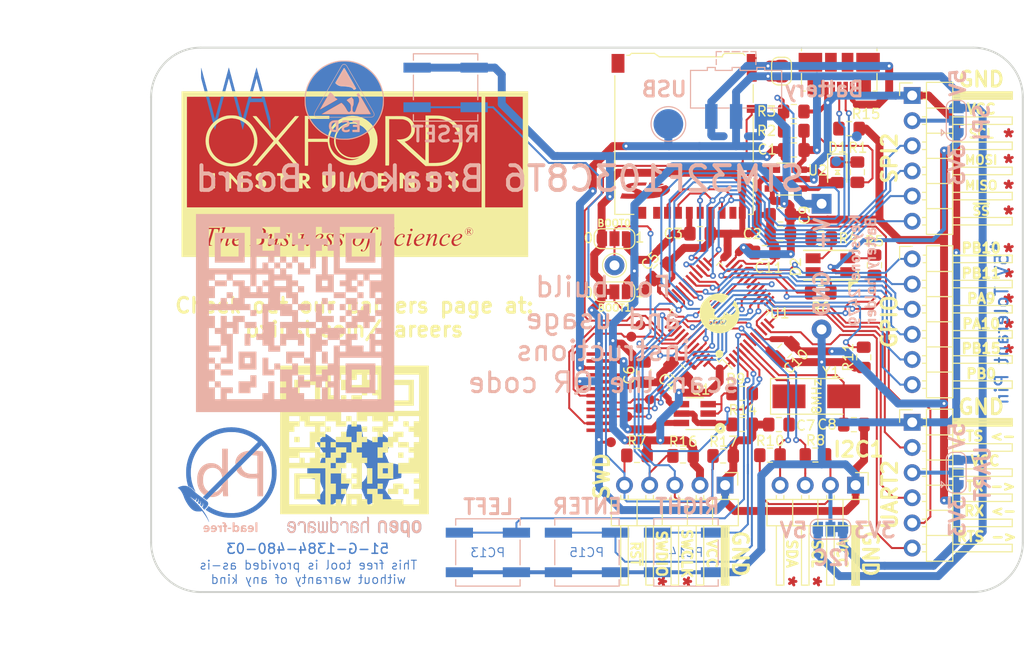
<source format=kicad_pcb>
(kicad_pcb (version 20171130) (host pcbnew "(5.0.2)-1")
  (title_block (date 2019-02-26) (rev 02))
  (layers (0 F.Cu signal) (31 B.Cu signal hide) (34 B.Paste user hide) (35 F.Paste user hide) (36 B.SilkS user hide) (37 F.SilkS user) (38 B.Mask user hide) (39 F.Mask user) (44 Edge.Cuts user))
  (net 0 "")
  (net 1 GND)
  (net 2 +5V)
  (net 3 +3V3)
  (net 4 OSC_1)
  (net 5 OSC_2)
  (net 6 "Net-(D1-Pad1)")
  (net 7 "Net-(D2-Pad2)")
  (net 8 "Net-(D2-Pad4)")
  (net 9 "Net-(D2-Pad3)")
  (net 10 "Net-(J1-Pad1)")
  (net 11 USB_D-)
  (net 12 USB_D+)
  (net 13 "Net-(J1-Pad4)")
  (net 14 "Net-(J2-Pad2)")
  (net 15 EXT_SPI_SCL)
  (net 16 EXT_SPI_MOSI)
  (net 17 EXT_SPI_MISO)
  (net 18 EXT_SPI_NSS)
  (net 19 GPIO_PB0)
  (net 20 GPIO_PA10)
  (net 21 GPIO_PA9)
  (net 22 GPIO_PB11)
  (net 23 GPIO_PB10)
  (net 24 "Net-(J4-Pad2)")
  (net 25 EXT_I2C_SCL)
  (net 26 EXT_I2C_SDA)
  (net 27 EXT_UART_CTS)
  (net 28 "Net-(J5-Pad3)")
  (net 29 EXT_UART_TX)
  (net 30 EXT_UART_RX)
  (net 31 EXT_UART_RTS)
  (net 32 LCD_RST)
  (net 33 LCD_CS)
  (net 34 LCD_SCL)
  (net 35 LCD_MOSI)
  (net 36 BOOT0)
  (net 37 BOOT1)
  (net 38 VBAT)
  (net 39 LED_B)
  (net 40 LED_R)
  (net 41 LED_G)
  (net 42 RESET)
  (net 43 LCD_LED_CTRL)
  (net 44 SW_LEFT)
  (net 45 SW_ENTER)
  (net 46 SW_RIGHT)
  (net 47 "Net-(U2-Pad4)")
  (net 48 "Net-(J6-Pad2)")
  (net 49 SWCLK)
  (net 50 SWDIO)
  (net 51 GPIO_PA15)
  (net 52 SD_DET)
  (net 53 "Net-(J10-Pad8)")
  (net 54 "Net-(J10-Pad1)")
  (net 55 "Net-(BT1-Pad1)")
  (net 56 LCD_DC)
  (net 57 "Net-(Q1-Pad1)")
  (net 58 "Net-(Q1-Pad2)")
  (module Alex_Parts:1.3_240x240_RGB_IPS_LCD (layer F.Cu) (at 118.29 119.81)
    (fp_text reference J6 hide)
    (fp_text value Conn_01x12_Female)
    (pad 1 smd rect (at 42.35 -19.855) (size 3 0.35) (layers F.Cu F.Paste F.Mask) (net 1 GND))
    (pad 2 smd rect (at 42.35 -19.155) (size 3 0.35) (layers F.Cu F.Paste F.Mask) (net 48 "Net-(J6-Pad2)"))
    (pad 3 smd rect (at 42.35 -18.455) (size 3 0.35) (layers F.Cu F.Paste F.Mask) (net 2 +5V))
    (pad 4 smd rect (at 42.35 -17.755) (size 3 0.35) (layers F.Cu F.Paste F.Mask) (net 3 +3V3))
    (pad 5 smd rect (at 42.35 -17.055) (size 3 0.35) (layers F.Cu F.Paste F.Mask) (net 1 GND))
    (pad 6 smd rect (at 42.35 -16.355) (size 3 0.35) (layers F.Cu F.Paste F.Mask) (net 1 GND))
    (pad 7 smd rect (at 42.35 -15.655) (size 3 0.35) (layers F.Cu F.Paste F.Mask) (net 56 LCD_DC))
    (pad 8 smd rect (at 42.35 -14.955) (size 3 0.35) (layers F.Cu F.Paste F.Mask) (net 33 LCD_CS))
    (pad 9 smd rect (at 42.35 -14.255) (size 3 0.35) (layers F.Cu F.Paste F.Mask) (net 34 LCD_SCL))
    (pad 10 smd rect (at 42.35 -13.555) (size 3 0.35) (layers F.Cu F.Paste F.Mask) (net 35 LCD_MOSI))
    (pad 11 smd rect (at 42.35 -12.855) (size 3 0.35) (layers F.Cu F.Paste F.Mask) (net 32 LCD_RST))
    (pad 12 smd rect (at 42.35 -12.155) (size 3 0.35) (layers F.Cu F.Paste F.Mask) (net 1 GND))
  )
  (module PCB_Graphics:Oxford_Logo_35mm_Mask (layer F.Cu) (at 135.75 81.77)
    (fp_text reference G*** hide)
    (fp_text value LOGO hide)
  )
  (module PCB_Graphics:Oxford_Logo_35mm_Copper (layer F.Cu) (at 135.76 81.78)
    (fp_text reference G*** hide)
    (fp_text value LOGO hide)
    (fp_poly (pts (xy 11.450537 5.539292) (xy 11.458575 5.539569) (xy 11.534609 5.54323) (xy 11.589857 5.54913) (xy 11.628927 5.558869) (xy 11.656424 5.574045) (xy 11.676956 5.596257) (xy 11.691609 5.62044) (xy 11.70843 5.67371) (xy 11.700143 5.723974) (xy 11.666905 5.770844) (xy 11.615054 5.81025) (xy 11.606504 5.818846) (xy 11.607248 5.832351) (xy 11.619173 5.855254) (xy 11.644165 5.892043) (xy 11.656899 5.909793) (xy 11.689338 5.952554) (xy 11.71964 5.988816) (xy 11.7424 6.012203) (xy 11.746482 6.015437) (xy 11.76549 6.035054) (xy 11.760431 6.049235) (xy 11.732264 6.056877) (xy 11.709557 6.0579) (xy 11.683434 6.056601) (xy 11.661994 6.050437) (xy 11.641312 6.036007) (xy 11.617464 6.00991) (xy 11.586525 5.968744) (xy 11.554797 5.923771) (xy 11.514359 5.869454) (xy 11.484064 5.837755) (xy 11.46286 5.828494) (xy 11.449692 5.84149) (xy 11.443507 5.876563) (xy 11.4427 5.904592) (xy 11.44829 5.965155) (xy 11.465184 6.003242) (xy 11.493568 6.019216) (xy 11.501815 6.0198) (xy 11.51584 6.027847) (xy 11.515764 6.035675) (xy 11.501094 6.044551) (xy 11.468733 6.051146) (xy 11.426314 6.055152) (xy 11.381468 6.056261) (xy 11.341829 6.054164) (xy 11.315028 6.048553) (xy 11.308634 6.044042) (xy 11.310124 6.026549) (xy 11.320266 6.017496) (xy 11.328094 6.010132) (xy 11.333716 5.995705) (xy 11.33748 5.970524) (xy 11.339733 5.9309) (xy 11.340823 5.873141) (xy 11.3411 5.79652) (xy 11.340756 5.717092) (xy 11.340659 5.712569) (xy 11.444163 5.712569) (xy 11.445534 5.746953) (xy 11.447965 5.761202) (xy 11.465327 5.775191) (xy 11.496301 5.777453) (xy 11.532335 5.768665) (xy 11.561637 5.752178) (xy 11.588737 5.717714) (xy 11.595582 5.678335) (xy 11.584807 5.64014) (xy 11.559044 5.609226) (xy 11.520928 5.591693) (xy 11.491714 5.590266) (xy 11.46789 5.59356) (xy 11.454785 5.601858) (xy 11.448646 5.621521) (xy 11.445721 5.658911) (xy 11.445188 5.669127) (xy 11.444163 5.712569) (xy 11.340659 5.712569) (xy 11.339522 5.65958) (xy 11.337091 5.620511) (xy 11.333159 5.596406) (xy 11.327418 5.583791) (xy 11.32205 5.579892) (xy 11.305157 5.563045) (xy 11.303 5.553358) (xy 11.306273 5.54531) (xy 11.318723 5.540229) (xy 11.344289 5.537765) (xy 11.386913 5.537569) (xy 11.450537 5.539292)) (layer F.Cu) (width 0.01))
    (fp_poly (pts (xy 16.9672 3.3655) (xy -16.9545 3.3655) (xy -16.9545 -7.8232) (xy 16.9672 -7.8232) (xy 16.9672 3.3655)) (layer F.Cu) (width 0.01))
    (fp_poly (pts (xy 5.758757 5.500497) (xy 5.786303 5.506965) (xy 5.807146 5.521921) (xy 5.821821 5.538174) (xy 5.849963 5.589354) (xy 5.856928 5.64588) (xy 5.842936 5.700588) (xy 5.815623 5.739423) (xy 5.784941 5.76505) (xy 5.753232 5.77633) (xy 5.716848 5.7785) (xy 5.672898 5.774158) (xy 5.636654 5.763131) (xy 5.628853 5.758679) (xy 5.58719 5.71584) (xy 5.566731 5.664011) (xy 5.568189 5.608902) (xy 5.592278 5.556221) (xy 5.602015 5.543991) (xy 5.626706 5.518339) (xy 5.649279 5.504922) (xy 5.67961 5.499822) (xy 5.715186 5.4991) (xy 5.758757 5.500497)) (layer F.Cu) (width 0.01))
    (fp_poly (pts (xy -5.800211 5.505931) (xy -5.756763 5.527829) (xy -5.73018 5.566904) (xy -5.718301 5.621615) (xy -5.716292 5.662475) (xy -5.722702 5.690649) (xy -5.741399 5.71844) (xy -5.752998 5.731992) (xy -5.78146 5.760889) (xy -5.807599 5.77451) (xy -5.843642 5.778398) (xy -5.855574 5.7785) (xy -5.900194 5.774992) (xy -5.933929 5.761028) (xy -5.962209 5.739084) (xy -5.990416 5.710942) (xy -6.003522 5.684315) (xy -6.007054 5.646855) (xy -6.0071 5.638827) (xy -6.00359 5.59479) (xy -5.989869 5.562546) (xy -5.970255 5.538543) (xy -5.945289 5.515191) (xy -5.920304 5.503404) (xy -5.884978 5.499385) (xy -5.863013 5.4991) (xy -5.800211 5.505931)) (layer F.Cu) (width 0.01))
    (fp_poly (pts (xy 11.625637 5.398637) (xy 11.724759 5.437973) (xy 11.803069 5.488314) (xy 11.863624 5.5529) (xy 11.909486 5.63497) (xy 11.942914 5.734685) (xy 11.952914 5.776868) (xy 11.956066 5.808759) (xy 11.951997 5.841168) (xy 11.940332 5.884909) (xy 11.937389 5.894851) (xy 11.895967 5.996497) (xy 11.838486 6.079696) (xy 11.766407 6.143308) (xy 11.681189 6.186193) (xy 11.584292 6.207213) (xy 11.534517 6.209208) (xy 11.485312 6.20721) (xy 11.442203 6.203093) (xy 11.4173 6.198423) (xy 11.324641 6.157452) (xy 11.246527 6.096381) (xy 11.184473 6.016911) (xy 11.139989 5.920744) (xy 11.125607 5.870366) (xy 11.117867 5.829442) (xy 11.117578 5.817606) (xy 11.168234 5.817606) (xy 11.184107 5.907542) (xy 11.220605 5.990449) (xy 11.275356 6.062517) (xy 11.345991 6.119935) (xy 11.430137 6.158893) (xy 11.44905 6.164308) (xy 11.488885 6.168531) (xy 11.542915 6.166838) (xy 11.600919 6.160316) (xy 11.652677 6.150056) (xy 11.684 6.139271) (xy 11.761517 6.092022) (xy 11.820863 6.033694) (xy 11.865934 5.959571) (xy 11.89486 5.884054) (xy 11.907171 5.838978) (xy 11.910147 5.803933) (xy 11.904326 5.765547) (xy 11.900287 5.748764) (xy 11.865352 5.647634) (xy 11.816027 5.566805) (xy 11.750982 5.504791) (xy 11.668886 5.460109) (xy 11.62925 5.446228) (xy 11.581975 5.43267) (xy 11.548068 5.426683) (xy 11.516783 5.427867) (xy 11.477373 5.435824) (xy 11.46044 5.439944) (xy 11.365484 5.474843) (xy 11.28719 5.527795) (xy 11.227091 5.597268) (xy 11.186723 5.681731) (xy 11.175356 5.72445) (xy 11.168234 5.817606) (xy 11.117578 5.817606) (xy 11.116979 5.793142) (xy 11.123372 5.750677) (xy 11.131828 5.713862) (xy 11.166448 5.615757) (xy 11.218566 5.535036) (xy 11.28938 5.470484) (xy 11.380091 5.420888) (xy 11.443932 5.397997) (xy 11.535524 5.370176) (xy 11.625637 5.398637)) (layer F.Cu) (width 0.01))
    (fp_poly (pts (xy -9.913882 5.412509) (xy -9.808963 5.413672) (xy -9.77068 5.414193) (xy -9.672237 5.416021) (xy -9.578155 5.418618) (xy -9.492567 5.421806) (xy -9.419606 5.425406) (xy -9.363405 5.429238) (xy -9.328098 5.433123) (xy -9.326079 5.43347) (xy -9.221039 5.461434) (xy -9.132817 5.505298) (xy -9.05669 5.567504) (xy -9.046546 5.57801) (xy -9.001112 5.633258) (xy -8.972306 5.687817) (xy -8.957731 5.749039) (xy -8.95499 5.824277) (xy -8.956349 5.8547) (xy -8.966812 5.934768) (xy -8.990053 6.002358) (xy -9.029628 6.064784) (xy -9.089091 6.129358) (xy -9.090501 6.130716) (xy -9.133501 6.166971) (xy -9.185041 6.202937) (xy -9.238773 6.234956) (xy -9.28835 6.259367) (xy -9.327425 6.272514) (xy -9.338742 6.2738) (xy -9.361631 6.279218) (xy -9.363099 6.293116) (xy -9.344101 6.311955) (xy -9.325424 6.323065) (xy -9.281629 6.352691) (xy -9.23239 6.396794) (xy -9.185211 6.447998) (xy -9.149423 6.49605) (xy -9.138674 6.516477) (xy -9.131561 6.541508) (xy -9.127397 6.576528) (xy -9.125497 6.62692) (xy -9.12515 6.68655) (xy -9.125636 6.752577) (xy -9.127599 6.799651) (xy -9.132098 6.834211) (xy -9.140196 6.862699) (xy -9.152952 6.891559) (xy -9.161752 6.9088) (xy -9.227153 7.009872) (xy -9.309072 7.092966) (xy -9.408556 7.158834) (xy -9.526651 7.208226) (xy -9.610058 7.230992) (xy -9.647373 7.236685) (xy -9.703369 7.241581) (xy -9.774757 7.245674) (xy -9.858245 7.248956) (xy -9.950545 7.251419) (xy -10.048367 7.253056) (xy -10.14842 7.253861) (xy -10.247415 7.253826) (xy -10.342061 7.252943) (xy -10.42907 7.251205) (xy -10.50515 7.248606) (xy -10.567013 7.245137) (xy -10.611368 7.240792) (xy -10.634925 7.235563) (xy -10.637774 7.233258) (xy -10.638707 7.206629) (xy -10.617247 7.19135) (xy -10.587876 7.187676) (xy -10.551777 7.181642) (xy -10.50796 7.16703) (xy -10.4902 7.159101) (xy -10.454869 7.138313) (xy -10.440034 7.123405) (xy -10.137771 7.123405) (xy -10.056811 7.127957) (xy -9.957321 7.129841) (xy -9.866326 7.124423) (xy -9.790045 7.112238) (xy -9.7536 7.101786) (xy -9.647074 7.053913) (xy -9.562126 6.993967) (xy -9.497185 6.920321) (xy -9.450677 6.831352) (xy -9.430415 6.7678) (xy -9.419095 6.703418) (xy -9.420694 6.641197) (xy -9.435974 6.572311) (xy -9.451317 6.526073) (xy -9.485959 6.466921) (xy -9.542873 6.418107) (xy -9.62086 6.380261) (xy -9.718724 6.35401) (xy -9.801133 6.342614) (xy -9.858743 6.339278) (xy -9.896583 6.343699) (xy -9.919688 6.358168) (xy -9.933092 6.384973) (xy -9.937963 6.404852) (xy -9.946743 6.440123) (xy -9.960307 6.486465) (xy -9.9695 6.5151) (xy -9.984413 6.562796) (xy -9.996993 6.608293) (xy -10.001837 6.628983) (xy -10.010758 6.664637) (xy -10.020191 6.691347) (xy -10.020749 6.692483) (xy -10.028908 6.713595) (xy -10.041402 6.751597) (xy -10.055758 6.798907) (xy -10.058169 6.8072) (xy -10.074571 6.863956) (xy -10.091095 6.92105) (xy -10.104115 6.96595) (xy -10.116796 7.013844) (xy -10.127274 7.060614) (xy -10.130166 7.076427) (xy -10.137771 7.123405) (xy -10.440034 7.123405) (xy -10.42892 7.112237) (xy -10.40506 7.072791) (xy -10.396104 7.05485) (xy -10.374492 7.004748) (xy -10.351286 6.942281) (xy -10.331005 6.879736) (xy -10.328378 6.8707) (xy -10.312966 6.816655) (xy -10.29896 6.767558) (xy -10.28876 6.731817) (xy -10.286712 6.72465) (xy -10.276587 6.687811) (xy -10.264659 6.642567) (xy -10.261279 6.6294) (xy -10.250137 6.58877) (xy -10.239539 6.55503) (xy -10.236519 6.54685) (xy -10.228068 6.521644) (xy -10.216144 6.481069) (xy -10.20466 6.4389) (xy -10.191814 6.393069) (xy -10.179651 6.354924) (xy -10.171507 6.334297) (xy -10.161683 6.30811) (xy -10.16 6.296947) (xy -10.156488 6.278356) (xy -10.147142 6.242282) (xy -10.142639 6.226546) (xy -9.880675 6.226546) (xy -9.737763 6.219196) (xy -9.671168 6.214155) (xy -9.609471 6.206589) (xy -9.560473 6.197583) (xy -9.539695 6.191678) (xy -9.454595 6.155856) (xy -9.389148 6.115772) (xy -9.337621 6.066275) (xy -9.294282 6.002214) (xy -9.265412 5.945224) (xy -9.250773 5.893491) (xy -9.24528 5.828668) (xy -9.24873 5.761283) (xy -9.260919 5.70186) (xy -9.270606 5.677673) (xy -9.31031 5.626488) (xy -9.370068 5.585241) (xy -9.445872 5.555722) (xy -9.533719 5.539723) (xy -9.584418 5.537337) (xy -9.638993 5.540347) (xy -9.674089 5.55208) (xy -9.695128 5.576246) (xy -9.70753 5.616551) (xy -9.708631 5.622301) (xy -9.716847 5.658564) (xy -9.730103 5.708612) (xy -9.745639 5.762059) (xy -9.746784 5.7658) (xy -9.776413 5.862415) (xy -9.799335 5.937643) (xy -9.816377 5.99435) (xy -9.828367 6.035406) (xy -9.836133 6.063677) (xy -9.840503 6.082032) (xy -9.842304 6.093339) (xy -9.8425 6.097385) (xy -9.849345 6.122394) (xy -9.853521 6.128385) (xy -9.863267 6.148388) (xy -9.872069 6.180715) (xy -9.872608 6.183498) (xy -9.880675 6.226546) (xy -10.142639 6.226546) (xy -10.133745 6.195473) (xy -10.128886 6.1793) (xy -10.079294 6.013389) (xy -10.034636 5.857581) (xy -9.991 5.698167) (xy -9.982521 5.666413) (xy -9.973999 5.606971) (xy -9.981695 5.558817) (xy -10.004724 5.526335) (xy -10.011808 5.521701) (xy -10.04076 5.51125) (xy -10.082409 5.502357) (xy -10.10285 5.499582) (xy -10.142075 5.493446) (xy -10.162298 5.483868) (xy -10.169915 5.467679) (xy -10.170138 5.466238) (xy -10.171281 5.45033) (xy -10.167985 5.437705) (xy -10.157729 5.428034) (xy -10.137994 5.420989) (xy -10.106262 5.416243) (xy -10.060012 5.413466) (xy -9.996725 5.412331) (xy -9.913882 5.412509)) (layer F.Cu) (width 0.01))
    (fp_poly (pts (xy -14.509118 5.412443) (xy -14.367189 5.412864) (xy -14.27633 5.413265) (xy -13.59535 5.41655) (xy -13.591241 5.445519) (xy -13.593149 5.473692) (xy -13.603008 5.521515) (xy -13.61979 5.584879) (xy -13.64247 5.659674) (xy -13.652209 5.6896) (xy -13.661097 5.717328) (xy -13.674573 5.760372) (xy -13.689825 5.80975) (xy -13.690854 5.813106) (xy -13.71169 5.873155) (xy -13.731081 5.910448) (xy -13.750784 5.927427) (xy -13.772493 5.926559) (xy -13.781113 5.918877) (xy -13.785904 5.900994) (xy -13.787284 5.868369) (xy -13.785671 5.81646) (xy -13.784586 5.794963) (xy -13.782993 5.7178) (xy -13.789473 5.659791) (xy -13.80692 5.618262) (xy -13.838228 5.590541) (xy -13.886292 5.573953) (xy -13.954006 5.565825) (xy -14.035135 5.563528) (xy -14.182819 5.5626) (xy -14.196104 5.597525) (xy -14.208404 5.633089) (xy -14.224077 5.682605) (xy -14.23988 5.7355) (xy -14.252576 5.781203) (xy -14.253518 5.78485) (xy -14.25888 5.804346) (xy -14.269919 5.843501) (xy -14.285279 5.897566) (xy -14.303603 5.961794) (xy -14.323535 6.031435) (xy -14.343718 6.101742) (xy -14.362795 6.167968) (xy -14.376881 6.21665) (xy -14.387197 6.253446) (xy -14.399412 6.298648) (xy -14.402909 6.3119) (xy -14.414412 6.352502) (xy -14.425421 6.386232) (xy -14.428592 6.39445) (xy -14.436871 6.418221) (xy -14.449834 6.460074) (xy -14.465586 6.513556) (xy -14.482231 6.572215) (xy -14.497873 6.629601) (xy -14.499502 6.63575) (xy -14.506548 6.66072) (xy -14.518345 6.700913) (xy -14.531158 6.7437) (xy -14.563556 6.855583) (xy -14.586411 6.946076) (xy -14.59999 7.017217) (xy -14.604558 7.071046) (xy -14.600381 7.109601) (xy -14.587724 7.134922) (xy -14.582775 7.13985) (xy -14.554576 7.155433) (xy -14.510005 7.171085) (xy -14.457938 7.184105) (xy -14.4145 7.191075) (xy -14.38887 7.20124) (xy -14.38275 7.21995) (xy -14.383518 7.227092) (xy -14.387582 7.232784) (xy -14.397582 7.23722) (xy -14.416159 7.240593) (xy -14.445955 7.243099) (xy -14.489609 7.244931) (xy -14.549763 7.246284) (xy -14.629057 7.247353) (xy -14.730132 7.248331) (xy -14.773603 7.248709) (xy -14.8854 7.249524) (xy -14.974355 7.249773) (xy -15.043022 7.249356) (xy -15.093954 7.248177) (xy -15.129707 7.246138) (xy -15.152834 7.243139) (xy -15.165888 7.239084) (xy -15.171424 7.233874) (xy -15.171604 7.233442) (xy -15.173653 7.20929) (xy -15.155711 7.193597) (xy -15.116255 7.184214) (xy -15.053869 7.173594) (xy -15.009676 7.160651) (xy -14.976472 7.142776) (xy -14.956292 7.126286) (xy -14.938116 7.108385) (xy -14.922332 7.089219) (xy -14.907718 7.065736) (xy -14.893051 7.034884) (xy -14.877111 6.993612) (xy -14.858675 6.938869) (xy -14.836522 6.867603) (xy -14.80943 6.776762) (xy -14.7904 6.71195) (xy -14.773207 6.653497) (xy -14.756438 6.596967) (xy -14.742927 6.551904) (xy -14.73946 6.5405) (xy -14.726653 6.497887) (xy -14.710582 6.443394) (xy -14.696355 6.39445) (xy -14.680306 6.339057) (xy -14.660723 6.271884) (xy -14.641274 6.205508) (xy -14.63708 6.19125) (xy -14.619324 6.130561) (xy -14.601669 6.069585) (xy -14.587199 6.018988) (xy -14.583848 6.0071) (xy -14.57041 5.960426) (xy -14.557503 5.917627) (xy -14.551609 5.89915) (xy -14.538376 5.857112) (xy -14.528406 5.82295) (xy -14.518699 5.788829) (xy -14.505377 5.743131) (xy -14.49705 5.715) (xy -14.483279 5.66768) (xy -14.470915 5.623376) (xy -14.465757 5.603875) (xy -14.455275 5.5626) (xy -14.571413 5.562784) (xy -14.685851 5.571466) (xy -14.782571 5.597667) (xy -14.863003 5.642216) (xy -14.928574 5.70594) (xy -14.980711 5.789667) (xy -14.987414 5.8039) (xy -15.012131 5.857752) (xy -15.029333 5.892744) (xy -15.041823 5.913221) (xy -15.052408 5.923532) (xy -15.063892 5.928023) (xy -15.068086 5.928916) (xy -15.094067 5.927794) (xy -15.105396 5.909984) (xy -15.102635 5.873572) (xy -15.094012 5.840544) (xy -15.079327 5.790807) (xy -15.065283 5.741572) (xy -15.059725 5.72135) (xy -15.032953 5.622885) (xy -15.011564 5.546873) (xy -14.994883 5.491099) (xy -14.982234 5.453348) (xy -14.97294 5.431405) (xy -14.969571 5.425965) (xy -14.96172 5.422341) (xy -14.943078 5.419332) (xy -14.91194 5.416907) (xy -14.866601 5.415034) (xy -14.805354 5.413682) (xy -14.726495 5.412821) (xy -14.628318 5.412418) (xy -14.509118 5.412443)) (layer F.Cu) (width 0.01))
    (fp_poly (pts (xy 10.636537 6.024681) (xy 10.702048 6.038823) (xy 10.767472 6.064578) (xy 10.813275 6.099139) (xy 10.844881 6.147085) (xy 10.85297 6.166231) (xy 10.86419 6.198413) (xy 10.868391 6.224257) (xy 10.865515 6.253242) (xy 10.855498 6.294847) (xy 10.852061 6.307632) (xy 10.837701 6.353598) (xy 10.820143 6.389962) (xy 10.79412 6.425292) (xy 10.754369 6.468155) (xy 10.751817 6.470762) (xy 10.679573 6.532849) (xy 10.591454 6.59068) (xy 10.496947 6.63864) (xy 10.42035 6.666958) (xy 10.376198 6.68005) (xy 10.324928 6.695223) (xy 10.30605 6.700803) (xy 10.252825 6.71498) (xy 10.196001 6.727898) (xy 10.17905 6.731214) (xy 10.114571 6.7433) (xy 10.070521 6.752478) (xy 10.042287 6.760101) (xy 10.02526 6.767524) (xy 10.014827 6.776103) (xy 10.011184 6.780531) (xy 9.997444 6.814027) (xy 9.999112 6.860521) (xy 10.016372 6.92324) (xy 10.019917 6.933153) (xy 10.049455 6.997592) (xy 10.087219 7.044127) (xy 10.140139 7.080223) (xy 10.169887 7.094665) (xy 10.243128 7.1179) (xy 10.316198 7.123979) (xy 10.380753 7.112275) (xy 10.384827 7.110739) (xy 10.449687 7.082306) (xy 10.516694 7.04802) (xy 10.577663 7.012404) (xy 10.624408 6.979987) (xy 10.63081 6.97473) (xy 10.672394 6.945861) (xy 10.709965 6.931425) (xy 10.738746 6.932329) (xy 10.753961 6.949474) (xy 10.7544 6.95133) (xy 10.747876 6.976916) (xy 10.722359 7.011293) (xy 10.681482 7.051712) (xy 10.628878 7.095423) (xy 10.568179 7.139676) (xy 10.503021 7.181721) (xy 10.437034 7.218808) (xy 10.373852 7.248187) (xy 10.3505 7.257052) (xy 10.305744 7.268133) (xy 10.246016 7.276828) (xy 10.179928 7.282531) (xy 10.116094 7.284641) (xy 10.063126 7.282553) (xy 10.03935 7.278845) (xy 9.968405 7.25189) (xy 9.90016 7.208862) (xy 9.841738 7.155371) (xy 9.800266 7.097028) (xy 9.79522 7.0866) (xy 9.76133 6.996911) (xy 9.744809 6.913569) (xy 9.744815 6.827668) (xy 9.760505 6.730305) (xy 9.7612 6.727157) (xy 9.789148 6.638089) (xy 10.033 6.638089) (xy 10.044316 6.648429) (xy 10.077076 6.648758) (xy 10.129494 6.639339) (xy 10.199784 6.620437) (xy 10.24255 6.607032) (xy 10.333434 6.571072) (xy 10.415708 6.526451) (xy 10.487812 6.47541) (xy 10.548187 6.42019) (xy 10.595276 6.363031) (xy 10.627518 6.306175) (xy 10.643357 6.251862) (xy 10.641232 6.202333) (xy 10.619586 6.159829) (xy 10.576859 6.126591) (xy 10.576757 6.126538) (xy 10.523553 6.112769) (xy 10.461967 6.119945) (xy 10.394955 6.146281) (xy 10.325471 6.189991) (xy 10.256468 6.249291) (xy 10.190903 6.322394) (xy 10.143887 6.3881) (xy 10.118275 6.431855) (xy 10.091687 6.483871) (xy 10.067041 6.537568) (xy 10.047257 6.586365) (xy 10.035254 6.62368) (xy 10.033 6.638089) (xy 9.789148 6.638089) (xy 9.804108 6.590417) (xy 9.87063 6.461023) (xy 9.961145 6.33838) (xy 10.076031 6.221893) (xy 10.092945 6.207025) (xy 10.194185 6.132502) (xy 10.303136 6.075909) (xy 10.415827 6.038343) (xy 10.528284 6.020902) (xy 10.636537 6.024681)) (layer F.Cu) (width 0.01))
    (fp_poly (pts (xy 9.353476 6.022276) (xy 9.449587 6.035232) (xy 9.527217 6.06255) (xy 9.585324 6.103444) (xy 9.622865 6.157126) (xy 9.638797 6.222808) (xy 9.6393 6.23805) (xy 9.630952 6.310027) (xy 9.603882 6.370169) (xy 9.577378 6.403975) (xy 9.547976 6.428571) (xy 9.51277 6.438112) (xy 9.49228 6.4389) (xy 9.437419 6.431398) (xy 9.401836 6.407887) (xy 9.383955 6.366862) (xy 9.381066 6.332542) (xy 9.384506 6.289797) (xy 9.398445 6.258297) (xy 9.421283 6.231533) (xy 9.451741 6.193803) (xy 9.459463 6.164928) (xy 9.444278 6.142096) (xy 9.41481 6.125995) (xy 9.353738 6.113417) (xy 9.283157 6.120276) (xy 9.207259 6.144622) (xy 9.13024 6.184507) (xy 9.056293 6.237981) (xy 8.989612 6.303095) (xy 8.962801 6.336064) (xy 8.923006 6.395097) (xy 8.880482 6.468169) (xy 8.840735 6.545287) (xy 8.811701 6.61035) (xy 8.805397 6.630052) (xy 8.797828 6.662209) (xy 8.788272 6.710362) (xy 8.776004 6.778055) (xy 8.767497 6.826885) (xy 8.767947 6.884407) (xy 8.784644 6.949122) (xy 8.814246 7.012058) (xy 8.853412 7.064239) (xy 8.857345 7.068153) (xy 8.923271 7.11513) (xy 8.999283 7.141024) (xy 9.079459 7.144252) (xy 9.116893 7.13749) (xy 9.230321 7.095401) (xy 9.336505 7.029088) (xy 9.384063 6.989444) (xy 9.433946 6.948396) (xy 9.470548 6.928029) (xy 9.494952 6.928073) (xy 9.508242 6.948261) (xy 9.510225 6.958215) (xy 9.502993 6.987546) (xy 9.476993 7.025462) (xy 9.435999 7.068838) (xy 9.383785 7.114548) (xy 9.324122 7.159467) (xy 9.260784 7.200472) (xy 9.197544 7.234436) (xy 9.154912 7.252511) (xy 9.098501 7.267434) (xy 9.02676 7.278245) (xy 8.949536 7.284172) (xy 8.876677 7.284446) (xy 8.82015 7.278706) (xy 8.73675 7.250861) (xy 8.660393 7.202173) (xy 8.623285 7.167051) (xy 8.586908 7.124423) (xy 8.562963 7.08682) (xy 8.547048 7.04488) (xy 8.534761 6.989245) (xy 8.531822 6.972577) (xy 8.523874 6.85344) (xy 8.538979 6.73034) (xy 8.575857 6.606607) (xy 8.633229 6.485569) (xy 8.709816 6.370554) (xy 8.803458 6.265745) (xy 8.881989 6.194549) (xy 8.955463 6.140232) (xy 9.031753 6.097809) (xy 9.118728 6.062293) (xy 9.132029 6.057649) (xy 9.191993 6.038064) (xy 9.23797 6.026459) (xy 9.279528 6.021305) (xy 9.326233 6.021076) (xy 9.353476 6.022276)) (layer F.Cu) (width 0.01))
    (fp_poly (pts (xy 8.198539 6.022891) (xy 8.230183 6.035605) (xy 8.264556 6.063131) (xy 8.264711 6.063274) (xy 8.31215 6.106748) (xy 8.31215 6.212499) (xy 8.310266 6.269493) (xy 8.305285 6.323502) (xy 8.298215 6.364202) (xy 8.29688 6.36905) (xy 8.284802 6.410334) (xy 8.270071 6.462181) (xy 8.260651 6.49605) (xy 8.247625 6.542447) (xy 8.235702 6.583307) (xy 8.229312 6.604) (xy 8.220187 6.633382) (xy 8.207345 6.676466) (xy 8.197024 6.71195) (xy 8.179892 6.769622) (xy 8.160352 6.832696) (xy 8.150191 6.86435) (xy 8.13303 6.919099) (xy 8.116689 6.975172) (xy 8.1029 7.02617) (xy 8.093393 7.065694) (xy 8.0899 7.087219) (xy 8.10065 7.096704) (xy 8.118008 7.0993) (xy 8.143805 7.088749) (xy 8.182077 7.057724) (xy 8.224557 7.014853) (xy 8.268693 6.970027) (xy 8.300036 6.944701) (xy 8.320316 6.937534) (xy 8.323449 6.938255) (xy 8.341384 6.956266) (xy 8.340338 6.987469) (xy 8.32153 7.029658) (xy 8.286182 7.080628) (xy 8.235512 7.138175) (xy 8.186382 7.185985) (xy 8.117285 7.239717) (xy 8.049581 7.274169) (xy 7.986195 7.288573) (xy 7.930049 7.282161) (xy 7.893875 7.26278) (xy 7.876934 7.248046) (xy 7.867068 7.232474) (xy 7.862779 7.209502) (xy 7.862567 7.172568) (xy 7.864146 7.132605) (xy 7.873922 7.031612) (xy 7.892927 6.93847) (xy 7.913112 6.87705) (xy 7.923194 6.847754) (xy 7.93856 6.797173) (xy 7.958261 6.728649) (xy 7.981349 6.645519) (xy 8.006878 6.551124) (xy 8.025289 6.481672) (xy 8.034796 6.450233) (xy 8.043102 6.429999) (xy 8.043184 6.429865) (xy 8.05073 6.40754) (xy 8.05845 6.369221) (xy 8.065204 6.323536) (xy 8.069851 6.279114) (xy 8.07125 6.244583) (xy 8.069546 6.230531) (xy 8.052183 6.214846) (xy 8.031138 6.2103) (xy 7.989009 6.221227) (xy 7.937653 6.252399) (xy 7.879322 6.301402) (xy 7.816265 6.36582) (xy 7.750734 6.443241) (xy 7.684979 6.531249) (xy 7.621251 6.627431) (xy 7.583537 6.690471) (xy 7.542979 6.761978) (xy 7.511649 6.820123) (xy 7.486504 6.871828) (xy 7.464505 6.924015) (xy 7.442608 6.983606) (xy 7.417773 7.057522) (xy 7.405012 7.096732) (xy 7.356892 7.24535) (xy 7.253296 7.249041) (xy 7.19895 7.249937) (xy 7.165279 7.247506) (xy 7.147707 7.241146) (xy 7.142715 7.234533) (xy 7.143005 7.215037) (xy 7.149507 7.177566) (xy 7.160996 7.128432) (xy 7.169345 7.097492) (xy 7.18523 7.041331) (xy 7.199661 6.990323) (xy 7.210447 6.952207) (xy 7.213747 6.94055) (xy 7.223554 6.906398) (xy 7.236852 6.860662) (xy 7.245074 6.8326) (xy 7.265352 6.762917) (xy 7.286111 6.690383) (xy 7.304565 6.624794) (xy 7.315514 6.58495) (xy 7.323696 6.555749) (xy 7.329906 6.53415) (xy 7.5565 6.53415) (xy 7.56285 6.5405) (xy 7.5692 6.53415) (xy 7.56285 6.5278) (xy 7.5565 6.53415) (xy 7.329906 6.53415) (xy 7.336805 6.510159) (xy 7.352543 6.456141) (xy 7.359476 6.43255) (xy 7.384339 6.347499) (xy 7.401316 6.283699) (xy 7.409491 6.237972) (xy 7.407949 6.207144) (xy 7.395775 6.188039) (xy 7.372054 6.177482) (xy 7.33587 6.172298) (xy 7.286308 6.169311) (xy 7.283564 6.169168) (xy 7.243679 6.165013) (xy 7.223003 6.156331) (xy 7.215698 6.142276) (xy 7.217797 6.116397) (xy 7.23778 6.098219) (xy 7.278794 6.085459) (xy 7.299023 6.081798) (xy 7.339336 6.07517) (xy 7.394993 6.065812) (xy 7.456313 6.055355) (xy 7.4803 6.051223) (xy 7.557691 6.038373) (xy 7.613695 6.030708) (xy 7.651803 6.028289) (xy 7.675504 6.031174) (xy 7.68829 6.039425) (xy 7.69365 6.0531) (xy 7.693928 6.054876) (xy 7.692122 6.080268) (xy 7.683661 6.121628) (xy 7.670251 6.17094) (xy 7.666865 6.181876) (xy 7.648276 6.241515) (xy 7.62931 6.303931) (xy 7.614032 6.355747) (xy 7.613858 6.35635) (xy 7.599834 6.403548) (xy 7.586403 6.446022) (xy 7.578887 6.467882) (xy 7.569949 6.497504) (xy 7.572996 6.506241) (xy 7.588315 6.493871) (xy 7.616193 6.460171) (xy 7.652852 6.410596) (xy 7.741214 6.296963) (xy 7.82993 6.201023) (xy 7.917348 6.124057) (xy 8.001814 6.067346) (xy 8.081678 6.032172) (xy 8.155287 6.019815) (xy 8.156761 6.01981) (xy 8.198539 6.022891)) (layer F.Cu) (width 0.01))
    (fp_poly (pts (xy 6.82731 6.024681) (xy 6.907245 6.042019) (xy 6.973329 6.073034) (xy 7.012155 6.106289) (xy 7.031358 6.129565) (xy 7.042567 6.150214) (xy 7.047537 6.175742) (xy 7.048021 6.213651) (xy 7.046552 6.253415) (xy 7.043228 6.307533) (xy 7.03716 6.345052) (xy 7.02582 6.374774) (xy 7.006678 6.405499) (xy 7.000258 6.414535) (xy 6.965044 6.456395) (xy 6.921119 6.499389) (xy 6.89614 6.520175) (xy 6.846915 6.55375) (xy 6.78701 6.588822) (xy 6.724315 6.621297) (xy 6.666717 6.647084) (xy 6.62305 6.661866) (xy 6.59179 6.67122) (xy 6.57225 6.680118) (xy 6.550618 6.689293) (xy 6.510403 6.701103) (xy 6.458055 6.713907) (xy 6.40003 6.726068) (xy 6.36905 6.731715) (xy 6.319067 6.740616) (xy 6.269465 6.749941) (xy 6.25475 6.752845) (xy 6.20395 6.76308) (xy 6.200161 6.835244) (xy 6.205821 6.910594) (xy 6.232688 6.976799) (xy 6.282763 7.038585) (xy 6.288562 7.044171) (xy 6.351117 7.091538) (xy 6.418207 7.118361) (xy 6.491448 7.12445) (xy 6.572458 7.109614) (xy 6.662853 7.073662) (xy 6.764249 7.016403) (xy 6.816513 6.981838) (xy 6.871201 6.947061) (xy 6.909646 6.929869) (xy 6.933704 6.930023) (xy 6.945228 6.947282) (xy 6.9469 6.96501) (xy 6.941395 6.985618) (xy 6.922796 7.010429) (xy 6.887975 7.043023) (xy 6.85503 7.070184) (xy 6.760382 7.142257) (xy 6.676872 7.19683) (xy 6.599607 7.236106) (xy 6.523692 7.262286) (xy 6.444233 7.277571) (xy 6.38175 7.283084) (xy 6.32681 7.284431) (xy 6.275855 7.282926) (xy 6.238906 7.278903) (xy 6.2357 7.278223) (xy 6.185134 7.264075) (xy 6.145135 7.245454) (xy 6.10762 7.217296) (xy 6.064506 7.174533) (xy 6.056398 7.165835) (xy 6.005856 7.104159) (xy 5.971892 7.043373) (xy 5.95246 6.976994) (xy 5.945515 6.898539) (xy 5.947663 6.821276) (xy 5.95316 6.760746) (xy 5.961397 6.703145) (xy 5.970938 6.65776) (xy 5.971888 6.654667) (xy 6.225704 6.654667) (xy 6.278327 6.64737) (xy 6.321918 6.639365) (xy 6.374149 6.62713) (xy 6.4008 6.619898) (xy 6.507934 6.580365) (xy 6.607747 6.527081) (xy 6.695554 6.463372) (xy 6.766667 6.392566) (xy 6.810648 6.32899) (xy 6.825861 6.285081) (xy 6.832454 6.231993) (xy 6.82929 6.182875) (xy 6.82471 6.166418) (xy 6.805807 6.144096) (xy 6.77252 6.123512) (xy 6.735529 6.110521) (xy 6.719374 6.1087) (xy 6.676929 6.115532) (xy 6.623109 6.133583) (xy 6.567122 6.159185) (xy 6.518173 6.18867) (xy 6.517541 6.189122) (xy 6.460162 6.239364) (xy 6.400901 6.30682) (xy 6.344243 6.384809) (xy 6.294668 6.466644) (xy 6.256662 6.545643) (xy 6.236036 6.608856) (xy 6.225704 6.654667) (xy 5.971888 6.654667) (xy 5.974975 6.644617) (xy 6.033333 6.51643) (xy 6.112055 6.394023) (xy 6.207123 6.281997) (xy 6.314523 6.184956) (xy 6.430236 6.107501) (xy 6.455488 6.094016) (xy 6.547613 6.055689) (xy 6.643173 6.031421) (xy 6.737846 6.021117) (xy 6.82731 6.024681)) (layer F.Cu) (width 0.01))
    (fp_poly (pts (xy 5.720578 6.025234) (xy 5.729951 6.029688) (xy 5.730362 6.030082) (xy 5.734535 6.036694) (xy 5.736398 6.047688) (xy 5.735424 6.065259) (xy 5.731091 6.091604) (xy 5.722871 6.128917) (xy 5.71024 6.179396) (xy 5.692674 6.245237) (xy 5.669647 6.328634) (xy 5.640634 6.431784) (xy 5.60511 6.556884) (xy 5.600734 6.57225) (xy 5.564405 6.699689) (xy 5.534484 6.804813) (xy 5.510513 6.889761) (xy 5.492031 6.956672) (xy 5.478583 7.007684) (xy 5.469708 7.044937) (xy 5.46495 7.070571) (xy 5.463849 7.086723) (xy 5.465947 7.095534) (xy 5.470787 7.099142) (xy 5.477909 7.099686) (xy 5.486856 7.099306) (xy 5.487814 7.0993) (xy 5.515394 7.088824) (xy 5.556772 7.057602) (xy 5.603726 7.013747) (xy 5.645303 6.973608) (xy 5.673747 6.949615) (xy 5.693032 6.939134) (xy 5.707129 6.939535) (xy 5.711994 6.942019) (xy 5.730869 6.958373) (xy 5.736663 6.978066) (xy 5.728038 7.003998) (xy 5.703655 7.039068) (xy 5.662176 7.086178) (xy 5.629808 7.120108) (xy 5.58304 7.166558) (xy 5.538326 7.207901) (xy 5.500746 7.239627) (xy 5.475446 7.25719) (xy 5.431603 7.272944) (xy 5.378036 7.282786) (xy 5.324953 7.285674) (xy 5.282561 7.280568) (xy 5.274339 7.277712) (xy 5.245058 7.253809) (xy 5.22103 7.214715) (xy 5.207946 7.170636) (xy 5.207 7.156919) (xy 5.210484 7.128826) (xy 5.219654 7.085518) (xy 5.23258 7.036013) (xy 5.233601 7.032464) (xy 5.248403 6.980341) (xy 5.26179 6.93153) (xy 5.270896 6.896475) (xy 5.270987 6.8961) (xy 5.288048 6.828123) (xy 5.303877 6.769333) (xy 5.316761 6.725965) (xy 5.321588 6.71195) (xy 5.329753 6.686764) (xy 5.341538 6.646221) (xy 5.353077 6.604) (xy 5.365959 6.556196) (xy 5.377673 6.514078) (xy 5.3848 6.4897) (xy 5.393182 6.460896) (xy 5.405194 6.417566) (xy 5.41655 6.3754) (xy 5.429987 6.326795) (xy 5.442966 6.283164) (xy 5.451404 6.2576) (xy 5.456426 6.220442) (xy 5.439732 6.193748) (xy 5.4006 6.176936) (xy 5.34207 6.169593) (xy 5.299205 6.166805) (xy 5.275852 6.161915) (xy 5.266128 6.152266) (xy 5.264151 6.135201) (xy 5.26415 6.134405) (xy 5.26624 6.117216) (xy 5.275427 6.104573) (xy 5.296083 6.094429) (xy 5.332579 6.084733) (xy 5.389289 6.073437) (xy 5.3975 6.071907) (xy 5.497179 6.053623) (xy 5.574774 6.040013) (xy 5.633099 6.030722) (xy 5.674965 6.025398) (xy 5.703187 6.023687) (xy 5.720578 6.025234)) (layer F.Cu) (width 0.01))
    (fp_poly (pts (xy 4.858711 6.028888) (xy 4.941115 6.055403) (xy 5.006891 6.09822) (xy 5.019675 6.110613) (xy 5.046629 6.14107) (xy 5.060885 6.166852) (xy 5.066438 6.198567) (xy 5.0673 6.237069) (xy 5.064076 6.296117) (xy 5.051955 6.340356) (xy 5.02726 6.379832) (xy 5.006222 6.403975) (xy 4.965613 6.431529) (xy 4.91787 6.440621) (xy 4.871453 6.430966) (xy 4.840913 6.409506) (xy 4.816652 6.366629) (xy 4.812316 6.316351) (xy 4.827443 6.266421) (xy 4.8514 6.233746) (xy 4.881553 6.195983) (xy 4.887846 6.165604) (xy 4.870127 6.140873) (xy 4.841875 6.125362) (xy 4.782357 6.113579) (xy 4.708721 6.122349) (xy 4.621635 6.151575) (xy 4.602011 6.160162) (xy 4.540085 6.19806) (xy 4.474664 6.254977) (xy 4.409922 6.325717) (xy 4.350033 6.405086) (xy 4.299171 6.487888) (xy 4.26151 6.568927) (xy 4.252414 6.595287) (xy 4.222618 6.705376) (xy 4.206779 6.79794) (xy 4.204152 6.841988) (xy 4.209863 6.900482) (xy 4.225619 6.96322) (xy 4.248271 7.020448) (xy 4.274667 7.062415) (xy 4.275731 7.06361) (xy 4.309753 7.090135) (xy 4.359363 7.115793) (xy 4.415008 7.136099) (xy 4.446152 7.143632) (xy 4.510116 7.144512) (xy 4.584131 7.127165) (xy 4.663095 7.093745) (xy 4.741906 7.046407) (xy 4.814851 6.987875) (xy 4.865432 6.946567) (xy 4.905449 6.92562) (xy 4.933847 6.925313) (xy 4.949571 6.945929) (xy 4.950927 6.951636) (xy 4.944335 6.977372) (xy 4.91945 7.012647) (xy 4.880015 7.054366) (xy 4.829771 7.099435) (xy 4.772461 7.144759) (xy 4.711827 7.187242) (xy 4.65161 7.223791) (xy 4.595553 7.251309) (xy 4.582236 7.25656) (xy 4.534633 7.268808) (xy 4.470935 7.278079) (xy 4.400287 7.28376) (xy 4.331831 7.285239) (xy 4.274712 7.281902) (xy 4.2545 7.278523) (xy 4.157517 7.244911) (xy 4.07618 7.191591) (xy 4.073464 7.18923) (xy 4.019376 7.125348) (xy 3.981715 7.045093) (xy 3.960814 6.951745) (xy 3.957009 6.848586) (xy 3.970634 6.738893) (xy 4.002024 6.625948) (xy 4.013023 6.59674) (xy 4.072295 6.47528) (xy 4.1484 6.36331) (xy 4.238326 6.263147) (xy 4.339063 6.177107) (xy 4.447597 6.107508) (xy 4.560919 6.056667) (xy 4.676015 6.026901) (xy 4.762863 6.0198) (xy 4.858711 6.028888)) (layer F.Cu) (width 0.01))
    (fp_poly (pts (xy 0.63948 6.025825) (xy 0.735018 6.049391) (xy 0.816118 6.093816) (xy 0.882903 6.159165) (xy 0.933516 6.241338) (xy 0.953809 6.285181) (xy 0.96675 6.320279) (xy 0.973981 6.354908) (xy 0.977148 6.397342) (xy 0.977894 6.455858) (xy 0.9779 6.46473) (xy 0.97695 6.531891) (xy 0.972933 6.58499) (xy 0.964098 6.632789) (xy 0.948693 6.684054) (xy 0.924968 6.747548) (xy 0.917727 6.765869) (xy 0.88303 6.842364) (xy 0.841233 6.911845) (xy 0.787671 6.98103) (xy 0.717684 7.056637) (xy 0.711771 7.062624) (xy 0.635791 7.132311) (xy 0.558664 7.186942) (xy 0.470714 7.23287) (xy 0.4191 7.254779) (xy 0.373507 7.267339) (xy 0.31145 7.277037) (xy 0.241767 7.283234) (xy 0.173294 7.285296) (xy 0.114871 7.282587) (xy 0.0889 7.278539) (xy 0.005512 7.248234) (xy -0.072663 7.198691) (xy -0.139299 7.135022) (xy -0.188073 7.062336) (xy -0.193868 7.050052) (xy -0.214414 6.981866) (xy -0.224455 6.901346) (xy 0.016642 6.901346) (xy 0.016832 6.976293) (xy 0.036215 7.049408) (xy 0.072122 7.112249) (xy 0.08948 7.131616) (xy 0.147787 7.174207) (xy 0.211488 7.192608) (xy 0.281954 7.187006) (xy 0.3429 7.165912) (xy 0.400808 7.128987) (xy 0.460967 7.070148) (xy 0.520858 6.992429) (xy 0.577962 6.898865) (xy 0.600531 6.855529) (xy 0.643438 6.765425) (xy 0.675061 6.68896) (xy 0.697916 6.618453) (xy 0.714519 6.546218) (xy 0.726584 6.470539) (xy 0.73414 6.370074) (xy 0.726284 6.288064) (xy 0.702251 6.222213) (xy 0.661279 6.170227) (xy 0.615574 6.136952) (xy 0.552917 6.114121) (xy 0.486907 6.115288) (xy 0.418923 6.139495) (xy 0.350344 6.185782) (xy 0.282548 6.253193) (xy 0.216914 6.34077) (xy 0.15482 6.447553) (xy 0.147278 6.462399) (xy 0.10144 6.56283) (xy 0.066396 6.661688) (xy 0.03956 6.767654) (xy 0.01835 6.889407) (xy 0.016642 6.901346) (xy -0.224455 6.901346) (xy -0.224851 6.898176) (xy -0.225362 6.8067) (xy -0.21613 6.715156) (xy -0.197335 6.631263) (xy -0.183039 6.5913) (xy -0.113352 6.452723) (xy -0.028966 6.330847) (xy 0.068327 6.227102) (xy 0.176736 6.142916) (xy 0.294471 6.079717) (xy 0.419739 6.038934) (xy 0.529381 6.023051) (xy 0.63948 6.025825)) (layer F.Cu) (width 0.01))
    (fp_poly (pts (xy -1.422934 6.022965) (xy -1.372623 6.031236) (xy -1.320969 6.042769) (xy -1.275842 6.055723) (xy -1.24511 6.068256) (xy -1.238886 6.072488) (xy -1.209225 6.082935) (xy -1.169723 6.07265) (xy -1.134376 6.050676) (xy -1.099489 6.027638) (xy -1.0743 6.020377) (xy -1.058344 6.030392) (xy -1.051154 6.059182) (xy -1.052265 6.108246) (xy -1.061212 6.179083) (xy -1.072964 6.2484) (xy -1.090689 6.33476) (xy -1.108274 6.39668) (xy -1.126075 6.435117) (xy -1.14445 6.451027) (xy -1.148819 6.4516) (xy -1.168235 6.440466) (xy -1.187297 6.412655) (xy -1.201527 6.376554) (xy -1.2065 6.343583) (xy -1.215588 6.295774) (xy -1.239538 6.241685) (xy -1.273386 6.190907) (xy -1.300254 6.162517) (xy -1.354877 6.128641) (xy -1.414611 6.114604) (xy -1.473843 6.119576) (xy -1.52696 6.142725) (xy -1.56835 6.183219) (xy -1.580333 6.204021) (xy -1.591447 6.232969) (xy -1.595241 6.261385) (xy -1.590265 6.291959) (xy -1.575067 6.327381) (xy -1.548194 6.370341) (xy -1.508195 6.423528) (xy -1.453617 6.489632) (xy -1.383008 6.571344) (xy -1.380499 6.574211) (xy -1.311856 6.659714) (xy -1.263611 6.737425) (xy -1.233785 6.811569) (xy -1.220397 6.886371) (xy -1.2192 6.918589) (xy -1.221834 6.970826) (xy -1.228701 7.019178) (xy -1.237254 7.050124) (xy -1.279171 7.119846) (xy -1.341458 7.18308) (xy -1.419137 7.234936) (xy -1.432236 7.241641) (xy -1.472982 7.260827) (xy -1.506245 7.272986) (xy -1.540091 7.279658) (xy -1.582587 7.282382) (xy -1.641801 7.2827) (xy -1.647136 7.28267) (xy -1.705153 7.280997) (xy -1.756187 7.277126) (xy -1.793217 7.271709) (xy -1.806109 7.267842) (xy -1.878191 7.240678) (xy -1.937605 7.234927) (xy -1.983957 7.250596) (xy -2.001459 7.265735) (xy -2.029482 7.285249) (xy -2.058111 7.288519) (xy -2.077287 7.275746) (xy -2.079709 7.255224) (xy -2.074579 7.22256) (xy -2.072672 7.215421) (xy -2.061859 7.173115) (xy -2.049931 7.119197) (xy -2.038299 7.061056) (xy -2.028378 7.006076) (xy -2.021581 6.961644) (xy -2.0193 6.936454) (xy -2.013198 6.901137) (xy -1.998 6.867211) (xy -1.978373 6.842547) (xy -1.959154 6.834985) (xy -1.94292 6.846153) (xy -1.928569 6.874798) (xy -1.915005 6.923767) (xy -1.904372 6.977306) (xy -1.878892 7.05666) (xy -1.834882 7.119275) (xy -1.774189 7.163579) (xy -1.698656 7.187998) (xy -1.651995 7.192371) (xy -1.576712 7.183982) (xy -1.515218 7.154551) (xy -1.466101 7.103385) (xy -1.463719 7.09991) (xy -1.443412 7.058833) (xy -1.437345 7.014513) (xy -1.446435 6.964586) (xy -1.471597 6.906684) (xy -1.51375 6.838444) (xy -1.573811 6.757498) (xy -1.617306 6.703683) (xy -1.685639 6.616855) (xy -1.736168 6.542362) (xy -1.770865 6.4766) (xy -1.791702 6.415966) (xy -1.799507 6.370863) (xy -1.79854 6.287211) (xy -1.775955 6.213844) (xy -1.73003 6.1457) (xy -1.718597 6.133004) (xy -1.648213 6.074933) (xy -1.566336 6.03643) (xy -1.478965 6.020162) (xy -1.464032 6.0198) (xy -1.422934 6.022965)) (layer F.Cu) (width 0.01))
    (fp_poly (pts (xy -2.487456 6.022997) (xy -2.438234 6.031328) (xy -2.387295 6.042902) (xy -2.342581 6.055829) (xy -2.312035 6.068218) (xy -2.305686 6.072488) (xy -2.276318 6.083082) (xy -2.238164 6.075347) (xy -2.199417 6.05155) (xy -2.161894 6.026808) (xy -2.132413 6.020915) (xy -2.114538 6.034498) (xy -2.113711 6.036457) (xy -2.112817 6.057171) (xy -2.116585 6.097052) (xy -2.124027 6.150505) (xy -2.134153 6.211934) (xy -2.145976 6.275744) (xy -2.158505 6.336338) (xy -2.170752 6.388122) (xy -2.181728 6.425498) (xy -2.183149 6.429375) (xy -2.201711 6.457408) (xy -2.224778 6.462911) (xy -2.244923 6.448425) (xy -2.253694 6.427533) (xy -2.262453 6.39091) (xy -2.267038 6.3627) (xy -2.288525 6.275469) (xy -2.326877 6.204803) (xy -2.380763 6.152484) (xy -2.447508 6.120687) (xy -2.485255 6.112177) (xy -2.517241 6.113796) (xy -2.557186 6.126368) (xy -2.560051 6.127457) (xy -2.600362 6.146699) (xy -2.62568 6.171566) (xy -2.642911 6.203955) (xy -2.654223 6.236544) (xy -2.657271 6.268555) (xy -2.650589 6.302788) (xy -2.632713 6.342044) (xy -2.602178 6.389121) (xy -2.55752 6.446822) (xy -2.497274 6.517945) (xy -2.451421 6.570044) (xy -2.385933 6.649626) (xy -2.339431 6.721207) (xy -2.309324 6.790185) (xy -2.293019 6.86196) (xy -2.288773 6.9088) (xy -2.294043 7.001398) (xy -2.320255 7.081152) (xy -2.368303 7.149479) (xy -2.439082 7.207795) (xy -2.498992 7.241641) (xy -2.541551 7.261561) (xy -2.576318 7.273865) (xy -2.6121 7.280314) (xy -2.657702 7.282668) (xy -2.704833 7.282799) (xy -2.784193 7.279753) (xy -2.848382 7.270674) (xy -2.905167 7.254899) (xy -2.968533 7.239085) (xy -3.018806 7.238765) (xy -3.05312 7.253641) (xy -3.065634 7.271637) (xy -3.082833 7.287071) (xy -3.109504 7.28756) (xy -3.134681 7.273238) (xy -3.136891 7.270761) (xy -3.146249 7.246588) (xy -3.139716 7.216786) (xy -3.132071 7.189369) (xy -3.122136 7.144253) (xy -3.111472 7.088841) (xy -3.10556 7.05485) (xy -3.093954 6.985528) (xy -3.085474 6.936811) (xy -3.079045 6.904254) (xy -3.073593 6.883412) (xy -3.068046 6.869839) (xy -3.061328 6.859089) (xy -3.056739 6.852761) (xy -3.035178 6.834917) (xy -3.015372 6.842001) (xy -2.997809 6.873573) (xy -2.98551 6.917028) (xy -2.965922 6.99514) (xy -2.944901 7.053283) (xy -2.919665 7.09685) (xy -2.887428 7.131237) (xy -2.866529 7.147602) (xy -2.828397 7.172341) (xy -2.794674 7.185378) (xy -2.753354 7.190481) (xy -2.727666 7.191215) (xy -2.655932 7.186028) (xy -2.599239 7.166216) (xy -2.550094 7.128879) (xy -2.54 7.118507) (xy -2.514481 7.073512) (xy -2.507157 7.016459) (xy -2.517891 6.952873) (xy -2.545629 6.889834) (xy -2.56076 6.864905) (xy -2.57752 6.839672) (xy -2.598565 6.810645) (xy -2.626552 6.774334) (xy -2.664137 6.72725) (xy -2.713978 6.665902) (xy -2.744682 6.628351) (xy -2.81003 6.535491) (xy -2.850651 6.446591) (xy -2.865561 6.377591) (xy -2.866329 6.295497) (xy -2.848268 6.225606) (xy -2.808979 6.160866) (xy -2.78083 6.12844) (xy -2.708457 6.069058) (xy -2.625644 6.032824) (xy -2.532621 6.019837) (xy -2.527017 6.0198) (xy -2.487456 6.022997)) (layer F.Cu) (width 0.01))
    (fp_poly (pts (xy -3.393436 6.025821) (xy -3.316076 6.036977) (xy -3.260546 6.055944) (xy -3.212198 6.089172) (xy -3.171942 6.134119) (xy -3.145183 6.183425) (xy -3.137085 6.224115) (xy -3.142524 6.260084) (xy -3.156422 6.308856) (xy -3.175626 6.360642) (xy -3.193467 6.399152) (xy -3.222761 6.439512) (xy -3.268991 6.485684) (xy -3.326091 6.532713) (xy -3.387994 6.575645) (xy -3.44863 6.609525) (xy -3.4544 6.61223) (xy -3.515806 6.639804) (xy -3.558188 6.657226) (xy -3.585144 6.665893) (xy -3.596655 6.6675) (xy -3.621366 6.674552) (xy -3.626485 6.678144) (xy -3.64378 6.685369) (xy -3.679484 6.695445) (xy -3.727033 6.706592) (xy -3.7465 6.71067) (xy -3.801252 6.722232) (xy -3.851019 6.733554) (xy -3.887045 6.742622) (xy -3.893452 6.744475) (xy -3.932535 6.75323) (xy -3.964815 6.7564) (xy -3.987666 6.760631) (xy -3.999467 6.778162) (xy -4.00439 6.80085) (xy -4.004941 6.878532) (xy -3.983773 6.954851) (xy -3.943567 7.022185) (xy -3.916423 7.050767) (xy -3.877036 7.076804) (xy -3.823937 7.100714) (xy -3.768574 7.118118) (xy -3.723223 7.124644) (xy -3.675054 7.118411) (xy -3.614769 7.102045) (xy -3.551772 7.078906) (xy -3.495463 7.052357) (xy -3.46201 7.031272) (xy -3.433723 7.010785) (xy -3.414551 6.998901) (xy -3.411169 6.9977) (xy -3.397835 6.990969) (xy -3.370787 6.973651) (xy -3.347819 6.957858) (xy -3.302167 6.932565) (xy -3.269651 6.927103) (xy -3.252606 6.938314) (xy -3.253365 6.963043) (xy -3.274262 6.99813) (xy -3.298825 7.024141) (xy -3.393416 7.105666) (xy -3.485459 7.170204) (xy -3.583833 7.223452) (xy -3.663043 7.257787) (xy -3.700626 7.267737) (xy -3.755019 7.276119) (xy -3.817647 7.282245) (xy -3.879933 7.285426) (xy -3.933304 7.284974) (xy -3.9624 7.281822) (xy -4.042954 7.253493) (xy -4.116694 7.202557) (xy -4.180609 7.131521) (xy -4.219778 7.06755) (xy -4.238085 7.029919) (xy -4.249624 6.997924) (xy -4.25594 6.963576) (xy -4.258577 6.918891) (xy -4.259081 6.86435) (xy -4.257819 6.796925) (xy -4.252874 6.744321) (xy -4.242603 6.696037) (xy -4.225365 6.641576) (xy -4.224305 6.638551) (xy -3.9751 6.638551) (xy -3.963577 6.64711) (xy -3.93024 6.64664) (xy -3.876939 6.637339) (xy -3.810218 6.620706) (xy -3.685076 6.577212) (xy -3.577754 6.52093) (xy -3.489839 6.453076) (xy -3.422922 6.374869) (xy -3.379735 6.290698) (xy -3.366905 6.250509) (xy -3.364401 6.222133) (xy -3.371597 6.194466) (xy -3.373978 6.18845) (xy -3.398239 6.1526) (xy -3.431165 6.12663) (xy -3.460088 6.114691) (xy -3.488975 6.11221) (xy -3.528945 6.118539) (xy -3.537615 6.120438) (xy -3.625613 6.152669) (xy -3.710345 6.208208) (xy -3.789485 6.284981) (xy -3.86071 6.380914) (xy -3.894499 6.4389) (xy -3.920542 6.490952) (xy -3.944178 6.54409) (xy -3.962717 6.591658) (xy -3.973474 6.626998) (xy -3.9751 6.638551) (xy -4.224305 6.638551) (xy -4.223323 6.63575) (xy -4.167147 6.50991) (xy -4.09136 6.391229) (xy -3.999484 6.283277) (xy -3.895039 6.189626) (xy -3.781546 6.113844) (xy -3.662527 6.059503) (xy -3.65125 6.055649) (xy -3.568366 6.035151) (xy -3.479981 6.02521) (xy -3.393436 6.025821)) (layer F.Cu) (width 0.01))
    (fp_poly (pts (xy -4.558091 6.042806) (xy -4.543647 6.051703) (xy -4.508816 6.08232) (xy -4.486793 6.120532) (xy -4.47655 6.170639) (xy -4.477059 6.236938) (xy -4.484053 6.301142) (xy -4.492048 6.352051) (xy -4.500378 6.392701) (xy -4.507707 6.416999) (xy -4.510359 6.420998) (xy -4.519959 6.438056) (xy -4.5212 6.448423) (xy -4.524749 6.46942) (xy -4.534226 6.507755) (xy -4.547878 6.556558) (xy -4.55423 6.577849) (xy -4.573342 6.640988) (xy -4.595827 6.715623) (xy -4.617816 6.788904) (xy -4.625185 6.81355) (xy -4.642262 6.870231) (xy -4.657755 6.920751) (xy -4.669541 6.958236) (xy -4.67419 6.9723) (xy -4.684005 7.006915) (xy -4.692956 7.048342) (xy -4.693548 7.051675) (xy -4.697269 7.082917) (xy -4.692155 7.096494) (xy -4.677496 7.0993) (xy -4.651491 7.0896) (xy -4.61581 7.063315) (xy -4.575347 7.024665) (xy -4.534996 6.977867) (xy -4.531681 6.973588) (xy -4.501496 6.944537) (xy -4.474857 6.938674) (xy -4.45421 6.95621) (xy -4.449375 6.966518) (xy -4.447671 6.988356) (xy -4.458865 7.016276) (xy -4.484759 7.052935) (xy -4.527154 7.100994) (xy -4.571405 7.146664) (xy -4.650571 7.218217) (xy -4.721991 7.265657) (xy -4.785784 7.289024) (xy -4.842072 7.288356) (xy -4.890975 7.263693) (xy -4.903177 7.252676) (xy -4.928069 7.221979) (xy -4.938665 7.188636) (xy -4.9403 7.157235) (xy -4.936333 7.109719) (xy -4.925893 7.048779) (xy -4.911174 6.984867) (xy -4.894369 6.928434) (xy -4.889493 6.91515) (xy -4.881123 6.889985) (xy -4.869073 6.849477) (xy -4.857269 6.8072) (xy -4.842598 6.753548) (xy -4.827721 6.700032) (xy -4.818504 6.6675) (xy -4.806588 6.626015) (xy -4.791002 6.571718) (xy -4.775078 6.516212) (xy -4.774759 6.5151) (xy -4.758611 6.459171) (xy -4.742425 6.403723) (xy -4.729678 6.360667) (xy -4.729572 6.360313) (xy -4.714642 6.294349) (xy -4.715504 6.247777) (xy -4.732314 6.219975) (xy -4.765229 6.210317) (xy -4.767104 6.2103) (xy -4.803174 6.220269) (xy -4.849629 6.248134) (xy -4.902508 6.29083) (xy -4.95785 6.345289) (xy -4.992794 6.384976) (xy -5.124352 6.557386) (xy -5.232855 6.731624) (xy -5.320549 6.911757) (xy -5.389682 7.101853) (xy -5.390849 7.10565) (xy -5.407514 7.157397) (xy -5.422938 7.200681) (xy -5.434784 7.229135) (xy -5.438645 7.235825) (xy -5.458573 7.245436) (xy -5.49448 7.251044) (xy -5.538671 7.252783) (xy -5.583451 7.250789) (xy -5.621127 7.245197) (xy -5.644003 7.236139) (xy -5.64709 7.232176) (xy -5.64753 7.209921) (xy -5.641106 7.169701) (xy -5.629148 7.117592) (xy -5.612988 7.059669) (xy -5.601306 7.0231) (xy -5.592124 6.993652) (xy -5.579492 6.950474) (xy -5.569546 6.91515) (xy -5.554287 6.861103) (xy -5.536037 6.79809) (xy -5.521819 6.75005) (xy -5.506987 6.699876) (xy -5.493841 6.654142) (xy -5.485308 6.62305) (xy -5.476002 6.588944) (xy -5.462938 6.543265) (xy -5.45465 6.5151) (xy -5.426946 6.420618) (xy -5.406578 6.347202) (xy -5.39289 6.291809) (xy -5.385225 6.251395) (xy -5.382926 6.222917) (xy -5.385335 6.203331) (xy -5.386532 6.199637) (xy -5.395407 6.184201) (xy -5.41191 6.175899) (xy -5.442725 6.172627) (xy -5.47369 6.1722) (xy -5.519695 6.170505) (xy -5.545978 6.164524) (xy -5.558047 6.152909) (xy -5.55867 6.151423) (xy -5.559149 6.121151) (xy -5.5366 6.097437) (xy -5.492955 6.082136) (xy -5.485076 6.08074) (xy -5.424699 6.070981) (xy -5.369947 6.061792) (xy -5.310994 6.051485) (xy -5.238017 6.038371) (xy -5.228418 6.036632) (xy -5.166832 6.026585) (xy -5.126534 6.024164) (xy -5.104118 6.031041) (xy -5.096181 6.048885) (xy -5.099316 6.079367) (xy -5.1035 6.097929) (xy -5.115288 6.142842) (xy -5.132849 6.20516) (xy -5.154168 6.278112) (xy -5.177229 6.354925) (xy -5.200019 6.428828) (xy -5.220524 6.493049) (xy -5.225706 6.50875) (xy -5.234173 6.53415) (xy -5.213572 6.50875) (xy -5.197463 6.488123) (xy -5.170436 6.452738) (xy -5.136756 6.4082) (xy -5.11212 6.3754) (xy -5.020531 6.26206) (xy -4.931699 6.169872) (xy -4.84646 6.099309) (xy -4.765645 6.050846) (xy -4.69009 6.024959) (xy -4.620627 6.02212) (xy -4.558091 6.042806)) (layer F.Cu) (width 0.01))
    (fp_poly (pts (xy -5.842545 6.027883) (xy -5.830919 6.041138) (xy -5.832247 6.064317) (xy -5.839452 6.087384) (xy -5.850016 6.123767) (xy -5.854688 6.154045) (xy -5.8547 6.15511) (xy -5.858994 6.180737) (xy -5.864217 6.190183) (xy -5.872737 6.207318) (xy -5.883508 6.239941) (xy -5.888661 6.258974) (xy -5.900917 6.30597) (xy -5.913373 6.351254) (xy -5.91668 6.3627) (xy -5.927703 6.401163) (xy -5.941308 6.450004) (xy -5.948683 6.477) (xy -5.960796 6.521379) (xy -5.976955 6.5801) (xy -5.994372 6.64304) (xy -6.001169 6.6675) (xy -6.016862 6.724032) (xy -6.031044 6.775374) (xy -6.041604 6.813872) (xy -6.044957 6.82625) (xy -6.05411 6.859453) (xy -6.067068 6.905355) (xy -6.077148 6.94055) (xy -6.09018 6.988989) (xy -6.100776 7.034123) (xy -6.105303 7.058025) (xy -6.107396 7.086274) (xy -6.098719 7.097476) (xy -6.079465 7.0993) (xy -6.055862 7.092489) (xy -6.02533 7.070395) (xy -5.98463 7.030524) (xy -5.970831 7.015682) (xy -5.923689 6.968244) (xy -5.888419 6.942332) (xy -5.863955 6.937612) (xy -5.849232 6.953751) (xy -5.84428 6.976121) (xy -5.845288 6.99499) (xy -5.854586 7.016271) (xy -5.875007 7.04407) (xy -5.909387 7.082491) (xy -5.93953 7.11404) (xy -5.9852 7.159447) (xy -6.030085 7.201057) (xy -6.068133 7.233411) (xy -6.087911 7.247918) (xy -6.135426 7.269516) (xy -6.192107 7.282841) (xy -6.247844 7.28644) (xy -6.292524 7.278859) (xy -6.295285 7.27774) (xy -6.326601 7.258585) (xy -6.347629 7.230864) (xy -6.358391 7.192127) (xy -6.35891 7.139925) (xy -6.349209 7.071809) (xy -6.329309 6.985329) (xy -6.299233 6.878037) (xy -6.29894 6.87705) (xy -6.28914 6.842712) (xy -6.2765 6.796743) (xy -6.269078 6.7691) (xy -6.259034 6.732362) (xy -6.243645 6.6774) (xy -6.224654 6.610381) (xy -6.203804 6.537469) (xy -6.193071 6.500191) (xy -6.165044 6.402391) (xy -6.144378 6.326265) (xy -6.131335 6.269098) (xy -6.12618 6.228175) (xy -6.129177 6.200782) (xy -6.140589 6.184202) (xy -6.16068 6.175722) (xy -6.189715 6.172626) (xy -6.224954 6.1722) (xy -6.270407 6.170409) (xy -6.296171 6.164115) (xy -6.307767 6.151938) (xy -6.30797 6.151423) (xy -6.308466 6.121166) (xy -6.285979 6.097544) (xy -6.24248 6.082441) (xy -6.234376 6.081043) (xy -6.191709 6.074134) (xy -6.154407 6.067556) (xy -6.1468 6.066088) (xy -6.121086 6.061318) (xy -6.077341 6.05357) (xy -6.022585 6.04408) (xy -5.984526 6.037579) (xy -5.916409 6.027113) (xy -5.870062 6.023545) (xy -5.842545 6.027883)) (layer F.Cu) (width 0.01))
    (fp_poly (pts (xy -6.535636 6.03254) (xy -6.532363 6.038929) (xy -6.530553 6.063735) (xy -6.534855 6.11005) (xy -6.544852 6.174835) (xy -6.56013 6.255054) (xy -6.565357 6.28015) (xy -6.575649 6.329838) (xy -6.58551 6.379195) (xy -6.588426 6.394313) (xy -6.6036 6.43156) (xy -6.626882 6.449263) (xy -6.651752 6.447868) (xy -6.671695 6.427824) (xy -6.680191 6.38958) (xy -6.6802 6.388003) (xy -6.684132 6.355358) (xy -6.694133 6.31175) (xy -6.700992 6.288538) (xy -6.732282 6.221626) (xy -6.775565 6.169964) (xy -6.826943 6.13429) (xy -6.882518 6.115346) (xy -6.938389 6.113869) (xy -6.99066 6.130601) (xy -7.035429 6.16628) (xy -7.067701 6.218968) (xy -7.077435 6.246224) (xy -7.078491 6.268872) (xy -7.069746 6.296584) (xy -7.054929 6.32892) (xy -7.033055 6.365795) (xy -6.99865 6.413785) (xy -6.95697 6.46587) (xy -6.924924 6.502497) (xy -6.847236 6.591917) (xy -6.78836 6.670037) (xy -6.746227 6.740018) (xy -6.718768 6.805021) (xy -6.712123 6.827635) (xy -6.699184 6.88233) (xy -6.694229 6.923388) (xy -6.697254 6.961284) (xy -6.708258 7.006491) (xy -6.712076 7.019561) (xy -6.744114 7.088616) (xy -6.795906 7.154775) (xy -6.861997 7.212032) (xy -6.917118 7.245249) (xy -6.954506 7.262628) (xy -6.987233 7.27354) (xy -7.023322 7.279459) (xy -7.070793 7.281862) (xy -7.11835 7.282242) (xy -7.190979 7.28055) (xy -7.24757 7.274593) (xy -7.297307 7.263127) (xy -7.324099 7.254366) (xy -7.383416 7.237669) (xy -7.427396 7.236593) (xy -7.461103 7.251629) (xy -7.479202 7.269426) (xy -7.504407 7.286483) (xy -7.531742 7.287684) (xy -7.550906 7.272921) (xy -7.552121 7.270195) (xy -7.554799 7.245237) (xy -7.551582 7.20947) (xy -7.550515 7.20352) (xy -7.535898 7.127736) (xy -7.524514 7.067518) (xy -7.514626 7.013524) (xy -7.504499 6.95641) (xy -7.503068 6.948231) (xy -7.489149 6.887301) (xy -7.472109 6.849773) (xy -7.45059 6.833712) (xy -7.424877 6.83653) (xy -7.409026 6.854709) (xy -7.4041 6.892705) (xy -7.396653 6.949443) (xy -7.37706 7.012746) (xy -7.349441 7.071875) (xy -7.31868 7.115295) (xy -7.267653 7.158605) (xy -7.211541 7.182992) (xy -7.142166 7.191812) (xy -7.131732 7.191991) (xy -7.054934 7.184476) (xy -6.995923 7.16009) (xy -6.952751 7.117952) (xy -6.946386 7.108208) (xy -6.925078 7.052793) (xy -6.925317 6.990684) (xy -6.947443 6.920788) (xy -6.991794 6.842011) (xy -7.055037 6.757693) (xy -7.110842 6.689867) (xy -7.152914 6.638014) (xy -7.183822 6.598631) (xy -7.206139 6.568216) (xy -7.222435 6.543266) (xy -7.235282 6.520279) (xy -7.247112 6.49605) (xy -7.266763 6.435608) (xy -7.276723 6.364761) (xy -7.276692 6.292953) (xy -7.266369 6.229628) (xy -7.256445 6.20236) (xy -7.222781 6.152943) (xy -7.17237 6.104543) (xy -7.113212 6.063904) (xy -7.066171 6.041941) (xy -6.993388 6.023905) (xy -6.917423 6.022474) (xy -6.832004 6.037858) (xy -6.785459 6.051387) (xy -6.727393 6.069333) (xy -6.687745 6.079011) (xy -6.660921 6.080426) (xy -6.641326 6.073583) (xy -6.623364 6.058489) (xy -6.6167 6.05155) (xy -6.585212 6.027348) (xy -6.556177 6.02071) (xy -6.535636 6.03254)) (layer F.Cu) (width 0.01))
    (fp_poly (pts (xy -8.397576 6.035478) (xy -8.361275 6.065154) (xy -8.330165 6.106984) (xy -8.319135 6.149592) (xy -8.326482 6.201357) (xy -8.330689 6.215748) (xy -8.33944 6.246165) (xy -8.351954 6.292633) (xy -8.365928 6.34654) (xy -8.370016 6.3627) (xy -8.396794 6.467515) (xy -8.422442 6.564701) (xy -8.446031 6.650937) (xy -8.46663 6.722902) (xy -8.483307 6.777272) (xy -8.495133 6.810726) (xy -8.496347 6.81355) (xy -8.513695 6.861435) (xy -8.52901 6.919607) (xy -8.540193 6.978151) (xy -8.545146 7.027153) (xy -8.544851 7.042659) (xy -8.536293 7.078875) (xy -8.516919 7.096043) (xy -8.48498 7.094256) (xy -8.438728 7.073608) (xy -8.400678 7.050456) (xy -8.339856 7.005299) (xy -8.279903 6.948685) (xy -8.218333 6.877707) (xy -8.152662 6.789458) (xy -8.117936 6.73735) (xy -8.0264 6.73735) (xy -8.02005 6.7437) (xy -8.0137 6.73735) (xy -8.02005 6.731) (xy -8.0264 6.73735) (xy -8.117936 6.73735) (xy -8.080405 6.681033) (xy -8.067638 6.66094) (xy -8.05346 6.635685) (xy -8.031858 6.594029) (xy -8.006102 6.542607) (xy -7.979463 6.488056) (xy -7.955212 6.437012) (xy -7.936619 6.396114) (xy -7.933174 6.3881) (xy -7.915842 6.343922) (xy -7.897021 6.291053) (xy -7.878799 6.236023) (xy -7.863264 6.185361) (xy -7.852503 6.145596) (xy -7.8486 6.123559) (xy -7.841801 6.092606) (xy -7.819199 6.069239) (xy -7.777493 6.05124) (xy -7.721059 6.037825) (xy -7.673125 6.029884) (xy -7.633795 6.025613) (xy -7.610639 6.025796) (xy -7.609087 6.026233) (xy -7.59996 6.036461) (xy -7.598187 6.059408) (xy -7.604199 6.097851) (xy -7.618421 6.154567) (xy -7.640369 6.22935) (xy -7.659432 6.291921) (xy -7.674345 6.341523) (xy -7.688197 6.388601) (xy -7.704076 6.443602) (xy -7.71546 6.48335) (xy -7.73047 6.534398) (xy -7.745795 6.584298) (xy -7.754188 6.61035) (xy -7.766112 6.648187) (xy -7.782957 6.704407) (xy -7.802944 6.772894) (xy -7.824291 6.84753) (xy -7.84522 6.9222) (xy -7.850287 6.94055) (xy -7.8624 6.983575) (xy -7.873976 7.023188) (xy -7.875482 7.02817) (xy -7.885295 7.067943) (xy -7.882692 7.089632) (xy -7.865769 7.098276) (xy -7.848587 7.0993) (xy -7.82559 7.095791) (xy -7.803546 7.082465) (xy -7.777095 7.055124) (xy -7.751299 7.0231) (xy -7.70946 6.975461) (xy -7.67592 6.950756) (xy -7.651111 6.949194) (xy -7.636657 6.967608) (xy -7.637922 6.998929) (xy -7.660487 7.043122) (xy -7.704047 7.099709) (xy -7.758 7.157851) (xy -7.834376 7.226154) (xy -7.904768 7.270017) (xy -7.969063 7.289407) (xy -8.027152 7.28429) (xy -8.077192 7.256108) (xy -8.098594 7.236618) (xy -8.110083 7.218446) (xy -8.114069 7.193469) (xy -8.112966 7.153565) (xy -8.112075 7.138633) (xy -8.106065 7.076032) (xy -8.09615 7.008892) (xy -8.083884 6.945744) (xy -8.07082 6.895119) (xy -8.064425 6.87705) (xy -8.051709 6.843376) (xy -8.039926 6.807446) (xy -8.031604 6.777614) (xy -8.029273 6.762234) (xy -8.029518 6.761754) (xy -8.03751 6.770103) (xy -8.056352 6.795181) (xy -8.082807 6.832581) (xy -8.1005 6.858385) (xy -8.200611 6.994904) (xy -8.298766 7.106503) (xy -8.394843 7.193059) (xy -8.488722 7.254452) (xy -8.494554 7.257471) (xy -8.537568 7.272792) (xy -8.590297 7.282595) (xy -8.642664 7.285831) (xy -8.684592 7.281451) (xy -8.694186 7.278258) (xy -8.719383 7.261225) (xy -8.748374 7.23353) (xy -8.754511 7.226526) (xy -8.773533 7.200241) (xy -8.783819 7.172821) (xy -8.787892 7.135038) (xy -8.7884 7.102402) (xy -8.786484 7.051942) (xy -8.781507 7.006012) (xy -8.7759 6.979551) (xy -8.766909 6.948514) (xy -8.754497 6.901888) (xy -8.741082 6.848802) (xy -8.73867 6.83895) (xy -8.721404 6.770645) (xy -8.702499 6.700181) (xy -8.683652 6.633481) (xy -8.666561 6.576465) (xy -8.652923 6.535055) (xy -8.647671 6.52145) (xy -8.634626 6.485037) (xy -8.619623 6.433942) (xy -8.604667 6.376267) (xy -8.591765 6.320112) (xy -8.582922 6.273578) (xy -8.580119 6.248695) (xy -8.583754 6.214122) (xy -8.59777 6.200506) (xy -8.622956 6.208016) (xy -8.660102 6.236823) (xy -8.697825 6.274122) (xy -8.746265 6.320222) (xy -8.782891 6.34413) (xy -8.80804 6.345958) (xy -8.822054 6.325816) (xy -8.824118 6.315635) (xy -8.817094 6.292415) (xy -8.79413 6.257746) (xy -8.759295 6.215829) (xy -8.716657 6.170865) (xy -8.670284 6.127053) (xy -8.624245 6.088592) (xy -8.582608 6.059684) (xy -8.568862 6.052115) (xy -8.501423 6.025542) (xy -8.445402 6.019929) (xy -8.397576 6.035478)) (layer F.Cu) (width 0.01))
    (fp_poly (pts (xy -11.531239 6.022464) (xy -11.446618 6.039954) (xy -11.375617 6.074066) (xy -11.33883 6.104692) (xy -11.316035 6.130225) (xy -11.30343 6.153268) (xy -11.298091 6.18283) (xy -11.297096 6.227919) (xy -11.29712 6.23323) (xy -11.301306 6.297194) (xy -11.314525 6.347453) (xy -11.325773 6.371871) (xy -11.359148 6.425791) (xy -11.399085 6.476151) (xy -11.439174 6.515428) (xy -11.461211 6.530867) (xy -11.560359 6.584453) (xy -11.64435 6.626103) (xy -11.718978 6.658241) (xy -11.790033 6.683298) (xy -11.863307 6.703699) (xy -11.8872 6.709416) (xy -11.941933 6.722081) (xy -11.997253 6.734859) (xy -12.030258 6.742469) (xy -12.071486 6.750809) (xy -12.105747 6.755785) (xy -12.115741 6.7564) (xy -12.137391 6.767336) (xy -12.150058 6.796527) (xy -12.153946 6.838549) (xy -12.14926 6.887976) (xy -12.136202 6.939382) (xy -12.114977 6.987344) (xy -12.106552 7.00099) (xy -12.059777 7.051109) (xy -11.997214 7.091524) (xy -11.928008 7.117374) (xy -11.8745 7.124302) (xy -11.793383 7.113353) (xy -11.70181 7.080956) (xy -11.60161 7.027893) (xy -11.516247 6.970929) (xy -11.473751 6.943186) (xy -11.440781 6.927651) (xy -11.424172 6.925892) (xy -11.406184 6.941808) (xy -11.409623 6.967994) (xy -11.434777 7.005042) (xy -11.481931 7.053543) (xy -11.489416 7.060467) (xy -11.530927 7.098097) (xy -11.563317 7.125423) (xy -11.593375 7.146974) (xy -11.62789 7.16728) (xy -11.673652 7.190867) (xy -11.716886 7.212184) (xy -11.762333 7.234494) (xy -11.80108 7.253562) (xy -11.82556 7.265663) (xy -11.827292 7.266526) (xy -11.850485 7.272179) (xy -11.891947 7.277219) (xy -11.94455 7.281274) (xy -12.001165 7.283972) (xy -12.05466 7.284939) (xy -12.097909 7.283804) (xy -12.117543 7.281693) (xy -12.176165 7.260891) (xy -12.23697 7.222119) (xy -12.294409 7.170888) (xy -12.342931 7.112704) (xy -12.376987 7.053077) (xy -12.389534 7.011735) (xy -12.398359 6.972621) (xy -12.409543 6.940188) (xy -12.410205 6.938785) (xy -12.418914 6.898742) (xy -12.417046 6.841029) (xy -12.405644 6.770565) (xy -12.385752 6.692265) (xy -12.373131 6.654771) (xy -12.126445 6.654771) (xy -12.073498 6.647311) (xy -12.028074 6.638856) (xy -11.976075 6.626357) (xy -11.95705 6.621019) (xy -11.826626 6.574095) (xy -11.717688 6.517246) (xy -11.631024 6.450989) (xy -11.56742 6.375841) (xy -11.55669 6.358322) (xy -11.526281 6.288201) (xy -11.518181 6.226912) (xy -11.530151 6.176758) (xy -11.559951 6.140045) (xy -11.605344 6.119075) (xy -11.664091 6.116153) (xy -11.733953 6.133584) (xy -11.762948 6.146024) (xy -11.841827 6.19558) (xy -11.918125 6.265726) (xy -11.988214 6.351676) (xy -12.048469 6.448641) (xy -12.095263 6.551833) (xy -12.113912 6.609381) (xy -12.126445 6.654771) (xy -12.373131 6.654771) (xy -12.358412 6.611049) (xy -12.324667 6.531833) (xy -12.323312 6.529011) (xy -12.294426 6.472421) (xy -12.265659 6.425128) (xy -12.231873 6.380082) (xy -12.187931 6.330236) (xy -12.147404 6.287711) (xy -12.077832 6.219506) (xy -12.017206 6.168148) (xy -11.960326 6.129384) (xy -11.939084 6.117326) (xy -11.833405 6.069028) (xy -11.727975 6.037072) (xy -11.62614 6.021527) (xy -11.531239 6.022464)) (layer F.Cu) (width 0.01))
    (fp_poly (pts (xy -13.06024 5.348144) (xy -13.047578 5.362564) (xy -13.046686 5.389988) (xy -13.056308 5.434153) (xy -13.074431 5.496315) (xy -13.092468 5.556409) (xy -13.110389 5.617032) (xy -13.124947 5.667171) (xy -13.127714 5.6769) (xy -13.142266 5.727061) (xy -13.157203 5.776531) (xy -13.163812 5.79755) (xy -13.176966 5.839896) (xy -13.19519 5.900635) (xy -13.216699 5.973699) (xy -13.23971 6.053024) (xy -13.262439 6.132544) (xy -13.264677 6.14045) (xy -13.278012 6.186797) (xy -13.290144 6.227631) (xy -13.296613 6.2484) (xy -13.305642 6.277832) (xy -13.318216 6.320987) (xy -13.328207 6.35635) (xy -13.341555 6.402167) (xy -13.354144 6.441875) (xy -13.36126 6.461722) (xy -13.372961 6.496028) (xy -13.371761 6.508986) (xy -13.358084 6.500873) (xy -13.332354 6.471964) (xy -13.294996 6.422535) (xy -13.289713 6.415184) (xy -13.234626 6.343237) (xy -13.172968 6.271156) (xy -13.108762 6.202965) (xy -13.046027 6.142688) (xy -12.988787 6.09435) (xy -12.941062 6.061973) (xy -12.932026 6.05729) (xy -12.882533 6.039157) (xy -12.825259 6.025914) (xy -12.798456 6.022499) (xy -12.75624 6.020198) (xy -12.728734 6.024222) (xy -12.705369 6.038419) (xy -12.675574 6.066638) (xy -12.674631 6.067581) (xy -12.648152 6.095261) (xy -12.632961 6.117778) (xy -12.625924 6.143852) (xy -12.623906 6.182202) (xy -12.6238 6.208997) (xy -12.629218 6.288378) (xy -12.643784 6.375284) (xy -12.664966 6.456053) (xy -12.674634 6.48335) (xy -12.684227 6.511363) (xy -12.698271 6.556423) (xy -12.714568 6.611062) (xy -12.730919 6.667811) (xy -12.745127 6.719204) (xy -12.753131 6.75005) (xy -12.763745 6.789255) (xy -12.774032 6.82155) (xy -12.775809 6.82625) (xy -12.784733 6.85185) (xy -12.797438 6.892088) (xy -12.808119 6.92785) (xy -12.82183 6.973575) (xy -12.834426 7.013238) (xy -12.841344 7.033222) (xy -12.851722 7.071589) (xy -12.845891 7.092638) (xy -12.822988 7.099291) (xy -12.821776 7.0993) (xy -12.796958 7.091044) (xy -12.763183 7.06508) (xy -12.718139 7.019612) (xy -12.715509 7.01675) (xy -12.680252 6.979766) (xy -12.650558 6.951349) (xy -12.631067 6.935829) (xy -12.627039 6.9342) (xy -12.609132 6.942974) (xy -12.597709 6.954082) (xy -12.590548 6.975579) (xy -12.599517 7.005574) (xy -12.625756 7.045997) (xy -12.670406 7.098776) (xy -12.704856 7.135466) (xy -12.769765 7.198413) (xy -12.825935 7.242342) (xy -12.877687 7.270017) (xy -12.929343 7.284205) (xy -12.939459 7.285599) (xy -12.979899 7.288001) (xy -13.008236 7.280938) (xy -13.037032 7.261017) (xy -13.040203 7.25837) (xy -13.063835 7.235947) (xy -13.075978 7.213737) (xy -13.080317 7.182079) (xy -13.080698 7.152146) (xy -13.078032 7.100763) (xy -13.071588 7.050534) (xy -13.067153 7.02945) (xy -13.055268 6.983467) (xy -13.043806 6.938549) (xy -13.042707 6.9342) (xy -13.03214 6.894614) (xy -13.018479 6.846316) (xy -13.012588 6.82625) (xy -12.980961 6.719518) (xy -12.953273 6.624963) (xy -12.930567 6.546183) (xy -12.913887 6.486777) (xy -12.909511 6.47065) (xy -12.896002 6.420393) (xy -12.880408 6.362731) (xy -12.872426 6.33336) (xy -12.862293 6.274652) (xy -12.867887 6.234537) (xy -12.887626 6.213018) (xy -12.91993 6.210098) (xy -12.963215 6.225782) (xy -13.015901 6.260073) (xy -13.076404 6.312975) (xy -13.09619 6.332834) (xy -13.12848 6.367118) (xy -13.157005 6.400084) (xy -13.185715 6.436898) (xy -13.218558 6.482722) (xy -13.259484 6.542721) (xy -13.279271 6.57225) (xy -13.332178 6.652237) (xy -13.373522 6.717534) (xy -13.406331 6.77424) (xy -13.43363 6.828457) (xy -13.458448 6.886284) (xy -13.483812 6.953822) (xy -13.512748 7.037172) (xy -13.518747 7.05485) (xy -13.583268 7.24535) (xy -13.79855 7.24535) (xy -13.795853 7.208184) (xy -13.790634 7.17499) (xy -13.780155 7.12992) (xy -13.771865 7.100234) (xy -13.756458 7.048332) (xy -13.74108 6.995486) (xy -13.734467 6.9723) (xy -13.722404 6.929697) (xy -13.706906 6.875217) (xy -13.692927 6.82625) (xy -13.676081 6.767251) (xy -13.658227 6.704547) (xy -13.645905 6.66115) (xy -13.624848 6.586906) (xy -13.608919 6.531018) (xy -13.596352 6.487396) (xy -13.585382 6.449947) (xy -13.574242 6.412582) (xy -13.563035 6.3754) (xy -13.547714 6.323991) (xy -13.534135 6.277188) (xy -13.525004 6.244334) (xy -13.524408 6.24205) (xy -13.515102 6.207944) (xy -13.502038 6.162265) (xy -13.49375 6.1341) (xy -13.48 6.087594) (xy -13.467548 6.044889) (xy -13.462182 6.02615) (xy -13.454898 6.000595) (xy -13.44214 5.956082) (xy -13.425472 5.898057) (xy -13.406457 5.831968) (xy -13.398374 5.8039) (xy -13.372837 5.714708) (xy -13.353966 5.646582) (xy -13.341232 5.596228) (xy -13.334106 5.560351) (xy -13.332057 5.535658) (xy -13.334556 5.518854) (xy -13.341073 5.506646) (xy -13.349142 5.497658) (xy -13.374111 5.481898) (xy -13.412526 5.474686) (xy -13.443349 5.4737) (xy -13.488865 5.471304) (xy -13.513717 5.463398) (xy -13.52097 5.454488) (xy -13.521962 5.431399) (xy -13.503735 5.41303) (xy -13.464237 5.398201) (xy -13.401601 5.385758) (xy -13.346181 5.376586) (xy -13.293358 5.366929) (xy -13.254083 5.358794) (xy -13.25245 5.358411) (xy -13.210197 5.35105) (xy -13.157363 5.345319) (xy -13.125909 5.343362) (xy -13.085931 5.342989) (xy -13.06024 5.348144)) (layer F.Cu) (width 0.01))
    (fp_poly (pts (xy 3.995944 5.381391) (xy 4.002978 5.412881) (xy 3.999745 5.466405) (xy 3.986069 5.541586) (xy 3.981263 5.5626) (xy 3.963299 5.638832) (xy 3.949149 5.699492) (xy 3.936707 5.75371) (xy 3.923871 5.810615) (xy 3.916854 5.842) (xy 3.901805 5.90681) (xy 3.88965 5.950479) (xy 3.878556 5.976819) (xy 3.866694 5.989646) (xy 3.852232 5.992773) (xy 3.844802 5.992092) (xy 3.831164 5.988318) (xy 3.822232 5.978331) (xy 3.816502 5.957102) (xy 3.81247 5.919603) (xy 3.809409 5.87375) (xy 3.803833 5.805579) (xy 3.795085 5.754373) (xy 3.780663 5.711703) (xy 3.758063 5.669142) (xy 3.740422 5.641489) (xy 3.690232 5.586901) (xy 3.622959 5.543837) (xy 3.545082 5.514336) (xy 3.463079 5.500437) (xy 3.38343 5.504179) (xy 3.3401 5.51551) (xy 3.297594 5.534159) (xy 3.254987 5.558195) (xy 3.218453 5.58345) (xy 3.194168 5.605759) (xy 3.1877 5.618354) (xy 3.178747 5.640466) (xy 3.16865 5.6515) (xy 3.157418 5.670374) (xy 3.151313 5.706436) (xy 3.1496 5.759113) (xy 3.151062 5.803427) (xy 3.156713 5.843056) (xy 3.168451 5.880947) (xy 3.188174 5.920047) (xy 3.217779 5.963302) (xy 3.259164 6.013659) (xy 3.314227 6.074065) (xy 3.384865 6.147467) (xy 3.427888 6.19125) (xy 3.509358 6.274679) (xy 3.574516 6.343819) (xy 3.625629 6.401701) (xy 3.664965 6.451354) (xy 3.694792 6.495809) (xy 3.717376 6.538098) (xy 3.734985 6.581249) (xy 3.746701 6.617375) (xy 3.76332 6.681262) (xy 3.770286 6.735343) (xy 3.767761 6.789806) (xy 3.755901 6.854839) (xy 3.750758 6.87705) (xy 3.712821 6.983505) (xy 3.653935 7.07771) (xy 3.576394 7.157658) (xy 3.482491 7.221342) (xy 3.37452 7.266755) (xy 3.280517 7.288436) (xy 3.216809 7.297122) (xy 3.166843 7.300186) (xy 3.119548 7.297443) (xy 3.063854 7.28871) (xy 3.04165 7.284463) (xy 2.996295 7.274769) (xy 2.958083 7.265199) (xy 2.94005 7.259537) (xy 2.911973 7.248638) (xy 2.873904 7.234023) (xy 2.86385 7.230185) (xy 2.824196 7.215026) (xy 2.789805 7.201805) (xy 2.783877 7.199512) (xy 2.750788 7.190425) (xy 2.730931 7.1882) (xy 2.694183 7.197443) (xy 2.654806 7.220257) (xy 2.624316 7.249267) (xy 2.61713 7.261079) (xy 2.597638 7.282744) (xy 2.572007 7.289301) (xy 2.550114 7.279536) (xy 2.544315 7.270028) (xy 2.542292 7.242483) (xy 2.548118 7.191422) (xy 2.561698 7.117457) (xy 2.582938 7.021197) (xy 2.583978 7.01675) (xy 2.595619 6.964851) (xy 2.605629 6.916253) (xy 2.611525 6.8834) (xy 2.619188 6.845243) (xy 2.628468 6.814336) (xy 2.62879 6.81355) (xy 2.636787 6.787489) (xy 2.646457 6.746585) (xy 2.653329 6.712251) (xy 2.668828 6.651986) (xy 2.688618 6.616589) (xy 2.712824 6.605871) (xy 2.723165 6.608214) (xy 2.73281 6.616482) (xy 2.73888 6.635403) (xy 2.742095 6.669591) (xy 2.743176 6.723662) (xy 2.7432 6.736475) (xy 2.751837 6.850824) (xy 2.778012 6.947198) (xy 2.822114 7.026363) (xy 2.884535 7.089084) (xy 2.941587 7.124771) (xy 2.97798 7.140875) (xy 3.01603 7.15122) (xy 3.063718 7.157358) (xy 3.126811 7.160762) (xy 3.187099 7.162154) (xy 3.229597 7.160536) (xy 3.261839 7.154866) (xy 3.291357 7.144103) (xy 3.309423 7.135503) (xy 3.380555 7.086861) (xy 3.435699 7.022474) (xy 3.472991 6.947029) (xy 3.490572 6.865211) (xy 3.486578 6.781707) (xy 3.471274 6.728082) (xy 3.452792 6.686458) (xy 3.429048 6.644675) (xy 3.397564 6.59954) (xy 3.355863 6.547861) (xy 3.301468 6.486443) (xy 3.231902 6.412094) (xy 3.201397 6.380227) (xy 3.133429 6.309238) (xy 3.080603 6.253044) (xy 3.04023 6.208351) (xy 3.009619 6.171864) (xy 2.986083 6.140292) (xy 2.96693 6.110338) (xy 2.949471 6.078711) (xy 2.939943 6.060061) (xy 2.90393 5.965684) (xy 2.887111 5.867791) (xy 2.889332 5.771499) (xy 2.910436 5.681929) (xy 2.950267 5.604199) (xy 2.953974 5.599031) (xy 3.01882 5.523049) (xy 3.090177 5.465689) (xy 3.173678 5.423449) (xy 3.274956 5.392828) (xy 3.291637 5.389104) (xy 3.371345 5.377294) (xy 3.449536 5.377907) (xy 3.532898 5.391696) (xy 3.628119 5.419415) (xy 3.66018 5.430625) (xy 3.71445 5.448147) (xy 3.768402 5.462233) (xy 3.810541 5.46989) (xy 3.811247 5.469963) (xy 3.846116 5.472066) (xy 3.869684 5.466591) (xy 3.891559 5.449179) (xy 3.915026 5.422872) (xy 3.95179 5.386011) (xy 3.978822 5.372309) (xy 3.995944 5.381391)) (layer F.Cu) (width 0.01))
    (fp_poly (pts (xy 2.19786 5.337911) (xy 2.270102 5.357204) (xy 2.329904 5.393122) (xy 2.352392 5.415731) (xy 2.370171 5.453118) (xy 2.375979 5.501369) (xy 2.3702 5.550271) (xy 2.35322 5.589608) (xy 2.345506 5.598486) (xy 2.309958 5.618494) (xy 2.264735 5.626856) (xy 2.219762 5.623308) (xy 2.184962 5.607588) (xy 2.180018 5.602874) (xy 2.167838 5.577834) (xy 2.160618 5.540995) (xy 2.158873 5.501749) (xy 2.163114 5.469491) (xy 2.171907 5.454521) (xy 2.180841 5.441415) (xy 2.168888 5.430002) (xy 2.140521 5.423455) (xy 2.127327 5.4229) (xy 2.059245 5.43423) (xy 1.995903 5.468632) (xy 1.936613 5.52672) (xy 1.880689 5.609107) (xy 1.846918 5.673676) (xy 1.823369 5.724059) (xy 1.80467 5.766341) (xy 1.793184 5.795042) (xy 1.7907 5.804023) (xy 1.785082 5.825249) (xy 1.778677 5.838997) (xy 1.767563 5.865663) (xy 1.753184 5.908391) (xy 1.738214 5.958547) (xy 1.725326 6.007497) (xy 1.721881 6.022392) (xy 1.714308 6.056735) (xy 1.800129 6.060492) (xy 1.845943 6.063237) (xy 1.87224 6.067886) (xy 1.884902 6.076621) (xy 1.889809 6.091623) (xy 1.890145 6.093872) (xy 1.8862 6.131134) (xy 1.86148 6.156174) (xy 1.815162 6.169524) (xy 1.769409 6.1722) (xy 1.739263 6.17207) (xy 1.716112 6.173701) (xy 1.698168 6.180125) (xy 1.683641 6.194372) (xy 1.670746 6.219473) (xy 1.657691 6.258459) (xy 1.642691 6.31436) (xy 1.623956 6.390209) (xy 1.612055 6.4389) (xy 1.589139 6.532294) (xy 1.571319 6.604673) (xy 1.557688 6.659698) (xy 1.547336 6.701033) (xy 1.539354 6.732341) (xy 1.536407 6.7437) (xy 1.526822 6.781098) (xy 1.51446 6.83021) (xy 1.505971 6.86435) (xy 1.493536 6.913982) (xy 1.481512 6.960892) (xy 1.475157 6.985) (xy 1.463582 7.024462) (xy 1.447821 7.073702) (xy 1.430079 7.126371) (xy 1.412559 7.17612) (xy 1.397463 7.216601) (xy 1.386996 7.241465) (xy 1.3848 7.24535) (xy 1.37503 7.264117) (xy 1.360795 7.297116) (xy 1.35363 7.3152) (xy 1.313615 7.401337) (xy 1.258804 7.494157) (xy 1.194752 7.585142) (xy 1.127014 7.665776) (xy 1.12046 7.672724) (xy 1.038502 7.748899) (xy 0.959057 7.801649) (xy 0.878875 7.832287) (xy 0.794711 7.842128) (xy 0.718585 7.835287) (xy 0.656209 7.8162) (xy 0.61485 7.783231) (xy 0.593773 7.735605) (xy 0.59055 7.701057) (xy 0.593392 7.661214) (xy 0.60523 7.634914) (xy 0.62865 7.612509) (xy 0.673911 7.588567) (xy 0.722878 7.581913) (xy 0.767166 7.592822) (xy 0.7874 7.6073) (xy 0.806724 7.639846) (xy 0.811962 7.678074) (xy 0.802524 7.711382) (xy 0.79375 7.7216) (xy 0.775139 7.742707) (xy 0.778769 7.755212) (xy 0.802758 7.758472) (xy 0.845224 7.751843) (xy 0.86638 7.746441) (xy 0.93147 7.716447) (xy 0.988613 7.664363) (xy 1.038597 7.589271) (xy 1.078836 7.49935) (xy 1.108147 7.41681) (xy 1.138448 7.32347) (xy 1.166268 7.230484) (xy 1.188139 7.149007) (xy 1.189424 7.14375) (xy 1.208058 7.067638) (xy 1.224101 7.004225) (xy 1.240633 6.94145) (xy 1.249431 6.9088) (xy 1.261428 6.863191) (xy 1.276573 6.803781) (xy 1.292096 6.74147) (xy 1.296215 6.72465) (xy 1.309682 6.671098) (xy 1.322088 6.624723) (xy 1.331483 6.592702) (xy 1.334183 6.58495) (xy 1.344726 6.551604) (xy 1.350232 6.5278) (xy 1.35681 6.497751) (xy 1.367798 6.452708) (xy 1.381689 6.398324) (xy 1.396973 6.340255) (xy 1.412143 6.284155) (xy 1.425689 6.235677) (xy 1.436104 6.200476) (xy 1.441878 6.184206) (xy 1.441907 6.184159) (xy 1.434049 6.178165) (xy 1.40474 6.174021) (xy 1.357894 6.172233) (xy 1.349489 6.1722) (xy 1.289317 6.170215) (xy 1.25032 6.16307) (xy 1.228501 6.148983) (xy 1.219861 6.126168) (xy 1.2192 6.114065) (xy 1.224853 6.087463) (xy 1.244719 6.069484) (xy 1.283158 6.057278) (xy 1.314282 6.051922) (xy 1.369307 6.041002) (xy 1.413567 6.023712) (xy 1.451193 5.996393) (xy 1.486313 5.955383) (xy 1.523056 5.89702) (xy 1.554581 5.838854) (xy 1.591428 5.771342) (xy 1.631573 5.703023) (xy 1.67258 5.637498) (xy 1.712014 5.578371) (xy 1.747438 5.529244) (xy 1.776416 5.49372) (xy 1.796513 5.475402) (xy 1.801475 5.4737) (xy 1.815553 5.466613) (xy 1.843381 5.448137) (xy 1.87498 5.4252) (xy 1.951737 5.378888) (xy 2.034153 5.348842) (xy 2.117702 5.335153) (xy 2.19786 5.337911)) (layer F.Cu) (width 0.01))
  )
  (module Crystal:Crystal_SMD_Abracon_ABM3-2Pin_5.0x3.2mm_HandSoldering (layer F.Cu) (at 182.35 104.23)
    (fp_text reference Y1 (at 1.49 -2.45) (layer F.SilkS))
    (fp_text value 8MHz)
    (pad 1 smd rect (at -2.7625 0) (size 3.325 2.4) (layers F.Cu F.Paste F.Mask) (net 4 OSC_1))
    (pad 2 smd rect (at 2.7625 0) (size 3.325 2.4) (layers F.Cu F.Paste F.Mask) (net 5 OSC_2))
  )
  (module Battery:BatteryHolder_Keystone_2479_3xAAA (layer B.Cu) (at 182.88 84.77 180)
    (fp_text reference BT1 hide)
    (fp_text value Battery)
    (pad 1 thru_hole rect (at 0 0 180) (size 2 2) (drill 1) (layers *.Cu *.Mask) (net 55 "Net-(BT1-Pad1)"))
    (pad 2 thru_hole circle (at 0 -12.7 180) (size 2 2) (drill 1) (layers *.Cu *.Mask) (net 1 GND))
  )
  (module PCB_Graphics:SD_Logo_5mm_inv (layer F.Cu) (at 165.06 83.44)
    (fp_text reference G*** hide)
    (fp_text value LOGO hide)
    (fp_poly (pts (xy 0.733909 -0.802593) (xy 0.8483 -0.801675) (xy 0.95194 -0.79967) (xy 1.044494 -0.796595) (xy 1.125627 -0.792465) (xy 1.195006 -0.787298) (xy 1.252296 -0.781109) (xy 1.285913 -0.776021) (xy 1.311035 -0.771595) (xy 1.194163 -0.698613) (xy 1.159502 -0.677037) (xy 1.128307 -0.657747) (xy 1.102242 -0.641761) (xy 1.082973 -0.630101) (xy 1.072166 -0.623784) (xy 1.070622 -0.622996) (xy 1.062017 -0.618084) (xy 1.046965 -0.608249) (xy 1.034877 -0.599922) (xy 1.014629 -0.586172) (xy 0.995352 -0.573851) (xy 0.987208 -0.569019) (xy 0.967996 -0.557716) (xy 0.949562 -0.546237) (xy 0.930576 -0.534398) (xy 0.91285 -0.523938) (xy 0.898513 -0.515396) (xy 0.878033 -0.502673) (xy 0.856289 -0.488811) (xy 0.827888 -0.472138) (xy 0.807741 -0.464295) (xy 0.795197 -0.465053) (xy 0.79309 -0.466642) (xy 0.78298 -0.47115) (xy 0.762103 -0.476332) (xy 0.732363 -0.481952) (xy 0.695665 -0.487774) (xy 0.653913 -0.493564) (xy 0.60901 -0.499084) (xy 0.562862 -0.504099) (xy 0.51737 -0.508374) (xy 0.474441 -0.511672) (xy 0.435978 -0.513758) (xy 0.407348 -0.514404) (xy 0.379578 -0.514656) (xy 0.362312 -0.515617) (xy 0.353356 -0.517724) (xy 0.350513 -0.521414) (xy 0.351105 -0.525594) (xy 0.354408 -0.535616) (xy 0.361063 -0.554896) (xy 0.37013 -0.580735) (xy 0.380668 -0.610434) (xy 0.381557 -0.612928) (xy 0.394402 -0.649061) (xy 0.408021 -0.68761) (xy 0.420597 -0.723419) (xy 0.428575 -0.746312) (xy 0.448389 -0.803476) (xy 0.733909 -0.802593)) (layer F.Cu) (width 0.01))
    (fp_poly (pts (xy 1.723149 -0.698332) (xy 1.745757 -0.692326) (xy 1.774449 -0.682924) (xy 1.805302 -0.672297) (xy 1.835335 -0.661431) (xy 1.860221 -0.651915) (xy 1.870947 -0.647486) (xy 1.9023 -0.633843) (xy 1.486271 -0.495031) (xy 1.416578 -0.471794) (xy 1.350454 -0.44978) (xy 1.288881 -0.429313) (xy 1.232839 -0.410718) (xy 1.183307 -0.394319) (xy 1.141268 -0.38044) (xy 1.1077 -0.369406) (xy 1.083584 -0.36154) (xy 1.069901 -0.357168) (xy 1.067066 -0.356353) (xy 1.060624 -0.359696) (xy 1.04653 -0.368403) (xy 1.027639 -0.3807) (xy 1.024584 -0.382734) (xy 1.006072 -0.395893) (xy 0.993077 -0.406679) (xy 0.988007 -0.413057) (xy 0.988104 -0.413553) (xy 0.995019 -0.41782) (xy 1.010766 -0.424971) (xy 1.032218 -0.433609) (xy 1.036938 -0.435399) (xy 1.069676 -0.448012) (xy 1.110556 -0.464256) (xy 1.156066 -0.482712) (xy 1.202692 -0.50196) (xy 1.232208 -0.514339) (xy 1.247613 -0.520702) (xy 1.2727 -0.530898) (xy 1.305346 -0.544076) (xy 1.343423 -0.559386) (xy 1.384808 -0.575977) (xy 1.427374 -0.592998) (xy 1.468996 -0.609598) (xy 1.50755 -0.624926) (xy 1.54091 -0.638132) (xy 1.56695 -0.648365) (xy 1.568842 -0.649103) (xy 1.594864 -0.659406) (xy 1.61928 -0.669339) (xy 1.637245 -0.676929) (xy 1.638709 -0.677576) (xy 1.66672 -0.689789) (xy 1.687531 -0.697217) (xy 1.70504 -0.700013) (xy 1.723149 -0.698332)) (layer F.Cu) (width 0.01))
    (fp_poly (pts (xy 2.119468 -0.54413) (xy 2.137224 -0.537361) (xy 2.16084 -0.525253) (xy 2.19159 -0.507131) (xy 2.230748 -0.482319) (xy 2.248055 -0.471024) (xy 2.314935 -0.422393) (xy 2.372845 -0.370553) (xy 2.421215 -0.31636) (xy 2.459476 -0.260672) (xy 2.487061 -0.204348) (xy 2.503398 -0.148245) (xy 2.507921 -0.093222) (xy 2.507183 -0.080246) (xy 2.498129 -0.026281) (xy 2.479928 0.026142) (xy 2.451973 0.077955) (xy 2.413655 0.13009) (xy 2.364366 0.183478) (xy 2.3035 0.239052) (xy 2.293241 0.247712) (xy 2.275078 0.262962) (xy 2.260272 0.275505) (xy 2.252017 0.282633) (xy 2.252003 0.282645) (xy 2.242272 0.290235) (xy 2.224787 0.302864) (xy 2.202391 0.318564) (xy 2.177926 0.335368) (xy 2.154236 0.351308) (xy 2.134163 0.364417) (xy 2.130642 0.366645) (xy 2.088207 0.392) (xy 2.038043 0.419881) (xy 1.984224 0.448123) (xy 1.930827 0.474562) (xy 1.902338 0.487906) (xy 1.871565 0.501958) (xy 1.84658 0.513226) (xy 1.82519 0.522536) (xy 1.805205 0.530713) (xy 1.78443 0.538584) (xy 1.760674 0.546975) (xy 1.731744 0.556711) (xy 1.695447 0.568618) (xy 1.649591 0.583524) (xy 1.641885 0.586026) (xy 1.593114 0.601764) (xy 1.551502 0.614873) (xy 1.514503 0.626029) (xy 1.479569 0.635906) (xy 1.444154 0.645179) (xy 1.40571 0.654523) (xy 1.36169 0.664613) (xy 1.309547 0.676125) (xy 1.267142 0.685326) (xy 1.172542 0.704092) (xy 1.067424 0.721912) (xy 0.953955 0.738532) (xy 0.834301 0.753694) (xy 0.710628 0.767142) (xy 0.585104 0.778621) (xy 0.459894 0.787873) (xy 0.346161 0.794232) (xy 0.293874 0.796671) (xy 0.234299 0.799452) (xy 0.172838 0.802323) (xy 0.114893 0.805031) (xy 0.079395 0.806692) (xy 0.021908 0.809293) (xy -0.024027 0.811149) (xy -0.05954 0.812268) (xy -0.08576 0.812659) (xy -0.103817 0.812331) (xy -0.114839 0.811291) (xy -0.119957 0.80955) (xy -0.120664 0.808239) (xy -0.11864 0.800731) (xy -0.113135 0.783765) (xy -0.104982 0.759832) (xy -0.095013 0.731422) (xy -0.094661 0.730432) (xy -0.08219 0.695144) (xy -0.069083 0.657673) (xy -0.057159 0.623231) (xy -0.050382 0.603401) (xy -0.039461 0.571727) (xy -0.02748 0.537839) (xy -0.016797 0.508399) (xy -0.015517 0.504951) (xy -0.005935 0.478812) (xy 0.00307 0.45352) (xy 0.00937 0.435084) (xy 0.017529 0.411335) (xy 0.02648 0.386879) (xy 0.027478 0.384271) (xy 0.033671 0.367575) (xy 0.042616 0.342668) (xy 0.052953 0.313359) (xy 0.060322 0.292173) (xy 0.071289 0.26085) (xy 0.082303 0.230096) (xy 0.091801 0.204238) (xy 0.096411 0.192135) (xy 0.109452 0.158789) (xy 0.148412 0.158862) (xy 0.185883 0.157831) (xy 0.233209 0.154821) (xy 0.28775 0.150131) (xy 0.346864 0.144063) (xy 0.407909 0.136917) (xy 0.468245 0.128993) (xy 0.525229 0.120594) (xy 0.576222 0.112018) (xy 0.600225 0.107442) (xy 0.639329 0.099223) (xy 0.674139 0.090939) (xy 0.708847 0.081455) (xy 0.747646 0.069634) (xy 0.787597 0.056697) (xy 0.823801 0.044649) (xy 0.851524 0.034958) (xy 0.874391 0.026133) (xy 0.89603 0.016685) (xy 0.920064 0.005123) (xy 0.950121 -0.010042) (xy 0.950552 -0.010262) (xy 1.010283 -0.044133) (xy 1.059687 -0.079412) (xy 1.098373 -0.115595) (xy 1.125951 -0.152182) (xy 1.142034 -0.188669) (xy 1.14623 -0.224554) (xy 1.140049 -0.254514) (xy 1.131191 -0.27916) (xy 1.126388 -0.294235) (xy 1.125107 -0.302016) (xy 1.126817 -0.30478) (xy 1.128254 -0.304991) (xy 1.138134 -0.306679) (xy 1.159831 -0.311509) (xy 1.192883 -0.319368) (xy 1.236826 -0.330142) (xy 1.2912 -0.343718) (xy 1.355541 -0.359981) (xy 1.429388 -0.37882) (xy 1.438634 -0.381189) (xy 1.485355 -0.393134) (xy 1.529049 -0.40425) (xy 1.567917 -0.414085) (xy 1.600163 -0.422185) (xy 1.62399 -0.428097) (xy 1.637599 -0.431369) (xy 1.638709 -0.431617) (xy 1.654179 -0.435265) (xy 1.678193 -0.441241) (xy 1.707022 -0.448608) (xy 1.727632 -0.453974) (xy 1.758068 -0.461842) (xy 1.786702 -0.469031) (xy 1.809606 -0.474564) (xy 1.81973 -0.476846) (xy 1.842924 -0.482323) (xy 1.865492 -0.488502) (xy 1.867367 -0.489073) (xy 1.889245 -0.495187) (xy 1.912867 -0.500919) (xy 1.915003 -0.501384) (xy 1.931249 -0.505155) (xy 1.956258 -0.511297) (xy 1.986512 -0.518934) (xy 2.015985 -0.526535) (xy 2.04656 -0.534201) (xy 2.073802 -0.540474) (xy 2.094728 -0.544703) (xy 2.1063 -0.546237) (xy 2.119468 -0.54413)) (layer F.Cu) (width 0.01))
    (fp_poly (pts (xy -0.09643 -0.812728) (xy -0.037901 -0.812399) (xy 0.013833 -0.811847) (xy 0.057262 -0.811068) (xy 0.090875 -0.810057) (xy 0.111643 -0.808933) (xy 0.162945 -0.804938) (xy 0.145267 -0.753395) (xy 0.136408 -0.727725) (xy 0.124732 -0.694119) (xy 0.111647 -0.65662) (xy 0.098562 -0.619271) (xy 0.096334 -0.612928) (xy 0.065079 -0.524006) (xy -0.007158 -0.520078) (xy -0.026926 -0.519339) (xy -0.057986 -0.518615) (xy -0.098929 -0.517921) (xy -0.148346 -0.517273) (xy -0.204825 -0.516687) (xy -0.266956 -0.516176) (xy -0.333331 -0.515756) (xy -0.402537 -0.515442) (xy -0.454139 -0.515289) (xy -0.563637 -0.514845) (xy -0.667986 -0.514042) (xy -0.76641 -0.5129) (xy -0.85813 -0.511439) (xy -0.942369 -0.509679) (xy -1.018347 -0.50764) (xy -1.085288 -0.505342) (xy -1.142413 -0.502806) (xy -1.188944 -0.500051) (xy -1.224103 -0.497098) (xy -1.241736 -0.494892) (xy -1.289642 -0.485686) (xy -1.33022 -0.474308) (xy -1.362085 -0.46131) (xy -1.383851 -0.447243) (xy -1.393544 -0.434436) (xy -1.397108 -0.410245) (xy -1.389623 -0.388671) (xy -1.38311 -0.381027) (xy -1.363371 -0.365996) (xy -1.336294 -0.349686) (xy -1.306614 -0.334768) (xy -1.286197 -0.326354) (xy -1.236628 -0.308954) (xy -1.179696 -0.29002) (xy -1.120145 -0.271062) (xy -1.062719 -0.253589) (xy -1.012162 -0.23911) (xy -1.009903 -0.238492) (xy -0.973495 -0.228565) (xy -0.936584 -0.218495) (xy -0.903327 -0.209417) (xy -0.877882 -0.202465) (xy -0.876519 -0.202092) (xy -0.772361 -0.172009) (xy -0.679988 -0.141836) (xy -0.598487 -0.111144) (xy -0.526944 -0.079502) (xy -0.464446 -0.046482) (xy -0.41008 -0.011654) (xy -0.362931 0.025412) (xy -0.333459 0.053198) (xy -0.288995 0.106338) (xy -0.256774 0.162849) (xy -0.236761 0.222848) (xy -0.228922 0.286456) (xy -0.233222 0.35379) (xy -0.238598 0.383017) (xy -0.260207 0.457668) (xy -0.290918 0.523752) (xy -0.33121 0.582033) (xy -0.381566 0.633276) (xy -0.410836 0.656622) (xy -0.455612 0.68645) (xy -0.504474 0.712559) (xy -0.558472 0.735199) (xy -0.618656 0.754624) (xy -0.686076 0.771087) (xy -0.761782 0.784839) (xy -0.846823 0.796134) (xy -0.942249 0.805224) (xy -1.049111 0.812361) (xy -1.060715 0.812991) (xy -1.08818 0.814068) (xy -1.126719 0.815022) (xy -1.174704 0.81585) (xy -1.230508 0.816546) (xy -1.292501 0.817108) (xy -1.359055 0.81753) (xy -1.428544 0.817809) (xy -1.499337 0.81794) (xy -1.569808 0.817919) (xy -1.638327 0.817742) (xy -1.703267 0.817406) (xy -1.762999 0.816905) (xy -1.815896 0.816237) (xy -1.860329 0.815395) (xy -1.873719 0.815056) (xy -1.906464 0.814034) (xy -1.946777 0.812585) (xy -1.993222 0.810775) (xy -2.044366 0.808672) (xy -2.098772 0.806343) (xy -2.155008 0.803855) (xy -2.211638 0.801276) (xy -2.267228 0.798673) (xy -2.320343 0.796112) (xy -2.369548 0.793663) (xy -2.41341 0.791391) (xy -2.450492 0.789364) (xy -2.479362 0.787649) (xy -2.498583 0.786314) (xy -2.506723 0.785427) (xy -2.506888 0.785352) (xy -2.505941 0.778799) (xy -2.50124 0.764243) (xy -2.496642 0.752071) (xy -2.489264 0.732731) (xy -2.479274 0.705552) (xy -2.468194 0.674709) (xy -2.460966 0.654213) (xy -2.449973 0.622941) (xy -2.43908 0.592247) (xy -2.42982 0.566436) (xy -2.425388 0.554275) (xy -2.415886 0.528396) (xy -2.405234 0.49921) (xy -2.399858 0.484408) (xy -2.391092 0.460245) (xy -2.382716 0.437218) (xy -2.378461 0.425556) (xy -2.372847 0.410154) (xy -2.364256 0.386527) (xy -2.354042 0.358395) (xy -2.347177 0.339469) (xy -2.324023 0.275612) (xy -2.249721 0.283319) (xy -2.143359 0.293793) (xy -2.041325 0.30262) (xy -1.940979 0.309945) (xy -1.839681 0.315917) (xy -1.734793 0.320683) (xy -1.623676 0.32439) (xy -1.503689 0.327186) (xy -1.446688 0.328177) (xy -1.367174 0.329189) (xy -1.299389 0.329442) (xy -1.242378 0.328822) (xy -1.195183 0.327213) (xy -1.156847 0.324502) (xy -1.126414 0.320573) (xy -1.102927 0.315312) (xy -1.085429 0.308604) (xy -1.072964 0.300335) (xy -1.064573 0.290389) (xy -1.060432 0.2819) (xy -1.056666 0.263491) (xy -1.060193 0.245882) (xy -1.071655 0.228697) (xy -1.091691 0.211561) (xy -1.120944 0.194097) (xy -1.160054 0.17593) (xy -1.209663 0.156684) (xy -1.27041 0.135984) (xy -1.342939 0.113454) (xy -1.352889 0.110483) (xy -1.464653 0.074142) (xy -1.566228 0.034707) (xy -1.657308 -0.007614) (xy -1.737586 -0.052611) (xy -1.806754 -0.100076) (xy -1.864507 -0.149799) (xy -1.910538 -0.201572) (xy -1.944539 -0.255186) (xy -1.965136 -0.306652) (xy -1.973688 -0.347953) (xy -1.974112 -0.388575) (xy -1.968203 -0.426832) (xy -1.952109 -0.477951) (xy -1.926108 -0.524076) (xy -1.889155 -0.566799) (xy -1.858647 -0.593595) (xy -1.833439 -0.61325) (xy -1.812558 -0.627755) (xy -1.791497 -0.639798) (xy -1.765749 -0.652069) (xy -1.746382 -0.66057) (xy -1.694462 -0.681411) (xy -1.639414 -0.700264) (xy -1.580397 -0.717243) (xy -1.516571 -0.732463) (xy -1.447095 -0.746038) (xy -1.371129 -0.758085) (xy -1.287833 -0.768718) (xy -1.196366 -0.778051) (xy -1.095889 -0.7862) (xy -0.985559 -0.793279) (xy -0.864538 -0.799404) (xy -0.731985 -0.80469) (xy -0.67962 -0.806463) (xy -0.627937 -0.807923) (xy -0.569449 -0.809203) (xy -0.505668 -0.810299) (xy -0.438104 -0.811205) (xy -0.368268 -0.811916) (xy -0.297672 -0.812429) (xy -0.227827 -0.812739) (xy -0.160242 -0.81284) (xy -0.09643 -0.812728)) (layer F.Cu) (width 0.01))
  )
  (module Jumper:SolderJumper-3_P1.3mm_Open_RoundedPad1.0x1.5mm (layer F.Cu) (at 161.97 88.3)
    (fp_text reference JP1 hide)
    (fp_text value BOOT0)
    (pad 1 smd custom (at -1.3 0) (size 1 0.5) (layers F.Cu F.Mask) (net 1 GND) (options (clearance outline) (anchor rect)) (primitives (gr_circle (center 0 0.25) (end 0.5 0.25) (width 0)) (gr_circle (center 0 -0.25) (end 0.5 -0.25) (width 0)) (gr_poly (pts (xy 0.55 -0.75) (xy 0 -0.75) (xy 0 0.75) (xy 0.55 0.75)) (width 0))))
    (pad 3 smd custom (at 1.3 0) (size 1 0.5) (layers F.Cu F.Mask) (net 3 +3V3) (options (clearance outline) (anchor rect)) (primitives (gr_circle (center 0 0.25) (end 0.5 0.25) (width 0)) (gr_circle (center 0 -0.25) (end 0.5 -0.25) (width 0)) (gr_poly (pts (xy -0.55 -0.75) (xy 0 -0.75) (xy 0 0.75) (xy -0.55 0.75)) (width 0))))
    (pad 2 smd rect (at 0 0) (size 1 1.5) (layers F.Cu F.Mask) (net 36 BOOT0))
  )
  (module Jumper:SolderJumper-3_P1.3mm_Bridged12_RoundedPad1.0x1.5mm (layer F.Cu) (at 161.96 93.67)
    (fp_text reference JP2 hide)
    (fp_text value BOOT1)
    (pad 1 smd custom (at -1.3 0) (size 1 0.5) (layers F.Cu F.Mask) (net 1 GND) (options (clearance outline) (anchor rect)) (primitives (gr_circle (center 0 0.25) (end 0.5 0.25) (width 0)) (gr_circle (center 0 -0.25) (end 0.5 -0.25) (width 0)) (gr_poly (pts (xy 0.55 -0.75) (xy 0 -0.75) (xy 0 0.75) (xy 0.55 0.75)) (width 0)) (gr_poly (pts (xy 0.4 -0.3) (xy 0.9 -0.3) (xy 0.9 0.3) (xy 0.4 0.3)) (width 0))))
    (pad 3 smd custom (at 1.3 0) (size 1 0.5) (layers F.Cu F.Mask) (net 3 +3V3) (options (clearance outline) (anchor rect)) (primitives (gr_circle (center 0 0.25) (end 0.5 0.25) (width 0)) (gr_circle (center 0 -0.25) (end 0.5 -0.25) (width 0)) (gr_poly (pts (xy -0.55 -0.75) (xy 0 -0.75) (xy 0 0.75) (xy -0.55 0.75)) (width 0))))
    (pad 2 smd rect (at 0 0) (size 1 1.5) (layers F.Cu F.Mask) (net 37 BOOT1))
  )
  (module Capacitor_SMD:C_0805_2012Metric_Pad1.15x1.40mm_HandSolder (layer F.Cu) (at 168.4 101.7 135)
    (fp_text reference C4 (at 0.014142 -1.569777 315) (layer F.SilkS))
    (fp_text value 100nF)
    (pad 1 smd roundrect (at -1.024999 0 135) (size 1.15 1.4) (layers F.Cu F.Paste F.Mask) (roundrect_rratio 0.217391) (net 3 +3V3))
    (pad 2 smd roundrect (at 1.024999 0 135) (size 1.15 1.4) (layers F.Cu F.Paste F.Mask) (roundrect_rratio 0.217391) (net 1 GND))
  )
  (module Capacitor_SMD:C_0805_2012Metric_Pad1.15x1.40mm_HandSolder (layer F.Cu) (at 166.62 91.61 45)
    (fp_text reference C5 (at 0.007071 -1.463711 225) (layer F.SilkS))
    (fp_text value 100nF)
    (pad 2 smd roundrect (at 1.024999 0 45) (size 1.15 1.4) (layers F.Cu F.Paste F.Mask) (roundrect_rratio 0.217391) (net 1 GND))
    (pad 1 smd roundrect (at -1.024999 0 45) (size 1.15 1.4) (layers F.Cu F.Paste F.Mask) (roundrect_rratio 0.217391) (net 3 +3V3))
  )
  (module Package_QFP:LQFP-48_7x7mm_P0.5mm (layer F.Cu) (at 172.56 95.73 135)
    (fp_text reference U1 (at -4.376991 4.221427 180) (layer F.SilkS))
    (fp_text value STM32F103C8Tx)
    (pad 1 smd rect (at -4.35 -2.75 135) (size 1.3 0.25) (layers F.Cu F.Paste F.Mask) (net 3 +3V3))
    (pad 2 smd rect (at -4.35 -2.25 135) (size 1.3 0.25) (layers F.Cu F.Paste F.Mask) (net 44 SW_LEFT))
    (pad 3 smd rect (at -4.35 -1.749999 135) (size 1.3 0.25) (layers F.Cu F.Paste F.Mask) (net 46 SW_RIGHT))
    (pad 4 smd rect (at -4.35 -1.25 135) (size 1.3 0.25) (layers F.Cu F.Paste F.Mask) (net 45 SW_ENTER))
    (pad 5 smd rect (at -4.35 -0.750001 135) (size 1.3 0.25) (layers F.Cu F.Paste F.Mask) (net 4 OSC_1))
    (pad 6 smd rect (at -4.35 -0.25 135) (size 1.3 0.25) (layers F.Cu F.Paste F.Mask) (net 5 OSC_2))
    (pad 7 smd rect (at -4.35 0.25 135) (size 1.3 0.25) (layers F.Cu F.Paste F.Mask) (net 42 RESET))
    (pad 8 smd rect (at -4.35 0.750001 135) (size 1.3 0.25) (layers F.Cu F.Paste F.Mask) (net 1 GND))
    (pad 9 smd rect (at -4.35 1.25 135) (size 1.3 0.25) (layers F.Cu F.Paste F.Mask) (net 3 +3V3))
    (pad 10 smd rect (at -4.35 1.749999 135) (size 1.3 0.25) (layers F.Cu F.Paste F.Mask) (net 27 EXT_UART_CTS))
    (pad 11 smd rect (at -4.35 2.25 135) (size 1.3 0.25) (layers F.Cu F.Paste F.Mask) (net 31 EXT_UART_RTS))
    (pad 12 smd rect (at -4.35 2.75 135) (size 1.3 0.25) (layers F.Cu F.Paste F.Mask) (net 29 EXT_UART_TX))
    (pad 13 smd rect (at -2.75 4.35 225) (size 1.3 0.25) (layers F.Cu F.Paste F.Mask) (net 30 EXT_UART_RX))
    (pad 14 smd rect (at -2.25 4.35 225) (size 1.3 0.25) (layers F.Cu F.Paste F.Mask) (net 33 LCD_CS))
    (pad 15 smd rect (at -1.749999 4.35 225) (size 1.3 0.25) (layers F.Cu F.Paste F.Mask) (net 34 LCD_SCL))
    (pad 16 smd rect (at -1.25 4.35 225) (size 1.3 0.25) (layers F.Cu F.Paste F.Mask) (net 38 VBAT))
    (pad 17 smd rect (at -0.750001 4.35 225) (size 1.3 0.25) (layers F.Cu F.Paste F.Mask) (net 35 LCD_MOSI))
    (pad 18 smd rect (at -0.25 4.35 225) (size 1.3 0.25) (layers F.Cu F.Paste F.Mask) (net 19 GPIO_PB0))
    (pad 19 smd rect (at 0.25 4.35 225) (size 1.3 0.25) (layers F.Cu F.Paste F.Mask) (net 39 LED_B))
    (pad 20 smd rect (at 0.750001 4.35 225) (size 1.3 0.25) (layers F.Cu F.Paste F.Mask) (net 37 BOOT1))
    (pad 21 smd rect (at 1.25 4.35 225) (size 1.3 0.25) (layers F.Cu F.Paste F.Mask) (net 23 GPIO_PB10))
    (pad 22 smd rect (at 1.749999 4.35 225) (size 1.3 0.25) (layers F.Cu F.Paste F.Mask) (net 22 GPIO_PB11))
    (pad 23 smd rect (at 2.25 4.35 225) (size 1.3 0.25) (layers F.Cu F.Paste F.Mask) (net 1 GND))
    (pad 24 smd rect (at 2.75 4.35 225) (size 1.3 0.25) (layers F.Cu F.Paste F.Mask) (net 3 +3V3))
    (pad 25 smd rect (at 4.35 2.75 135) (size 1.3 0.25) (layers F.Cu F.Paste F.Mask) (net 18 EXT_SPI_NSS))
    (pad 26 smd rect (at 4.35 2.25 135) (size 1.3 0.25) (layers F.Cu F.Paste F.Mask) (net 15 EXT_SPI_SCL))
    (pad 27 smd rect (at 4.35 1.749999 135) (size 1.3 0.25) (layers F.Cu F.Paste F.Mask) (net 17 EXT_SPI_MISO))
    (pad 28 smd rect (at 4.35 1.25 135) (size 1.3 0.25) (layers F.Cu F.Paste F.Mask) (net 16 EXT_SPI_MOSI))
    (pad 29 smd rect (at 4.35 0.750001 135) (size 1.3 0.25) (layers F.Cu F.Paste F.Mask) (net 43 LCD_LED_CTRL))
    (pad 30 smd rect (at 4.35 0.25 135) (size 1.3 0.25) (layers F.Cu F.Paste F.Mask) (net 21 GPIO_PA9))
    (pad 31 smd rect (at 4.35 -0.25 135) (size 1.3 0.25) (layers F.Cu F.Paste F.Mask) (net 20 GPIO_PA10))
    (pad 32 smd rect (at 4.35 -0.750001 135) (size 1.3 0.25) (layers F.Cu F.Paste F.Mask) (net 11 USB_D-))
    (pad 33 smd rect (at 4.35 -1.25 135) (size 1.3 0.25) (layers F.Cu F.Paste F.Mask) (net 12 USB_D+))
    (pad 34 smd rect (at 4.35 -1.749999 135) (size 1.3 0.25) (layers F.Cu F.Paste F.Mask) (net 50 SWDIO))
    (pad 35 smd rect (at 4.35 -2.25 135) (size 1.3 0.25) (layers F.Cu F.Paste F.Mask) (net 1 GND))
    (pad 36 smd rect (at 4.35 -2.75 135) (size 1.3 0.25) (layers F.Cu F.Paste F.Mask) (net 3 +3V3))
    (pad 37 smd rect (at 2.75 -4.35 225) (size 1.3 0.25) (layers F.Cu F.Paste F.Mask) (net 49 SWCLK))
    (pad 38 smd rect (at 2.25 -4.35 225) (size 1.3 0.25) (layers F.Cu F.Paste F.Mask) (net 51 GPIO_PA15))
    (pad 39 smd rect (at 1.749999 -4.35 225) (size 1.3 0.25) (layers F.Cu F.Paste F.Mask) (net 52 SD_DET))
    (pad 40 smd rect (at 1.25 -4.35 225) (size 1.3 0.25) (layers F.Cu F.Paste F.Mask) (net 32 LCD_RST))
    (pad 41 smd rect (at 0.750001 -4.35 225) (size 1.3 0.25) (layers F.Cu F.Paste F.Mask) (net 56 LCD_DC))
    (pad 42 smd rect (at 0.25 -4.35 225) (size 1.3 0.25) (layers F.Cu F.Paste F.Mask) (net 25 EXT_I2C_SCL))
    (pad 43 smd rect (at -0.25 -4.35 225) (size 1.3 0.25) (layers F.Cu F.Paste F.Mask) (net 26 EXT_I2C_SDA))
    (pad 44 smd rect (at -0.750001 -4.35 225) (size 1.3 0.25) (layers F.Cu F.Paste F.Mask) (net 36 BOOT0))
    (pad 45 smd rect (at -1.25 -4.35 225) (size 1.3 0.25) (layers F.Cu F.Paste F.Mask) (net 41 LED_G))
    (pad 46 smd rect (at -1.749999 -4.35 225) (size 1.3 0.25) (layers F.Cu F.Paste F.Mask) (net 40 LED_R))
    (pad 47 smd rect (at -2.25 -4.35 225) (size 1.3 0.25) (layers F.Cu F.Paste F.Mask) (net 1 GND))
    (pad 48 smd rect (at -2.75 -4.35 225) (size 1.3 0.25) (layers F.Cu F.Paste F.Mask) (net 3 +3V3))
  )
  (module Connector_Card:microSD_HC_Hirose_DM3AT-SF-PEJM5 (layer F.Cu) (at 169 77.96 180)
    (fp_text reference J10 hide)
    (fp_text value SD_Card)
    (pad 9 smd rect (at -5.875 -7.725 180) (size 0.7 1.2) (layers F.Cu F.Paste F.Mask) (net 1 GND))
    (pad 8 smd rect (at -4.925 -7.725 180) (size 0.7 1.2) (layers F.Cu F.Paste F.Mask) (net 53 "Net-(J10-Pad8)"))
    (pad 1 smd rect (at 2.775 -7.725 180) (size 0.7 1.2) (layers F.Cu F.Paste F.Mask) (net 54 "Net-(J10-Pad1)"))
    (pad 2 smd rect (at 1.675 -7.725 180) (size 0.7 1.2) (layers F.Cu F.Paste F.Mask) (net 18 EXT_SPI_NSS))
    (pad 3 smd rect (at 0.575 -7.725 180) (size 0.7 1.2) (layers F.Cu F.Paste F.Mask) (net 16 EXT_SPI_MOSI))
    (pad 4 smd rect (at -0.525 -7.725 180) (size 0.7 1.2) (layers F.Cu F.Paste F.Mask) (net 3 +3V3))
    (pad 5 smd rect (at -1.625 -7.725 180) (size 0.7 1.2) (layers F.Cu F.Paste F.Mask) (net 15 EXT_SPI_SCL))
    (pad 6 smd rect (at -2.725 -7.725 180) (size 0.7 1.2) (layers F.Cu F.Paste F.Mask) (net 1 GND))
    (pad 7 smd rect (at -3.825 -7.725 180) (size 0.7 1.2) (layers F.Cu F.Paste F.Mask) (net 17 EXT_SPI_MISO))
    (pad 11 smd rect (at 4.325 -7.725 180) (size 1 1.2) (layers F.Cu F.Paste F.Mask))
    (pad 11 smd rect (at -6.825 -3.425 180) (size 1 1.2) (layers F.Cu F.Paste F.Mask))
    (pad 10 smd rect (at -6.825 2.775 180) (size 1 0.8) (layers F.Cu F.Paste F.Mask) (net 52 SD_DET))
    (pad 11 smd rect (at -6.825 6.925 180) (size 1 2.8) (layers F.Cu F.Paste F.Mask))
    (pad 11 smd rect (at 6.675 7.375 180) (size 1.3 1.9) (layers F.Cu F.Paste F.Mask))
  )
  (module PCB_Graphics:ST32_Logo (layer F.Cu) (at 172.57 95.71)
    (fp_text reference G*** hide)
    (fp_text value LOGO hide)
  )
  (module Resistor_SMD:R_0805_2012Metric_Pad1.15x1.40mm_HandSolder (layer F.Cu) (at 185.65 77.18)
    (fp_text reference R15 (at 1.71 -1.49) (layer F.SilkS))
    (fp_text value 1K5)
    (pad 1 smd roundrect (at -1.024999 0) (size 1.15 1.4) (layers F.Cu F.Paste F.Mask) (roundrect_rratio 0.217391) (net 12 USB_D+))
    (pad 2 smd roundrect (at 1.024999 0) (size 1.15 1.4) (layers F.Cu F.Paste F.Mask) (roundrect_rratio 0.217391) (net 3 +3V3))
  )
  (module Button_Switch_SMD:SW_SPDT_CK-JS102011SAQN (layer B.Cu) (at 174.245 73.2)
    (fp_text reference SW1 hide)
    (fp_text value Power)
    (pad 1 smd rect (at -2.5 2.75) (size 1.25 2.5) (layers B.Cu B.Paste B.Mask) (net 10 "Net-(J1-Pad1)"))
    (pad 2 smd rect (at 0 2.75) (size 1.25 2.5) (layers B.Cu B.Paste B.Mask) (net 2 +5V))
    (pad 3 smd rect (at 2.5 2.75) (size 1.25 2.5) (layers B.Cu B.Paste B.Mask) (net 55 "Net-(BT1-Pad1)"))
    (pad "" np_thru_hole circle (at -3.4 0) (size 0.9 0.9) (drill 0.9) (layers *.Cu *.Mask))
    (pad "" np_thru_hole circle (at 3.4 0) (size 0.9 0.9) (drill 0.9) (layers *.Cu *.Mask))
  )
  (module Connector_PinHeader_2.54mm:PinHeader_1x06_P2.54mm_Horizontal (layer F.Cu) (at 192.025 90.345)
    (fp_text reference J3 hide)
    (fp_text value GPIO)
    (pad 6 thru_hole oval (at 0 12.7) (size 1.7 1.7) (drill 1) (layers *.Cu *.Mask) (net 19 GPIO_PB0))
    (pad 5 thru_hole oval (at 0 10.16) (size 1.7 1.7) (drill 1) (layers *.Cu *.Mask) (net 51 GPIO_PA15))
    (pad 4 thru_hole oval (at 0 7.62) (size 1.7 1.7) (drill 1) (layers *.Cu *.Mask) (net 20 GPIO_PA10))
    (pad 3 thru_hole oval (at 0 5.08) (size 1.7 1.7) (drill 1) (layers *.Cu *.Mask) (net 21 GPIO_PA9))
    (pad 2 thru_hole oval (at 0 2.54) (size 1.7 1.7) (drill 1) (layers *.Cu *.Mask) (net 22 GPIO_PB11))
    (pad 1 thru_hole oval (at 0 0) (size 1.7 1.7) (drill 1) (layers *.Cu *.Mask) (net 23 GPIO_PB10))
  )
  (module Capacitor_SMD:C_0805_2012Metric_Pad1.15x1.40mm_HandSolder (layer F.Cu) (at 178.57 107.08 180)
    (fp_text reference C7 (at -2.7 -0.1 180) (layer F.SilkS))
    (fp_text value 18pF)
    (pad 2 smd roundrect (at 1.025 0 180) (size 1.15 1.4) (layers F.Cu F.Paste F.Mask) (roundrect_rratio 0.217391) (net 1 GND))
    (pad 1 smd roundrect (at -1.025 0 180) (size 1.15 1.4) (layers F.Cu F.Paste F.Mask) (roundrect_rratio 0.217391) (net 4 OSC_1))
  )
  (module Capacitor_SMD:C_0805_2012Metric_Pad1.15x1.40mm_HandSolder (layer F.Cu) (at 186.14 107.09)
    (fp_text reference C8 (at -2.71 -0.01 -180) (layer F.SilkS))
    (fp_text value 18pF)
    (pad 1 smd roundrect (at -1.025 0) (size 1.15 1.4) (layers F.Cu F.Paste F.Mask) (roundrect_rratio 0.217391) (net 5 OSC_2))
    (pad 2 smd roundrect (at 1.025 0) (size 1.15 1.4) (layers F.Cu F.Paste F.Mask) (roundrect_rratio 0.217391) (net 1 GND))
  )
  (module Resistor_SMD:R_0805_2012Metric_Pad1.15x1.40mm_HandSolder (layer F.Cu) (at 182.255 110.157 180)
    (fp_text reference R8 (at -0.015 1.487 180) (layer F.SilkS))
    (fp_text value 4K7)
    (pad 1 smd roundrect (at -1.025 0 180) (size 1.15 1.4) (layers F.Cu F.Paste F.Mask) (roundrect_rratio 0.217391) (net 24 "Net-(J4-Pad2)"))
    (pad 2 smd roundrect (at 1.025 0 180) (size 1.15 1.4) (layers F.Cu F.Paste F.Mask) (roundrect_rratio 0.217391) (net 25 EXT_I2C_SCL))
  )
  (module LED_SMD:LED_RGB_1210 (layer F.Cu) (at 183.77 90.98 180)
    (fp_text reference D2 (at 3.49 -0.17 270) (layer F.SilkS))
    (fp_text value LED_RGB)
    (pad 1 smd rect (at -1.75 -0.7) (size 1.5 1) (layers F.Cu F.Paste F.Mask) (net 3 +3V3))
    (pad 2 smd rect (at -1.75 0.7) (size 1.5 1) (layers F.Cu F.Paste F.Mask) (net 7 "Net-(D2-Pad2)"))
    (pad 4 smd rect (at 1.75 -0.7) (size 1.5 1) (layers F.Cu F.Paste F.Mask) (net 8 "Net-(D2-Pad4)"))
    (pad 3 smd rect (at 1.75 0.7) (size 1.5 1) (layers F.Cu F.Paste F.Mask) (net 9 "Net-(D2-Pad3)"))
  )
  (module Button_Switch_SMD:SW_SPST_B3SL-1022P (layer B.Cu) (at 159.19 120)
    (fp_text reference SW4 hide)
    (fp_text value ENTER)
    (pad 1 smd rect (at -2.88 2) (size 2.75 1) (layers B.Cu B.Paste B.Mask) (net 1 GND))
    (pad 1 smd rect (at 2.88 2) (size 2.75 1) (layers B.Cu B.Paste B.Mask) (net 1 GND))
    (pad 2 smd rect (at 2.88 -2) (size 2.75 1) (layers B.Cu B.Paste B.Mask) (net 45 SW_ENTER))
    (pad 2 smd rect (at -2.88 -2) (size 2.75 1) (layers B.Cu B.Paste B.Mask) (net 45 SW_ENTER))
  )
  (module Capacitor_SMD:C_0805_2012Metric_Pad1.15x1.40mm_HandSolder (layer F.Cu) (at 180.08 79.34 180)
    (fp_text reference C1 (at 2.69 0.06 180) (layer F.SilkS))
    (fp_text value 1uF)
    (pad 1 smd roundrect (at -1.025 0 180) (size 1.15 1.4) (layers F.Cu F.Paste F.Mask) (roundrect_rratio 0.217391) (net 2 +5V))
    (pad 2 smd roundrect (at 1.025 0 180) (size 1.15 1.4) (layers F.Cu F.Paste F.Mask) (roundrect_rratio 0.217391) (net 1 GND))
  )
  (module Capacitor_SMD:C_0805_2012Metric_Pad1.15x1.40mm_HandSolder (layer F.Cu) (at 178.71 87.8 180)
    (fp_text reference C2 (at 2.82 -0.02) (layer F.SilkS))
    (fp_text value 1uF)
    (pad 2 smd roundrect (at 1.025 0 180) (size 1.15 1.4) (layers F.Cu F.Paste F.Mask) (roundrect_rratio 0.217391) (net 1 GND))
    (pad 1 smd roundrect (at -1.025 0 180) (size 1.15 1.4) (layers F.Cu F.Paste F.Mask) (roundrect_rratio 0.217391) (net 3 +3V3))
  )
  (module Capacitor_SMD:C_0805_2012Metric_Pad1.15x1.40mm_HandSolder (layer F.Cu) (at 170.61 87.79)
    (fp_text reference C3 (at -2.71 0.01) (layer F.SilkS))
    (fp_text value 100nF)
    (pad 1 smd roundrect (at -1.025 0) (size 1.15 1.4) (layers F.Cu F.Paste F.Mask) (roundrect_rratio 0.217391) (net 3 +3V3))
    (pad 2 smd roundrect (at 1.025 0) (size 1.15 1.4) (layers F.Cu F.Paste F.Mask) (roundrect_rratio 0.217391) (net 1 GND))
  )
  (module Capacitor_SMD:C_0805_2012Metric_Pad1.15x1.40mm_HandSolder (layer F.Cu) (at 164.93 101.78 270)
    (fp_text reference C6 (at 0.3 1.48 90) (layer F.SilkS))
    (fp_text value 100nF)
    (pad 2 smd roundrect (at 1.025 0 270) (size 1.15 1.4) (layers F.Cu F.Paste F.Mask) (roundrect_rratio 0.217391) (net 1 GND))
    (pad 1 smd roundrect (at -1.025 0 270) (size 1.15 1.4) (layers F.Cu F.Paste F.Mask) (roundrect_rratio 0.217391) (net 3 +3V3))
  )
  (module Connector_USB:USB_Micro-B_Molex_47346-0001 (layer F.Cu) (at 184.659 71.676 180)
    (fp_text reference J1 hide)
    (fp_text value USB_B_Micro)
    (pad 1 smd rect (at -1.3 -1.46 180) (size 0.45 1.38) (layers F.Cu F.Paste F.Mask) (net 10 "Net-(J1-Pad1)"))
    (pad 2 smd rect (at -0.65 -1.46 180) (size 0.45 1.38) (layers F.Cu F.Paste F.Mask) (net 11 USB_D-))
    (pad 3 smd rect (at 0 -1.46 180) (size 0.45 1.38) (layers F.Cu F.Paste F.Mask) (net 12 USB_D+))
    (pad 4 smd rect (at 0.65 -1.46 180) (size 0.45 1.38) (layers F.Cu F.Paste F.Mask) (net 13 "Net-(J1-Pad4)"))
    (pad 5 smd rect (at 1.3 -1.46 180) (size 0.45 1.38) (layers F.Cu F.Paste F.Mask) (net 1 GND))
    (pad 6 smd rect (at -2.4625 -1.1 180) (size 1.475 2.1) (layers F.Cu F.Paste F.Mask))
    (pad 6 smd rect (at 2.4625 -1.1 180) (size 1.475 2.1) (layers F.Cu F.Paste F.Mask))
    (pad 6 smd rect (at -2.91 1.2 180) (size 2.375 1.9) (layers F.Cu F.Paste F.Mask))
    (pad 6 smd rect (at 2.91 1.2 180) (size 2.375 1.9) (layers F.Cu F.Paste F.Mask))
    (pad 6 smd rect (at -0.84 1.2 180) (size 1.175 1.9) (layers F.Cu F.Paste F.Mask))
    (pad 6 smd rect (at 0.84 1.2 180) (size 1.175 1.9) (layers F.Cu F.Paste F.Mask))
  )
  (module Connector_PinHeader_2.54mm:PinHeader_1x06_P2.54mm_Horizontal (layer F.Cu) (at 192.025 73.835)
    (fp_text reference J2 hide)
    (fp_text value EXT_SPI)
    (pad 1 thru_hole rect (at 0 0) (size 1.7 1.7) (drill 1) (layers *.Cu *.Mask) (net 1 GND))
    (pad 2 thru_hole oval (at 0 2.54) (size 1.7 1.7) (drill 1) (layers *.Cu *.Mask) (net 14 "Net-(J2-Pad2)"))
    (pad 3 thru_hole oval (at 0 5.08) (size 1.7 1.7) (drill 1) (layers *.Cu *.Mask) (net 15 EXT_SPI_SCL))
    (pad 4 thru_hole oval (at 0 7.62) (size 1.7 1.7) (drill 1) (layers *.Cu *.Mask) (net 16 EXT_SPI_MOSI))
    (pad 5 thru_hole oval (at 0 10.16) (size 1.7 1.7) (drill 1) (layers *.Cu *.Mask) (net 17 EXT_SPI_MISO))
    (pad 6 thru_hole oval (at 0 12.7) (size 1.7 1.7) (drill 1) (layers *.Cu *.Mask) (net 18 EXT_SPI_NSS))
  )
  (module Connector_PinHeader_2.54mm:PinHeader_1x04_P2.54mm_Horizontal (layer F.Cu) (at 186.31 113.205 270)
    (fp_text reference J4 hide)
    (fp_text value EXT_I2C)
    (pad 1 thru_hole rect (at 0 0 270) (size 1.7 1.7) (drill 1) (layers *.Cu *.Mask) (net 1 GND))
    (pad 2 thru_hole oval (at 0 2.54 270) (size 1.7 1.7) (drill 1) (layers *.Cu *.Mask) (net 24 "Net-(J4-Pad2)"))
    (pad 3 thru_hole oval (at 0 5.08 270) (size 1.7 1.7) (drill 1) (layers *.Cu *.Mask) (net 25 EXT_I2C_SCL))
    (pad 4 thru_hole oval (at 0 7.62 270) (size 1.7 1.7) (drill 1) (layers *.Cu *.Mask) (net 26 EXT_I2C_SDA))
  )
  (module Connector_PinHeader_2.54mm:PinHeader_1x06_P2.54mm_Horizontal (layer F.Cu) (at 192.025 106.855)
    (fp_text reference J5 hide)
    (fp_text value EXT_UART)
    (pad 1 thru_hole rect (at 0 0) (size 1.7 1.7) (drill 1) (layers *.Cu *.Mask) (net 1 GND))
    (pad 2 thru_hole oval (at 0 2.54) (size 1.7 1.7) (drill 1) (layers *.Cu *.Mask) (net 27 EXT_UART_CTS))
    (pad 3 thru_hole oval (at 0 5.08) (size 1.7 1.7) (drill 1) (layers *.Cu *.Mask) (net 28 "Net-(J5-Pad3)"))
    (pad 4 thru_hole oval (at 0 7.62) (size 1.7 1.7) (drill 1) (layers *.Cu *.Mask) (net 29 EXT_UART_TX))
    (pad 5 thru_hole oval (at 0 10.16) (size 1.7 1.7) (drill 1) (layers *.Cu *.Mask) (net 30 EXT_UART_RX))
    (pad 6 thru_hole oval (at 0 12.7) (size 1.7 1.7) (drill 1) (layers *.Cu *.Mask) (net 31 EXT_UART_RTS))
  )
  (module Jumper:SolderJumper-3_P1.3mm_Bridged12_RoundedPad1.0x1.5mm (layer B.Cu) (at 196.47 76.375 90)
    (fp_text reference JP3 hide)
    (fp_text value "Voltage Select")
    (pad 1 smd custom (at -1.3 0 90) (size 1 0.5) (layers B.Cu B.Mask) (net 3 +3V3) (options (clearance outline) (anchor rect)) (primitives (gr_circle (center 0 -0.25) (end 0.5 -0.25) (width 0)) (gr_circle (center 0 0.25) (end 0.5 0.25) (width 0)) (gr_poly (pts (xy 0.55 0.75) (xy 0 0.75) (xy 0 -0.75) (xy 0.55 -0.75)) (width 0)) (gr_poly (pts (xy 0.4 0.3) (xy 0.9 0.3) (xy 0.9 -0.3) (xy 0.4 -0.3)) (width 0))))
    (pad 3 smd custom (at 1.3 0 90) (size 1 0.5) (layers B.Cu B.Mask) (net 2 +5V) (options (clearance outline) (anchor rect)) (primitives (gr_circle (center 0 -0.25) (end 0.5 -0.25) (width 0)) (gr_circle (center 0 0.25) (end 0.5 0.25) (width 0)) (gr_poly (pts (xy -0.55 0.75) (xy 0 0.75) (xy 0 -0.75) (xy -0.55 -0.75)) (width 0))))
    (pad 2 smd rect (at 0 0 90) (size 1 1.5) (layers B.Cu B.Mask) (net 14 "Net-(J2-Pad2)"))
  )
  (module Jumper:SolderJumper-3_P1.3mm_Bridged12_RoundedPad1.0x1.5mm (layer B.Cu) (at 183.77 117.65 180)
    (fp_text reference JP4 hide)
    (fp_text value "Voltage Select")
    (pad 1 smd custom (at -1.3 0 180) (size 1 0.5) (layers B.Cu B.Mask) (net 3 +3V3) (options (clearance outline) (anchor rect)) (primitives (gr_circle (center 0 -0.25) (end 0.5 -0.25) (width 0)) (gr_circle (center 0 0.25) (end 0.5 0.25) (width 0)) (gr_poly (pts (xy 0.55 0.75) (xy 0 0.75) (xy 0 -0.75) (xy 0.55 -0.75)) (width 0)) (gr_poly (pts (xy 0.4 0.3) (xy 0.9 0.3) (xy 0.9 -0.3) (xy 0.4 -0.3)) (width 0))))
    (pad 3 smd custom (at 1.3 0 180) (size 1 0.5) (layers B.Cu B.Mask) (net 2 +5V) (options (clearance outline) (anchor rect)) (primitives (gr_circle (center 0 -0.25) (end 0.5 -0.25) (width 0)) (gr_circle (center 0 0.25) (end 0.5 0.25) (width 0)) (gr_poly (pts (xy -0.55 0.75) (xy 0 0.75) (xy 0 -0.75) (xy -0.55 -0.75)) (width 0))))
    (pad 2 smd rect (at 0 0 180) (size 1 1.5) (layers B.Cu B.Mask) (net 24 "Net-(J4-Pad2)"))
  )
  (module Jumper:SolderJumper-3_P1.3mm_Bridged12_RoundedPad1.0x1.5mm (layer B.Cu) (at 196.47 111.935 90)
    (fp_text reference JP5 hide)
    (fp_text value "Voltage Select")
    (pad 2 smd rect (at 0 0 90) (size 1 1.5) (layers B.Cu B.Mask) (net 28 "Net-(J5-Pad3)"))
    (pad 3 smd custom (at 1.3 0 90) (size 1 0.5) (layers B.Cu B.Mask) (net 2 +5V) (options (clearance outline) (anchor rect)) (primitives (gr_circle (center 0 -0.25) (end 0.5 -0.25) (width 0)) (gr_circle (center 0 0.25) (end 0.5 0.25) (width 0)) (gr_poly (pts (xy -0.55 0.75) (xy 0 0.75) (xy 0 -0.75) (xy -0.55 -0.75)) (width 0))))
    (pad 1 smd custom (at -1.3 0 90) (size 1 0.5) (layers B.Cu B.Mask) (net 3 +3V3) (options (clearance outline) (anchor rect)) (primitives (gr_circle (center 0 -0.25) (end 0.5 -0.25) (width 0)) (gr_circle (center 0 0.25) (end 0.5 0.25) (width 0)) (gr_poly (pts (xy 0.55 0.75) (xy 0 0.75) (xy 0 -0.75) (xy 0.55 -0.75)) (width 0)) (gr_poly (pts (xy 0.4 0.3) (xy 0.9 0.3) (xy 0.9 -0.3) (xy 0.4 -0.3)) (width 0))))
  )
  (module Resistor_SMD:R_0805_2012Metric_Pad1.15x1.40mm_HandSolder (layer F.Cu) (at 186.49 81.58 270)
    (fp_text reference R1 (at -2.47 -0.04) (layer F.SilkS))
    (fp_text value 1K5)
    (pad 1 smd roundrect (at -1.025 0 270) (size 1.15 1.4) (layers F.Cu F.Paste F.Mask) (roundrect_rratio 0.217391) (net 6 "Net-(D1-Pad1)"))
    (pad 2 smd roundrect (at 1.025 0 270) (size 1.15 1.4) (layers F.Cu F.Paste F.Mask) (roundrect_rratio 0.217391) (net 1 GND))
  )
  (module Resistor_SMD:R_0805_2012Metric_Pad1.15x1.40mm_HandSolder (layer F.Cu) (at 180.07 77.39 180)
    (fp_text reference R2 (at 2.74 -0.01) (layer F.SilkS))
    (fp_text value 33K)
    (pad 1 smd roundrect (at -1.025 0 180) (size 1.15 1.4) (layers F.Cu F.Paste F.Mask) (roundrect_rratio 0.217391) (net 2 +5V))
    (pad 2 smd roundrect (at 1.025 0 180) (size 1.15 1.4) (layers F.Cu F.Paste F.Mask) (roundrect_rratio 0.217391) (net 38 VBAT))
  )
  (module Resistor_SMD:R_0805_2012Metric_Pad1.15x1.40mm_HandSolder (layer F.Cu) (at 180.07 75.45)
    (fp_text reference R3 (at -2.75 -0.01 180) (layer F.SilkS))
    (fp_text value 33K)
    (pad 2 smd roundrect (at 1.025 0) (size 1.15 1.4) (layers F.Cu F.Paste F.Mask) (roundrect_rratio 0.217391) (net 1 GND))
    (pad 1 smd roundrect (at -1.025 0) (size 1.15 1.4) (layers F.Cu F.Paste F.Mask) (roundrect_rratio 0.217391) (net 38 VBAT))
  )
  (module Resistor_SMD:R_0805_2012Metric_Pad1.15x1.40mm_HandSolder (layer F.Cu) (at 182.84 88.25 180)
    (fp_text reference R4 (at -2.72 -0.01 180) (layer F.SilkS))
    (fp_text value 22R)
    (pad 1 smd roundrect (at -1.025 0 180) (size 1.15 1.4) (layers F.Cu F.Paste F.Mask) (roundrect_rratio 0.217391) (net 9 "Net-(D2-Pad3)"))
    (pad 2 smd roundrect (at 1.025 0 180) (size 1.15 1.4) (layers F.Cu F.Paste F.Mask) (roundrect_rratio 0.217391) (net 41 LED_G))
  )
  (module Resistor_SMD:R_0805_2012Metric_Pad1.15x1.40mm_HandSolder (layer F.Cu) (at 188.215 90.98 270)
    (fp_text reference R5 (at -2.43 0) (layer F.SilkS))
    (fp_text value 120R)
    (pad 2 smd roundrect (at 1.025 0 270) (size 1.15 1.4) (layers F.Cu F.Paste F.Mask) (roundrect_rratio 0.217391) (net 40 LED_R))
    (pad 1 smd roundrect (at -1.025 0 270) (size 1.15 1.4) (layers F.Cu F.Paste F.Mask) (roundrect_rratio 0.217391) (net 7 "Net-(D2-Pad2)"))
  )
  (module Resistor_SMD:R_0805_2012Metric_Pad1.15x1.40mm_HandSolder (layer F.Cu) (at 182.79 93.75 180)
    (fp_text reference R6 (at -0.01 -1.52 180) (layer F.SilkS))
    (fp_text value 16R)
    (pad 2 smd roundrect (at 1.025 0 180) (size 1.15 1.4) (layers F.Cu F.Paste F.Mask) (roundrect_rratio 0.217391) (net 39 LED_B))
    (pad 1 smd roundrect (at -1.025 0 180) (size 1.15 1.4) (layers F.Cu F.Paste F.Mask) (roundrect_rratio 0.217391) (net 8 "Net-(D2-Pad4)"))
  )
  (module Resistor_SMD:R_0805_2012Metric_Pad1.15x1.40mm_HandSolder (layer F.Cu) (at 164.24 110.2 180)
    (fp_text reference R7 (at 0 1.46 180) (layer F.SilkS))
    (fp_text value 33K)
    (pad 1 smd roundrect (at -1.025 0 180) (size 1.15 1.4) (layers F.Cu F.Paste F.Mask) (roundrect_rratio 0.217391) (net 3 +3V3))
    (pad 2 smd roundrect (at 1.025 0 180) (size 1.15 1.4) (layers F.Cu F.Paste F.Mask) (roundrect_rratio 0.217391) (net 42 RESET))
  )
  (module Resistor_SMD:R_0805_2012Metric_Pad1.15x1.40mm_HandSolder (layer F.Cu) (at 177.665 110.175)
    (fp_text reference R10 (at 0.015 -1.455) (layer F.SilkS))
    (fp_text value 4K7)
    (pad 2 smd roundrect (at 1.025 0) (size 1.15 1.4) (layers F.Cu F.Paste F.Mask) (roundrect_rratio 0.217391) (net 26 EXT_I2C_SDA))
    (pad 1 smd roundrect (at -1.025 0) (size 1.15 1.4) (layers F.Cu F.Paste F.Mask) (roundrect_rratio 0.217391) (net 24 "Net-(J4-Pad2)"))
  )
  (module Button_Switch_SMD:SW_SPST_B3SL-1022P (layer B.Cu) (at 144.92 73.02 180)
    (fp_text reference SW2 hide)
    (fp_text value RESET)
    (pad 2 smd rect (at -2.88 -2 180) (size 2.75 1) (layers B.Cu B.Paste B.Mask) (net 42 RESET))
    (pad 2 smd rect (at 2.88 -2 180) (size 2.75 1) (layers B.Cu B.Paste B.Mask) (net 42 RESET))
    (pad 1 smd rect (at 2.88 2 180) (size 2.75 1) (layers B.Cu B.Paste B.Mask) (net 1 GND))
    (pad 1 smd rect (at -2.88 2 180) (size 2.75 1) (layers B.Cu B.Paste B.Mask) (net 1 GND))
  )
  (module Button_Switch_SMD:SW_SPST_B3SL-1022P (layer B.Cu) (at 149.19 120)
    (fp_text reference SW3 hide)
    (fp_text value LEFT)
    (pad 1 smd rect (at -2.88 2) (size 2.75 1) (layers B.Cu B.Paste B.Mask) (net 1 GND))
    (pad 1 smd rect (at 2.88 2) (size 2.75 1) (layers B.Cu B.Paste B.Mask) (net 1 GND))
    (pad 2 smd rect (at 2.88 -2) (size 2.75 1) (layers B.Cu B.Paste B.Mask) (net 44 SW_LEFT))
    (pad 2 smd rect (at -2.88 -2) (size 2.75 1) (layers B.Cu B.Paste B.Mask) (net 44 SW_LEFT))
  )
  (module Button_Switch_SMD:SW_SPST_B3SL-1022P (layer B.Cu) (at 169.19 120)
    (fp_text reference SW5 hide)
    (fp_text value RIGHT)
    (pad 2 smd rect (at -2.88 -2) (size 2.75 1) (layers B.Cu B.Paste B.Mask) (net 46 SW_RIGHT))
    (pad 2 smd rect (at 2.88 -2) (size 2.75 1) (layers B.Cu B.Paste B.Mask) (net 46 SW_RIGHT))
    (pad 1 smd rect (at 2.88 2) (size 2.75 1) (layers B.Cu B.Paste B.Mask) (net 1 GND))
    (pad 1 smd rect (at -2.88 2) (size 2.75 1) (layers B.Cu B.Paste B.Mask) (net 1 GND))
  )
  (module Package_TO_SOT_SMD:SOT-23-5_HandSoldering (layer F.Cu) (at 179.26 82.28 180)
    (fp_text reference U2 (at -3.23 0.88) (layer F.SilkS))
    (fp_text value MIC5504-3.3YM5)
    (pad 1 smd rect (at -1.35 -0.95 180) (size 1.56 0.65) (layers F.Cu F.Paste F.Mask) (net 2 +5V))
    (pad 2 smd rect (at -1.35 0 180) (size 1.56 0.65) (layers F.Cu F.Paste F.Mask) (net 1 GND))
    (pad 3 smd rect (at -1.35 0.95 180) (size 1.56 0.65) (layers F.Cu F.Paste F.Mask) (net 2 +5V))
    (pad 4 smd rect (at 1.35 0.95 180) (size 1.56 0.65) (layers F.Cu F.Paste F.Mask) (net 47 "Net-(U2-Pad4)"))
    (pad 5 smd rect (at 1.35 -0.95 180) (size 1.56 0.65) (layers F.Cu F.Paste F.Mask) (net 3 +3V3))
  )
  (module MountingHole:MountingHole_4.3mm_M4 (layer F.Cu) (at 157.19 74)
    (fp_text reference "" (at 6.165 -3.34) (layer F.SilkS))
    (fp_text value MountingHole_4.3mm_M4)
    (pad 1 np_thru_hole circle (at 0 0) (size 4.3 4.3) (drill 4.3) (layers *.Cu *.Mask))
  )
  (module PCB_Graphics:github_link (layer B.Cu) (at 129.74 95.8 180)
    (fp_text reference G*** hide)
    (fp_text value LOGO hide)
  )
  (module PCB_Graphics:OI_Careers_link (layer F.Cu) (at 135.71 108.62)
    (fp_text reference G*** hide)
    (fp_text value LOGO hide)
  )
  (module PCB_Graphics:AW_Signature_7mm_inv (layer B.Cu) (at 123.74 74.15 180)
    (fp_text reference G*** hide)
    (fp_text value LOGO hide)
    (fp_poly (pts (xy 0.708659 3.124793) (xy 0.717592 3.098446) (xy 0.723606 3.07694) (xy 0.735625 3.031842) (xy 0.747017 2.990265) (xy 0.750437 2.97815) (xy 0.759563 2.944711) (xy 0.771628 2.898494) (xy 0.780416 2.86385) (xy 0.795103 2.807252) (xy 0.81151 2.747067) (xy 0.819844 2.7178) (xy 0.834322 2.665441) (xy 0.850053 2.604516) (xy 0.859561 2.5654) (xy 0.872481 2.514486) (xy 0.886249 2.466658) (xy 0.895686 2.4384) (xy 0.905934 2.406223) (xy 0.919247 2.3575) (xy 0.933411 2.300535) (xy 0.939726 2.2733) (xy 0.95362 2.21431) (xy 0.967703 2.158653) (xy 0.979716 2.115111) (xy 0.983832 2.10185) (xy 0.998739 2.053934) (xy 1.012654 2.004768) (xy 1.013838 2.00025) (xy 1.022991 1.965251) (xy 1.036409 1.914336) (xy 1.051813 1.856134) (xy 1.05907 1.8288) (xy 1.076953 1.761046) (xy 1.096102 1.687745) (xy 1.113084 1.622059) (xy 1.117052 1.60655) (xy 1.132107 1.548588) (xy 1.147565 1.490782) (xy 1.160297 1.444814) (xy 1.161262 1.44145) (xy 1.175688 1.390137) (xy 1.190059 1.337149) (xy 1.19435 1.3208) (xy 1.205989 1.279046) (xy 1.217355 1.243161) (xy 1.220522 1.234478) (xy 1.229798 1.198183) (xy 1.231899 1.175704) (xy 1.236733 1.143523) (xy 1.248465 1.105652) (xy 1.249419 1.103276) (xy 1.260085 1.071919) (xy 1.273933 1.023917) (xy 1.288671 0.967429) (xy 1.295362 0.9398) (xy 1.309623 0.881895) (xy 1.323904 0.828315) (xy 1.335956 0.787333) (xy 1.340239 0.7747) (xy 1.35326 0.734542) (xy 1.366715 0.685653) (xy 1.371297 0.66675) (xy 1.39497 0.567551) (xy 1.417028 0.483544) (xy 1.428138 0.4445) (xy 1.442106 0.395864) (xy 1.455863 0.346767) (xy 1.458665 0.33655) (xy 1.469089 0.298599) (xy 1.483351 0.247058) (xy 1.498443 0.192798) (xy 1.499084 0.1905) (xy 1.513738 0.136427) (xy 1.527065 0.084576) (xy 1.536284 0.045783) (xy 1.536572 0.04445) (xy 1.547909 -0.003828) (xy 1.560873 -0.053215) (xy 1.561986 -0.05715) (xy 1.574703 -0.102942) (xy 1.586629 -0.14776) (xy 1.587819 -0.1524) (xy 1.596213 -0.184257) (xy 1.609234 -0.232468) (xy 1.624684 -0.288922) (xy 1.632575 -0.3175) (xy 1.648565 -0.376668) (xy 1.663168 -0.433269) (xy 1.674121 -0.478424) (xy 1.677325 -0.492973) (xy 1.68619 -0.529872) (xy 1.694854 -0.556717) (xy 1.697331 -0.561844) (xy 1.70564 -0.583053) (xy 1.714547 -0.616472) (xy 1.715602 -0.621321) (xy 1.719642 -0.63967) (xy 1.724921 -0.661801) (xy 1.732215 -0.690636) (xy 1.7423 -0.729098) (xy 1.755952 -0.78011) (xy 1.773947 -0.846595) (xy 1.797062 -0.931477) (xy 1.826072 -1.037678) (xy 1.828825 -1.04775) (xy 1.84779 -1.117406) (xy 1.86517 -1.181798) (xy 1.879478 -1.235371) (xy 1.889226 -1.272573) (xy 1.891779 -1.2827) (xy 1.899959 -1.314556) (xy 1.912797 -1.362766) (xy 1.928121 -1.419219) (xy 1.935981 -1.4478) (xy 1.954049 -1.514193) (xy 1.972865 -1.584955) (xy 1.989129 -1.647636) (xy 1.993192 -1.6637) (xy 2.008572 -1.723667) (xy 2.025264 -1.786622) (xy 2.038598 -1.83515) (xy 2.061743 -1.917673) (xy 2.079258 -1.981632) (xy 2.092727 -2.032815) (xy 2.094141 -2.03835) (xy 2.103838 -2.07645) (xy 2.118209 -2.0193) (xy 2.126652 -1.986747) (xy 2.140197 -1.935692) (xy 2.157241 -1.872129) (xy 2.176181 -1.802054) (xy 2.184445 -1.77165) (xy 2.20334 -1.701981) (xy 2.220673 -1.63758) (xy 2.23496 -1.584004) (xy 2.244714 -1.546807) (xy 2.247276 -1.5367) (xy 2.255502 -1.504842) (xy 2.268375 -1.45663) (xy 2.283719 -1.400175) (xy 2.291581 -1.3716) (xy 2.30965 -1.305206) (xy 2.32847 -1.234444) (xy 2.34474 -1.171762) (xy 2.348805 -1.1557) (xy 2.363946 -1.097181) (xy 2.380239 -1.037053) (xy 2.393498 -0.9906) (xy 2.407445 -0.942429) (xy 2.420108 -0.896487) (xy 2.425346 -0.8763) (xy 2.434138 -0.841804) (xy 2.446857 -0.792961) (xy 2.460847 -0.739958) (xy 2.46174 -0.7366) (xy 2.474913 -0.687053) (xy 2.492378 -0.621289) (xy 2.511923 -0.547646) (xy 2.531334 -0.47446) (xy 2.532543 -0.4699) (xy 2.551114 -0.400256) (xy 2.569306 -0.332752) (xy 2.585181 -0.27453) (xy 2.596803 -0.232731) (xy 2.59798 -0.2286) (xy 2.612856 -0.174426) (xy 2.628695 -0.113512) (xy 2.63637 -0.08255) (xy 2.650289 -0.027715) (xy 2.66572 0.029035) (xy 2.673867 0.05715) (xy 2.68576 0.098502) (xy 2.701241 0.154792) (xy 2.717665 0.216335) (xy 2.724177 0.2413) (xy 2.740488 0.303269) (xy 2.757223 0.365097) (xy 2.771602 0.416564) (xy 2.776023 0.4318) (xy 2.789905 0.481696) (xy 2.802288 0.530984) (xy 2.807067 0.55245) (xy 2.817562 0.598839) (xy 2.829211 0.643969) (xy 2.830271 0.6477) (xy 2.83866 0.677781) (xy 2.851677 0.725511) (xy 2.867447 0.783986) (xy 2.881942 0.8382) (xy 2.899347 0.903039) (xy 2.916413 0.965691) (xy 2.930954 1.018187) (xy 2.939371 1.04775) (xy 2.951412 1.090984) (xy 2.9665 1.147956) (xy 2.981747 1.207711) (xy 2.984602 1.2192) (xy 2.99939 1.276996) (xy 3.014578 1.333067) (xy 3.027349 1.377086) (xy 3.02961 1.3843) (xy 3.040082 1.419499) (xy 3.054705 1.47199) (xy 3.071469 1.534427) (xy 3.08693 1.59385) (xy 3.10326 1.657253) (xy 3.118527 1.715795) (xy 3.130975 1.762785) (xy 3.138609 1.7907) (xy 3.150481 1.83423) (xy 3.162581 1.88131) (xy 3.163724 1.88595) (xy 3.182172 1.959819) (xy 3.198354 2.020709) (xy 3.215443 2.080455) (xy 3.219901 2.0955) (xy 3.233599 2.144424) (xy 3.249312 2.20486) (xy 3.263273 2.26219) (xy 3.275026 2.309929) (xy 3.285664 2.348441) (xy 3.2932 2.370635) (xy 3.294145 2.372466) (xy 3.301767 2.392508) (xy 3.310957 2.426713) (xy 3.314108 2.440727) (xy 3.325448 2.489835) (xy 3.338191 2.539391) (xy 3.340127 2.54635) (xy 3.35272 2.592161) (xy 3.364517 2.636988) (xy 3.365686 2.6416) (xy 3.372555 2.667763) (xy 3.3849 2.713714) (xy 3.401439 2.774755) (xy 3.420894 2.84619) (xy 3.441983 2.923321) (xy 3.463426 3.001451) (xy 3.483943 3.075883) (xy 3.492042 3.10515) (xy 3.494464 3.10177) (xy 3.496717 3.074958) (xy 3.498752 3.026684) (xy 3.500522 2.958917) (xy 3.501979 2.873624) (xy 3.503076 2.772775) (xy 3.503764 2.658338) (xy 3.5039 2.615694) (xy 3.504224 2.486799) (xy 3.504358 2.380259) (xy 3.504084 2.293027) (xy 3.503185 2.222057) (xy 3.501444 2.164304) (xy 3.498643 2.116721) (xy 3.494565 2.076263) (xy 3.488992 2.039884) (xy 3.481709 2.004538) (xy 3.472496 1.967178) (xy 3.461138 1.92476) (xy 3.452302 1.8923) (xy 3.443127 1.857723) (xy 3.43039 1.808764) (xy 3.416758 1.755667) (xy 3.415976 1.7526) (xy 3.401018 1.695029) (xy 3.382513 1.625459) (xy 3.363784 1.556343) (xy 3.358381 1.5367) (xy 3.342629 1.479169) (xy 3.328286 1.425853) (xy 3.317522 1.384864) (xy 3.314179 1.3716) (xy 3.307044 1.343844) (xy 3.294667 1.297148) (xy 3.278532 1.237066) (xy 3.260129 1.169151) (xy 3.251267 1.13665) (xy 3.229034 1.054932) (xy 3.205228 0.966859) (xy 3.182465 0.882149) (xy 3.163364 0.810519) (xy 3.160606 0.8001) (xy 3.137013 0.710948) (xy 3.118246 0.640275) (xy 3.102669 0.581997) (xy 3.088646 0.530029) (xy 3.074543 0.478286) (xy 3.058724 0.420685) (xy 3.05479 0.4064) (xy 3.039061 0.34886) (xy 3.024701 0.295538) (xy 3.013888 0.254548) (xy 3.010512 0.2413) (xy 3.001484 0.20496) (xy 2.989277 0.155845) (xy 2.978949 0.1143) (xy 2.964872 0.060435) (xy 2.94976 0.006759) (xy 2.939954 -0.0254) (xy 2.926305 -0.071084) (xy 2.911363 -0.126162) (xy 2.903197 -0.15875) (xy 2.888677 -0.216838) (xy 2.871976 -0.280276) (xy 2.863489 -0.31115) (xy 2.844018 -0.380748) (xy 2.829916 -0.432129) (xy 2.819537 -0.471486) (xy 2.811232 -0.505014) (xy 2.806067 -0.52705) (xy 2.794891 -0.573273) (xy 2.783224 -0.618318) (xy 2.782137 -0.6223) (xy 2.759442 -0.705051) (xy 2.734744 -0.795563) (xy 2.709303 -0.889175) (xy 2.68438 -0.981224) (xy 2.661234 -1.067049) (xy 2.641125 -1.141987) (xy 2.625314 -1.201376) (xy 2.615653 -1.23825) (xy 2.606435 -1.272397) (xy 2.593572 -1.318129) (xy 2.585479 -1.3462) (xy 2.564804 -1.419155) (xy 2.544609 -1.493967) (xy 2.527213 -1.561839) (xy 2.515167 -1.6129) (xy 2.505831 -1.651091) (xy 2.492659 -1.699622) (xy 2.484673 -1.7272) (xy 2.466092 -1.792189) (xy 2.443184 -1.876556) (xy 2.417359 -1.974937) (xy 2.390031 -2.081966) (xy 2.367668 -2.1717) (xy 2.352222 -2.231466) (xy 2.336776 -2.286262) (xy 2.323477 -2.32871) (xy 2.316756 -2.346755) (xy 2.30446 -2.380657) (xy 2.29875 -2.407243) (xy 2.2987 -2.408886) (xy 2.296883 -2.424213) (xy 2.290948 -2.451529) (xy 2.280167 -2.493626) (xy 2.26381 -2.553295) (xy 2.241149 -2.633327) (xy 2.229673 -2.67335) (xy 2.215029 -2.726784) (xy 2.200447 -2.783769) (xy 2.196448 -2.80035) (xy 2.185281 -2.846101) (xy 2.174404 -2.888131) (xy 2.170592 -2.90195) (xy 2.160474 -2.937264) (xy 2.147402 -2.982783) (xy 2.141428 -3.00355) (xy 2.12876 -3.048919) (xy 2.117707 -3.090745) (xy 2.114152 -3.10515) (xy 2.108934 -3.123447) (xy 2.103742 -3.126362) (xy 2.096505 -3.11112) (xy 2.085151 -3.074947) (xy 2.080954 -3.0607) (xy 2.06885 -3.018275) (xy 2.052168 -2.958258) (xy 2.032822 -2.887609) (xy 2.012727 -2.813293) (xy 2.005856 -2.78765) (xy 1.983279 -2.703233) (xy 1.9583 -2.609955) (xy 1.933791 -2.518545) (xy 1.91263 -2.43973) (xy 1.910565 -2.43205) (xy 1.891351 -2.360089) (xy 1.872013 -2.286816) (xy 1.854825 -2.220893) (xy 1.842241 -2.1717) (xy 1.827127 -2.113192) (xy 1.810945 -2.053073) (xy 1.797841 -2.0066) (xy 1.782584 -1.952487) (xy 1.76628 -1.891629) (xy 1.758316 -1.86055) (xy 1.743858 -1.803569) (xy 1.730798 -1.754513) (xy 1.716179 -1.70258) (xy 1.697431 -1.6383) (xy 1.678123 -1.569096) (xy 1.656119 -1.484346) (xy 1.633817 -1.393385) (xy 1.625708 -1.3589) (xy 1.614344 -1.315767) (xy 1.602045 -1.27635) (xy 1.592813 -1.246355) (xy 1.580036 -1.20021) (xy 1.56606 -1.14647) (xy 1.562021 -1.1303) (xy 1.548024 -1.075017) (xy 1.534491 -1.023863) (xy 1.523827 -0.985865) (xy 1.521696 -0.978855) (xy 1.508733 -0.934366) (xy 1.492516 -0.874278) (xy 1.475402 -0.807765) (xy 1.459745 -0.744001) (xy 1.447902 -0.69216) (xy 1.447048 -0.688126) (xy 1.438185 -0.651441) (xy 1.429704 -0.624977) (xy 1.427299 -0.619953) (xy 1.417394 -0.595282) (xy 1.404518 -0.550246) (xy 1.389956 -0.489523) (xy 1.3843 -0.46355) (xy 1.373422 -0.417189) (xy 1.361318 -0.372073) (xy 1.360203 -0.3683) (xy 1.352025 -0.339443) (xy 1.339133 -0.292159) (xy 1.323189 -0.232608) (xy 1.305852 -0.166951) (xy 1.302893 -0.155653) (xy 1.28627 -0.093242) (xy 1.271399 -0.039499) (xy 1.259671 0.000688) (xy 1.252482 0.022434) (xy 1.251522 0.024474) (xy 1.244699 0.043152) (xy 1.235689 0.077138) (xy 1.231054 0.097577) (xy 1.213237 0.177236) (xy 1.195828 0.246145) (xy 1.175545 0.3175) (xy 1.16445 0.356463) (xy 1.148955 0.412865) (xy 1.131002 0.479553) (xy 1.112533 0.54937) (xy 1.110065 0.5588) (xy 1.092572 0.625429) (xy 1.076267 0.686958) (xy 1.062768 0.737322) (xy 1.053693 0.770456) (xy 1.052488 0.7747) (xy 1.040076 0.820159) (xy 1.029082 0.8636) (xy 1.019632 0.900741) (xy 1.006498 0.949535) (xy 0.996811 0.98425) (xy 0.977296 1.053506) (xy 0.962363 1.108248) (xy 0.949441 1.158336) (xy 0.935958 1.213628) (xy 0.925892 1.256105) (xy 0.913688 1.305859) (xy 0.902879 1.346235) (xy 0.89524 1.370735) (xy 0.893575 1.374472) (xy 0.887273 1.391674) (xy 0.876596 1.427794) (xy 0.863102 1.47705) (xy 0.848348 1.533663) (xy 0.833893 1.591852) (xy 0.825898 1.6256) (xy 0.814775 1.668717) (xy 0.802985 1.70815) (xy 0.784109 1.770361) (xy 0.762999 1.850297) (xy 0.742135 1.93675) (xy 0.728595 1.992918) (xy 0.71792 2.028325) (xy 0.708482 2.042288) (xy 0.698655 2.034124) (xy 0.686811 2.003151) (xy 0.671324 1.948686) (xy 0.658918 1.901825) (xy 0.646717 1.857769) (xy 0.634444 1.816943) (xy 0.632114 1.80975) (xy 0.620065 1.769237) (xy 0.609333 1.7272) (xy 0.593608 1.660619) (xy 0.576798 1.593087) (xy 0.560884 1.53231) (xy 0.547849 1.485993) (xy 0.544422 1.474899) (xy 0.535671 1.445208) (xy 0.522613 1.397923) (xy 0.507161 1.340076) (xy 0.494317 1.290749) (xy 0.477327 1.225629) (xy 0.460219 1.161644) (xy 0.445329 1.107447) (xy 0.437338 1.0795) (xy 0.423319 1.029582) (xy 0.410582 0.980277) (xy 0.405557 0.95885) (xy 0.395343 0.916351) (xy 0.381801 0.864814) (xy 0.374378 0.8382) (xy 0.362013 0.793635) (xy 0.346191 0.734663) (xy 0.329642 0.671513) (xy 0.323514 0.6477) (xy 0.307695 0.586815) (xy 0.291772 0.527138) (xy 0.278344 0.478363) (xy 0.274101 0.46355) (xy 0.240729 0.344151) (xy 0.215353 0.24765) (xy 0.204407 0.206452) (xy 0.187256 0.143641) (xy 0.16467 0.062029) (xy 0.152696 0.01905) (xy 0.14368 -0.01547) (xy 0.132366 -0.061666) (xy 0.125972 -0.0889) (xy 0.113613 -0.137691) (xy 0.096946 -0.197333) (xy 0.080341 -0.252446) (xy 0.06609 -0.300537) (xy 0.055612 -0.341418) (xy 0.050889 -0.367236) (xy 0.050799 -0.369323) (xy 0.046311 -0.399785) (xy 0.039743 -0.421677) (xy 0.025956 -0.462936) (xy 0.008375 -0.522799) (xy -0.011313 -0.59507) (xy -0.031424 -0.67355) (xy -0.050272 -0.752043) (xy -0.051103 -0.75565) (xy -0.063389 -0.803437) (xy -0.077164 -0.849149) (xy -0.082183 -0.8636) (xy -0.094607 -0.902426) (xy -0.107852 -0.951683) (xy -0.11401 -0.9779) (xy -0.124753 -1.024904) (xy -0.135251 -1.067886) (xy -0.139997 -1.08585) (xy -0.167636 -1.18588) (xy -0.194778 -1.285933) (xy -0.218807 -1.376309) (xy -0.229147 -1.41605) (xy -0.238387 -1.450184) (xy -0.251307 -1.495899) (xy -0.25946 -1.524) (xy -0.271809 -1.567667) (xy -0.287765 -1.626286) (xy -0.30471 -1.690183) (xy -0.312675 -1.72085) (xy -0.328956 -1.783748) (xy -0.345246 -1.846172) (xy -0.359018 -1.898459) (xy -0.364148 -1.9177) (xy -0.376884 -1.966083) (xy -0.388599 -2.012159) (xy -0.39344 -2.032) (xy -0.403231 -2.07024) (xy -0.416607 -2.118826) (xy -0.424528 -2.1463) (xy -0.436807 -2.190027) (xy -0.452507 -2.24873) (xy -0.469052 -2.3127) (xy -0.476719 -2.34315) (xy -0.491568 -2.401145) (xy -0.50576 -2.453768) (xy -0.517254 -2.493589) (xy -0.52201 -2.50825) (xy -0.531582 -2.53881) (xy -0.544499 -2.585047) (xy -0.558256 -2.637919) (xy -0.560752 -2.64795) (xy -0.574144 -2.702183) (xy -0.586606 -2.752659) (xy -0.59576 -2.789742) (xy -0.59681 -2.794) (xy -0.605815 -2.82835) (xy -0.619204 -2.876984) (xy -0.634199 -2.929819) (xy -0.635319 -2.9337) (xy -0.650943 -2.988367) (xy -0.665805 -3.041426) (xy -0.676775 -3.0817) (xy -0.677067 -3.082805) (xy -0.684699 -3.108473) (xy -0.691643 -3.120631) (xy -0.69908 -3.117168) (xy -0.708187 -3.095974) (xy -0.720143 -3.054936) (xy -0.736129 -2.991946) (xy -0.742619 -2.96545) (xy -0.758189 -2.903267) (xy -0.773523 -2.844898) (xy -0.786582 -2.797959) (xy -0.793618 -2.77495) (xy -0.804746 -2.738441) (xy -0.819147 -2.686942) (xy -0.83413 -2.630155) (xy -0.837668 -2.6162) (xy -0.852802 -2.557247) (xy -0.868332 -2.498848) (xy -0.88134 -2.45194) (xy -0.883426 -2.44475) (xy -0.894338 -2.406263) (xy -0.909463 -2.35117) (xy -0.926631 -2.287449) (xy -0.940487 -2.2352) (xy -0.956914 -2.172972) (xy -0.972192 -2.115491) (xy -0.984477 -2.069669) (xy -0.991287 -2.0447) (xy -1.002694 -2.001037) (xy -1.013994 -1.953863) (xy -1.014985 -1.94945) (xy -1.024936 -1.908316) (xy -1.03847 -1.856642) (xy -1.047917 -1.82245) (xy -1.062223 -1.771738) (xy -1.074369 -1.727835) (xy -1.086849 -1.681555) (xy -1.102157 -1.623717) (xy -1.110009 -1.59385) (xy -1.124769 -1.539191) (xy -1.140676 -1.482578) (xy -1.148971 -1.45415) (xy -1.163076 -1.404276) (xy -1.178384 -1.346294) (xy -1.186317 -1.31445) (xy -1.200867 -1.256327) (xy -1.217515 -1.19286) (xy -1.225919 -1.16205) (xy -1.249825 -1.074792) (xy -1.271815 -0.991955) (xy -1.290392 -0.919321) (xy -1.304061 -0.862675) (xy -1.308238 -0.843814) (xy -1.318393 -0.802353) (xy -1.329453 -0.766302) (xy -1.331339 -0.761264) (xy -1.338219 -0.742431) (xy -1.345829 -0.718075) (xy -1.355529 -0.683337) (xy -1.368679 -0.633357) (xy -1.385355 -0.568325) (xy -1.397131 -0.523604) (xy -1.41162 -0.470536) (xy -1.418916 -0.4445) (xy -1.430517 -0.403378) (xy -1.439487 -0.371197) (xy -1.442863 -0.358775) (xy -1.448975 -0.355065) (xy -1.46635 -0.351939) (xy -1.496695 -0.349355) (xy -1.541713 -0.347272) (xy -1.603109 -0.345648) (xy -1.682587 -0.344442) (xy -1.781852 -0.343611) (xy -1.902608 -0.343114) (xy -2.046559 -0.34291) (xy -2.093337 -0.3429) (xy -2.739671 -0.3429) (xy -2.767701 -0.447675) (xy -2.782621 -0.503533) (xy -2.796785 -0.556713) (xy -2.807556 -0.597313) (xy -2.809124 -0.60325) (xy -2.830162 -0.681126) (xy -2.857422 -0.778896) (xy -2.868818 -0.81915) (xy -2.879968 -0.860691) (xy -2.893106 -0.912833) (xy -2.90111 -0.94615) (xy -2.913155 -0.994336) (xy -2.925395 -1.038282) (xy -2.932442 -1.06045) (xy -2.942652 -1.093079) (xy -2.955587 -1.139422) (xy -2.966346 -1.1811) (xy -2.978907 -1.231832) (xy -2.990729 -1.279542) (xy -2.997813 -1.3081) (xy -3.006061 -1.339963) (xy -3.018934 -1.388183) (xy -3.034256 -1.444647) (xy -3.042091 -1.4732) (xy -3.058079 -1.531341) (xy -3.072047 -1.582469) (xy -3.085565 -1.632415) (xy -3.100198 -1.687014) (xy -3.117516 -1.752099) (xy -3.139085 -1.833504) (xy -3.149601 -1.87325) (xy -3.173383 -1.963096) (xy -3.192267 -2.034214) (xy -3.207818 -2.092436) (xy -3.221607 -2.143596) (xy -3.235199 -2.193528) (xy -3.250163 -2.248066) (xy -3.25711 -2.2733) (xy -3.272839 -2.33084) (xy -3.287199 -2.384162) (xy -3.298012 -2.425152) (xy -3.301388 -2.4384) (xy -3.310403 -2.474747) (xy -3.322574 -2.523871) (xy -3.332855 -2.5654) (xy -3.345699 -2.61475) (xy -3.358459 -2.659683) (xy -3.366874 -2.68605) (xy -3.376589 -2.717248) (xy -3.389397 -2.76358) (xy -3.402649 -2.815436) (xy -3.403616 -2.8194) (xy -3.418657 -2.879436) (xy -3.435143 -2.94245) (xy -3.448403 -2.99085) (xy -3.461832 -3.038653) (xy -3.473873 -3.082377) (xy -3.47997 -3.10515) (xy -3.482092 -3.101129) (xy -3.484104 -3.074088) (xy -3.485955 -3.026406) (xy -3.487592 -2.960462) (xy -3.488962 -2.878635) (xy -3.490013 -2.783305) (xy -3.490692 -2.676851) (xy -3.490898 -2.60985) (xy -3.490835 -2.493197) (xy -3.490237 -2.383424) (xy -3.489158 -2.283411) (xy -3.487653 -2.196037) (xy -3.485776 -2.124185) (xy -3.483581 -2.070734) (xy -3.481123 -2.038565) (xy -3.48 -2.032) (xy -3.472004 -2.00191) (xy -3.459379 -1.954163) (xy -3.443949 -1.895669) (xy -3.429687 -1.8415) (xy -3.412423 -1.776626) (xy -3.395396 -1.713948) (xy -3.380793 -1.661442) (xy -3.372272 -1.63195) (xy -3.35438 -1.568438) (xy -3.334605 -1.492516) (xy -3.316104 -1.416671) (xy -3.30297 -1.357921) (xy -3.294431 -1.323918) (xy -3.285971 -1.300456) (xy -3.285019 -1.298746) (xy -3.278913 -1.282026) (xy -3.267958 -1.245511) (xy -3.253531 -1.19403) (xy -3.237009 -1.132411) (xy -3.230955 -1.109224) (xy -3.21343 -1.041856) (xy -3.197136 -0.97964) (xy -3.183639 -0.928524) (xy -3.174503 -0.89446) (xy -3.172999 -0.889) (xy -3.161327 -0.845479) (xy -3.149321 -0.798405) (xy -3.148176 -0.79375) (xy -3.129728 -0.719881) (xy -3.113546 -0.658991) (xy -3.096457 -0.599245) (xy -3.091999 -0.5842) (xy -3.077998 -0.535067) (xy -3.061677 -0.474713) (xy -3.047306 -0.4191) (xy -3.032521 -0.361535) (xy -3.014147 -0.291973) (xy -2.995486 -0.222863) (xy -2.990082 -0.2032) (xy -2.974329 -0.145668) (xy -2.959984 -0.092352) (xy -2.949218 -0.051363) (xy -2.945874 -0.0381) (xy -2.935934 0.00018) (xy -2.925169 0.03934) (xy -2.641251 0.03934) (xy -2.635252 0.030972) (xy -2.620911 0.02456) (xy -2.596126 0.019846) (xy -2.558793 0.01657) (xy -2.506809 0.014474) (xy -2.438072 0.013298) (xy -2.35048 0.012783) (xy -2.241928 0.01267) (xy -2.110316 0.0127) (xy -1.546518 0.0127) (xy -1.553528 0.047625) (xy -1.559458 0.075431) (xy -1.567404 0.109072) (xy -1.578332 0.15229) (xy -1.59321 0.208827) (xy -1.613005 0.282422) (xy -1.638094 0.37465) (xy -1.661421 0.460284) (xy -1.679492 0.527105) (xy -1.693809 0.580782) (xy -1.705874 0.626988) (xy -1.717187 0.671394) (xy -1.726356 0.708025) (xy -1.738228 0.753946) (xy -1.750499 0.798957) (xy -1.750823 0.8001) (xy -1.758604 0.828527) (xy -1.77119 0.875627) (xy -1.787011 0.935486) (xy -1.8045 1.00219) (xy -1.809561 1.021592) (xy -1.826564 1.085713) (xy -1.841855 1.141278) (xy -1.854083 1.183526) (xy -1.861895 1.207695) (xy -1.863401 1.211113) (xy -1.87099 1.231153) (xy -1.87947 1.263891) (xy -1.88057 1.269022) (xy -1.894896 1.332807) (xy -1.913438 1.40852) (xy -1.93307 1.483775) (xy -1.949732 1.54305) (xy -1.961351 1.583565) (xy -1.976858 1.639496) (xy -1.993729 1.701685) (xy -2.002227 1.73355) (xy -2.018778 1.795364) (xy -2.035233 1.855699) (xy -2.049084 1.905397) (xy -2.05444 1.92405) (xy -2.067534 1.973122) (xy -2.078699 2.022126) (xy -2.08179 2.03835) (xy -2.090567 2.08915) (xy -2.105084 2.032) (xy -2.117226 1.984978) (xy -2.131612 1.93033) (xy -2.138377 1.905) (xy -2.152129 1.852786) (xy -2.167737 1.79201) (xy -2.177642 1.7526) (xy -2.201403 1.661658) (xy -2.228268 1.566408) (xy -2.248757 1.4986) (xy -2.257117 1.468088) (xy -2.26761 1.424687) (xy -2.273797 1.397) (xy -2.284484 1.351862) (xy -2.2954 1.312552) (xy -2.300835 1.296433) (xy -2.308283 1.274349) (xy -2.318691 1.238155) (xy -2.332762 1.185211) (xy -2.351196 1.112877) (xy -2.374694 1.018512) (xy -2.375315 1.016) (xy -2.385418 0.977785) (xy -2.399103 0.929227) (xy -2.407185 0.9017) (xy -2.42127 0.851829) (xy -2.433895 0.802557) (xy -2.438808 0.78105) (xy -2.448359 0.741284) (xy -2.462215 0.689803) (xy -2.474421 0.6477) (xy -2.488269 0.600203) (xy -2.499697 0.558251) (xy -2.505683 0.5334) (xy -2.513967 0.497283) (xy -2.527364 0.444347) (xy -2.543883 0.382162) (xy -2.561532 0.318295) (xy -2.570838 0.28575) (xy -2.585336 0.234456) (xy -2.599747 0.181481) (xy -2.604051 0.1651) (xy -2.61569 0.123346) (xy -2.627056 0.087461) (xy -2.630223 0.078778) (xy -2.636634 0.062984) (xy -2.641011 0.049925) (xy -2.641251 0.03934) (xy -2.925169 0.03934) (xy -2.922564 0.048813) (xy -2.914754 0.0762) (xy -2.900972 0.126159) (xy -2.888457 0.17549) (xy -2.883538 0.19685) (xy -2.873351 0.239274) (xy -2.859621 0.29073) (xy -2.851962 0.3175) (xy -2.840144 0.358824) (xy -2.824175 0.41637) (xy -2.806356 0.481795) (xy -2.792523 0.5334) (xy -2.768935 0.622078) (xy -2.750441 0.691471) (xy -2.735623 0.746842) (xy -2.723062 0.793458) (xy -2.711342 0.836584) (xy -2.699043 0.881486) (xy -2.686491 0.9271) (xy -2.670762 0.984641) (xy -2.656402 1.037963) (xy -2.645589 1.078953) (xy -2.642213 1.0922) (xy -2.633199 1.128548) (xy -2.621029 1.177672) (xy -2.61075 1.2192) (xy -2.596496 1.274668) (xy -2.581081 1.33144) (xy -2.571371 1.36525) (xy -2.556796 1.4159) (xy -2.540922 1.47371) (xy -2.53351 1.501775) (xy -2.518447 1.558825) (xy -2.501661 1.620804) (xy -2.494185 1.647825) (xy -2.475145 1.716212) (xy -2.461439 1.766288) (xy -2.451444 1.804171) (xy -2.443538 1.83598) (xy -2.437768 1.86055) (xy -2.426508 1.906783) (xy -2.41464 1.951832) (xy -2.41353 1.9558) (xy -2.405642 1.984652) (xy -2.392994 2.031927) (xy -2.377221 2.091467) (xy -2.35996 2.157114) (xy -2.356994 2.168447) (xy -2.340371 2.230858) (xy -2.3255 2.284601) (xy -2.313772 2.324788) (xy -2.306583 2.346534) (xy -2.305623 2.348574) (xy -2.298671 2.367604) (xy -2.290014 2.401144) (xy -2.286926 2.415327) (xy -2.278462 2.452209) (xy -2.265366 2.504652) (xy -2.249887 2.563766) (xy -2.242571 2.5908) (xy -2.212387 2.701623) (xy -2.184735 2.804259) (xy -2.160375 2.895816) (xy -2.140065 2.973401) (xy -2.124567 3.034121) (xy -2.11464 3.075084) (xy -2.11159 3.089431) (xy -2.103081 3.117728) (xy -2.092736 3.13156) (xy -2.084748 3.127518) (xy -2.0828 3.112848) (xy -2.078112 3.080264) (xy -2.07138 3.058123) (xy -2.062226 3.030766) (xy -2.049742 2.988524) (xy -2.038201 2.9464) (xy -2.025402 2.89859) (xy -2.013787 2.856468) (xy -2.006747 2.8321) (xy -1.998544 2.801593) (xy -1.988139 2.758201) (xy -1.981956 2.7305) (xy -1.970031 2.681654) (xy -1.956529 2.635294) (xy -1.949936 2.6162) (xy -1.93819 2.58065) (xy -1.924112 2.5314) (xy -1.911676 2.48285) (xy -1.894858 2.413218) (xy -1.881094 2.357688) (xy -1.867844 2.306408) (xy -1.852566 2.249522) (xy -1.83471 2.1844) (xy -1.818722 2.126259) (xy -1.804754 2.075131) (xy -1.791236 2.025185) (xy -1.776603 1.970586) (xy -1.759285 1.905501) (xy -1.737716 1.824096) (xy -1.7272 1.78435) (xy -1.703418 1.694504) (xy -1.684534 1.623386) (xy -1.668983 1.565164) (xy -1.655194 1.514004) (xy -1.641602 1.464072) (xy -1.626638 1.409534) (xy -1.619691 1.3843) (xy -1.600347 1.313707) (xy -1.585349 1.257709) (xy -1.572156 1.20645) (xy -1.558226 1.150076) (xy -1.542725 1.08585) (xy -1.52939 1.033826) (xy -1.515488 0.985146) (xy -1.504781 0.9525) (xy -1.494748 0.921426) (xy -1.480971 0.873172) (xy -1.465548 0.815275) (xy -1.455302 0.7747) (xy -1.43923 0.710722) (xy -1.422846 0.647544) (xy -1.408565 0.594393) (xy -1.402112 0.5715) (xy -1.389609 0.526643) (xy -1.379501 0.48709) (xy -1.375679 0.4699) (xy -1.369267 0.442945) (xy -1.35774 0.399906) (xy -1.343321 0.349017) (xy -1.339678 0.33655) (xy -1.321888 0.273553) (xy -1.30225 0.200128) (xy -1.284583 0.130609) (xy -1.282156 0.12065) (xy -1.267565 0.061788) (xy -1.252862 0.004942) (xy -1.240586 -0.040143) (xy -1.237494 -0.0508) (xy -1.221575 -0.106018) (xy -1.203552 -0.172277) (xy -1.181604 -0.256277) (xy -1.180554 -0.26035) (xy -1.17133 -0.294494) (xy -1.158453 -0.340221) (xy -1.150345 -0.3683) (xy -1.138722 -0.409688) (xy -1.123141 -0.467332) (xy -1.105844 -0.532851) (xy -1.092561 -0.5842) (xy -1.076412 -0.646499) (xy -1.061142 -0.704033) (xy -1.048612 -0.749863) (xy -1.041425 -0.7747) (xy -1.029157 -0.818434) (xy -1.017618 -0.865659) (xy -1.016675 -0.86995) (xy -1.006423 -0.912341) (xy -0.992558 -0.963763) (xy -0.984785 -0.9906) (xy -0.974867 -1.024116) (xy -0.966335 -1.054187) (xy -0.957606 -1.086853) (xy -0.947094 -1.128149) (xy -0.933216 -1.184114) (xy -0.921472 -1.2319) (xy -0.907535 -1.285789) (xy -0.892514 -1.339483) (xy -0.882746 -1.3716) (xy -0.866649 -1.425746) (xy -0.847517 -1.496958) (xy -0.827393 -1.577416) (xy -0.813067 -1.6383) (xy -0.802033 -1.681432) (xy -0.790286 -1.72085) (xy -0.778503 -1.759276) (xy -0.766125 -1.803651) (xy -0.76453 -1.80975) (xy -0.751869 -1.858285) (xy -0.738786 -1.907826) (xy -0.737848 -1.91135) (xy -0.72562 -1.957678) (xy -0.712375 -2.008529) (xy -0.709597 -2.0193) (xy -0.694894 -2.07645) (xy -0.683623 -2.03835) (xy -0.673204 -1.999733) (xy -0.662489 -1.955197) (xy -0.661212 -1.94945) (xy -0.65088 -1.907055) (xy -0.636964 -1.855629) (xy -0.629185 -1.8288) (xy -0.615235 -1.780644) (xy -0.602648 -1.734712) (xy -0.597476 -1.7145) (xy -0.579172 -1.642065) (xy -0.557959 -1.562282) (xy -0.537234 -1.487781) (xy -0.52743 -1.45415) (xy -0.513325 -1.404276) (xy -0.498017 -1.346294) (xy -0.490084 -1.31445) (xy -0.475519 -1.256341) (xy -0.458827 -1.192887) (xy -0.450381 -1.16205) (xy -0.433308 -1.100867) (xy -0.420024 -1.052769) (xy -0.4081 -1.008777) (xy -0.395108 -0.959908) (xy -0.378617 -0.897181) (xy -0.374808 -0.88265) (xy -0.359272 -0.82382) (xy -0.344691 -0.769389) (xy -0.333165 -0.72716) (xy -0.328668 -0.7112) (xy -0.316204 -0.665756) (xy -0.305183 -0.6223) (xy -0.295733 -0.585159) (xy -0.282599 -0.536365) (xy -0.272912 -0.50165) (xy -0.248427 -0.414662) (xy -0.229598 -0.345659) (xy -0.214784 -0.288297) (xy -0.202341 -0.236234) (xy -0.191346 -0.186476) (xy -0.182151 -0.14813) (xy -0.173606 -0.119922) (xy -0.170375 -0.112559) (xy -0.163713 -0.09472) (xy -0.152703 -0.057847) (xy -0.13888 -0.007612) (xy -0.123784 0.050312) (xy -0.108952 0.11025) (xy -0.101999 0.1397) (xy -0.090876 0.182817) (xy -0.079086 0.22225) (xy -0.05905 0.289447) (xy -0.036325 0.377655) (xy -0.024969 0.42545) (xy -0.012139 0.477293) (xy 0.002247 0.530657) (xy 0.006706 0.5461) (xy 0.020866 0.595813) (xy 0.034607 0.646983) (xy 0.037222 0.657225) (xy 0.055256 0.728166) (xy 0.068737 0.779161) (xy 0.078996 0.814977) (xy 0.08736 0.840379) (xy 0.090979 0.849985) (xy 0.10105 0.88174) (xy 0.111664 0.924145) (xy 0.114803 0.938885) (xy 0.123764 0.978028) (xy 0.137495 1.031916) (xy 0.15352 1.090953) (xy 0.159268 1.11125) (xy 0.175196 1.16753) (xy 0.189615 1.219777) (xy 0.200197 1.259511) (xy 0.202835 1.27) (xy 0.227823 1.37159) (xy 0.248153 1.451165) (xy 0.264553 1.511534) (xy 0.271899 1.5367) (xy 0.286074 1.585236) (xy 0.299726 1.634268) (xy 0.302497 1.64465) (xy 0.330762 1.751376) (xy 0.353636 1.836292) (xy 0.371884 1.902234) (xy 0.378094 1.92405) (xy 0.391361 1.973218) (xy 0.403279 2.022286) (xy 0.406767 2.03835) (xy 0.417405 2.084751) (xy 0.429399 2.129888) (xy 0.430496 2.1336) (xy 0.438674 2.162457) (xy 0.451566 2.209741) (xy 0.46751 2.269292) (xy 0.484847 2.334949) (xy 0.487806 2.346247) (xy 0.504421 2.408643) (xy 0.519276 2.462356) (xy 0.53098 2.502506) (xy 0.538141 2.52421) (xy 0.539094 2.52624) (xy 0.545716 2.544862) (xy 0.55431 2.578858) (xy 0.558688 2.599343) (xy 0.567933 2.640162) (xy 0.581835 2.695451) (xy 0.597875 2.755311) (xy 0.60337 2.77495) (xy 0.622471 2.843388) (xy 0.643892 2.921677) (xy 0.663606 2.995074) (xy 0.66729 3.009008) (xy 0.681169 3.060515) (xy 0.69291 3.101888) (xy 0.700907 3.127585) (xy 0.703263 3.133197) (xy 0.708659 3.124793)) (layer B.Cu) (width 0.01))
  )
  (module PCB_Graphics:Open_Hardware (layer B.Cu) (at 135.715 112.8 180)
    (fp_text reference G*** hide)
    (fp_text value LOGO hide)
    (fp_poly (pts (xy 0.147409 5.712859) (xy 0.274018 5.71214) (xy 0.389646 5.710969) (xy 0.489041 5.709347) (xy 0.566953 5.707273) (xy 0.61813 5.704747) (xy 0.636445 5.702345) (xy 0.658822 5.675113) (xy 0.665143 5.629773) (xy 0.669482 5.588574) (xy 0.68011 5.568574) (xy 0.681924 5.568214) (xy 0.690621 5.551445) (xy 0.699863 5.506525) (xy 0.708187 5.44153) (xy 0.711478 5.404928) (xy 0.718723 5.333068) (xy 0.72743 5.277336) (xy 0.736186 5.245808) (xy 0.740055 5.241643) (xy 0.74948 5.225422) (xy 0.755133 5.184384) (xy 0.755857 5.16) (xy 0.759079 5.111305) (xy 0.76723 5.082099) (xy 0.772074 5.078357) (xy 0.780538 5.06159) (xy 0.789628 5.016673) (xy 0.797903 4.951683) (xy 0.801215 4.915071) (xy 0.808373 4.843217) (xy 0.816725 4.787486) (xy 0.824923 4.755955) (xy 0.828467 4.751786) (xy 0.836591 4.735109) (xy 0.845523 4.690787) (xy 0.853661 4.627378) (xy 0.855643 4.606643) (xy 0.863473 4.539294) (xy 0.872929 4.488554) (xy 0.882295 4.462984) (xy 0.884746 4.4615) (xy 0.897984 4.446297) (xy 0.901 4.425429) (xy 0.909658 4.399772) (xy 0.941246 4.384284) (xy 0.973572 4.377753) (xy 1.01893 4.367005) (xy 1.044241 4.354224) (xy 1.046143 4.350324) (xy 1.061683 4.338425) (xy 1.0915 4.3345) (xy 1.125605 4.328869) (xy 1.136858 4.31806) (xy 1.153117 4.30646) (xy 1.194706 4.294786) (xy 1.227572 4.289143) (xy 1.279237 4.27909) (xy 1.312091 4.267034) (xy 1.318286 4.260226) (xy 1.333497 4.246864) (xy 1.354572 4.243786) (xy 1.384063 4.236786) (xy 1.390858 4.227084) (xy 1.406498 4.211962) (xy 1.444228 4.198664) (xy 1.445286 4.198429) (xy 1.483375 4.185263) (xy 1.499704 4.1701) (xy 1.499715 4.169773) (xy 1.514923 4.156199) (xy 1.536 4.153071) (xy 1.565492 4.146135) (xy 1.572286 4.136523) (xy 1.5883 4.123478) (xy 1.62833 4.110942) (xy 1.644858 4.107714) (xy 1.690201 4.096402) (xy 1.715518 4.082997) (xy 1.717429 4.078905) (xy 1.733528 4.068542) (xy 1.773745 4.062778) (xy 1.79 4.062357) (xy 1.835449 4.06611) (xy 1.860723 4.075487) (xy 1.862572 4.079277) (xy 1.877675 4.097162) (xy 1.903393 4.109087) (xy 1.948694 4.13311) (xy 1.971429 4.153071) (xy 2.011424 4.184192) (xy 2.039465 4.197056) (xy 2.071106 4.213307) (xy 2.080286 4.226865) (xy 2.094999 4.241883) (xy 2.1075 4.243786) (xy 2.131654 4.252933) (xy 2.134715 4.260706) (xy 2.149818 4.27859) (xy 2.175536 4.290515) (xy 2.220836 4.314538) (xy 2.243572 4.3345) (xy 2.283808 4.365864) (xy 2.310679 4.37819) (xy 2.347004 4.401886) (xy 2.361222 4.424339) (xy 2.38573 4.45429) (xy 2.416579 4.469113) (xy 2.450252 4.483687) (xy 2.461286 4.498131) (xy 2.475986 4.513922) (xy 2.4885 4.515929) (xy 2.512654 4.525076) (xy 2.515715 4.532849) (xy 2.530818 4.550733) (xy 2.556536 4.562658) (xy 2.601836 4.586681) (xy 2.624572 4.606643) (xy 2.664567 4.637763) (xy 2.692608 4.650627) (xy 2.724249 4.666878) (xy 2.733429 4.680437) (xy 2.747437 4.696681) (xy 2.752868 4.697357) (xy 2.780471 4.709028) (xy 2.799521 4.724571) (xy 2.83711 4.744658) (xy 2.88025 4.751786) (xy 2.898209 4.748672) (xy 2.92108 4.737683) (xy 2.95164 4.716348) (xy 2.992669 4.682193) (xy 3.046945 4.632748) (xy 3.117247 4.565541) (xy 3.206353 4.478099) (xy 3.317042 4.367951) (xy 3.359739 4.325237) (xy 3.482198 4.202299) (xy 3.580807 4.101997) (xy 3.65752 4.021455) (xy 3.714288 3.957797) (xy 3.753066 3.908146) (xy 3.775806 3.869626) (xy 3.784459 3.839362) (xy 3.78098 3.814475) (xy 3.767321 3.792091) (xy 3.745435 3.769332) (xy 3.740357 3.764589) (xy 3.709428 3.730359) (xy 3.695118 3.703549) (xy 3.695 3.701955) (xy 3.683384 3.6824) (xy 3.67808 3.681357) (xy 3.660196 3.666253) (xy 3.648271 3.640536) (xy 3.624248 3.595235) (xy 3.604286 3.5725) (xy 3.573166 3.532504) (xy 3.560302 3.504464) (xy 3.54405 3.472822) (xy 3.530492 3.463643) (xy 3.514248 3.449635) (xy 3.513572 3.444204) (xy 3.502529 3.415223) (xy 3.490893 3.399476) (xy 3.44946 3.351475) (xy 3.428522 3.321677) (xy 3.422857 3.303064) (xy 3.4084 3.282541) (xy 3.395643 3.275653) (xy 3.372975 3.250979) (xy 3.368429 3.229578) (xy 3.353156 3.195666) (xy 3.332143 3.182428) (xy 3.302546 3.158037) (xy 3.295858 3.135279) (xy 3.283656 3.100917) (xy 3.268643 3.089204) (xy 3.245263 3.06436) (xy 3.241429 3.046357) (xy 3.228099 3.013403) (xy 3.214215 3.00351) (xy 3.191392 2.978799) (xy 3.187 2.958153) (xy 3.174565 2.924102) (xy 3.159786 2.912796) (xy 3.137375 2.888186) (xy 3.132572 2.865498) (xy 3.125079 2.835709) (xy 3.114429 2.828643) (xy 3.10169 2.812877) (xy 3.096287 2.774891) (xy 3.096286 2.774214) (xy 3.100959 2.73599) (xy 3.112217 2.71979) (xy 3.11241 2.719786) (xy 3.126013 2.703933) (xy 3.138676 2.664922) (xy 3.140446 2.656286) (xy 3.15242 2.614421) (xy 3.166505 2.593374) (xy 3.168858 2.592786) (xy 3.182709 2.576931) (xy 3.195497 2.537914) (xy 3.197269 2.529286) (xy 3.209147 2.487424) (xy 3.223002 2.466375) (xy 3.225305 2.465786) (xy 3.239619 2.451061) (xy 3.241429 2.438571) (xy 3.251112 2.414426) (xy 3.259357 2.411357) (xy 3.27313 2.395321) (xy 3.285791 2.355243) (xy 3.28889 2.338786) (xy 3.299638 2.293428) (xy 3.312419 2.268117) (xy 3.316319 2.266214) (xy 3.330368 2.251486) (xy 3.332143 2.239) (xy 3.341036 2.214843) (xy 3.348584 2.211786) (xy 3.360183 2.195526) (xy 3.371857 2.153937) (xy 3.3775 2.121071) (xy 3.387553 2.069406) (xy 3.399609 2.036553) (xy 3.406417 2.030357) (xy 3.419623 2.015092) (xy 3.422857 1.992775) (xy 3.433449 1.949205) (xy 3.445536 1.929905) (xy 3.477506 1.893345) (xy 3.491609 1.876772) (xy 3.526913 1.85718) (xy 3.582776 1.848964) (xy 3.586859 1.848929) (xy 3.632038 1.844867) (xy 3.65699 1.834733) (xy 3.658715 1.830786) (xy 3.674931 1.819966) (xy 3.715958 1.813475) (xy 3.740357 1.812643) (xy 3.789051 1.809309) (xy 3.818257 1.800875) (xy 3.822 1.795862) (xy 3.838769 1.787165) (xy 3.88369 1.777923) (xy 3.948685 1.769599) (xy 3.985286 1.766308) (xy 4.057146 1.759063) (xy 4.112879 1.750356) (xy 4.144406 1.7416) (xy 4.148572 1.737731) (xy 4.164673 1.727834) (xy 4.204894 1.722331) (xy 4.221143 1.721928) (xy 4.266592 1.718206) (xy 4.291867 1.708907) (xy 4.293715 1.705148) (xy 4.310483 1.696451) (xy 4.355404 1.687209) (xy 4.420399 1.678884) (xy 4.457 1.675593) (xy 4.528861 1.668349) (xy 4.584593 1.659642) (xy 4.616121 1.650886) (xy 4.620286 1.647017) (xy 4.635436 1.633993) (xy 4.655088 1.631214) (xy 4.679518 1.631301) (xy 4.699207 1.629208) (xy 4.714665 1.621408) (xy 4.726403 1.604373) (xy 4.734931 1.574574) (xy 4.740761 1.528484) (xy 4.744402 1.462574) (xy 4.746366 1.373316) (xy 4.747163 1.257182) (xy 4.747304 1.110644) (xy 4.747286 0.994273) (xy 4.746756 0.810357) (xy 4.745185 0.657663) (xy 4.742604 0.537205) (xy 4.739042 0.449993) (xy 4.73453 0.39704) (xy 4.729143 0.379357) (xy 4.714142 0.364248) (xy 4.711 0.34496) (xy 4.706546 0.327277) (xy 4.688471 0.315304) (xy 4.649705 0.306739) (xy 4.58318 0.299281) (xy 4.565857 0.297714) (xy 4.498508 0.289885) (xy 4.447768 0.280429) (xy 4.422199 0.271063) (xy 4.420715 0.268612) (xy 4.404394 0.259339) (xy 4.362667 0.253453) (xy 4.33 0.252357) (xy 4.278249 0.24944) (xy 4.245404 0.24198) (xy 4.239286 0.23614) (xy 4.222519 0.227676) (xy 4.177602 0.218586) (xy 4.112612 0.210311) (xy 4.076 0.207) (xy 4.004141 0.199647) (xy 3.948409 0.190775) (xy 3.91688 0.181825) (xy 3.912715 0.17786) (xy 3.896495 0.168187) (xy 3.855459 0.162386) (xy 3.831072 0.161643) (xy 3.782375 0.158552) (xy 3.75317 0.150731) (xy 3.749429 0.146084) (xy 3.732972 0.136204) (xy 3.690151 0.126094) (xy 3.639435 0.11903) (xy 3.559502 0.105482) (xy 3.508312 0.081502) (xy 3.478682 0.041764) (xy 3.46473 -0.010529) (xy 3.453981 -0.052511) (xy 3.440868 -0.073623) (xy 3.438627 -0.074214) (xy 3.426768 -0.089754) (xy 3.422857 -0.119571) (xy 3.417226 -0.153676) (xy 3.406417 -0.164929) (xy 3.394817 -0.181189) (xy 3.383143 -0.222777) (xy 3.3775 -0.255643) (xy 3.367448 -0.307308) (xy 3.355392 -0.340162) (xy 3.348584 -0.346357) (xy 3.336222 -0.361894) (xy 3.332143 -0.391714) (xy 3.326212 -0.425815) (xy 3.314822 -0.437071) (xy 3.300426 -0.452932) (xy 3.287364 -0.49196) (xy 3.285589 -0.500571) (xy 3.27371 -0.542434) (xy 3.259856 -0.563482) (xy 3.257553 -0.564071) (xy 3.243239 -0.578796) (xy 3.241429 -0.591286) (xy 3.232398 -0.615441) (xy 3.224728 -0.6185) (xy 3.209991 -0.634225) (xy 3.196352 -0.672574) (xy 3.195234 -0.677464) (xy 3.181305 -0.721407) (xy 3.164994 -0.747475) (xy 3.164101 -0.748102) (xy 3.151913 -0.771599) (xy 3.141177 -0.818577) (xy 3.137017 -0.850761) (xy 3.134169 -0.909191) (xy 3.141936 -0.945184) (xy 3.163449 -0.971807) (xy 3.166709 -0.974656) (xy 3.1954 -1.00966) (xy 3.205143 -1.038595) (xy 3.220312 -1.068606) (xy 3.241429 -1.081143) (xy 3.271026 -1.105534) (xy 3.277715 -1.128292) (xy 3.289916 -1.162654) (xy 3.304929 -1.174368) (xy 3.328309 -1.199212) (xy 3.332143 -1.217214) (xy 3.345473 -1.250168) (xy 3.359357 -1.260061) (xy 3.382026 -1.284735) (xy 3.386572 -1.306137) (xy 3.401844 -1.340048) (xy 3.422857 -1.353286) (xy 3.452331 -1.37625) (xy 3.459143 -1.397324) (xy 3.47271 -1.430888) (xy 3.503409 -1.463088) (xy 3.53938 -1.501123) (xy 3.558183 -1.538201) (xy 3.572797 -1.570505) (xy 3.586489 -1.580071) (xy 3.60228 -1.594772) (xy 3.604286 -1.607286) (xy 3.613434 -1.631439) (xy 3.621206 -1.6345) (xy 3.639091 -1.649604) (xy 3.651016 -1.675321) (xy 3.675039 -1.720622) (xy 3.695 -1.743357) (xy 3.726121 -1.783353) (xy 3.738985 -1.811393) (xy 3.755236 -1.843035) (xy 3.768794 -1.852214) (xy 3.782615 -1.867397) (xy 3.785715 -1.887954) (xy 3.782205 -1.900448) (xy 3.770271 -1.919679) (xy 3.747809 -1.947858) (xy 3.712711 -1.987195) (xy 3.662872 -2.039902) (xy 3.596187 -2.108187) (xy 3.51055 -2.194261) (xy 3.403855 -2.300334) (xy 3.273996 -2.428616) (xy 3.21883 -2.482966) (xy 3.201545 -2.500526) (xy 3.164413 -2.538559) (xy 3.112861 -2.591501) (xy 3.052314 -2.653784) (xy 3.051098 -2.655036) (xy 2.975898 -2.730759) (xy 2.921798 -2.78087) (xy 2.886232 -2.807263) (xy 2.866633 -2.811829) (xy 2.860435 -2.796463) (xy 2.860429 -2.795643) (xy 2.845322 -2.780635) (xy 2.826084 -2.7775) (xy 2.79228 -2.764872) (xy 2.781297 -2.750286) (xy 2.756622 -2.727618) (xy 2.735221 -2.723072) (xy 2.701309 -2.707799) (xy 2.688072 -2.686786) (xy 2.66368 -2.657189) (xy 2.640923 -2.6505) (xy 2.606561 -2.638299) (xy 2.594847 -2.623286) (xy 2.570003 -2.599905) (xy 2.552 -2.596072) (xy 2.519046 -2.582741) (xy 2.509154 -2.568857) (xy 2.484479 -2.546189) (xy 2.463078 -2.541643) (xy 2.429172 -2.52638) (xy 2.415942 -2.505399) (xy 2.390636 -2.473164) (xy 2.360291 -2.458075) (xy 2.326912 -2.444505) (xy 2.316143 -2.432042) (xy 2.301072 -2.415702) (xy 2.275322 -2.404199) (xy 2.230021 -2.380176) (xy 2.207286 -2.360214) (xy 2.167291 -2.329094) (xy 2.13925 -2.31623) (xy 2.107609 -2.299979) (xy 2.098429 -2.28642) (xy 2.083716 -2.271403) (xy 2.071215 -2.2695) (xy 2.047061 -2.260352) (xy 2.044 -2.25258) (xy 2.028897 -2.234696) (xy 2.003179 -2.22277) (xy 1.957958 -2.19836) (xy 1.933015 -2.176191) (xy 1.901357 -2.15352) (xy 1.86424 -2.143017) (xy 1.835015 -2.146626) (xy 1.826286 -2.160643) (xy 1.811591 -2.176739) (xy 1.799072 -2.178786) (xy 1.774925 -2.188399) (xy 1.771858 -2.196583) (xy 1.756463 -2.21378) (xy 1.7265 -2.225764) (xy 1.692537 -2.239772) (xy 1.681143 -2.253324) (xy 1.666419 -2.267684) (xy 1.653929 -2.2695) (xy 1.629778 -2.278861) (xy 1.626715 -2.286821) (xy 1.610854 -2.301217) (xy 1.571826 -2.314279) (xy 1.563215 -2.316054) (xy 1.521353 -2.327933) (xy 1.500304 -2.341787) (xy 1.499715 -2.344091) (xy 1.48499 -2.358404) (xy 1.4725 -2.360214) (xy 1.448356 -2.370011) (xy 1.445286 -2.378357) (xy 1.431311 -2.395766) (xy 1.425847 -2.3965) (xy 1.39507 -2.382757) (xy 1.365839 -2.352594) (xy 1.354572 -2.325225) (xy 1.342965 -2.306556) (xy 1.338489 -2.305786) (xy 1.326493 -2.289637) (xy 1.314606 -2.248759) (xy 1.310163 -2.224143) (xy 1.299504 -2.175537) (xy 1.286593 -2.146311) (xy 1.280889 -2.1425) (xy 1.265774 -2.127788) (xy 1.263858 -2.115286) (xy 1.255293 -2.091124) (xy 1.248033 -2.088071) (xy 1.235581 -2.072046) (xy 1.223657 -2.031991) (xy 1.220605 -2.0155) (xy 1.209388 -1.970129) (xy 1.19544 -1.944823) (xy 1.191072 -1.942929) (xy 1.177594 -1.927401) (xy 1.173143 -1.897571) (xy 1.16762 -1.863465) (xy 1.157019 -1.852214) (xy 1.143416 -1.836362) (xy 1.130753 -1.797351) (xy 1.128983 -1.788714) (xy 1.116802 -1.746843) (xy 1.102209 -1.7258) (xy 1.09975 -1.725214) (xy 1.086728 -1.709683) (xy 1.082429 -1.679857) (xy 1.076291 -1.64576) (xy 1.0645 -1.6345) (xy 1.050728 -1.618464) (xy 1.038067 -1.578386) (xy 1.034967 -1.561929) (xy 1.02422 -1.516571) (xy 1.011439 -1.49126) (xy 1.007539 -1.489357) (xy 0.99349 -1.474629) (xy 0.991715 -1.462143) (xy 0.983013 -1.437983) (xy 0.975632 -1.434929) (xy 0.963636 -1.41878) (xy 0.951749 -1.377902) (xy 0.947306 -1.353286) (xy 0.936647 -1.30468) (xy 0.923735 -1.275454) (xy 0.918032 -1.271643) (xy 0.902916 -1.256931) (xy 0.901 -1.244429) (xy 0.892436 -1.220267) (xy 0.885176 -1.217214) (xy 0.872723 -1.201189) (xy 0.860799 -1.161133) (xy 0.857748 -1.144643) (xy 0.84699 -1.099285) (xy 0.834184 -1.073974) (xy 0.830275 -1.072071) (xy 0.818407 -1.055923) (xy 0.806597 -1.015048) (xy 0.802163 -0.990429) (xy 0.791504 -0.941823) (xy 0.778593 -0.912597) (xy 0.772889 -0.908786) (xy 0.760084 -0.893253) (xy 0.755857 -0.863429) (xy 0.750137 -0.829325) (xy 0.739156 -0.818071) (xy 0.724033 -0.802431) (xy 0.710736 -0.764701) (xy 0.7105 -0.763643) (xy 0.697335 -0.725554) (xy 0.682172 -0.709225) (xy 0.681845 -0.709214) (xy 0.669287 -0.69368) (xy 0.665143 -0.663857) (xy 0.659006 -0.62976) (xy 0.647215 -0.6185) (xy 0.633442 -0.602464) (xy 0.620781 -0.562386) (xy 0.617682 -0.545929) (xy 0.606934 -0.500571) (xy 0.594153 -0.47526) (xy 0.590253 -0.473357) (xy 0.57739 -0.458142) (xy 0.574429 -0.437071) (xy 0.567686 -0.407577) (xy 0.558345 -0.400786) (xy 0.544798 -0.385014) (xy 0.534363 -0.346939) (xy 0.534167 -0.345633) (xy 0.538374 -0.295001) (xy 0.560395 -0.249616) (xy 0.592769 -0.22233) (xy 0.607482 -0.219357) (xy 0.632816 -0.207545) (xy 0.667685 -0.178842) (xy 0.670391 -0.176175) (xy 0.712703 -0.141829) (xy 0.752858 -0.120523) (xy 0.783729 -0.10424) (xy 0.792143 -0.091135) (xy 0.805873 -0.074585) (xy 0.80948 -0.074214) (xy 0.832941 -0.061603) (xy 0.87228 -0.028856) (xy 0.920017 0.016393) (xy 0.968673 0.066511) (xy 1.010766 0.113866) (xy 1.038818 0.150826) (xy 1.046143 0.167276) (xy 1.061281 0.194966) (xy 1.082429 0.207) (xy 1.112026 0.231391) (xy 1.118715 0.254149) (xy 1.130916 0.288511) (xy 1.145929 0.300225) (xy 1.168875 0.324967) (xy 1.173143 0.345012) (xy 1.18103 0.373425) (xy 1.191072 0.379357) (xy 1.204845 0.395393) (xy 1.217505 0.435471) (xy 1.220605 0.451929) (xy 1.231352 0.497286) (xy 1.244134 0.522597) (xy 1.248033 0.5245) (xy 1.26008 0.539993) (xy 1.263858 0.568345) (xy 1.272133 0.604906) (xy 1.286536 0.619748) (xy 1.295099 0.632251) (xy 1.301403 0.665666) (xy 1.30569 0.723621) (xy 1.308202 0.809743) (xy 1.309181 0.92766) (xy 1.309215 0.959923) (xy 1.308557 1.085731) (xy 1.306421 1.178903) (xy 1.302567 1.243065) (xy 1.296752 1.281847) (xy 1.288734 1.298876) (xy 1.286536 1.300103) (xy 1.271244 1.321516) (xy 1.263957 1.363805) (xy 1.263858 1.369655) (xy 1.259567 1.411027) (xy 1.249048 1.431245) (xy 1.247156 1.431643) (xy 1.232033 1.447283) (xy 1.218736 1.485013) (xy 1.2185 1.486071) (xy 1.205335 1.52416) (xy 1.190172 1.54049) (xy 1.189845 1.5405) (xy 1.176271 1.555708) (xy 1.173143 1.576786) (xy 1.166361 1.60628) (xy 1.156967 1.613071) (xy 1.141181 1.628493) (xy 1.128899 1.660452) (xy 1.108504 1.701778) (xy 1.071272 1.749687) (xy 1.054361 1.766915) (xy 1.017248 1.805936) (xy 0.994782 1.837308) (xy 0.991715 1.846535) (xy 0.980069 1.866043) (xy 0.974794 1.867071) (xy 0.956256 1.882017) (xy 0.946652 1.902429) (xy 0.921315 1.936302) (xy 0.896688 1.950083) (xy 0.860694 1.970588) (xy 0.816319 2.007481) (xy 0.800224 2.023582) (xy 0.761568 2.06021) (xy 0.730556 2.082074) (xy 0.721965 2.084786) (xy 0.702451 2.095897) (xy 0.701429 2.100909) (xy 0.685577 2.114513) (xy 0.646565 2.127176) (xy 0.637929 2.128946) (xy 0.596058 2.141127) (xy 0.575015 2.15572) (xy 0.574429 2.158179) (xy 0.559722 2.17355) (xy 0.547215 2.1755) (xy 0.523066 2.184965) (xy 0.52 2.193018) (xy 0.50373 2.205156) (xy 0.462116 2.217021) (xy 0.429286 2.22257) (xy 0.377614 2.232258) (xy 0.344761 2.243864) (xy 0.338572 2.250409) (xy 0.322616 2.260858) (xy 0.283383 2.266078) (xy 0.275072 2.266214) (xy 0.2331 2.270771) (xy 0.21212 2.281976) (xy 0.211572 2.284357) (xy 0.19418 2.29243) (xy 0.144927 2.298371) (xy 0.068193 2.301799) (xy 0.002929 2.3025) (xy -0.089908 2.300988) (xy -0.158228 2.296705) (xy -0.197649 2.290032) (xy -0.205714 2.284357) (xy -0.221663 2.272365) (xy -0.26088 2.266371) (xy -0.269214 2.266214) (xy -0.311194 2.262243) (xy -0.332168 2.252477) (xy -0.332714 2.250409) (xy -0.349009 2.239382) (xy -0.390829 2.2281) (xy -0.426761 2.222127) (xy -0.498842 2.20545) (xy -0.546473 2.179427) (xy -0.551324 2.174467) (xy -0.591236 2.145404) (xy -0.638706 2.127909) (xy -0.677856 2.115691) (xy -0.695492 2.101517) (xy -0.695571 2.100661) (xy -0.709729 2.085574) (xy -0.716107 2.084786) (xy -0.739952 2.072534) (xy -0.776498 2.041563) (xy -0.794366 2.023582) (xy -0.837986 1.983426) (xy -0.878964 1.955286) (xy -0.89083 1.950083) (xy -0.927003 1.92529) (xy -0.940794 1.902429) (xy -0.957095 1.873603) (xy -0.968937 1.867071) (xy -0.98501 1.852937) (xy -0.985857 1.846535) (xy -0.998115 1.822808) (xy -1.029182 1.786144) (xy -1.048503 1.766915) (xy -1.089262 1.720894) (xy -1.117695 1.675014) (xy -1.123042 1.660452) (xy -1.137067 1.625549) (xy -1.151109 1.613071) (xy -1.164258 1.597859) (xy -1.167285 1.576786) (xy -1.174285 1.547295) (xy -1.183987 1.5405) (xy -1.199109 1.524859) (xy -1.212407 1.48713) (xy -1.212643 1.486071) (xy -1.225808 1.447982) (xy -1.240971 1.431653) (xy -1.241298 1.431643) (xy -1.252445 1.415717) (xy -1.257892 1.376675) (xy -1.258 1.369655) (xy -1.263968 1.325865) (xy -1.27855 1.301085) (xy -1.280678 1.300103) (xy -1.289241 1.287597) (xy -1.295545 1.254178) (xy -1.299832 1.196219) (xy -1.302344 1.110092) (xy -1.303323 0.992169) (xy -1.303357 0.959923) (xy -1.302699 0.834116) (xy -1.300564 0.740946) (xy -1.29671 0.676784) (xy -1.290895 0.638003) (xy -1.282877 0.620975) (xy -1.280678 0.619748) (xy -1.263194 0.597921) (xy -1.258 0.568345) (xy -1.252408 0.534967) (xy -1.242176 0.5245) (xy -1.229723 0.508474) (xy -1.217799 0.468419) (xy -1.214747 0.451929) (xy -1.20353 0.406558) (xy -1.189583 0.381252) (xy -1.185214 0.379357) (xy -1.170382 0.364248) (xy -1.167285 0.345012) (xy -1.154657 0.311208) (xy -1.140071 0.300225) (xy -1.117403 0.27555) (xy -1.112857 0.254149) (xy -1.097584 0.220237) (xy -1.076571 0.207) (xy -1.047131 0.185889) (xy -1.040285 0.167276) (xy -1.028315 0.145225) (xy -0.997251 0.10626) (xy -0.954363 0.058051) (xy -0.906921 0.008269) (xy -0.862195 -0.035416) (xy -0.827455 -0.065333) (xy -0.811397 -0.074214) (xy -0.791532 -0.084788) (xy -0.776548 -0.096893) (xy -0.728847 -0.138039) (xy -0.698923 -0.158907) (xy -0.678937 -0.16492) (xy -0.678194 -0.164929) (xy -0.659951 -0.177405) (xy -0.659285 -0.181849) (xy -0.644182 -0.199733) (xy -0.618464 -0.211658) (xy -0.560285 -0.245612) (xy -0.530162 -0.298583) (xy -0.528309 -0.345633) (xy -0.538562 -0.384151) (xy -0.552104 -0.40077) (xy -0.552487 -0.400786) (xy -0.565561 -0.415999) (xy -0.568571 -0.437071) (xy -0.575207 -0.466568) (xy -0.584395 -0.473357) (xy -0.596848 -0.489383) (xy -0.608772 -0.529438) (xy -0.611824 -0.545929) (xy -0.623041 -0.591299) (xy -0.636988 -0.616605) (xy -0.641357 -0.6185) (xy -0.654835 -0.634028) (xy -0.659285 -0.663857) (xy -0.665006 -0.697961) (xy -0.675987 -0.709214) (xy -0.691109 -0.724855) (xy -0.704407 -0.762585) (xy -0.704643 -0.763643) (xy -0.717808 -0.801732) (xy -0.732971 -0.818061) (xy -0.733298 -0.818071) (xy -0.745856 -0.833606) (xy -0.75 -0.863429) (xy -0.755832 -0.897531) (xy -0.767031 -0.908786) (xy -0.779593 -0.924939) (xy -0.791821 -0.965826) (xy -0.796305 -0.990429) (xy -0.806487 -1.03902) (xy -0.818198 -1.06825) (xy -0.82319 -1.072071) (xy -0.836862 -1.087693) (xy -0.849537 -1.125385) (xy -0.849785 -1.1265) (xy -0.86295 -1.164589) (xy -0.878114 -1.180918) (xy -0.878441 -1.180929) (xy -0.890999 -1.196463) (xy -0.895143 -1.226286) (xy -0.900975 -1.260388) (xy -0.912174 -1.271643) (xy -0.924735 -1.287796) (xy -0.936964 -1.328683) (xy -0.941448 -1.353286) (xy -0.951917 -1.401886) (xy -0.964353 -1.431113) (xy -0.969774 -1.434929) (xy -0.984052 -1.449654) (xy -0.985857 -1.462143) (xy -0.994421 -1.486304) (xy -1.001681 -1.489357) (xy -1.014134 -1.505383) (xy -1.026058 -1.545438) (xy -1.02911 -1.561929) (xy -1.040326 -1.607299) (xy -1.054274 -1.632605) (xy -1.058643 -1.6345) (xy -1.07455 -1.649198) (xy -1.076571 -1.661714) (xy -1.085273 -1.685874) (xy -1.092654 -1.688929) (xy -1.104649 -1.705078) (xy -1.116537 -1.745955) (xy -1.12098 -1.770571) (xy -1.131638 -1.819177) (xy -1.14455 -1.848403) (xy -1.150254 -1.852214) (xy -1.163059 -1.867747) (xy -1.167285 -1.897571) (xy -1.173423 -1.931669) (xy -1.185214 -1.942929) (xy -1.198987 -1.958965) (xy -1.211647 -1.999043) (xy -1.214747 -2.0155) (xy -1.225494 -2.060858) (xy -1.238276 -2.086169) (xy -1.242176 -2.088071) (xy -1.256225 -2.1028) (xy -1.258 -2.115286) (xy -1.267206 -2.139438) (xy -1.275031 -2.1425) (xy -1.287593 -2.158653) (xy -1.299821 -2.19954) (xy -1.304305 -2.224143) (xy -1.314774 -2.272743) (xy -1.32721 -2.301971) (xy -1.332631 -2.305786) (xy -1.348076 -2.319815) (xy -1.348714 -2.325225) (xy -1.362457 -2.356002) (xy -1.39262 -2.385233) (xy -1.419989 -2.3965) (xy -1.438642 -2.383456) (xy -1.439428 -2.378357) (xy -1.454123 -2.362261) (xy -1.466643 -2.360214) (xy -1.490802 -2.35149) (xy -1.493857 -2.344091) (xy -1.509709 -2.330487) (xy -1.548721 -2.317824) (xy -1.557357 -2.316054) (xy -1.599228 -2.303873) (xy -1.620271 -2.28928) (xy -1.620857 -2.286821) (xy -1.635564 -2.27145) (xy -1.648071 -2.2695) (xy -1.67223 -2.260748) (xy -1.675285 -2.253324) (xy -1.690661 -2.237352) (xy -1.720643 -2.225764) (xy -1.754622 -2.211195) (xy -1.766 -2.196583) (xy -1.7807 -2.180792) (xy -1.793214 -2.178786) (xy -1.817358 -2.168989) (xy -1.820428 -2.160643) (xy -1.834073 -2.144572) (xy -1.866106 -2.144142) (xy -1.903178 -2.157409) (xy -1.927157 -2.176191) (xy -1.967847 -2.208814) (xy -1.997321 -2.22277) (xy -2.028963 -2.239021) (xy -2.038143 -2.25258) (xy -2.052856 -2.267597) (xy -2.065357 -2.2695) (xy -2.08951 -2.278648) (xy -2.092571 -2.28642) (xy -2.107675 -2.304305) (xy -2.133392 -2.31623) (xy -2.178693 -2.340253) (xy -2.201428 -2.360214) (xy -2.241424 -2.391335) (xy -2.269464 -2.404199) (xy -2.301079 -2.419702) (xy -2.310285 -2.432042) (xy -2.325618 -2.447196) (xy -2.354433 -2.458075) (xy -2.392959 -2.480121) (xy -2.410084 -2.505399) (xy -2.434472 -2.53496) (xy -2.45722 -2.541643) (xy -2.491582 -2.553844) (xy -2.503296 -2.568857) (xy -2.52814 -2.592238) (xy -2.546142 -2.596072) (xy -2.579096 -2.609402) (xy -2.588989 -2.623286) (xy -2.613663 -2.645954) (xy -2.635065 -2.6505) (xy -2.668976 -2.665773) (xy -2.682214 -2.686786) (xy -2.706605 -2.716383) (xy -2.729363 -2.723072) (xy -2.763725 -2.735273) (xy -2.775439 -2.750286) (xy -2.800181 -2.773232) (xy -2.820226 -2.7775) (xy -2.848637 -2.78548) (xy -2.854571 -2.795643) (xy -2.862657 -2.812519) (xy -2.887859 -2.80442) (xy -2.931589 -2.770322) (xy -2.995261 -2.709198) (xy -3.045071 -2.6576) (xy -3.104755 -2.594774) (xy -3.156868 -2.540298) (xy -3.195428 -2.500403) (xy -3.213554 -2.482156) (xy -3.32019 -2.379667) (xy -3.423039 -2.27846) (xy -3.518875 -2.181923) (xy -3.604468 -2.093443) (xy -3.67659 -2.016406) (xy -3.732014 -1.954201) (xy -3.767512 -1.910213) (xy -3.779857 -1.887954) (xy -3.772669 -1.858762) (xy -3.762937 -1.852214) (xy -3.745052 -1.837111) (xy -3.733127 -1.811393) (xy -3.709104 -1.766093) (xy -3.689143 -1.743357) (xy -3.658022 -1.703362) (xy -3.645158 -1.675321) (xy -3.628907 -1.64368) (xy -3.615348 -1.6345) (xy -3.600331 -1.619787) (xy -3.598428 -1.607286) (xy -3.588815 -1.583139) (xy -3.580631 -1.580071) (xy -3.563058 -1.564764) (xy -3.552325 -1.538201) (xy -3.530236 -1.496617) (xy -3.497551 -1.463088) (xy -3.465734 -1.429227) (xy -3.453285 -1.397324) (xy -3.438101 -1.366089) (xy -3.417 -1.353286) (xy -3.387403 -1.328894) (xy -3.380714 -1.306137) (xy -3.368513 -1.271775) (xy -3.3535 -1.260061) (xy -3.330119 -1.235217) (xy -3.326285 -1.217214) (xy -3.312955 -1.18426) (xy -3.299071 -1.174368) (xy -3.276403 -1.149693) (xy -3.271857 -1.128292) (xy -3.256584 -1.09438) (xy -3.235571 -1.081143) (xy -3.206108 -1.058819) (xy -3.199285 -1.038595) (xy -3.186356 -1.004361) (xy -3.160851 -0.974656) (xy -3.137675 -0.948262) (xy -3.128582 -0.913903) (xy -3.130439 -0.85851) (xy -3.131159 -0.850761) (xy -3.139581 -0.796141) (xy -3.151359 -0.757779) (xy -3.158243 -0.748102) (xy -3.174459 -0.72365) (xy -3.188742 -0.680304) (xy -3.189376 -0.677464) (xy -3.202505 -0.637479) (xy -3.217441 -0.618702) (xy -3.21887 -0.6185) (xy -3.233694 -0.603784) (xy -3.235571 -0.591286) (xy -3.244295 -0.567126) (xy -3.251695 -0.564071) (xy -3.265298 -0.548219) (xy -3.277961 -0.509208) (xy -3.279731 -0.500571) (xy -3.291912 -0.458701) (xy -3.306506 -0.437657) (xy -3.308965 -0.437071) (xy -3.321987 -0.42154) (xy -3.326285 -0.391714) (xy -3.331917 -0.35761) (xy -3.342726 -0.346357) (xy -3.354325 -0.330097) (xy -3.366 -0.288508) (xy -3.371643 -0.255643) (xy -3.381695 -0.203978) (xy -3.393751 -0.171124) (xy -3.400559 -0.164929) (xy -3.412921 -0.149392) (xy -3.417 -0.119571) (xy -3.422402 -0.085463) (xy -3.432769 -0.074214) (xy -3.445744 -0.058317) (xy -3.45732 -0.019195) (xy -3.458872 -0.010529) (xy -3.47546 0.047501) (xy -3.507282 0.085082) (xy -3.56152 0.107539) (xy -3.633577 0.11903) (xy -3.691273 0.127388) (xy -3.731101 0.137607) (xy -3.743571 0.146084) (xy -3.759892 0.154961) (xy -3.801622 0.160594) (xy -3.834285 0.161643) (xy -3.886036 0.164614) (xy -3.918881 0.17221) (xy -3.925 0.178157) (xy -3.941726 0.187008) (xy -3.986364 0.196432) (xy -4.050605 0.204847) (xy -4.079214 0.207517) (xy -4.148853 0.215053) (xy -4.202134 0.224121) (xy -4.230748 0.233169) (xy -4.233428 0.23636) (xy -4.249749 0.245486) (xy -4.291477 0.251278) (xy -4.324143 0.252357) (xy -4.375895 0.255238) (xy -4.408739 0.262603) (xy -4.414857 0.268368) (xy -4.431481 0.277592) (xy -4.475445 0.287376) (xy -4.537885 0.295842) (xy -4.550174 0.29706) (xy -4.622294 0.305415) (xy -4.665857 0.315475) (xy -4.688581 0.329745) (xy -4.69654 0.344549) (xy -4.712851 0.373079) (xy -4.724508 0.379357) (xy -4.729008 0.397018) (xy -4.732937 0.448079) (xy -4.736215 0.529659) (xy -4.738764 0.638876) (xy -4.740503 0.772848) (xy -4.741354 0.928693) (xy -4.741428 0.994273) (xy -4.741441 1.163049) (xy -4.741138 1.299068) (xy -4.740009 1.405858) (xy -4.737543 1.486947) (xy -4.733229 1.545863) (xy -4.726558 1.586135) (xy -4.717017 1.611291) (xy -4.704097 1.624858) (xy -4.687286 1.630365) (xy -4.666075 1.63134) (xy -4.64923 1.631214) (xy -4.620555 1.638515) (xy -4.614428 1.647995) (xy -4.597659 1.656692) (xy -4.552739 1.665934) (xy -4.487744 1.674258) (xy -4.451143 1.677549) (xy -4.379282 1.684794) (xy -4.32355 1.693501) (xy -4.292022 1.702257) (xy -4.287857 1.706126) (xy -4.271756 1.716023) (xy -4.231535 1.721526) (xy -4.215285 1.721928) (xy -4.169834 1.725435) (xy -4.14456 1.734193) (xy -4.142714 1.737731) (xy -4.125946 1.745998) (xy -4.081028 1.754905) (xy -4.016037 1.763041) (xy -3.979428 1.766308) (xy -3.907566 1.773653) (xy -3.851832 1.782629) (xy -3.820306 1.791775) (xy -3.816143 1.795862) (xy -3.799924 1.80587) (xy -3.75889 1.811873) (xy -3.7345 1.812643) (xy -3.68581 1.816246) (xy -3.656603 1.825364) (xy -3.652857 1.830786) (xy -3.636772 1.842193) (xy -3.596635 1.848493) (xy -3.581001 1.848928) (xy -3.524303 1.85623) (xy -3.487161 1.875202) (xy -3.485751 1.876772) (xy -3.453525 1.914246) (xy -3.439678 1.929905) (xy -3.420513 1.968828) (xy -3.417 1.992775) (xy -3.410322 2.022964) (xy -3.400559 2.030357) (xy -3.38896 2.046617) (xy -3.377285 2.088206) (xy -3.371643 2.121071) (xy -3.36159 2.172737) (xy -3.349534 2.20559) (xy -3.342726 2.211786) (xy -3.328132 2.226506) (xy -3.326285 2.239) (xy -3.317721 2.263161) (xy -3.310461 2.266214) (xy -3.298008 2.28224) (xy -3.286084 2.322295) (xy -3.283033 2.338786) (xy -3.271816 2.384156) (xy -3.257868 2.409462) (xy -3.2535 2.411357) (xy -3.237593 2.426055) (xy -3.235571 2.438571) (xy -3.226847 2.462731) (xy -3.219447 2.465786) (xy -3.205844 2.481638) (xy -3.193181 2.520649) (xy -3.191411 2.529286) (xy -3.179438 2.571151) (xy -3.165352 2.592197) (xy -3.163 2.592786) (xy -3.149148 2.60864) (xy -3.13636 2.647657) (xy -3.134588 2.656286) (xy -3.12271 2.698148) (xy -3.108855 2.719196) (xy -3.106552 2.719786) (xy -3.095228 2.73556) (xy -3.090429 2.773563) (xy -3.090428 2.774214) (xy -3.095683 2.81243) (xy -3.108345 2.828639) (xy -3.108571 2.828643) (xy -3.123236 2.843863) (xy -3.126714 2.865498) (xy -3.138536 2.900385) (xy -3.153928 2.912796) (xy -3.176751 2.937508) (xy -3.181142 2.958153) (xy -3.193578 2.992205) (xy -3.208357 3.00351) (xy -3.231737 3.028354) (xy -3.235571 3.046357) (xy -3.248901 3.079311) (xy -3.262785 3.089204) (xy -3.285453 3.113878) (xy -3.29 3.135279) (xy -3.305272 3.169191) (xy -3.326285 3.182428) (xy -3.355759 3.205392) (xy -3.362571 3.226467) (xy -3.376138 3.260031) (xy -3.406836 3.292231) (xy -3.442807 3.330266) (xy -3.461611 3.367343) (xy -3.476225 3.399648) (xy -3.489917 3.409214) (xy -3.505708 3.423914) (xy -3.507714 3.436429) (xy -3.516862 3.460582) (xy -3.524634 3.463643) (xy -3.542518 3.478746) (xy -3.554444 3.504464) (xy -3.578466 3.549765) (xy -3.598428 3.5725) (xy -3.629549 3.612495) (xy -3.642413 3.640536) (xy -3.658664 3.672177) (xy -3.672222 3.681357) (xy -3.687239 3.69607) (xy -3.689143 3.708571) (xy -3.698756 3.732718) (xy -3.70694 3.735786) (xy -3.724136 3.75118) (xy -3.736121 3.781143) (xy -3.750129 3.815106) (xy -3.763681 3.8265) (xy -3.776852 3.841704) (xy -3.779857 3.862594) (xy -3.766829 3.886354) (xy -3.728532 3.933671) (xy -3.666148 4.00326) (xy -3.580859 4.093839) (xy -3.473848 4.204124) (xy -3.353882 4.325237) (xy -3.235285 4.443602) (xy -3.139208 4.538428) (xy -3.062874 4.612185) (xy -3.003502 4.667346) (xy -2.958315 4.706382) (xy -2.924533 4.731766) (xy -2.899379 4.745968) (xy -2.880073 4.751462) (xy -2.874392 4.751786) (xy -2.825993 4.742885) (xy -2.793663 4.724571) (xy -2.763021 4.702266) (xy -2.74701 4.697357) (xy -2.728348 4.685164) (xy -2.727571 4.680437) (xy -2.712467 4.662553) (xy -2.68675 4.650627) (xy -2.641449 4.626605) (xy -2.618714 4.606643) (xy -2.578718 4.575522) (xy -2.550678 4.562658) (xy -2.519036 4.546407) (xy -2.509857 4.532849) (xy -2.495144 4.517832) (xy -2.482642 4.515929) (xy -2.458496 4.506315) (xy -2.455428 4.498131) (xy -2.440049 4.480867) (xy -2.410721 4.469113) (xy -2.372383 4.448232) (xy -2.355365 4.424339) (xy -2.330661 4.392313) (xy -2.304822 4.37819) (xy -2.259686 4.353974) (xy -2.237714 4.3345) (xy -2.197718 4.30338) (xy -2.169678 4.290515) (xy -2.138036 4.274264) (xy -2.128857 4.260706) (xy -2.114144 4.245689) (xy -2.101642 4.243786) (xy -2.077489 4.234638) (xy -2.074428 4.226865) (xy -2.059325 4.208981) (xy -2.033607 4.197056) (xy -1.988306 4.173033) (xy -1.965571 4.153071) (xy -1.925576 4.121951) (xy -1.897535 4.109087) (xy -1.865894 4.092836) (xy -1.856714 4.079277) (xy -1.840615 4.068681) (xy -1.8004 4.062788) (xy -1.784143 4.062357) (xy -1.738693 4.066028) (xy -1.713419 4.075199) (xy -1.711571 4.078905) (xy -1.695557 4.09195) (xy -1.655527 4.104486) (xy -1.639 4.107714) (xy -1.593656 4.119027) (xy -1.568339 4.132432) (xy -1.566428 4.136523) (xy -1.551219 4.149973) (xy -1.530143 4.153071) (xy -1.500652 4.160071) (xy -1.493857 4.169773) (xy -1.478216 4.184895) (xy -1.440487 4.198193) (xy -1.439428 4.198428) (xy -1.401339 4.211594) (xy -1.38501 4.226757) (xy -1.385 4.227084) (xy -1.369791 4.240658) (xy -1.348714 4.243786) (xy -1.319222 4.250677) (xy -1.312428 4.260226) (xy -1.296168 4.271826) (xy -1.254579 4.2835) (xy -1.221714 4.289143) (xy -1.170049 4.299195) (xy -1.137195 4.311251) (xy -1.131 4.31806) (xy -1.115463 4.330421) (xy -1.085643 4.3345) (xy -1.051535 4.339921) (xy -1.040285 4.350324) (xy -1.02426 4.362777) (xy -0.984204 4.374701) (xy -0.967714 4.377753) (xy -0.91888 4.389865) (xy -0.897884 4.408923) (xy -0.895143 4.425429) (xy -0.888292 4.454806) (xy -0.878888 4.4615) (xy -0.869869 4.478179) (xy -0.860263 4.522509) (xy -0.851785 4.585928) (xy -0.849785 4.606643) (xy -0.842226 4.673985) (xy -0.833485 4.724723) (xy -0.825143 4.750298) (xy -0.823023 4.751786) (xy -0.815588 4.768551) (xy -0.807326 4.813463) (xy -0.799555 4.878446) (xy -0.796335 4.915071) (xy -0.78899 4.986934) (xy -0.780013 5.042667) (xy -0.770868 5.074194) (xy -0.76678 5.078357) (xy -0.756772 5.094576) (xy -0.750769 5.13561) (xy -0.75 5.16) (xy -0.74686 5.208696) (xy -0.738917 5.237901) (xy -0.734197 5.241643) (xy -0.725931 5.25841) (xy -0.717023 5.303328) (xy -0.708888 5.368319) (xy -0.705621 5.404928) (xy -0.698276 5.476791) (xy -0.689299 5.532525) (xy -0.680153 5.564051) (xy -0.676066 5.568214) (xy -0.664835 5.584132) (xy -0.659383 5.623119) (xy -0.659285 5.629773) (xy -0.650593 5.681107) (xy -0.630587 5.702345) (xy -0.605187 5.70524) (xy -0.548755 5.707684) (xy -0.466544 5.709676) (xy -0.363804 5.711216) (xy -0.245787 5.712304) (xy -0.117745 5.712941) (xy 0.015071 5.713125) (xy 0.147409 5.712859)) (layer B.Cu) (width 0.01))
    (fp_poly (pts (xy 6.437181 -4.056381) (xy 6.500907 -4.06101) (xy 6.53576 -4.069221) (xy 6.545036 -4.077607) (xy 6.566683 -4.098731) (xy 6.575522 -4.100286) (xy 6.61237 -4.114781) (xy 6.651541 -4.150166) (xy 6.680367 -4.194284) (xy 6.684271 -4.204607) (xy 6.700522 -4.236249) (xy 6.71408 -4.245429) (xy 6.725265 -4.261381) (xy 6.730855 -4.300607) (xy 6.731 -4.308929) (xy 6.735557 -4.3509) (xy 6.746762 -4.37188) (xy 6.749143 -4.372429) (xy 6.759547 -4.388734) (xy 6.76611 -4.430375) (xy 6.767286 -4.462031) (xy 6.767286 -4.551634) (xy 6.685643 -4.563877) (xy 6.637043 -4.574346) (xy 6.607816 -4.586781) (xy 6.604 -4.592203) (xy 6.589275 -4.60648) (xy 6.576786 -4.608286) (xy 6.552641 -4.617969) (xy 6.549572 -4.626214) (xy 6.533536 -4.639987) (xy 6.493458 -4.652647) (xy 6.477 -4.655747) (xy 6.431643 -4.666495) (xy 6.406332 -4.679276) (xy 6.404429 -4.683176) (xy 6.389213 -4.696039) (xy 6.368143 -4.699) (xy 6.338653 -4.706) (xy 6.331858 -4.715701) (xy 6.316217 -4.730824) (xy 6.278487 -4.744121) (xy 6.277429 -4.744357) (xy 6.23934 -4.757522) (xy 6.223011 -4.772686) (xy 6.223 -4.773013) (xy 6.207738 -4.786428) (xy 6.185419 -4.789714) (xy 6.141543 -4.801825) (xy 6.121919 -4.815633) (xy 6.10434 -4.846881) (xy 6.096635 -4.886692) (xy 6.099734 -4.920777) (xy 6.114143 -4.934857) (xy 6.131552 -4.948832) (xy 6.132286 -4.954296) (xy 6.14418 -4.981616) (xy 6.169959 -5.010917) (xy 6.19477 -5.025525) (xy 6.195786 -5.025571) (xy 6.216372 -5.036958) (xy 6.236866 -5.054988) (xy 6.262977 -5.071721) (xy 6.303211 -5.077975) (xy 6.367763 -5.075183) (xy 6.375728 -5.074481) (xy 6.434642 -5.066209) (xy 6.476931 -5.054763) (xy 6.491778 -5.04474) (xy 6.509409 -5.015918) (xy 6.523978 -4.999329) (xy 6.545414 -4.969042) (xy 6.549572 -4.954296) (xy 6.562616 -4.935643) (xy 6.567715 -4.934857) (xy 6.580453 -4.919092) (xy 6.585856 -4.881106) (xy 6.585858 -4.880428) (xy 6.593971 -4.837217) (xy 6.613072 -4.826) (xy 6.637216 -4.816203) (xy 6.640286 -4.807857) (xy 6.654981 -4.791761) (xy 6.6675 -4.789714) (xy 6.691644 -4.779918) (xy 6.694715 -4.771571) (xy 6.70991 -4.756831) (xy 6.731 -4.753428) (xy 6.753676 -4.75877) (xy 6.764399 -4.780952) (xy 6.767272 -4.829206) (xy 6.767286 -4.835071) (xy 6.763683 -4.883761) (xy 6.754565 -4.912968) (xy 6.749143 -4.916714) (xy 6.734403 -4.93191) (xy 6.731 -4.953) (xy 6.72391 -4.982489) (xy 6.71408 -4.989286) (xy 6.695989 -5.004341) (xy 6.684736 -5.028431) (xy 6.665599 -5.062586) (xy 6.630628 -5.106721) (xy 6.588653 -5.151562) (xy 6.548505 -5.187833) (xy 6.519016 -5.206261) (xy 6.514709 -5.207) (xy 6.495957 -5.219973) (xy 6.495143 -5.225143) (xy 6.478088 -5.233978) (xy 6.43118 -5.240235) (xy 6.360805 -5.243162) (xy 6.340929 -5.243286) (xy 6.265827 -5.241279) (xy 6.212644 -5.23576) (xy 6.187765 -5.227481) (xy 6.186715 -5.225143) (xy 6.17202 -5.209047) (xy 6.1595 -5.207) (xy 6.135357 -5.197203) (xy 6.132286 -5.188857) (xy 6.117804 -5.172297) (xy 6.107848 -5.170714) (xy 6.067009 -5.155101) (xy 6.027268 -5.11591) (xy 5.999112 -5.064613) (xy 5.993981 -5.046151) (xy 5.981763 -5.007001) (xy 5.967589 -4.989365) (xy 5.966733 -4.989286) (xy 5.953828 -4.97407) (xy 5.950858 -4.953) (xy 5.94326 -4.923518) (xy 5.932715 -4.916714) (xy 5.925321 -4.899105) (xy 5.919698 -4.848346) (xy 5.916052 -4.767538) (xy 5.914591 -4.659784) (xy 5.914572 -4.644571) (xy 5.915746 -4.533666) (xy 5.917483 -4.490357) (xy 6.096 -4.490357) (xy 6.096676 -4.565341) (xy 6.099814 -4.611142) (xy 6.107086 -4.634857) (xy 6.12016 -4.64358) (xy 6.132286 -4.644571) (xy 6.161768 -4.636974) (xy 6.168572 -4.626429) (xy 6.183267 -4.610333) (xy 6.195786 -4.608286) (xy 6.219941 -4.599254) (xy 6.223 -4.591584) (xy 6.238641 -4.576462) (xy 6.276371 -4.563164) (xy 6.277429 -4.562929) (xy 6.315518 -4.549763) (xy 6.331847 -4.5346) (xy 6.331858 -4.534273) (xy 6.347392 -4.521715) (xy 6.377215 -4.517571) (xy 6.411322 -4.512133) (xy 6.422572 -4.501696) (xy 6.438265 -4.487522) (xy 6.476212 -4.475102) (xy 6.478053 -4.474725) (xy 6.526575 -4.458441) (xy 6.559696 -4.437467) (xy 6.578688 -4.405528) (xy 6.585445 -4.368799) (xy 6.578824 -4.341733) (xy 6.567715 -4.336143) (xy 6.550306 -4.322167) (xy 6.549572 -4.316704) (xy 6.537918 -4.28877) (xy 6.523978 -4.271671) (xy 6.498487 -4.238837) (xy 6.490716 -4.223074) (xy 6.471071 -4.209905) (xy 6.421013 -4.202383) (xy 6.340929 -4.200071) (xy 6.258743 -4.20254) (xy 6.209702 -4.210237) (xy 6.191143 -4.223074) (xy 6.17235 -4.254939) (xy 6.157881 -4.271671) (xy 6.136444 -4.301958) (xy 6.132286 -4.316704) (xy 6.119243 -4.335356) (xy 6.114143 -4.336143) (xy 6.105308 -4.353198) (xy 6.099051 -4.400107) (xy 6.096124 -4.470481) (xy 6.096 -4.490357) (xy 5.917483 -4.490357) (xy 5.91913 -4.44932) (xy 5.924517 -4.394634) (xy 5.931701 -4.372711) (xy 5.932715 -4.372429) (xy 5.944707 -4.356479) (xy 5.950701 -4.317262) (xy 5.950858 -4.308929) (xy 5.955108 -4.266953) (xy 5.965561 -4.245975) (xy 5.967778 -4.245429) (xy 5.985662 -4.230325) (xy 5.997587 -4.204607) (xy 6.022143 -4.1602) (xy 6.060022 -4.12167) (xy 6.098555 -4.101172) (xy 6.106336 -4.100286) (xy 6.132507 -4.085838) (xy 6.136822 -4.077607) (xy 6.153096 -4.066557) (xy 6.195604 -4.059382) (xy 6.268 -4.055676) (xy 6.340929 -4.054929) (xy 6.437181 -4.056381)) (layer B.Cu) (width 0.01))
    (fp_poly (pts (xy 5.402087 -4.05523) (xy 5.466488 -4.059477) (xy 5.512309 -4.066759) (xy 5.529698 -4.075162) (xy 5.556251 -4.096442) (xy 5.582537 -4.10784) (xy 5.619882 -4.134255) (xy 5.635025 -4.160178) (xy 5.659103 -4.205306) (xy 5.678415 -4.227286) (xy 5.699258 -4.261764) (xy 5.715614 -4.316016) (xy 5.724677 -4.374991) (xy 5.723641 -4.423637) (xy 5.718079 -4.440018) (xy 5.693046 -4.456191) (xy 5.646853 -4.470266) (xy 5.630771 -4.473282) (xy 5.5567 -4.485126) (xy 5.547945 -4.394004) (xy 5.537357 -4.33506) (xy 5.520374 -4.288451) (xy 5.510786 -4.274479) (xy 5.484179 -4.241273) (xy 5.474717 -4.223074) (xy 5.454528 -4.209663) (xy 5.403248 -4.202142) (xy 5.329521 -4.200071) (xy 5.25715 -4.201312) (xy 5.211029 -4.206692) (xy 5.181161 -4.218696) (xy 5.157546 -4.239809) (xy 5.154139 -4.243669) (xy 5.127405 -4.281639) (xy 5.116286 -4.311705) (xy 5.105535 -4.33401) (xy 5.098143 -4.336143) (xy 5.09177 -4.353978) (xy 5.08669 -4.406292) (xy 5.082982 -4.4913) (xy 5.080727 -4.607215) (xy 5.08 -4.745653) (xy 5.079652 -4.886921) (xy 5.078072 -4.996038) (xy 5.074461 -5.077134) (xy 5.068017 -5.134343) (xy 5.05794 -5.171794) (xy 5.043429 -5.19362) (xy 5.023682 -5.203953) (xy 4.9979 -5.206923) (xy 4.990582 -5.207) (xy 4.960404 -5.214362) (xy 4.953 -5.225143) (xy 4.938306 -5.241239) (xy 4.925786 -5.243286) (xy 4.917129 -5.23912) (xy 4.910485 -5.223912) (xy 4.905601 -5.1936) (xy 4.902223 -5.144118) (xy 4.900096 -5.071404) (xy 4.898967 -4.971393) (xy 4.898582 -4.840022) (xy 4.898572 -4.807857) (xy 4.899316 -4.658449) (xy 4.901503 -4.538579) (xy 4.905064 -4.449888) (xy 4.909932 -4.394019) (xy 4.916037 -4.372611) (xy 4.916715 -4.372429) (xy 4.928806 -4.356503) (xy 4.934735 -4.317445) (xy 4.934858 -4.310224) (xy 4.942494 -4.25949) (xy 4.960981 -4.221947) (xy 4.962072 -4.220806) (xy 4.984099 -4.194568) (xy 4.989286 -4.183432) (xy 5.003004 -4.155955) (xy 5.034433 -4.124951) (xy 5.068984 -4.103429) (xy 5.082521 -4.100286) (xy 5.113084 -4.088777) (xy 5.120822 -4.077607) (xy 5.141217 -4.067499) (xy 5.188668 -4.060153) (xy 5.254049 -4.055623) (xy 5.328231 -4.053964) (xy 5.402087 -4.05523)) (layer B.Cu) (width 0.01))
    (fp_poly (pts (xy 2.412731 -3.605074) (xy 2.418742 -3.614201) (xy 2.423314 -3.633737) (xy 2.426595 -3.666963) (xy 2.428732 -3.71716) (xy 2.429872 -3.787608) (xy 2.430161 -3.881589) (xy 2.429745 -4.002382) (xy 2.428772 -4.15327) (xy 2.427561 -4.314913) (xy 2.422072 -5.034643) (xy 2.335416 -5.120821) (xy 2.287552 -5.164693) (xy 2.246534 -5.19573) (xy 2.222023 -5.207) (xy 2.198187 -5.216948) (xy 2.195286 -5.225143) (xy 2.178159 -5.233836) (xy 2.130749 -5.240037) (xy 2.059011 -5.243085) (xy 2.032001 -5.243286) (xy 1.953761 -5.241383) (xy 1.89795 -5.236115) (xy 1.870523 -5.228144) (xy 1.868715 -5.225143) (xy 1.854806 -5.207648) (xy 1.849806 -5.207) (xy 1.818886 -5.193925) (xy 1.77709 -5.161361) (xy 1.734504 -5.119298) (xy 1.701212 -5.077727) (xy 1.687299 -5.046639) (xy 1.687286 -5.045992) (xy 1.67293 -5.02503) (xy 1.664608 -5.021036) (xy 1.656546 -5.009145) (xy 1.650475 -4.977225) (xy 1.64619 -4.921782) (xy 1.643485 -4.839317) (xy 1.642154 -4.726336) (xy 1.641929 -4.6355) (xy 1.778001 -4.6355) (xy 1.779299 -4.738946) (xy 1.783019 -4.816613) (xy 1.788896 -4.864939) (xy 1.796143 -4.880428) (xy 1.810548 -4.89573) (xy 1.814286 -4.919286) (xy 1.827685 -4.956193) (xy 1.861081 -5.001435) (xy 1.904274 -5.043226) (xy 1.943139 -5.068166) (xy 1.977572 -5.07413) (xy 2.029607 -5.073954) (xy 2.087041 -5.068902) (xy 2.137668 -5.060237) (xy 2.169283 -5.049224) (xy 2.173937 -5.044263) (xy 2.197842 -5.008244) (xy 2.235754 -4.97579) (xy 2.253927 -4.966702) (xy 2.262678 -4.954536) (xy 2.269086 -4.922183) (xy 2.273416 -4.865837) (xy 2.275932 -4.781689) (xy 2.276898 -4.665931) (xy 2.276929 -4.635478) (xy 2.276272 -4.512172) (xy 2.274125 -4.421322) (xy 2.270222 -4.359121) (xy 2.264301 -4.321761) (xy 2.256095 -4.305434) (xy 2.253927 -4.304276) (xy 2.213761 -4.278477) (xy 2.180041 -4.238662) (xy 2.172848 -4.223471) (xy 2.149318 -4.20909) (xy 2.091427 -4.201578) (xy 2.048764 -4.200468) (xy 1.982322 -4.201997) (xy 1.938792 -4.209973) (xy 1.904866 -4.228642) (xy 1.873251 -4.256464) (xy 1.836977 -4.299433) (xy 1.816199 -4.340081) (xy 1.814286 -4.351714) (xy 1.807142 -4.382565) (xy 1.796143 -4.390571) (xy 1.788481 -4.408102) (xy 1.782728 -4.458319) (xy 1.779148 -4.537659) (xy 1.778001 -4.6355) (xy 1.641929 -4.6355) (xy 1.642481 -4.500949) (xy 1.644275 -4.399174) (xy 1.647516 -4.326677) (xy 1.65241 -4.279963) (xy 1.659162 -4.255535) (xy 1.664608 -4.249964) (xy 1.685696 -4.231922) (xy 1.687286 -4.225008) (xy 1.702089 -4.191733) (xy 1.745241 -4.141008) (xy 1.754692 -4.131406) (xy 1.789102 -4.098779) (xy 1.820316 -4.077054) (xy 1.856753 -4.064019) (xy 1.906833 -4.057463) (xy 1.978977 -4.055175) (xy 2.045876 -4.054929) (xy 2.139832 -4.055927) (xy 2.203496 -4.059408) (xy 2.242822 -4.0661) (xy 2.263761 -4.076732) (xy 2.268254 -4.082143) (xy 2.276084 -4.078289) (xy 2.281625 -4.038622) (xy 2.284843 -3.963543) (xy 2.285723 -3.878036) (xy 2.286157 -3.782826) (xy 2.287806 -3.718063) (xy 2.291592 -3.677909) (xy 2.298437 -3.656529) (xy 2.309265 -3.648083) (xy 2.322286 -3.646714) (xy 2.351781 -3.639994) (xy 2.358572 -3.630687) (xy 2.373701 -3.613856) (xy 2.395811 -3.604922) (xy 2.405137 -3.603074) (xy 2.412731 -3.605074)) (layer B.Cu) (width 0.01))
    (fp_poly (pts (xy 1.11022 -4.05598) (xy 1.170398 -4.059847) (xy 1.209077 -4.067592) (xy 1.233629 -4.080284) (xy 1.240842 -4.086679) (xy 1.275381 -4.111457) (xy 1.298511 -4.118429) (xy 1.31976 -4.133477) (xy 1.324429 -4.153492) (xy 1.339566 -4.187389) (xy 1.358554 -4.199386) (xy 1.388725 -4.22772) (xy 1.407742 -4.28893) (xy 1.415073 -4.381197) (xy 1.415143 -4.392839) (xy 1.411311 -4.440436) (xy 1.397278 -4.460765) (xy 1.383393 -4.463391) (xy 1.339804 -4.468296) (xy 1.310822 -4.474578) (xy 1.284963 -4.478109) (xy 1.273192 -4.464434) (xy 1.270068 -4.425058) (xy 1.270001 -4.41083) (xy 1.266158 -4.364609) (xy 1.256527 -4.338387) (xy 1.252203 -4.336143) (xy 1.235007 -4.320749) (xy 1.223022 -4.290786) (xy 1.202292 -4.254558) (xy 1.17926 -4.245429) (xy 1.145816 -4.230846) (xy 1.135498 -4.21576) (xy 1.123523 -4.200018) (xy 1.097693 -4.192724) (xy 1.049681 -4.192632) (xy 1.002612 -4.195845) (xy 0.93556 -4.204279) (xy 0.88983 -4.216208) (xy 0.873786 -4.227573) (xy 0.85507 -4.255905) (xy 0.832373 -4.278735) (xy 0.80606 -4.321089) (xy 0.798286 -4.385532) (xy 0.794507 -4.432805) (xy 0.784997 -4.460304) (xy 0.780143 -4.463143) (xy 0.767405 -4.478908) (xy 0.762002 -4.516894) (xy 0.762 -4.517571) (xy 0.767256 -4.555787) (xy 0.779918 -4.571996) (xy 0.780143 -4.572) (xy 0.789285 -4.588884) (xy 0.795657 -4.634588) (xy 0.798269 -4.70169) (xy 0.798286 -4.708071) (xy 0.796035 -4.776634) (xy 0.789941 -4.824423) (xy 0.780994 -4.844015) (xy 0.780143 -4.844143) (xy 0.771329 -4.861209) (xy 0.76508 -4.908193) (xy 0.762134 -4.978772) (xy 0.762 -4.999653) (xy 0.7584 -5.09513) (xy 0.746696 -5.158885) (xy 0.72554 -5.194847) (xy 0.69358 -5.206945) (xy 0.690725 -5.207) (xy 0.672073 -5.220044) (xy 0.671286 -5.225143) (xy 0.656503 -5.241026) (xy 0.642755 -5.243286) (xy 0.634252 -5.240073) (xy 0.62773 -5.22783) (xy 0.62301 -5.202649) (xy 0.61991 -5.160623) (xy 0.618252 -5.097843) (xy 0.617856 -5.010401) (xy 0.618542 -4.894391) (xy 0.620077 -4.750389) (xy 0.62234 -4.594643) (xy 0.625127 -4.472121) (xy 0.628614 -4.379763) (xy 0.632974 -4.31451) (xy 0.638383 -4.273301) (xy 0.645014 -4.253077) (xy 0.648608 -4.249949) (xy 0.669355 -4.227696) (xy 0.671286 -4.216702) (xy 0.6809 -4.193535) (xy 0.688206 -4.191) (xy 0.706745 -4.176055) (xy 0.716349 -4.155642) (xy 0.741604 -4.122156) (xy 0.767464 -4.10784) (xy 0.804726 -4.089654) (xy 0.820303 -4.075162) (xy 0.845166 -4.065118) (xy 0.902555 -4.058317) (xy 0.988824 -4.055127) (xy 1.02117 -4.054929) (xy 1.11022 -4.05598)) (layer B.Cu) (width 0.01))
    (fp_poly (pts (xy 0.118429 -4.047171) (xy 0.151739 -4.05214) (xy 0.168726 -4.061918) (xy 0.174082 -4.071022) (xy 0.19787 -4.096413) (xy 0.213156 -4.100286) (xy 0.249596 -4.115333) (xy 0.290952 -4.153448) (xy 0.32846 -4.204091) (xy 0.353354 -4.256722) (xy 0.357502 -4.273882) (xy 0.368244 -4.315301) (xy 0.38142 -4.335699) (xy 0.383374 -4.336143) (xy 0.3879 -4.353433) (xy 0.391918 -4.401895) (xy 0.395231 -4.476417) (xy 0.397644 -4.571886) (xy 0.398959 -4.68319) (xy 0.399143 -4.745653) (xy 0.398795 -4.886921) (xy 0.397215 -4.996038) (xy 0.393604 -5.077134) (xy 0.38716 -5.134343) (xy 0.377083 -5.171794) (xy 0.362571 -5.19362) (xy 0.342825 -5.203953) (xy 0.317043 -5.206923) (xy 0.309725 -5.207) (xy 0.279547 -5.214362) (xy 0.272143 -5.225143) (xy 0.257448 -5.241239) (xy 0.244929 -5.243286) (xy 0.234734 -5.238546) (xy 0.227384 -5.221111) (xy 0.222444 -5.186158) (xy 0.219478 -5.128864) (xy 0.218048 -5.044407) (xy 0.217715 -4.942487) (xy 0.217715 -4.641688) (xy 0.15875 -4.654408) (xy 0.116767 -4.667448) (xy 0.094263 -4.681989) (xy 0.093739 -4.683064) (xy 0.073146 -4.695331) (xy 0.043846 -4.699) (xy 0.010479 -4.70533) (xy 0 -4.716928) (xy -0.016029 -4.730733) (xy -0.056058 -4.743373) (xy -0.072058 -4.746379) (xy -0.130989 -4.764784) (xy -0.154924 -4.791951) (xy -0.178521 -4.820212) (xy -0.198678 -4.826) (xy -0.230403 -4.841248) (xy -0.24857 -4.879957) (xy -0.252262 -4.931575) (xy -0.24056 -4.98555) (xy -0.216188 -5.027331) (xy -0.191096 -5.050991) (xy -0.160396 -5.064206) (xy -0.113281 -5.069876) (xy -0.05373 -5.070928) (xy 0.012325 -5.071828) (xy 0.050846 -5.076462) (xy 0.070574 -5.087734) (xy 0.08025 -5.108549) (xy 0.082253 -5.116104) (xy 0.098034 -5.15514) (xy 0.113238 -5.173422) (xy 0.119622 -5.193526) (xy 0.104025 -5.214425) (xy 0.075353 -5.230931) (xy 0.025729 -5.24013) (xy -0.051981 -5.243259) (xy -0.062204 -5.243286) (xy -0.131246 -5.241054) (xy -0.179427 -5.235005) (xy -0.199406 -5.226108) (xy -0.199571 -5.225143) (xy -0.214266 -5.209047) (xy -0.226785 -5.207) (xy -0.250929 -5.197203) (xy -0.254 -5.188857) (xy -0.269001 -5.173547) (xy -0.286253 -5.170714) (xy -0.320689 -5.157403) (xy -0.356431 -5.12662) (xy -0.378938 -5.09209) (xy -0.381 -5.081304) (xy -0.395262 -5.061098) (xy -0.402544 -5.057699) (xy -0.41545 -5.035051) (xy -0.422673 -4.979503) (xy -0.424089 -4.925786) (xy -0.42092 -4.850012) (xy -0.411741 -4.805134) (xy -0.402544 -4.793872) (xy -0.38284 -4.771968) (xy -0.381 -4.760988) (xy -0.371385 -4.737821) (xy -0.364079 -4.735286) (xy -0.34542 -4.720372) (xy -0.336246 -4.700903) (xy -0.309189 -4.671208) (xy -0.262452 -4.654724) (xy -0.220825 -4.642548) (xy -0.200091 -4.627928) (xy -0.199571 -4.625606) (xy -0.18404 -4.612584) (xy -0.154214 -4.608286) (xy -0.120117 -4.602148) (xy -0.108857 -4.590357) (xy -0.092821 -4.576584) (xy -0.052743 -4.563924) (xy -0.036285 -4.560824) (xy 0.009073 -4.550077) (xy 0.034384 -4.537295) (xy 0.036286 -4.533395) (xy 0.051015 -4.519346) (xy 0.0635 -4.517571) (xy 0.087644 -4.507775) (xy 0.090715 -4.499429) (xy 0.105843 -4.484484) (xy 0.125517 -4.481286) (xy 0.181616 -4.473042) (xy 0.21038 -4.444788) (xy 0.217715 -4.397702) (xy 0.213025 -4.356508) (xy 0.201537 -4.336504) (xy 0.199572 -4.336143) (xy 0.183012 -4.32166) (xy 0.181429 -4.311705) (xy 0.170318 -4.281445) (xy 0.144586 -4.244786) (xy 0.101647 -4.216003) (xy 0.039523 -4.19744) (xy -0.028769 -4.190443) (xy -0.090211 -4.196355) (xy -0.131533 -4.216268) (xy -0.159159 -4.239342) (xy -0.172357 -4.245429) (xy -0.202108 -4.261836) (xy -0.228824 -4.304323) (xy -0.246755 -4.362782) (xy -0.249453 -4.380941) (xy -0.257634 -4.430945) (xy -0.273247 -4.45628) (xy -0.305279 -4.468527) (xy -0.319677 -4.471426) (xy -0.360685 -4.483589) (xy -0.380631 -4.498283) (xy -0.381 -4.500251) (xy -0.395768 -4.515482) (xy -0.409115 -4.517571) (xy -0.424324 -4.50197) (xy -0.429911 -4.462009) (xy -0.427113 -4.40795) (xy -0.417165 -4.350056) (xy -0.401303 -4.29859) (xy -0.380764 -4.263815) (xy -0.378265 -4.261443) (xy -0.352277 -4.231701) (xy -0.344714 -4.213108) (xy -0.332953 -4.190302) (xy -0.302795 -4.152359) (xy -0.277439 -4.12484) (xy -0.210164 -4.055566) (xy -0.023656 -4.048662) (xy 0.062172 -4.046261) (xy 0.118429 -4.047171)) (layer B.Cu) (width 0.01))
    (fp_poly (pts (xy -1.306007 -3.849599) (xy -1.304962 -3.939648) (xy -1.302271 -4.012941) (xy -1.298294 -4.063803) (xy -1.293391 -4.086555) (xy -1.291033 -4.086199) (xy -1.26592 -4.07131) (xy -1.217167 -4.057891) (xy -1.177918 -4.051676) (xy -1.12068 -4.041927) (xy -1.078966 -4.029043) (xy -1.065892 -4.020406) (xy -1.048582 -4.010515) (xy -1.038678 -4.020557) (xy -1.013781 -4.034322) (xy -0.966337 -4.046181) (xy -0.939775 -4.049979) (xy -0.880432 -4.061823) (xy -0.832222 -4.087508) (xy -0.781726 -4.132827) (xy -0.73886 -4.182181) (xy -0.707237 -4.229666) (xy -0.697234 -4.253084) (xy -0.683215 -4.287707) (xy -0.669318 -4.299857) (xy -0.664693 -4.317198) (xy -0.660604 -4.366018) (xy -0.657234 -4.441511) (xy -0.654765 -4.538871) (xy -0.653379 -4.653294) (xy -0.653142 -4.72751) (xy -0.653525 -4.868463) (xy -0.65483 -4.977283) (xy -0.657295 -5.058115) (xy -0.661157 -5.115105) (xy -0.666652 -5.152398) (xy -0.674018 -5.17414) (xy -0.679061 -5.181082) (xy -0.709417 -5.202695) (xy -0.724418 -5.207) (xy -0.74307 -5.220044) (xy -0.743857 -5.225143) (xy -0.758552 -5.241239) (xy -0.771071 -5.243286) (xy -0.77981 -5.239092) (xy -0.786495 -5.223776) (xy -0.791388 -5.193232) (xy -0.794752 -5.143356) (xy -0.796847 -5.070044) (xy -0.797936 -4.969192) (xy -0.798281 -4.836695) (xy -0.798285 -4.816928) (xy -0.799045 -4.669442) (xy -0.801276 -4.551379) (xy -0.804906 -4.464428) (xy -0.809864 -4.410278) (xy -0.816078 -4.390619) (xy -0.816428 -4.390571) (xy -0.830929 -4.3753) (xy -0.834571 -4.352471) (xy -0.846859 -4.317825) (xy -0.878072 -4.272906) (xy -0.898718 -4.250224) (xy -0.935748 -4.215186) (xy -0.966082 -4.197014) (xy -1.003087 -4.19162) (xy -1.060133 -4.194915) (xy -1.075161 -4.19626) (xy -1.134863 -4.204485) (xy -1.178023 -4.215716) (xy -1.193954 -4.225936) (xy -1.215193 -4.243751) (xy -1.226154 -4.245429) (xy -1.249237 -4.259859) (xy -1.251857 -4.271131) (xy -1.265402 -4.299148) (xy -1.274535 -4.304374) (xy -1.282369 -4.316469) (xy -1.288697 -4.349131) (xy -1.293733 -4.405562) (xy -1.297687 -4.488961) (xy -1.300771 -4.602529) (xy -1.303 -4.734789) (xy -1.305385 -4.878598) (xy -1.308549 -4.990141) (xy -1.313129 -5.073441) (xy -1.319757 -5.132516) (xy -1.32907 -5.171388) (xy -1.341702 -5.194076) (xy -1.358288 -5.204602) (xy -1.377561 -5.207) (xy -1.396213 -5.220044) (xy -1.397 -5.225143) (xy -1.412195 -5.239884) (xy -1.433285 -5.243286) (xy -1.44196 -5.242476) (xy -1.44913 -5.237942) (xy -1.454937 -5.226527) (xy -1.459525 -5.205074) (xy -1.463038 -5.170425) (xy -1.465619 -5.119424) (xy -1.467411 -5.048913) (xy -1.468559 -4.955735) (xy -1.469206 -4.836734) (xy -1.469494 -4.688751) (xy -1.469569 -4.50863) (xy -1.469571 -4.445) (xy -1.469523 -4.254074) (xy -1.469288 -4.096281) (xy -1.468729 -3.968466) (xy -1.467707 -3.867475) (xy -1.466086 -3.790156) (xy -1.463729 -3.733354) (xy -1.460497 -3.693916) (xy -1.456254 -3.668688) (xy -1.450863 -3.654516) (xy -1.444185 -3.648247) (xy -1.436083 -3.646728) (xy -1.434797 -3.646714) (xy -1.403036 -3.639609) (xy -1.393976 -3.63097) (xy -1.373692 -3.613796) (xy -1.347107 -3.602533) (xy -1.306285 -3.58984) (xy -1.306007 -3.849599)) (layer B.Cu) (width 0.01))
    (fp_poly (pts (xy 4.402321 -4.056838) (xy 4.471402 -4.06236) (xy 4.508659 -4.071187) (xy 4.513698 -4.075162) (xy 4.540251 -4.096442) (xy 4.566537 -4.10784) (xy 4.603882 -4.134255) (xy 4.619025 -4.160178) (xy 4.642475 -4.20279) (xy 4.669846 -4.233344) (xy 4.68202 -4.245567) (xy 4.691402 -4.261466) (xy 4.698447 -4.285719) (xy 4.703613 -4.323002) (xy 4.707354 -4.377993) (xy 4.710126 -4.455368) (xy 4.712386 -4.559806) (xy 4.714524 -4.691652) (xy 4.715892 -4.814727) (xy 4.716203 -4.927741) (xy 4.715517 -5.024941) (xy 4.713895 -5.100576) (xy 4.711395 -5.148894) (xy 4.709643 -5.161844) (xy 4.689259 -5.197858) (xy 4.653298 -5.207) (xy 4.619367 -5.213254) (xy 4.608286 -5.225143) (xy 4.593091 -5.239884) (xy 4.572 -5.243286) (xy 4.558647 -5.241639) (xy 4.549046 -5.233283) (xy 4.54258 -5.213091) (xy 4.538632 -5.175937) (xy 4.536583 -5.116695) (xy 4.535818 -5.030238) (xy 4.535715 -4.941962) (xy 4.535715 -4.640638) (xy 4.485822 -4.653017) (xy 4.447485 -4.667397) (xy 4.429881 -4.682199) (xy 4.409295 -4.69513) (xy 4.379989 -4.699) (xy 4.346617 -4.705015) (xy 4.336143 -4.716031) (xy 4.319997 -4.728623) (xy 4.279158 -4.740837) (xy 4.255098 -4.745216) (xy 4.194084 -4.761074) (xy 4.165158 -4.786312) (xy 4.163526 -4.790535) (xy 4.138793 -4.819515) (xy 4.113036 -4.829386) (xy 4.082269 -4.849608) (xy 4.06651 -4.892014) (xy 4.066444 -4.945447) (xy 4.082755 -4.998752) (xy 4.100953 -5.02634) (xy 4.126143 -5.050411) (xy 4.1563 -5.063904) (xy 4.202244 -5.06976) (xy 4.265098 -5.070928) (xy 4.338398 -5.073396) (xy 4.379077 -5.081203) (xy 4.390572 -5.093607) (xy 4.402032 -5.114683) (xy 4.408715 -5.116286) (xy 4.420841 -5.132203) (xy 4.426747 -5.171204) (xy 4.426858 -5.178035) (xy 4.424938 -5.215379) (xy 4.412793 -5.234382) (xy 4.380839 -5.242609) (xy 4.340679 -5.24607) (xy 4.271004 -5.248766) (xy 4.202919 -5.24778) (xy 4.186465 -5.246726) (xy 4.142701 -5.239083) (xy 4.119534 -5.227197) (xy 4.118429 -5.224048) (xy 4.103165 -5.210367) (xy 4.080748 -5.207) (xy 4.037905 -5.191968) (xy 3.991258 -5.153844) (xy 3.950829 -5.103088) (xy 3.926635 -5.050156) (xy 3.925443 -5.044892) (xy 3.913238 -5.006269) (xy 3.899009 -4.98932) (xy 3.898447 -4.989286) (xy 3.888504 -4.973185) (xy 3.882976 -4.932964) (xy 3.882572 -4.916714) (xy 3.886596 -4.87127) (xy 3.896648 -4.845993) (xy 3.900715 -4.844143) (xy 3.914291 -4.828599) (xy 3.918858 -4.798216) (xy 3.928215 -4.759684) (xy 3.945381 -4.742112) (xy 3.97322 -4.717396) (xy 3.982286 -4.699227) (xy 4.007823 -4.671899) (xy 4.055548 -4.654724) (xy 4.097175 -4.642548) (xy 4.117909 -4.627928) (xy 4.118429 -4.625606) (xy 4.13396 -4.612584) (xy 4.163786 -4.608286) (xy 4.197883 -4.602148) (xy 4.209143 -4.590357) (xy 4.225179 -4.576584) (xy 4.265257 -4.563924) (xy 4.281715 -4.560824) (xy 4.327073 -4.550077) (xy 4.352384 -4.537295) (xy 4.354286 -4.533395) (xy 4.369502 -4.520532) (xy 4.390572 -4.517571) (xy 4.420063 -4.510571) (xy 4.426858 -4.50087) (xy 4.442536 -4.485915) (xy 4.480562 -4.472395) (xy 4.48343 -4.471743) (xy 4.518444 -4.461624) (xy 4.533252 -4.444243) (xy 4.533975 -4.407991) (xy 4.531194 -4.38117) (xy 4.507738 -4.300699) (xy 4.470911 -4.251547) (xy 4.438625 -4.223224) (xy 4.405427 -4.207695) (xy 4.358919 -4.201229) (xy 4.299858 -4.200071) (xy 4.232357 -4.201777) (xy 4.188678 -4.209383) (xy 4.15642 -4.226621) (xy 4.128805 -4.251547) (xy 4.084056 -4.317633) (xy 4.068443 -4.381863) (xy 4.060603 -4.431441) (xy 4.045144 -4.456432) (xy 4.011925 -4.468446) (xy 3.989207 -4.47259) (xy 3.944684 -4.483872) (xy 3.920381 -4.497344) (xy 3.918858 -4.501023) (xy 3.905004 -4.517101) (xy 3.900715 -4.517571) (xy 3.889354 -4.501476) (xy 3.883035 -4.461267) (xy 3.882572 -4.445) (xy 3.886596 -4.399556) (xy 3.896648 -4.374279) (xy 3.900715 -4.372429) (xy 3.914497 -4.356943) (xy 3.918858 -4.328367) (xy 3.92972 -4.282344) (xy 3.946072 -4.257092) (xy 3.968331 -4.227208) (xy 3.973286 -4.211996) (xy 3.985028 -4.189864) (xy 4.015156 -4.152353) (xy 4.04087 -4.124522) (xy 4.108455 -4.054929) (xy 4.304604 -4.054929) (xy 4.402321 -4.056838)) (layer B.Cu) (width 0.01))
    (fp_poly (pts (xy 3.247572 -4.515605) (xy 3.248197 -4.655411) (xy 3.249989 -4.77546) (xy 3.252821 -4.872206) (xy 3.256567 -4.942099) (xy 3.2611 -4.981594) (xy 3.264453 -4.989286) (xy 3.279836 -5.004712) (xy 3.287132 -5.030107) (xy 3.307389 -5.060283) (xy 3.34984 -5.077182) (xy 3.402559 -5.079873) (xy 3.453616 -5.067423) (xy 3.485548 -5.04562) (xy 3.496218 -5.031804) (xy 3.504414 -5.013105) (xy 3.510458 -4.984956) (xy 3.514674 -4.94279) (xy 3.517385 -4.88204) (xy 3.518913 -4.798139) (xy 3.519581 -4.686519) (xy 3.519715 -4.562391) (xy 3.519872 -4.417484) (xy 3.52089 -4.3046) (xy 3.523586 -4.219476) (xy 3.528779 -4.157849) (xy 3.537286 -4.115457) (xy 3.549926 -4.088036) (xy 3.567517 -4.071324) (xy 3.590876 -4.061058) (xy 3.617309 -4.053857) (xy 3.652884 -4.050056) (xy 3.664626 -4.065936) (xy 3.664858 -4.071105) (xy 3.674075 -4.096485) (xy 3.683 -4.100286) (xy 3.699096 -4.114981) (xy 3.701143 -4.1275) (xy 3.691347 -4.151644) (xy 3.683 -4.154714) (xy 3.675788 -4.171711) (xy 3.670287 -4.218204) (xy 3.666454 -4.287447) (xy 3.664244 -4.372691) (xy 3.663615 -4.467189) (xy 3.664521 -4.564195) (xy 3.66692 -4.656962) (xy 3.670767 -4.738742) (xy 3.676017 -4.802788) (xy 3.682629 -4.842352) (xy 3.687536 -4.851702) (xy 3.700879 -4.863617) (xy 3.687536 -4.872869) (xy 3.67309 -4.897793) (xy 3.665589 -4.951706) (xy 3.664858 -4.98043) (xy 3.658809 -5.054263) (xy 3.641538 -5.100106) (xy 3.637643 -5.104622) (xy 3.615338 -5.135264) (xy 3.610429 -5.151275) (xy 3.596357 -5.169719) (xy 3.589879 -5.170714) (xy 3.563119 -5.183197) (xy 3.539986 -5.204504) (xy 3.4937 -5.233023) (xy 3.420335 -5.247607) (xy 3.326838 -5.246927) (xy 3.321039 -5.2464) (xy 3.268928 -5.232382) (xy 3.229197 -5.206698) (xy 3.228197 -5.205579) (xy 3.186833 -5.174656) (xy 3.147808 -5.17994) (xy 3.120572 -5.207) (xy 3.100946 -5.226388) (xy 3.070851 -5.237475) (xy 3.021036 -5.242383) (xy 2.962352 -5.243286) (xy 2.895285 -5.240972) (xy 2.848713 -5.234736) (xy 2.830328 -5.225633) (xy 2.830286 -5.225143) (xy 2.816311 -5.207734) (xy 2.810847 -5.207) (xy 2.782913 -5.195346) (xy 2.765814 -5.181406) (xy 2.732983 -5.155926) (xy 2.717217 -5.148163) (xy 2.709301 -5.136536) (xy 2.702929 -5.105257) (xy 2.697879 -5.050986) (xy 2.693924 -4.970382) (xy 2.690842 -4.860105) (xy 2.688453 -4.720186) (xy 2.685912 -4.57538) (xy 2.682628 -4.464142) (xy 2.678424 -4.383756) (xy 2.673126 -4.331508) (xy 2.666558 -4.304683) (xy 2.661238 -4.299579) (xy 2.654352 -4.29232) (xy 2.667001 -4.281436) (xy 2.685071 -4.264276) (xy 2.67129 -4.24718) (xy 2.667001 -4.244047) (xy 2.650565 -4.225737) (xy 2.662465 -4.215321) (xy 2.679464 -4.192241) (xy 2.685421 -4.157738) (xy 2.693077 -4.103818) (xy 2.720811 -4.072728) (xy 2.771322 -4.055766) (xy 2.830286 -4.042974) (xy 2.830286 -4.52596) (xy 2.830444 -4.671706) (xy 2.831108 -4.785533) (xy 2.832565 -4.871806) (xy 2.835103 -4.934892) (xy 2.839009 -4.979157) (xy 2.844569 -5.008965) (xy 2.852071 -5.028684) (xy 2.861802 -5.042679) (xy 2.864453 -5.04562) (xy 2.905433 -5.071007) (xy 2.957727 -5.0805) (xy 3.009409 -5.075029) (xy 3.04855 -5.055527) (xy 3.062869 -5.030107) (xy 3.07378 -4.998205) (xy 3.085548 -4.989286) (xy 3.090697 -4.971774) (xy 3.095091 -4.921751) (xy 3.098585 -4.842989) (xy 3.101034 -4.739257) (xy 3.102291 -4.614325) (xy 3.102429 -4.552561) (xy 3.102598 -4.409293) (xy 3.103668 -4.297998) (xy 3.106483 -4.214366) (xy 3.111886 -4.154085) (xy 3.120721 -4.112844) (xy 3.133832 -4.08633) (xy 3.152063 -4.070233) (xy 3.176257 -4.06024) (xy 3.200023 -4.053857) (xy 3.247572 -4.041923) (xy 3.247572 -4.515605)) (layer B.Cu) (width 0.01))
    (fp_poly (pts (xy -2.762058 -3.961547) (xy -2.697169 -3.967822) (xy -2.650599 -3.978268) (xy -2.63088 -3.992021) (xy -2.630714 -3.993489) (xy -2.616749 -4.00901) (xy -2.611805 -4.009571) (xy -2.582056 -4.020192) (xy -2.570984 -4.027996) (xy -2.506583 -4.084355) (xy -2.467883 -4.124204) (xy -2.450902 -4.151907) (xy -2.449285 -4.161407) (xy -2.43614 -4.189871) (xy -2.426607 -4.195518) (xy -2.419108 -4.207171) (xy -2.413016 -4.238724) (xy -2.408141 -4.293311) (xy -2.404296 -4.374066) (xy -2.401293 -4.484123) (xy -2.398943 -4.626617) (xy -2.39848 -4.663873) (xy -2.397384 -4.791657) (xy -2.397163 -4.909113) (xy -2.397763 -5.01083) (xy -2.399132 -5.091401) (xy -2.401219 -5.145415) (xy -2.403361 -5.165843) (xy -2.425045 -5.199401) (xy -2.458702 -5.207) (xy -2.492643 -5.212529) (xy -2.503714 -5.223028) (xy -2.519206 -5.238027) (xy -2.549071 -5.247726) (xy -2.594428 -5.256397) (xy -2.594428 -4.814413) (xy -2.595161 -4.663627) (xy -2.597318 -4.542462) (xy -2.60083 -4.452525) (xy -2.605634 -4.395422) (xy -2.611663 -4.372761) (xy -2.612571 -4.372429) (xy -2.62714 -4.357178) (xy -2.630714 -4.334847) (xy -2.642654 -4.29116) (xy -2.656308 -4.271671) (xy -2.68171 -4.239069) (xy -2.689438 -4.223471) (xy -2.712985 -4.209102) (xy -2.771023 -4.201591) (xy -2.814303 -4.200468) (xy -2.88091 -4.201962) (xy -2.924064 -4.209648) (xy -2.95653 -4.227496) (xy -2.985281 -4.253646) (xy -3.038928 -4.30722) (xy -3.044903 -4.738967) (xy -3.046918 -4.875013) (xy -3.048987 -4.979052) (xy -3.051512 -5.055363) (xy -3.054899 -5.108223) (xy -3.059552 -5.141911) (xy -3.065876 -5.160703) (xy -3.074275 -5.168877) (xy -3.085154 -5.170712) (xy -3.085724 -5.170714) (xy -3.114415 -5.178592) (xy -3.120571 -5.188857) (xy -3.135155 -5.205203) (xy -3.146273 -5.207) (xy -3.173376 -5.216384) (xy -3.178023 -5.222745) (xy -3.198307 -5.239918) (xy -3.224892 -5.251181) (xy -3.265714 -5.263874) (xy -3.265714 -4.754651) (xy -3.265075 -4.590308) (xy -3.263192 -4.456318) (xy -3.26011 -4.354) (xy -3.255877 -4.284674) (xy -3.25054 -4.24966) (xy -3.247571 -4.245429) (xy -3.231475 -4.230734) (xy -3.229428 -4.218214) (xy -3.219631 -4.19407) (xy -3.211285 -4.191) (xy -3.195507 -4.176174) (xy -3.193142 -4.161807) (xy -3.179263 -4.124505) (xy -3.146127 -4.084239) (xy -3.106482 -4.054152) (xy -3.080972 -4.046171) (xy -3.050876 -4.030784) (xy -3.039579 -4.011624) (xy -3.025134 -3.991136) (xy -2.992261 -3.977325) (xy -2.933048 -3.967283) (xy -2.91265 -3.964961) (xy -2.83673 -3.960305) (xy -2.762058 -3.961547)) (layer B.Cu) (width 0.01))
    (fp_poly (pts (xy -3.894877 -3.966277) (xy -3.840455 -3.972736) (xy -3.81608 -3.983998) (xy -3.814535 -3.986893) (xy -3.792465 -4.005852) (xy -3.772202 -4.009571) (xy -3.743538 -4.016617) (xy -3.737428 -4.025747) (xy -3.722081 -4.041834) (xy -3.69328 -4.053004) (xy -3.654099 -4.076881) (xy -3.636256 -4.104864) (xy -3.612006 -4.149657) (xy -3.588769 -4.175784) (xy -3.56691 -4.206988) (xy -3.552297 -4.259988) (xy -3.543542 -4.332549) (xy -3.538171 -4.42528) (xy -3.541776 -4.488543) (xy -3.556391 -4.528486) (xy -3.584047 -4.551256) (xy -3.61933 -4.5617) (xy -3.661268 -4.573883) (xy -3.682395 -4.588469) (xy -3.683 -4.590965) (xy -3.698531 -4.603987) (xy -3.728357 -4.608286) (xy -3.762457 -4.614217) (xy -3.773714 -4.625606) (xy -3.789574 -4.640003) (xy -3.828602 -4.653064) (xy -3.837214 -4.65484) (xy -3.879076 -4.666718) (xy -3.900124 -4.680573) (xy -3.900714 -4.682876) (xy -3.915438 -4.69719) (xy -3.927928 -4.699) (xy -3.95209 -4.707564) (xy -3.955142 -4.714824) (xy -3.971168 -4.727277) (xy -4.011223 -4.739201) (xy -4.027714 -4.742253) (xy -4.073085 -4.753469) (xy -4.09839 -4.767417) (xy -4.100285 -4.771786) (xy -4.114266 -4.78899) (xy -4.119724 -4.789714) (xy -4.150502 -4.803457) (xy -4.179732 -4.83362) (xy -4.191 -4.86099) (xy -4.177956 -4.879642) (xy -4.172857 -4.880428) (xy -4.156546 -4.895029) (xy -4.154714 -4.906347) (xy -4.138785 -4.946387) (xy -4.099747 -4.977606) (xy -4.053632 -4.989286) (xy -4.020161 -4.995662) (xy -4.009571 -5.007428) (xy -3.994045 -5.021067) (xy -3.964214 -5.025571) (xy -3.930118 -5.019361) (xy -3.918857 -5.007428) (xy -3.904364 -4.99089) (xy -3.894292 -4.989286) (xy -3.865405 -4.977762) (xy -3.826985 -4.949544) (xy -3.82172 -4.944795) (xy -3.786259 -4.899336) (xy -3.774033 -4.842639) (xy -3.773714 -4.827688) (xy -3.771188 -4.780509) (xy -3.75746 -4.757279) (xy -3.723302 -4.745718) (xy -3.710214 -4.74316) (xy -3.668352 -4.731281) (xy -3.647303 -4.717427) (xy -3.646714 -4.715124) (xy -3.631222 -4.70285) (xy -3.602869 -4.699) (xy -3.565007 -4.690608) (xy -3.548553 -4.676321) (xy -3.544586 -4.682733) (xy -3.542618 -4.718725) (xy -3.542867 -4.777636) (xy -3.543973 -4.815906) (xy -3.549466 -4.90256) (xy -3.558315 -4.959953) (xy -3.569987 -4.984748) (xy -3.571074 -4.985239) (xy -3.590566 -5.007039) (xy -3.592285 -5.017534) (xy -3.605122 -5.044803) (xy -3.637692 -5.085512) (xy -3.681087 -5.130822) (xy -3.726399 -5.171895) (xy -3.764719 -5.199894) (xy -3.783263 -5.207) (xy -3.807113 -5.215964) (xy -3.81 -5.223316) (xy -3.826751 -5.235095) (xy -3.871588 -5.243768) (xy -3.936385 -5.248539) (xy -4.013014 -5.248614) (xy -4.050392 -5.246827) (xy -4.100651 -5.240362) (xy -4.131707 -5.230128) (xy -4.136571 -5.224149) (xy -4.151281 -5.20893) (xy -4.163785 -5.207) (xy -4.187929 -5.197203) (xy -4.191 -5.188857) (xy -4.20558 -5.172503) (xy -4.216656 -5.170714) (xy -4.246142 -5.157889) (xy -4.286738 -5.126117) (xy -4.328166 -5.085451) (xy -4.36015 -5.045945) (xy -4.372428 -5.018332) (xy -4.385825 -4.990131) (xy -4.395107 -4.984741) (xy -4.403169 -4.972846) (xy -4.40924 -4.940922) (xy -4.413525 -4.885472) (xy -4.416229 -4.803001) (xy -4.41756 -4.690012) (xy -4.417785 -4.599199) (xy -4.417233 -4.464651) (xy -4.416887 -4.445) (xy -4.191 -4.445) (xy -4.188909 -4.508208) (xy -4.181501 -4.542145) (xy -4.167064 -4.553642) (xy -4.163785 -4.553857) (xy -4.139641 -4.54406) (xy -4.136571 -4.535714) (xy -4.121375 -4.520973) (xy -4.100285 -4.517571) (xy -4.070802 -4.510062) (xy -4.064 -4.499643) (xy -4.047963 -4.48587) (xy -4.007885 -4.47321) (xy -3.991428 -4.47011) (xy -3.94607 -4.459362) (xy -3.920759 -4.446581) (xy -3.918857 -4.442681) (xy -3.904128 -4.428632) (xy -3.891642 -4.426857) (xy -3.867483 -4.418105) (xy -3.864428 -4.410681) (xy -3.849052 -4.394709) (xy -3.819071 -4.383121) (xy -3.782807 -4.364447) (xy -3.778376 -4.333551) (xy -3.806011 -4.288892) (xy -3.838771 -4.254179) (xy -3.886755 -4.213665) (xy -3.930957 -4.195134) (xy -3.98309 -4.191) (xy -4.046592 -4.19797) (xy -4.093249 -4.223167) (xy -4.108532 -4.237182) (xy -4.139513 -4.275025) (xy -4.154466 -4.306771) (xy -4.154714 -4.309753) (xy -4.164776 -4.333363) (xy -4.172857 -4.336143) (xy -4.182521 -4.352668) (xy -4.189072 -4.395839) (xy -4.191 -4.445) (xy -4.416887 -4.445) (xy -4.415439 -4.362877) (xy -4.412199 -4.290382) (xy -4.407305 -4.243669) (xy -4.400553 -4.219243) (xy -4.395107 -4.213672) (xy -4.374359 -4.191409) (xy -4.372428 -4.180417) (xy -4.362326 -4.157256) (xy -4.354631 -4.154714) (xy -4.337434 -4.13932) (xy -4.32545 -4.109357) (xy -4.303479 -4.072104) (xy -4.279178 -4.064) (xy -4.245137 -4.051556) (xy -4.233846 -4.036786) (xy -4.209025 -4.013503) (xy -4.19057 -4.009571) (xy -4.158995 -3.998739) (xy -4.150178 -3.986893) (xy -4.131508 -3.974611) (xy -4.083399 -3.967214) (xy -4.002841 -3.964296) (xy -3.982357 -3.964214) (xy -3.894877 -3.966277)) (layer B.Cu) (width 0.01))
    (fp_poly (pts (xy -6.186226 -3.964823) (xy -6.128093 -3.967573) (xy -6.090778 -3.973854) (xy -6.066551 -3.985052) (xy -6.047682 -4.002554) (xy -6.045505 -4.005036) (xy -6.014664 -4.034336) (xy -5.992326 -4.045857) (xy -5.959823 -4.059969) (xy -5.923162 -4.094057) (xy -5.894627 -4.135752) (xy -5.888729 -4.150179) (xy -5.872478 -4.18182) (xy -5.85892 -4.191) (xy -5.846198 -4.206534) (xy -5.842 -4.236357) (xy -5.835789 -4.270453) (xy -5.823857 -4.281714) (xy -5.816853 -4.299422) (xy -5.811429 -4.350862) (xy -5.807727 -4.433508) (xy -5.805893 -4.544836) (xy -5.805714 -4.599214) (xy -5.806726 -4.721772) (xy -5.809665 -4.816703) (xy -5.814388 -4.881482) (xy -5.820749 -4.913583) (xy -5.823857 -4.916714) (xy -5.838597 -4.93191) (xy -5.842 -4.953) (xy -5.849597 -4.982481) (xy -5.860142 -4.989286) (xy -5.875917 -5.004113) (xy -5.878285 -5.0185) (xy -5.890551 -5.044854) (xy -5.92159 -5.085277) (xy -5.962768 -5.13068) (xy -6.005447 -5.17197) (xy -6.040993 -5.200057) (xy -6.057345 -5.207) (xy -6.079707 -5.21998) (xy -6.08088 -5.222412) (xy -6.10163 -5.232615) (xy -6.148972 -5.241119) (xy -6.213223 -5.247075) (xy -6.284702 -5.249633) (xy -6.353723 -5.247941) (xy -6.363607 -5.247242) (xy -6.410718 -5.239963) (xy -6.437994 -5.228807) (xy -6.440714 -5.2241) (xy -6.455424 -5.208924) (xy -6.467928 -5.207) (xy -6.492072 -5.197203) (xy -6.495142 -5.188857) (xy -6.510004 -5.173172) (xy -6.524928 -5.170714) (xy -6.55983 -5.156415) (xy -6.60161 -5.120596) (xy -6.640306 -5.07388) (xy -6.665951 -5.026888) (xy -6.668941 -5.017214) (xy -6.682954 -4.982917) (xy -6.696681 -4.971143) (xy -6.708844 -4.955605) (xy -6.712857 -4.925786) (xy -6.719067 -4.89169) (xy -6.731 -4.880428) (xy -6.738393 -4.862819) (xy -6.744016 -4.81206) (xy -6.747662 -4.731252) (xy -6.749124 -4.623498) (xy -6.749142 -4.608286) (xy -6.748921 -4.58736) (xy -6.477 -4.58736) (xy -6.476688 -4.695619) (xy -6.475305 -4.773372) (xy -6.472177 -4.826396) (xy -6.46663 -4.860469) (xy -6.457991 -4.881369) (xy -6.445585 -4.894872) (xy -6.440714 -4.898571) (xy -6.412648 -4.926809) (xy -6.404428 -4.946492) (xy -6.388746 -4.965186) (xy -6.350931 -4.980006) (xy -6.349999 -4.980214) (xy -6.31191 -4.993379) (xy -6.295581 -5.008543) (xy -6.295571 -5.00887) (xy -6.281722 -5.025096) (xy -6.277428 -5.025571) (xy -6.259812 -5.011765) (xy -6.259285 -5.007428) (xy -6.243742 -4.993852) (xy -6.213359 -4.989286) (xy -6.174827 -4.979928) (xy -6.157254 -4.962762) (xy -6.132695 -4.935357) (xy -6.112466 -4.925254) (xy -6.099794 -4.918955) (xy -6.09065 -4.905845) (xy -6.084463 -4.880674) (xy -6.080663 -4.838196) (xy -6.078679 -4.773161) (xy -6.07794 -4.680321) (xy -6.077857 -4.607063) (xy -6.078901 -4.487073) (xy -6.081931 -4.394489) (xy -6.086791 -4.33195) (xy -6.093323 -4.302096) (xy -6.096 -4.299857) (xy -6.112095 -4.285162) (xy -6.114142 -4.272643) (xy -6.124624 -4.24851) (xy -6.133581 -4.245429) (xy -6.161184 -4.233758) (xy -6.180234 -4.218214) (xy -6.221065 -4.196597) (xy -6.274919 -4.191388) (xy -6.330576 -4.200313) (xy -6.376815 -4.221099) (xy -6.402418 -4.251472) (xy -6.404428 -4.263645) (xy -6.419379 -4.281008) (xy -6.440714 -4.290786) (xy -6.454414 -4.297158) (xy -6.464155 -4.309837) (xy -6.470608 -4.334313) (xy -6.474446 -4.376072) (xy -6.476338 -4.440602) (xy -6.476957 -4.533393) (xy -6.477 -4.58736) (xy -6.748921 -4.58736) (xy -6.747968 -4.49738) (xy -6.744584 -4.413034) (xy -6.739197 -4.358348) (xy -6.732014 -4.336425) (xy -6.731 -4.336143) (xy -6.719008 -4.320194) (xy -6.713013 -4.280976) (xy -6.712857 -4.272643) (xy -6.708792 -4.230664) (xy -6.698799 -4.209689) (xy -6.696681 -4.209143) (xy -6.680709 -4.193767) (xy -6.669121 -4.163786) (xy -6.655035 -4.12982) (xy -6.641335 -4.118429) (xy -6.619361 -4.106624) (xy -6.584042 -4.077057) (xy -6.570505 -4.064) (xy -6.532788 -4.030204) (xy -6.5039 -4.011136) (xy -6.49805 -4.009571) (xy -6.476494 -3.995203) (xy -6.472464 -3.986893) (xy -6.455952 -3.975711) (xy -6.412881 -3.968505) (xy -6.339638 -3.964864) (xy -6.272907 -3.964214) (xy -6.186226 -3.964823)) (layer B.Cu) (width 0.01))
    (fp_poly (pts (xy -5.025639 -3.965724) (xy -4.963029 -3.970528) (xy -4.929368 -3.979036) (xy -4.921249 -3.986893) (xy -4.898972 -4.007788) (xy -4.888684 -4.009571) (xy -4.863648 -4.021492) (xy -4.82256 -4.052664) (xy -4.776803 -4.094002) (xy -4.689928 -4.178432) (xy -4.683454 -4.456859) (xy -4.680229 -4.552722) (xy -4.675585 -4.634323) (xy -4.670027 -4.695461) (xy -4.664059 -4.729936) (xy -4.660775 -4.735286) (xy -4.64639 -4.750009) (xy -4.644571 -4.7625) (xy -4.653209 -4.78666) (xy -4.660533 -4.789714) (xy -4.670029 -4.806217) (xy -4.678913 -4.849227) (xy -4.684622 -4.902065) (xy -4.692171 -4.963264) (xy -4.703503 -5.00647) (xy -4.714017 -5.021506) (xy -4.73363 -5.043326) (xy -4.735285 -5.053473) (xy -4.748784 -5.085188) (xy -4.781058 -5.123409) (xy -4.819776 -5.15596) (xy -4.852605 -5.170665) (xy -4.854038 -5.170714) (xy -4.877648 -5.180776) (xy -4.880428 -5.188857) (xy -4.895012 -5.205203) (xy -4.90613 -5.207) (xy -4.933395 -5.218334) (xy -4.938183 -5.22605) (xy -4.958118 -5.235169) (xy -5.004175 -5.241363) (xy -5.066309 -5.244626) (xy -5.134478 -5.244955) (xy -5.198638 -5.242345) (xy -5.248746 -5.23679) (xy -5.274758 -5.228285) (xy -5.276191 -5.226212) (xy -5.291397 -5.220636) (xy -5.308243 -5.23308) (xy -5.321319 -5.258351) (xy -5.329494 -5.306176) (xy -5.333417 -5.381802) (xy -5.333999 -5.441561) (xy -5.333999 -5.624286) (xy -5.379357 -5.624286) (xy -5.413453 -5.630496) (xy -5.424714 -5.642428) (xy -5.439409 -5.658524) (xy -5.451928 -5.660571) (xy -5.476072 -5.670368) (xy -5.479142 -5.678714) (xy -5.494669 -5.692353) (xy -5.5245 -5.696857) (xy -5.569857 -5.696857) (xy -5.569857 -4.971143) (xy -5.56945 -4.795407) (xy -5.568274 -4.638968) (xy -5.567591 -4.590143) (xy -5.333999 -4.590143) (xy -5.332422 -4.680191) (xy -5.327972 -4.746087) (xy -5.32107 -4.783195) (xy -5.315857 -4.789714) (xy -5.30346 -4.805565) (xy -5.297756 -4.844124) (xy -5.297714 -4.848101) (xy -5.281718 -4.906332) (xy -5.240998 -4.955788) (xy -5.186459 -4.985386) (xy -5.15882 -4.989286) (xy -5.126011 -4.997507) (xy -5.116007 -5.011964) (xy -5.11101 -5.024229) (xy -5.1024 -5.014244) (xy -5.076662 -4.99654) (xy -5.032588 -4.981606) (xy -5.030107 -4.981052) (xy -4.99006 -4.96587) (xy -4.97133 -4.945979) (xy -4.971142 -4.943999) (xy -4.956871 -4.916712) (xy -4.948464 -4.912167) (xy -4.939452 -4.89907) (xy -4.932955 -4.864216) (xy -4.928696 -4.803887) (xy -4.9264 -4.714361) (xy -4.925785 -4.605926) (xy -4.925785 -4.307254) (xy -4.979389 -4.253663) (xy -5.019231 -4.220106) (xy -5.060889 -4.20426) (xy -5.120869 -4.200083) (xy -5.125828 -4.200071) (xy -5.203655 -4.208568) (xy -5.254372 -4.236944) (xy -5.283649 -4.289522) (xy -5.292127 -4.326886) (xy -5.302876 -4.368868) (xy -5.315989 -4.38998) (xy -5.31823 -4.390571) (xy -5.324567 -4.407491) (xy -5.329688 -4.453369) (xy -5.333015 -4.520883) (xy -5.333999 -4.590143) (xy -5.567591 -4.590143) (xy -5.566393 -4.50466) (xy -5.563872 -4.395318) (xy -5.560778 -4.313777) (xy -5.557174 -4.262869) (xy -5.553155 -4.245429) (xy -5.538248 -4.229739) (xy -5.524667 -4.191631) (xy -5.523892 -4.188235) (xy -5.504333 -4.14194) (xy -5.470738 -4.095224) (xy -5.432851 -4.059427) (xy -5.401514 -4.045857) (xy -5.377846 -4.033385) (xy -5.348209 -4.005036) (xy -5.32946 -3.986718) (xy -5.306243 -3.974866) (xy -5.270828 -3.96809) (xy -5.215484 -3.965004) (xy -5.132482 -3.96422) (xy -5.120807 -3.964214) (xy -5.025639 -3.965724)) (layer B.Cu) (width 0.01))
  )
  (module PCB_Graphics:PB_Free_Ring (layer B.Cu) (at 122.865 112.65 180)
    (fp_text reference G*** hide)
    (fp_text value LOGO hide)
    (fp_poly (pts (xy 4.36422 -0.621122) (xy 4.403452 -0.622117) (xy 4.438218 -0.624039) (xy 4.466375 -0.626939) (xy 4.471518 -0.627722) (xy 4.551618 -0.642386) (xy 4.623944 -0.658686) (xy 4.686801 -0.676203) (xy 4.734085 -0.692743) (xy 4.756073 -0.70209) (xy 4.783907 -0.714867) (xy 4.815596 -0.730056) (xy 4.849149 -0.746637) (xy 4.882573 -0.76359) (xy 4.913878 -0.779896) (xy 4.94107 -0.794536) (xy 4.962159 -0.80649) (xy 4.975152 -0.81474) (xy 4.978364 -0.817763) (xy 4.975289 -0.826181) (xy 4.969058 -0.830167) (xy 4.957267 -0.836308) (xy 4.940112 -0.847018) (xy 4.92986 -0.853988) (xy 4.911362 -0.866646) (xy 4.89515 -0.877176) (xy 4.889188 -0.880767) (xy 4.879684 -0.888037) (xy 4.863929 -0.902111) (xy 4.843699 -0.921204) (xy 4.820769 -0.943532) (xy 4.796917 -0.96731) (xy 4.773918 -0.990754) (xy 4.753548 -1.012079) (xy 4.737583 -1.029501) (xy 4.7278 -1.041235) (xy 4.725581 -1.045136) (xy 4.721342 -1.053494) (xy 4.710755 -1.06602) (xy 4.706526 -1.070242) (xy 4.694629 -1.08275) (xy 4.687979 -1.091895) (xy 4.687472 -1.093532) (xy 4.683895 -1.100818) (xy 4.674542 -1.11497) (xy 4.662093 -1.132041) (xy 4.649092 -1.150172) (xy 4.63993 -1.164825) (xy 4.636686 -1.172471) (xy 4.632364 -1.18157) (xy 4.623956 -1.190923) (xy 4.614505 -1.201172) (xy 4.611253 -1.207504) (xy 4.60796 -1.215419) (xy 4.599649 -1.229478) (xy 4.595041 -1.236477) (xy 4.583538 -1.255234) (xy 4.570123 -1.279688) (xy 4.559901 -1.300028) (xy 4.549594 -1.320438) (xy 4.540689 -1.335979) (xy 4.535099 -1.34332) (xy 4.535063 -1.343343) (xy 4.530077 -1.350275) (xy 4.521622 -1.365491) (xy 4.511332 -1.385637) (xy 4.500835 -1.407361) (xy 4.491763 -1.427311) (xy 4.485747 -1.442134) (xy 4.484221 -1.447851) (xy 4.481489 -1.455369) (xy 4.474194 -1.471243) (xy 4.463686 -1.492588) (xy 4.458814 -1.50215) (xy 4.447324 -1.525211) (xy 4.43849 -1.544316) (xy 4.43369 -1.556426) (xy 4.433209 -1.558604) (xy 4.43044 -1.567582) (xy 4.423394 -1.584164) (xy 4.414154 -1.603614) (xy 4.404501 -1.624165) (xy 4.397702 -1.640782) (xy 4.395299 -1.64947) (xy 4.392371 -1.659718) (xy 4.385091 -1.675396) (xy 4.382595 -1.679995) (xy 4.374396 -1.697478) (xy 4.370085 -1.712299) (xy 4.369892 -1.714747) (xy 4.366931 -1.726825) (xy 4.363541 -1.730808) (xy 4.358579 -1.739585) (xy 4.357189 -1.749862) (xy 4.354792 -1.763162) (xy 4.350837 -1.768917) (xy 4.345764 -1.777749) (xy 4.344486 -1.787076) (xy 4.342363 -1.80109) (xy 4.339359 -1.807344) (xy 4.33488 -1.816031) (xy 4.327925 -1.833198) (xy 4.319946 -1.855245) (xy 4.319411 -1.856808) (xy 4.313022 -1.872936) (xy 4.302143 -1.89759) (xy 4.287702 -1.928884) (xy 4.270629 -1.964934) (xy 4.251851 -2.003852) (xy 4.232298 -2.043752) (xy 4.212897 -2.082748) (xy 4.194579 -2.118954) (xy 4.17827 -2.150484) (xy 4.164901 -2.175451) (xy 4.155399 -2.19197) (xy 4.151845 -2.197156) (xy 4.144696 -2.208074) (xy 4.134704 -2.226232) (xy 4.126038 -2.243575) (xy 4.116118 -2.263096) (xy 4.107606 -2.277641) (xy 4.102889 -2.283542) (xy 4.096766 -2.291187) (xy 4.088655 -2.305809) (xy 4.086352 -2.31066) (xy 4.077013 -2.328775) (xy 4.067757 -2.34331) (xy 4.066246 -2.345209) (xy 4.057281 -2.35774) (xy 4.046458 -2.3754) (xy 4.043493 -2.380681) (xy 4.026051 -2.41069) (xy 4.002718 -2.44817) (xy 3.97525 -2.490445) (xy 3.945404 -2.534843) (xy 3.914935 -2.57869) (xy 3.8967 -2.604151) (xy 3.879971 -2.627284) (xy 3.864892 -2.648273) (xy 3.853887 -2.66374) (xy 3.851138 -2.667667) (xy 3.845351 -2.675713) (xy 3.837689 -2.685664) (xy 3.826944 -2.698991) (xy 3.811905 -2.717168) (xy 3.791362 -2.741669) (xy 3.764107 -2.773968) (xy 3.755549 -2.784087) (xy 3.731765 -2.811049) (xy 3.70242 -2.842552) (xy 3.669797 -2.87631) (xy 3.636181 -2.910037) (xy 3.603853 -2.941447) (xy 3.575098 -2.968254) (xy 3.552199 -2.988171) (xy 3.549665 -2.99022) (xy 3.514395 -3.018259) (xy 3.486603 -3.039862) (xy 3.463919 -3.05662) (xy 3.443977 -3.070123) (xy 3.424405 -3.081961) (xy 3.402837 -3.093724) (xy 3.376903 -3.107003) (xy 3.372176 -3.109382) (xy 3.338929 -3.125753) (xy 3.313154 -3.137432) (xy 3.291197 -3.145865) (xy 3.269408 -3.152496) (xy 3.252013 -3.156907) (xy 3.230428 -3.162392) (xy 3.207015 -3.168751) (xy 3.204376 -3.169499) (xy 3.166134 -3.179774) (xy 3.130298 -3.187786) (xy 3.094447 -3.193789) (xy 3.05616 -3.198036) (xy 3.013016 -3.200782) (xy 2.962593 -3.202279) (xy 2.902471 -3.202783) (xy 2.886796 -3.202784) (xy 2.821842 -3.202442) (xy 2.76873 -3.201534) (xy 2.72661 -3.200006) (xy 2.69463 -3.197805) (xy 2.671941 -3.194876) (xy 2.657691 -3.191166) (xy 2.652105 -3.187911) (xy 2.641734 -3.183639) (xy 2.628201 -3.182145) (xy 2.610738 -3.180185) (xy 2.599301 -3.176573) (xy 2.586078 -3.171016) (xy 2.567682 -3.16449) (xy 2.564139 -3.163346) (xy 2.546404 -3.159072) (xy 2.533854 -3.160736) (xy 2.524442 -3.165888) (xy 2.513183 -3.175815) (xy 2.508877 -3.184279) (xy 2.504606 -3.193524) (xy 2.493952 -3.206576) (xy 2.489822 -3.210727) (xy 2.477865 -3.223777) (xy 2.471238 -3.234104) (xy 2.470767 -3.236134) (xy 2.466521 -3.24469) (xy 2.455919 -3.257334) (xy 2.451713 -3.26154) (xy 2.43979 -3.274271) (xy 2.43315 -3.283904) (xy 2.432658 -3.285708) (xy 2.428929 -3.293885) (xy 2.419572 -3.30735) (xy 2.415191 -3.312869) (xy 2.392136 -3.341559) (xy 2.37725 -3.361663) (xy 2.370032 -3.373881) (xy 2.369142 -3.377273) (xy 2.364928 -3.384905) (xy 2.354396 -3.396998) (xy 2.350087 -3.401275) (xy 2.338124 -3.414377) (xy 2.3315 -3.42482) (xy 2.331033 -3.426885) (xy 2.326719 -3.4363) (xy 2.318329 -3.445736) (xy 2.308805 -3.456927) (xy 2.305626 -3.464791) (xy 2.301306 -3.474368) (xy 2.292923 -3.483846) (xy 2.283458 -3.494269) (xy 2.28022 -3.500891) (xy 2.276564 -3.508178) (xy 2.26685 -3.522636) (xy 2.252956 -3.541515) (xy 2.248462 -3.547362) (xy 2.233714 -3.567003) (xy 2.222609 -3.58301) (xy 2.217023 -3.592635) (xy 2.216704 -3.593832) (xy 2.212451 -3.601816) (xy 2.204001 -3.610878) (xy 2.194521 -3.621484) (xy 2.191298 -3.628408) (xy 2.187985 -3.636705) (xy 2.179487 -3.651486) (xy 2.172243 -3.662675) (xy 2.161565 -3.679371) (xy 2.15465 -3.691857) (xy 2.153188 -3.695958) (xy 2.148952 -3.703548) (xy 2.140485 -3.712503) (xy 2.130954 -3.723773) (xy 2.127782 -3.731764) (xy 2.123339 -3.741936) (xy 2.11794 -3.747698) (xy 2.109387 -3.758301) (xy 2.099433 -3.775387) (xy 2.095726 -3.783024) (xy 2.087058 -3.800042) (xy 2.079413 -3.811741) (xy 2.076969 -3.814128) (xy 2.070723 -3.821884) (xy 2.06217 -3.837046) (xy 2.057914 -3.845886) (xy 2.049219 -3.863071) (xy 2.041611 -3.874944) (xy 2.039046 -3.877529) (xy 2.032615 -3.885347) (xy 2.024265 -3.900073) (xy 2.021932 -3.904908) (xy 2.01127 -3.925825) (xy 1.998345 -3.948527) (xy 1.995067 -3.953863) (xy 1.986076 -3.969258) (xy 1.973069 -3.992904) (xy 1.957722 -4.021696) (xy 1.941712 -4.052529) (xy 1.940199 -4.055489) (xy 1.925187 -4.084797) (xy 1.911734 -4.110903) (xy 1.901157 -4.131255) (xy 1.894779 -4.143303) (xy 1.894168 -4.144411) (xy 1.8884 -4.155565) (xy 1.878839 -4.174927) (xy 1.867098 -4.19921) (xy 1.860666 -4.21269) (xy 1.849164 -4.236404) (xy 1.839648 -4.255076) (xy 1.83341 -4.266223) (xy 1.831766 -4.268267) (xy 1.829704 -4.262937) (xy 1.829257 -4.255939) (xy 1.832174 -4.243779) (xy 1.835609 -4.239685) (xy 1.84057 -4.230907) (xy 1.84196 -4.22063) (xy 1.844358 -4.20733) (xy 1.848312 -4.201575) (xy 1.853273 -4.192798) (xy 1.854663 -4.18252) (xy 1.857061 -4.16922) (xy 1.861015 -4.163466) (xy 1.865977 -4.154688) (xy 1.867367 -4.144411) (xy 1.869422 -4.131352) (xy 1.872847 -4.125895) (xy 1.877686 -4.118212) (xy 1.883675 -4.102625) (xy 1.886421 -4.093598) (xy 1.892298 -4.075785) (xy 1.897924 -4.063738) (xy 1.899996 -4.061302) (xy 1.90467 -4.05281) (xy 1.905476 -4.046231) (xy 1.908324 -4.034692) (xy 1.915735 -4.016372) (xy 1.924531 -3.998324) (xy 1.934429 -3.978423) (xy 1.941318 -3.962499) (xy 1.943586 -3.954696) (xy 1.946338 -3.947137) (xy 1.953977 -3.930139) (xy 1.965578 -3.905559) (xy 1.980216 -3.875254) (xy 1.996965 -3.84108) (xy 2.0149 -3.804894) (xy 2.033096 -3.768553) (xy 2.050628 -3.733914) (xy 2.06657 -3.702832) (xy 2.079996 -3.677166) (xy 2.089983 -3.658771) (xy 2.095604 -3.649504) (xy 2.095803 -3.649253) (xy 2.102182 -3.639461) (xy 2.112367 -3.621579) (xy 2.124511 -3.598891) (xy 2.12889 -3.590409) (xy 2.141445 -3.566699) (xy 2.152904 -3.546559) (xy 2.16134 -3.533329) (xy 2.16319 -3.530983) (xy 2.17061 -3.519907) (xy 2.172243 -3.514293) (xy 2.17664 -3.505102) (xy 2.182085 -3.499464) (xy 2.190705 -3.488802) (xy 2.200624 -3.471765) (xy 2.204001 -3.464791) (xy 2.213519 -3.446756) (xy 2.223032 -3.43305) (xy 2.225917 -3.430118) (xy 2.234135 -3.419793) (xy 2.235759 -3.414185) (xy 2.240086 -3.404443) (xy 2.248462 -3.394924) (xy 2.257987 -3.383733) (xy 2.261165 -3.375869) (xy 2.265486 -3.366292) (xy 2.273868 -3.356814) (xy 2.283393 -3.345624) (xy 2.286571 -3.337759) (xy 2.290892 -3.328182) (xy 2.299275 -3.318704) (xy 2.308799 -3.307514) (xy 2.311978 -3.29965) (xy 2.316298 -3.290072) (xy 2.324681 -3.280595) (xy 2.334206 -3.269405) (xy 2.337384 -3.26154) (xy 2.341705 -3.251963) (xy 2.350087 -3.242485) (xy 2.359569 -3.231847) (xy 2.36279 -3.224873) (xy 2.366524 -3.216563) (xy 2.375891 -3.203015) (xy 2.380257 -3.197508) (xy 2.403312 -3.168819) (xy 2.418198 -3.148715) (xy 2.425416 -3.136496) (xy 2.426306 -3.133104) (xy 2.430521 -3.125473) (xy 2.441052 -3.11338) (xy 2.445361 -3.109102) (xy 2.457318 -3.096053) (xy 2.463945 -3.085725) (xy 2.464416 -3.083696) (xy 2.468662 -3.07514) (xy 2.479264 -3.062496) (xy 2.483471 -3.058289) (xy 2.495395 -3.045541) (xy 2.502035 -3.035872) (xy 2.502525 -3.034055) (xy 2.50444 -3.028853) (xy 2.510847 -3.019301) (xy 2.522742 -3.004131) (xy 2.541118 -2.982077) (xy 2.56697 -2.95187) (xy 2.567629 -2.951105) (xy 2.580565 -2.9353) (xy 2.589216 -2.923191) (xy 2.591448 -2.918503) (xy 2.595346 -2.911494) (xy 2.605521 -2.898113) (xy 2.618442 -2.882794) (xy 2.636804 -2.861587) (xy 2.658357 -2.836251) (xy 2.677194 -2.813763) (xy 2.720858 -2.761809) (xy 2.771059 -2.703326) (xy 2.825536 -2.640945) (xy 2.837341 -2.627558) (xy 2.852356 -2.611091) (xy 2.874208 -2.587871) (xy 2.901975 -2.55883) (xy 2.934735 -2.524897) (xy 2.971567 -2.487006) (xy 3.011547 -2.446087) (xy 3.053754 -2.403072) (xy 3.097266 -2.358892) (xy 3.141161 -2.314478) (xy 3.184516 -2.270762) (xy 3.22641 -2.228675) (xy 3.26592 -2.189148) (xy 3.302124 -2.153114) (xy 3.3341 -2.121502) (xy 3.360926 -2.095245) (xy 3.38168 -2.075275) (xy 3.39544 -2.062521) (xy 3.401283 -2.057917) (xy 3.401318 -2.057914) (xy 3.408199 -2.05365) (xy 3.42184 -2.042081) (xy 3.440177 -2.025041) (xy 3.458439 -2.007102) (xy 3.479189 -1.986784) (xy 3.497041 -1.970331) (xy 3.509933 -1.959579) (xy 3.515523 -1.956289) (xy 3.521867 -1.952029) (xy 3.535325 -1.94023) (xy 3.554436 -1.922361) (xy 3.577741 -1.899891) (xy 3.603778 -1.87429) (xy 3.631087 -1.847026) (xy 3.658209 -1.81957) (xy 3.683682 -1.793391) (xy 3.706048 -1.769957) (xy 3.723844 -1.75074) (xy 3.735612 -1.737207) (xy 3.73989 -1.730828) (xy 3.739817 -1.730598) (xy 3.732065 -1.730628) (xy 3.717493 -1.735531) (xy 3.700064 -1.743473) (xy 3.683745 -1.752615) (xy 3.6725 -1.761122) (xy 3.671479 -1.762251) (xy 3.661153 -1.770469) (xy 3.655545 -1.772093) (xy 3.645803 -1.77642) (xy 3.636284 -1.784796) (xy 3.625172 -1.794315) (xy 3.617433 -1.797499) (xy 3.608743 -1.80175) (xy 3.596019 -1.812363) (xy 3.591823 -1.816554) (xy 3.57872 -1.828517) (xy 3.568278 -1.835141) (xy 3.566212 -1.835609) (xy 3.556798 -1.839922) (xy 3.547362 -1.848312) (xy 3.53625 -1.857831) (xy 3.528511 -1.861015) (xy 3.51982 -1.865266) (xy 3.507096 -1.875879) (xy 3.5029 -1.88007) (xy 3.489851 -1.892027) (xy 3.479524 -1.898654) (xy 3.477494 -1.899125) (xy 3.468938 -1.903371) (xy 3.456294 -1.913973) (xy 3.452088 -1.918179) (xy 3.439038 -1.930137) (xy 3.428711 -1.936763) (xy 3.426681 -1.937234) (xy 3.418126 -1.941481) (xy 3.405482 -1.952083) (xy 3.401275 -1.956289) (xy 3.388119 -1.968258) (xy 3.37756 -1.97488) (xy 3.375458 -1.975344) (xy 3.365604 -1.979786) (xy 3.359187 -1.985838) (xy 3.349595 -1.995226) (xy 3.333624 -2.008845) (xy 3.318712 -2.020659) (xy 3.297578 -2.037012) (xy 3.276955 -2.053239) (xy 3.266014 -2.062015) (xy 3.245081 -2.079045) (xy 3.216789 -2.051278) (xy 3.201931 -2.035582) (xy 3.191685 -2.022627) (xy 3.188497 -2.016084) (xy 3.184074 -2.006119) (xy 3.179101 -2.000859) (xy 3.167857 -1.987162) (xy 3.157511 -1.967913) (xy 3.15114 -1.949309) (xy 3.150387 -1.942985) (xy 3.147232 -1.931235) (xy 3.144036 -1.927707) (xy 3.139074 -1.918929) (xy 3.137684 -1.908652) (xy 3.135287 -1.895352) (xy 3.131333 -1.889597) (xy 3.128054 -1.881661) (xy 3.125761 -1.86482) (xy 3.124981 -1.844761) (xy 3.124185 -1.823844) (xy 3.122105 -1.809096) (xy 3.11936 -1.803851) (xy 3.110311 -1.809482) (xy 3.101675 -1.823669) (xy 3.095355 -1.842355) (xy 3.093223 -1.859521) (xy 3.091505 -1.877175) (xy 3.087267 -1.889561) (xy 3.086217 -1.890887) (xy 3.082579 -1.900467) (xy 3.082183 -1.919353) (xy 3.085082 -1.948484) (xy 3.091333 -1.988801) (xy 3.092305 -1.994398) (xy 3.099498 -2.031125) (xy 3.107261 -2.059978) (xy 3.11708 -2.085756) (xy 3.127182 -2.106928) (xy 3.136432 -2.127125) (xy 3.142554 -2.144347) (xy 3.144036 -2.15224) (xy 3.139424 -2.163072) (xy 3.127641 -2.177362) (xy 3.118544 -2.185797) (xy 3.09804 -2.203122) (xy 3.075203 -2.222599) (xy 3.065433 -2.230995) (xy 3.049421 -2.243959) (xy 3.03686 -2.252609) (xy 3.031773 -2.254814) (xy 3.022404 -2.24946) (xy 3.009219 -2.235054) (xy 2.993727 -2.214072) (xy 2.97744 -2.188993) (xy 2.961868 -2.162296) (xy 2.948521 -2.13646) (xy 2.93891 -2.113962) (xy 2.934545 -2.097282) (xy 2.934433 -2.095094) (xy 2.931188 -2.083483) (xy 2.928082 -2.080145) (xy 2.923756 -2.071684) (xy 2.921748 -2.056348) (xy 2.92173 -2.054738) (xy 2.920019 -2.039051) (xy 2.915851 -2.029684) (xy 2.915379 -2.029332) (xy 2.912478 -2.021585) (xy 2.910273 -2.004357) (xy 2.909117 -1.980865) (xy 2.909027 -1.971793) (xy 2.908462 -1.9438) (xy 2.906595 -1.926787) (xy 2.903168 -1.919074) (xy 2.90077 -1.918179) (xy 2.887159 -1.923835) (xy 2.879201 -1.940163) (xy 2.877269 -1.959465) (xy 2.875723 -1.977549) (xy 2.871876 -1.990367) (xy 2.870518 -1.992257) (xy 2.867955 -2.001292) (xy 2.866549 -2.020249) (xy 2.866222 -2.046407) (xy 2.866899 -2.077045) (xy 2.868502 -2.109443) (xy 2.870955 -2.140879) (xy 2.874182 -2.168632) (xy 2.87576 -2.178594) (xy 2.88294 -2.210859) (xy 2.893273 -2.246712) (xy 2.905108 -2.280985) (xy 2.916794 -2.30851) (xy 2.918126 -2.31115) (xy 2.925071 -2.327876) (xy 2.928078 -2.341651) (xy 2.928082 -2.341958) (xy 2.923791 -2.350124) (xy 2.91229 -2.364775) (xy 2.895638 -2.383776) (xy 2.875893 -2.404996) (xy 2.855112 -2.426302) (xy 2.835355 -2.445561) (xy 2.81868 -2.460641) (xy 2.807145 -2.469408) (xy 2.803765 -2.470767) (xy 2.793146 -2.465552) (xy 2.778767 -2.451743) (xy 2.762572 -2.432099) (xy 2.746503 -2.409378) (xy 2.732504 -2.386337) (xy 2.722519 -2.365735) (xy 2.71849 -2.350329) (xy 2.718479 -2.349736) (xy 2.715389 -2.337881) (xy 2.712128 -2.334208) (xy 2.707726 -2.325709) (xy 2.705781 -2.310518) (xy 2.705776 -2.309697) (xy 2.704106 -2.293564) (xy 2.700077 -2.283204) (xy 2.69996 -2.283078) (xy 2.696278 -2.273887) (xy 2.692695 -2.256248) (xy 2.690512 -2.238935) (xy 2.687734 -2.209843) (xy 2.684644 -2.177596) (xy 2.683062 -2.161128) (xy 2.6797 -2.1371) (xy 2.67512 -2.124382) (xy 2.670278 -2.12143) (xy 2.663397 -2.127289) (xy 2.661315 -2.143286) (xy 2.659632 -2.159107) (xy 2.655524 -2.168636) (xy 2.654964 -2.169067) (xy 2.652654 -2.176753) (xy 2.650801 -2.195832) (xy 2.649474 -2.225002) (xy 2.648739 -2.262959) (xy 2.648612 -2.289747) (xy 2.648952 -2.332405) (xy 2.649928 -2.367067) (xy 2.65147 -2.39243) (xy 2.65351 -2.407191) (xy 2.654964 -2.410427) (xy 2.659707 -2.419097) (xy 2.661315 -2.431389) (xy 2.664303 -2.445642) (xy 2.672081 -2.466968) (xy 2.68287 -2.491575) (xy 2.694888 -2.515668) (xy 2.706358 -2.535456) (xy 2.715498 -2.547145) (xy 2.715711 -2.547325) (xy 2.718249 -2.551643) (xy 2.716454 -2.558343) (xy 2.709253 -2.568869) (xy 2.695575 -2.584667) (xy 2.674351 -2.607179) (xy 2.661441 -2.620514) (xy 2.638719 -2.644316) (xy 2.619581 -2.665215) (xy 2.605619 -2.681406) (xy 2.598427 -2.691085) (xy 2.597799 -2.692676) (xy 2.5941 -2.699427) (xy 2.583412 -2.696346) (xy 2.566355 -2.683777) (xy 2.544361 -2.662903) (xy 2.515894 -2.631246) (xy 2.49801 -2.605149) (xy 2.490247 -2.583895) (xy 2.489822 -2.578393) (xy 2.486732 -2.566538) (xy 2.483471 -2.562866) (xy 2.478509 -2.554088) (xy 2.477119 -2.543811) (xy 2.474721 -2.530511) (xy 2.470767 -2.524756) (xy 2.467476 -2.516813) (xy 2.46518 -2.499987) (xy 2.464416 -2.480295) (xy 2.46349 -2.458715) (xy 2.461076 -2.442573) (xy 2.458064 -2.435834) (xy 2.455164 -2.428087) (xy 2.452958 -2.410858) (xy 2.451803 -2.387367) (xy 2.451713 -2.378295) (xy 2.451301 -2.351411) (xy 2.449805 -2.334993) (xy 2.446828 -2.326823) (xy 2.442185 -2.324681) (xy 2.435083 -2.32959) (xy 2.432666 -2.345168) (xy 2.432658 -2.346537) (xy 2.430975 -2.362357) (xy 2.426867 -2.371887) (xy 2.426306 -2.372318) (xy 2.422425 -2.380556) (xy 2.420178 -2.396628) (xy 2.419955 -2.404076) (xy 2.418622 -2.421907) (xy 2.415271 -2.433823) (xy 2.413603 -2.435834) (xy 2.411062 -2.443565) (xy 2.409063 -2.462033) (xy 2.407747 -2.48928) (xy 2.407252 -2.523346) (xy 2.407252 -2.524756) (xy 2.407712 -2.559043) (xy 2.409 -2.586587) (xy 2.410975 -2.605427) (xy 2.413498 -2.613604) (xy 2.413603 -2.613678) (xy 2.417929 -2.62214) (xy 2.419937 -2.637475) (xy 2.419955 -2.639085) (xy 2.421666 -2.654772) (xy 2.425834 -2.664139) (xy 2.426306 -2.664491) (xy 2.431617 -2.673363) (xy 2.433122 -2.682333) (xy 2.434472 -2.691535) (xy 2.438746 -2.702442) (xy 2.447192 -2.717321) (xy 2.461059 -2.73844) (xy 2.475531 -2.759401) (xy 2.486959 -2.777637) (xy 2.494456 -2.793162) (xy 2.496174 -2.800019) (xy 2.491875 -2.809781) (xy 2.480593 -2.824853) (xy 2.464751 -2.842005) (xy 2.464416 -2.842335) (xy 2.448634 -2.858669) (xy 2.437265 -2.871942) (xy 2.432668 -2.879389) (xy 2.432658 -2.879547) (xy 2.428749 -2.88707) (xy 2.418548 -2.900843) (xy 2.405664 -2.916259) (xy 2.377885 -2.948083) (xy 2.357604 -2.971726) (xy 2.343808 -2.988435) (xy 2.335486 -2.999462) (xy 2.331628 -3.006057) (xy 2.331033 -3.008488) (xy 2.326421 -3.020472) (xy 2.314622 -3.023932) (xy 2.300007 -3.018703) (xy 2.29008 -3.01097) (xy 2.273567 -2.996287) (xy 2.252013 -2.976189) (xy 2.226963 -2.952208) (xy 2.199964 -2.925878) (xy 2.172559 -2.898733) (xy 2.146295 -2.872307) (xy 2.122718 -2.848132) (xy 2.103372 -2.827742) (xy 2.089804 -2.812672) (xy 2.083559 -2.804454) (xy 2.083321 -2.803697) (xy 2.079012 -2.794635) (xy 2.069985 -2.784599) (xy 2.058453 -2.771565) (xy 2.042611 -2.750194) (xy 2.024282 -2.723272) (xy 2.005291 -2.693585) (xy 1.987461 -2.66392) (xy 1.972615 -2.637064) (xy 1.969736 -2.63142) (xy 1.946616 -2.58087) (xy 1.93106 -2.535507) (xy 1.922018 -2.491182) (xy 1.918438 -2.443748) (xy 1.918272 -2.428362) (xy 1.919679 -2.383703) (xy 1.924318 -2.348066) (xy 1.93302 -2.318002) (xy 1.946615 -2.290059) (xy 1.954691 -2.277044) (xy 1.965241 -2.263004) (xy 1.981181 -2.244203) (xy 2.000537 -2.222701) (xy 2.021335 -2.200561) (xy 2.041602 -2.179843) (xy 2.059364 -2.162611) (xy 2.072648 -2.150924) (xy 2.079346 -2.146837) (xy 2.086805 -2.142913) (xy 2.100494 -2.132677) (xy 2.115721 -2.119842) (xy 2.138474 -2.100257) (xy 2.163409 -2.07956) (xy 2.17672 -2.068877) (xy 2.197859 -2.052227) (xy 2.218944 -2.035602) (xy 2.229407 -2.027342) (xy 2.247363 -2.013533) (xy 2.264173 -2.001187) (xy 2.267517 -1.998845) (xy 2.309775 -1.969349) (xy 2.344914 -1.943895) (xy 2.353263 -1.937671) (xy 2.371445 -1.924296) (xy 2.395059 -1.907269) (xy 2.419108 -1.890193) (xy 2.419955 -1.889597) (xy 2.443923 -1.872589) (xy 2.467643 -1.855495) (xy 2.48612 -1.841917) (xy 2.486646 -1.841523) (xy 2.507356 -1.826262) (xy 2.528433 -1.811129) (xy 2.534283 -1.807027) (xy 2.55371 -1.793223) (xy 2.57542 -1.777371) (xy 2.58192 -1.77253) (xy 2.60012 -1.759158) (xy 2.623756 -1.742159) (xy 2.64782 -1.725134) (xy 2.648612 -1.72458) (xy 2.673315 -1.707002) (xy 2.698407 -1.688685) (xy 2.718462 -1.673593) (xy 2.718479 -1.673579) (xy 2.739392 -1.657644) (xy 2.760408 -1.641994) (xy 2.769292 -1.635534) (xy 2.78769 -1.622028) (xy 2.809472 -1.605615) (xy 2.820105 -1.59745) (xy 2.839237 -1.582881) (xy 2.856872 -1.569865) (xy 2.864566 -1.564415) (xy 2.879927 -1.553329) (xy 2.898243 -1.539407) (xy 2.902675 -1.535928) (xy 2.934538 -1.510718) (xy 2.958782 -1.491551) (xy 2.977746 -1.476582) (xy 2.99377 -1.463965) (xy 3.009192 -1.451855) (xy 3.013828 -1.44822) (xy 3.055521 -1.415196) (xy 3.089891 -1.387136) (xy 3.119903 -1.361552) (xy 3.148524 -1.33596) (xy 3.156026 -1.32907) (xy 3.175487 -1.311648) (xy 3.19171 -1.298117) (xy 3.202307 -1.290422) (xy 3.204748 -1.289372) (xy 3.210344 -1.285052) (xy 3.223994 -1.272707) (xy 3.244738 -1.253259) (xy 3.27161 -1.227628) (xy 3.30365 -1.196736) (xy 3.339894 -1.161505) (xy 3.379378 -1.122855) (xy 3.402192 -1.100412) (xy 3.458184 -1.045331) (xy 3.505856 -0.99867) (xy 3.545842 -0.959839) (xy 3.578775 -0.928248) (xy 3.605288 -0.903305) (xy 3.626015 -0.884421) (xy 3.641589 -0.871004) (xy 3.652644 -0.862465) (xy 3.659813 -0.858211) (xy 3.662721 -0.857464) (xy 3.670598 -0.853241) (xy 3.682838 -0.842691) (xy 3.687097 -0.838409) (xy 3.700199 -0.826446) (xy 3.710641 -0.819822) (xy 3.712707 -0.819355) (xy 3.722121 -0.815041) (xy 3.731558 -0.806651) (xy 3.742324 -0.79716) (xy 3.749509 -0.793948) (xy 3.759073 -0.79007) (xy 3.766021 -0.784847) (xy 3.77536 -0.778579) (xy 3.79317 -0.768366) (xy 3.816978 -0.755468) (xy 3.844314 -0.741147) (xy 3.872708 -0.726664) (xy 3.899689 -0.71328) (xy 3.922787 -0.702256) (xy 3.93953 -0.694853) (xy 3.947282 -0.692323) (xy 3.957234 -0.689761) (xy 3.973342 -0.683338) (xy 3.979664 -0.68044) (xy 4.000957 -0.671898) (xy 4.026871 -0.663588) (xy 4.03961 -0.660226) (xy 4.059895 -0.654761) (xy 4.075181 -0.6495) (xy 4.080577 -0.646703) (xy 4.090333 -0.643413) (xy 4.107188 -0.641621) (xy 4.112653 -0.64151) (xy 4.130525 -0.640185) (xy 4.142936 -0.636887) (xy 4.144728 -0.635694) (xy 4.155164 -0.63167) (xy 4.176147 -0.628207) (xy 4.205534 -0.625356) (xy 4.24118 -0.62317) (xy 4.280939 -0.6217) (xy 4.322667 -0.621) (xy 4.36422 -0.621122)) (layer B.Cu) (width 0.01))
    (fp_poly (pts (xy -0.408 5.297254) (xy -0.374827 5.296759) (xy -0.345278 5.295817) (xy -0.321684 5.294429) (xy -0.306377 5.292595) (xy -0.301701 5.290873) (xy -0.294003 5.288522) (xy -0.275011 5.286643) (xy -0.246127 5.285314) (xy -0.208754 5.284612) (xy -0.187372 5.284521) (xy -0.146288 5.284162) (xy -0.112993 5.283136) (xy -0.088891 5.281522) (xy -0.075384 5.279397) (xy -0.073043 5.27817) (xy -0.065351 5.275397) (xy -0.047959 5.27324) (xy -0.023866 5.272001) (xy -0.009528 5.271818) (xy 0.016884 5.271181) (xy 0.038173 5.269469) (xy 0.051338 5.266983) (xy 0.053988 5.265467) (xy 0.06174 5.262557) (xy 0.078959 5.260348) (xy 0.102415 5.2592) (xy 0.111153 5.259115) (xy 0.135981 5.258405) (xy 0.155662 5.256513) (xy 0.166963 5.2538) (xy 0.168317 5.252763) (xy 0.176259 5.249472) (xy 0.193086 5.247176) (xy 0.212778 5.246412) (xy 0.234358 5.245486) (xy 0.2505 5.243072) (xy 0.257239 5.24006) (xy 0.265311 5.23651) (xy 0.281833 5.234205) (xy 0.295349 5.233709) (xy 0.31513 5.232616) (xy 0.329271 5.229811) (xy 0.333458 5.227357) (xy 0.34153 5.223807) (xy 0.358052 5.221502) (xy 0.371568 5.221005) (xy 0.391349 5.219913) (xy 0.40549 5.217108) (xy 0.409677 5.214654) (xy 0.417915 5.210773) (xy 0.433987 5.208526) (xy 0.441435 5.208302) (xy 0.459266 5.20697) (xy 0.471182 5.203619) (xy 0.473193 5.201951) (xy 0.481431 5.198069) (xy 0.497503 5.195823) (xy 0.504951 5.195599) (xy 0.522671 5.194411) (xy 0.53437 5.191422) (xy 0.536294 5.189918) (xy 0.539498 5.187057) (xy 0.546651 5.18442) (xy 0.559847 5.181563) (xy 0.581182 5.178044) (xy 0.612751 5.17342) (xy 0.617692 5.172718) (xy 0.635827 5.169086) (xy 0.648572 5.164623) (xy 0.65072 5.163191) (xy 0.660853 5.159202) (xy 0.676926 5.157491) (xy 0.677339 5.15749) (xy 0.692707 5.155707) (xy 0.701678 5.15139) (xy 0.70185 5.151138) (xy 0.710732 5.145963) (xy 0.719241 5.144786) (xy 0.736423 5.142415) (xy 0.759047 5.136453) (xy 0.781021 5.128631) (xy 0.789098 5.124952) (xy 0.803582 5.120803) (xy 0.818894 5.11938) (xy 0.833594 5.117431) (xy 0.841585 5.113028) (xy 0.850363 5.108067) (xy 0.86064 5.106677) (xy 0.87394 5.104279) (xy 0.879695 5.100325) (xy 0.888576 5.09515) (xy 0.897085 5.093974) (xy 0.914268 5.091602) (xy 0.936892 5.08564) (xy 0.958865 5.077818) (xy 0.966943 5.074139) (xy 0.983071 5.069255) (xy 0.990386 5.068567) (xy 1.002581 5.06567) (xy 1.006726 5.062216) (xy 1.015504 5.057254) (xy 1.025781 5.055864) (xy 1.039081 5.053467) (xy 1.044836 5.049513) (xy 1.054004 5.043721) (xy 1.058221 5.043161) (xy 1.069427 5.040526) (xy 1.086515 5.03389) (xy 1.093973 5.030458) (xy 1.112376 5.022695) (xy 1.127552 5.018202) (xy 1.131401 5.017755) (xy 1.143059 5.014541) (xy 1.146461 5.011403) (xy 1.155434 5.006039) (xy 1.162522 5.005051) (xy 1.175732 5.002031) (xy 1.193167 4.994552) (xy 1.197274 4.992348) (xy 1.213567 4.984253) (xy 1.226007 4.97989) (xy 1.228032 4.979645) (xy 1.238369 4.977033) (xy 1.254887 4.97045) (xy 1.262466 4.966942) (xy 1.279625 4.959287) (xy 1.292307 4.954762) (xy 1.295224 4.954239) (xy 1.30448 4.951342) (xy 1.319553 4.944128) (xy 1.324306 4.941536) (xy 1.340505 4.933448) (xy 1.352756 4.929082) (xy 1.354739 4.928832) (xy 1.363642 4.926144) (xy 1.380772 4.91896) (xy 1.403062 4.908602) (xy 1.413298 4.903587) (xy 1.436697 4.892285) (xy 1.456061 4.883558) (xy 1.468398 4.878729) (xy 1.470793 4.87818) (xy 1.478377 4.875358) (xy 1.495298 4.867645) (xy 1.519625 4.856017) (xy 1.549425 4.841444) (xy 1.582766 4.8249) (xy 1.617716 4.807358) (xy 1.652343 4.789791) (xy 1.684715 4.77317) (xy 1.712899 4.758469) (xy 1.734963 4.746661) (xy 1.748976 4.738718) (xy 1.752602 4.736307) (xy 1.763833 4.728967) (xy 1.78179 4.719079) (xy 1.794323 4.712794) (xy 1.818325 4.700374) (xy 1.842464 4.686576) (xy 1.851488 4.680944) (xy 1.872787 4.668063) (xy 1.894555 4.656359) (xy 1.899837 4.65382) (xy 1.916835 4.644521) (xy 1.929353 4.63514) (xy 1.930785 4.633601) (xy 1.9402 4.625539) (xy 1.944807 4.623956) (xy 1.953081 4.620602) (xy 1.967755 4.612007) (xy 1.978519 4.604901) (xy 1.995179 4.594143) (xy 2.007839 4.587233) (xy 2.012025 4.585847) (xy 2.020215 4.581585) (xy 2.029332 4.573143) (xy 2.040523 4.563619) (xy 2.048387 4.56044) (xy 2.057964 4.55612) (xy 2.067442 4.547737) (xy 2.078632 4.538212) (xy 2.086496 4.535034) (xy 2.096074 4.530714) (xy 2.105551 4.522331) (xy 2.116742 4.512806) (xy 2.124606 4.509628) (xy 2.134183 4.505307) (xy 2.143661 4.496924) (xy 2.154236 4.487448) (xy 2.161107 4.484221) (xy 2.169507 4.480826) (xy 2.185129 4.470256) (xy 2.208785 4.451931) (xy 2.225715 4.438172) (xy 2.240061 4.427417) (xy 2.250712 4.421265) (xy 2.252876 4.420705) (xy 2.260616 4.416487) (xy 2.272775 4.405948) (xy 2.277044 4.401651) (xy 2.290093 4.389693) (xy 2.300421 4.383067) (xy 2.30245 4.382596) (xy 2.311006 4.378349) (xy 2.32365 4.367747) (xy 2.327857 4.363541) (xy 2.340621 4.351615) (xy 2.350325 4.344976) (xy 2.352153 4.344486) (xy 2.359919 4.340621) (xy 2.373676 4.330638) (xy 2.385781 4.320668) (xy 2.405931 4.303548) (xy 2.43007 4.283425) (xy 2.448547 4.268267) (xy 2.592204 4.146006) (xy 2.734638 4.014007) (xy 2.873235 3.874928) (xy 3.005381 3.731429) (xy 3.128464 3.586167) (xy 3.168137 3.536398) (xy 3.184239 3.515914) (xy 3.199942 3.496025) (xy 3.207552 3.486434) (xy 3.222713 3.46652) (xy 3.244583 3.436465) (xy 3.272846 3.396712) (xy 3.307182 3.347702) (xy 3.311894 3.340935) (xy 3.328735 3.316932) (xy 3.345623 3.293184) (xy 3.358989 3.274709) (xy 3.359331 3.274244) (xy 3.371993 3.256054) (xy 3.387868 3.231872) (xy 3.403715 3.206648) (xy 3.405101 3.204376) (xy 3.421184 3.178531) (xy 3.437957 3.152496) (xy 3.451945 3.131661) (xy 3.452648 3.130653) (xy 3.46737 3.10864) (xy 3.481468 3.086005) (xy 3.486878 3.076664) (xy 3.496693 3.05928) (xy 3.510327 3.035479) (xy 3.525174 3.009803) (xy 3.528375 3.004301) (xy 3.538769 2.98555) (xy 3.553821 2.957145) (xy 3.572644 2.920859) (xy 3.594351 2.878467) (xy 3.618053 2.831743) (xy 3.642864 2.782461) (xy 3.667895 2.732394) (xy 3.692258 2.683317) (xy 3.715067 2.637004) (xy 3.735432 2.595228) (xy 3.752467 2.559765) (xy 3.765284 2.532387) (xy 3.771518 2.518405) (xy 3.783047 2.491116) (xy 3.794596 2.463286) (xy 3.803165 2.442186) (xy 3.813685 2.415971) (xy 3.825073 2.387868) (xy 3.82883 2.37867) (xy 3.837641 2.356336) (xy 3.848338 2.328047) (xy 3.858637 2.299843) (xy 3.85884 2.299275) (xy 3.869519 2.269746) (xy 3.880986 2.238666) (xy 3.890466 2.213529) (xy 3.899242 2.189189) (xy 3.90959 2.158298) (xy 3.919627 2.126526) (xy 3.922121 2.118255) (xy 3.930939 2.08903) (xy 3.93966 2.060765) (xy 3.946808 2.038228) (xy 3.948688 2.032508) (xy 3.957302 2.005222) (xy 3.967477 1.9708) (xy 3.977727 1.934439) (xy 3.986567 1.901335) (xy 3.989517 1.889598) (xy 3.995375 1.865899) (xy 4.001313 1.842251) (xy 4.001791 1.840373) (xy 4.007619 1.817348) (xy 4.013696 1.793176) (xy 4.014203 1.791148) (xy 4.020137 1.767416) (xy 4.026432 1.742238) (xy 4.027304 1.738747) (xy 4.032812 1.715181) (xy 4.038514 1.688516) (xy 4.040211 1.679995) (xy 4.045424 1.653452) (xy 4.050969 1.625701) (xy 4.052517 1.618067) (xy 4.060495 1.578599) (xy 4.067147 1.544691) (xy 4.072912 1.513731) (xy 4.078225 1.48311) (xy 4.083523 1.450216) (xy 4.089244 1.412439) (xy 4.095825 1.367167) (xy 4.103279 1.314779) (xy 4.11218 1.246504) (xy 4.119486 1.177974) (xy 4.125301 1.10726) (xy 4.129731 1.032431) (xy 4.132881 0.951557) (xy 4.134857 0.862707) (xy 4.135763 0.763952) (xy 4.13585 0.71773) (xy 4.135679 0.657818) (xy 4.135193 0.598527) (xy 4.134429 0.54183) (xy 4.133426 0.489699) (xy 4.132224 0.444106) (xy 4.130861 0.407023) (xy 4.129375 0.380423) (xy 4.129182 0.37792) (xy 4.122447 0.298404) (xy 4.115949 0.229468) (xy 4.109758 0.171804) (xy 4.103943 0.126102) (xy 4.103622 0.123856) (xy 4.093674 0.055528) (xy 4.085134 -0.001355) (xy 4.077818 -0.047951) (xy 4.071544 -0.085418) (xy 4.066128 -0.114916) (xy 4.065306 -0.119092) (xy 4.059894 -0.146238) (xy 4.054177 -0.174868) (xy 4.052313 -0.184196) (xy 4.047027 -0.210713) (xy 4.041525 -0.238446) (xy 4.040008 -0.246124) (xy 4.034788 -0.270916) (xy 4.029089 -0.295671) (xy 4.027595 -0.3017) (xy 4.016594 -0.345295) (xy 4.006195 -0.387287) (xy 3.994994 -0.433367) (xy 3.989231 -0.457314) (xy 3.984288 -0.476311) (xy 3.976977 -0.501701) (xy 3.966806 -0.535127) (xy 3.953279 -0.578235) (xy 3.946274 -0.600264) (xy 3.937952 -0.625358) (xy 3.931059 -0.641439) (xy 3.923377 -0.651661) (xy 3.912686 -0.659181) (xy 3.900484 -0.665368) (xy 3.882209 -0.673542) (xy 3.868155 -0.678697) (xy 3.863691 -0.67962) (xy 3.854785 -0.682503) (xy 3.838228 -0.689996) (xy 3.817373 -0.700364) (xy 3.795576 -0.711872) (xy 3.77619 -0.722783) (xy 3.762569 -0.731363) (xy 3.76014 -0.733196) (xy 3.748189 -0.740927) (xy 3.731007 -0.749922) (xy 3.727669 -0.751481) (xy 3.710659 -0.760722) (xy 3.69814 -0.770075) (xy 3.696721 -0.771601) (xy 3.687564 -0.779648) (xy 3.683214 -0.781245) (xy 3.675585 -0.784938) (xy 3.661223 -0.794499) (xy 3.643146 -0.807652) (xy 3.62437 -0.822121) (xy 3.607912 -0.83563) (xy 3.59679 -0.845904) (xy 3.595307 -0.847565) (xy 3.585789 -0.855769) (xy 3.580961 -0.857464) (xy 3.574086 -0.861545) (xy 3.560094 -0.872563) (xy 3.541052 -0.88868) (xy 3.519028 -0.908057) (xy 3.49609 -0.928857) (xy 3.474307 -0.949241) (xy 3.455745 -0.967372) (xy 3.446354 -0.977114) (xy 3.435755 -0.988254) (xy 3.42151 -1.002693) (xy 3.402665 -1.021366) (xy 3.378266 -1.045204) (xy 3.347361 -1.07514) (xy 3.308995 -1.112107) (xy 3.270391 -1.14919) (xy 3.239337 -1.178293) (xy 3.21667 -1.197934) (xy 3.202339 -1.208142) (xy 3.19629 -1.208949) (xy 3.19847 -1.200385) (xy 3.206321 -1.186458) (xy 3.21555 -1.17025) (xy 3.228055 -1.146596) (xy 3.241886 -1.119385) (xy 3.255091 -1.092506) (xy 3.265719 -1.069847) (xy 3.270991 -1.057539) (xy 3.275665 -1.046925) (xy 3.284615 -1.027747) (xy 3.296503 -1.002839) (xy 3.308472 -0.978144) (xy 3.321314 -0.951193) (xy 3.33176 -0.928053) (xy 3.338685 -0.911299) (xy 3.340979 -0.903706) (xy 3.343875 -0.893571) (xy 3.35113 -0.877963) (xy 3.353638 -0.873343) (xy 3.361691 -0.857531) (xy 3.366074 -0.846057) (xy 3.366341 -0.844261) (xy 3.368924 -0.835019) (xy 3.375442 -0.819226) (xy 3.379045 -0.811503) (xy 3.386738 -0.793906) (xy 3.391252 -0.780344) (xy 3.391748 -0.77707) (xy 3.39468 -0.76666) (xy 3.401971 -0.750884) (xy 3.404451 -0.746311) (xy 3.41265 -0.728828) (xy 3.416961 -0.714007) (xy 3.417154 -0.711559) (xy 3.420115 -0.699481) (xy 3.423506 -0.695499) (xy 3.428467 -0.686721) (xy 3.429857 -0.676444) (xy 3.432255 -0.663144) (xy 3.436209 -0.657389) (xy 3.442001 -0.648221) (xy 3.44256 -0.644004) (xy 3.445196 -0.632798) (xy 3.451831 -0.61571) (xy 3.455264 -0.608252) (xy 3.462988 -0.5903) (xy 3.467493 -0.576028) (xy 3.467967 -0.572489) (xy 3.470142 -0.558874) (xy 3.475537 -0.539171) (xy 3.48246 -0.519003) (xy 3.487801 -0.506625) (xy 3.492686 -0.490497) (xy 3.493373 -0.483182) (xy 3.49627 -0.470986) (xy 3.499725 -0.466842) (xy 3.504686 -0.458064) (xy 3.506076 -0.447787) (xy 3.508474 -0.434487) (xy 3.512428 -0.428732) (xy 3.516754 -0.420271) (xy 3.518762 -0.404935) (xy 3.518779 -0.403326) (xy 3.520491 -0.387638) (xy 3.524658 -0.378271) (xy 3.525131 -0.377919) (xy 3.530093 -0.369142) (xy 3.531483 -0.358865) (xy 3.53388 -0.345564) (xy 3.537834 -0.33981) (xy 3.54216 -0.331348) (xy 3.544168 -0.316013) (xy 3.544186 -0.314403) (xy 3.545897 -0.298715) (xy 3.550065 -0.289349) (xy 3.550537 -0.288997) (xy 3.554419 -0.280759) (xy 3.556665 -0.264687) (xy 3.556889 -0.257239) (xy 3.558222 -0.239408) (xy 3.561572 -0.227492) (xy 3.563241 -0.225481) (xy 3.567567 -0.21702) (xy 3.569575 -0.201685) (xy 3.569592 -0.200075) (xy 3.571304 -0.184387) (xy 3.575471 -0.17502) (xy 3.575944 -0.174668) (xy 3.58027 -0.166207) (xy 3.582278 -0.150872) (xy 3.582295 -0.149262) (xy 3.584007 -0.133574) (xy 3.588174 -0.124207) (xy 3.588647 -0.123856) (xy 3.592197 -0.115784) (xy 3.594502 -0.099262) (xy 3.594999 -0.085746) (xy 3.596091 -0.065965) (xy 3.598896 -0.051824) (xy 3.60135 -0.047637) (xy 3.605231 -0.039399) (xy 3.607478 -0.023327) (xy 3.607702 -0.015879) (xy 3.609034 0.001952) (xy 3.612385 0.013868) (xy 3.614053 0.015879) (xy 3.617603 0.023951) (xy 3.619909 0.040473) (xy 3.620405 0.053989) (xy 3.621497 0.07377) (xy 3.624302 0.087911) (xy 3.626756 0.092098) (xy 3.629839 0.099936) (xy 3.632097 0.116986) (xy 3.633094 0.139759) (xy 3.633108 0.142911) (xy 3.633912 0.166166) (xy 3.636032 0.184143) (xy 3.639034 0.193356) (xy 3.63946 0.193724) (xy 3.642543 0.201562) (xy 3.6448 0.218611) (xy 3.645797 0.241385) (xy 3.645811 0.244536) (xy 3.646615 0.267791) (xy 3.648735 0.285768) (xy 3.651737 0.294981) (xy 3.652163 0.295349) (xy 3.654815 0.303077) (xy 3.656886 0.321112) (xy 3.658177 0.347065) (xy 3.658514 0.371568) (xy 3.659049 0.402082) (xy 3.660521 0.426565) (xy 3.662732 0.442626) (xy 3.664866 0.447787) (xy 3.666421 0.454895) (xy 3.667764 0.473089) (xy 3.668897 0.500754) (xy 3.669818 0.536276) (xy 3.670529 0.57804) (xy 3.671028 0.624429) (xy 3.671316 0.673831) (xy 3.671393 0.724628) (xy 3.671259 0.775207) (xy 3.670914 0.823953) (xy 3.670357 0.869249) (xy 3.66959 0.909482) (xy 3.668611 0.943037) (xy 3.667421 0.968298) (xy 3.666021 0.98365) (xy 3.664866 0.987672) (xy 3.662214 0.9954) (xy 3.660143 1.013435) (xy 3.658852 1.039388) (xy 3.658514 1.063891) (xy 3.657979 1.094405) (xy 3.656507 1.118888) (xy 3.654297 1.134949) (xy 3.652163 1.14011) (xy 3.64908 1.147948) (xy 3.646822 1.164998) (xy 3.645825 1.187771) (xy 3.645811 1.190923) (xy 3.645008 1.214178) (xy 3.642887 1.232155) (xy 3.639885 1.241368) (xy 3.63946 1.241736) (xy 3.636377 1.249574) (xy 3.634119 1.266623) (xy 3.633122 1.289397) (xy 3.633108 1.292548) (xy 3.632304 1.315803) (xy 3.630184 1.33378) (xy 3.627182 1.342993) (xy 3.626756 1.343361) (xy 3.623206 1.351433) (xy 3.620901 1.367954) (xy 3.620405 1.381471) (xy 3.619313 1.401252) (xy 3.616508 1.415393) (xy 3.614053 1.41958) (xy 3.610172 1.427818) (xy 3.607925 1.44389) (xy 3.607702 1.451338) (xy 3.606369 1.469169) (xy 3.603018 1.481085) (xy 3.60135 1.483096) (xy 3.5978 1.491168) (xy 3.595495 1.507689) (xy 3.594999 1.521205) (xy 3.593906 1.540987) (xy 3.591101 1.555128) (xy 3.588647 1.559315) (xy 3.584245 1.567814) (xy 3.5823 1.583005) (xy 3.582295 1.583826) (xy 3.580658 1.59996) (xy 3.576709 1.61032) (xy 3.576594 1.610445) (xy 3.572205 1.620117) (xy 3.568115 1.637023) (xy 3.567067 1.643474) (xy 3.562268 1.67652) (xy 3.558631 1.699062) (xy 3.555713 1.713192) (xy 3.553072 1.721008) (xy 3.550265 1.724605) (xy 3.549866 1.724871) (xy 3.546004 1.733025) (xy 3.544203 1.748187) (xy 3.544186 1.749863) (xy 3.542474 1.765551) (xy 3.538307 1.774917) (xy 3.537834 1.775269) (xy 3.532873 1.784046) (xy 3.531483 1.794324) (xy 3.529085 1.807624) (xy 3.525131 1.813379) (xy 3.520805 1.82184) (xy 3.518797 1.837175) (xy 3.518779 1.838785) (xy 3.517068 1.854473) (xy 3.512901 1.86384) (xy 3.512428 1.864191) (xy 3.507105 1.873144) (xy 3.506076 1.880531) (xy 3.503177 1.897153) (xy 3.500504 1.903975) (xy 3.492409 1.923657) (xy 3.485393 1.946742) (xy 3.481186 1.967136) (xy 3.48067 1.973832) (xy 3.477989 1.986461) (xy 3.474318 1.991223) (xy 3.469357 2) (xy 3.467967 2.010278) (xy 3.465569 2.023578) (xy 3.461615 2.029333) (xy 3.456251 2.038305) (xy 3.455264 2.045393) (xy 3.452244 2.058603) (xy 3.444764 2.076038) (xy 3.44256 2.080145) (xy 3.434361 2.097629) (xy 3.43005 2.112449) (xy 3.429857 2.114897) (xy 3.426896 2.126976) (xy 3.423506 2.130958) (xy 3.417989 2.140002) (xy 3.417154 2.146019) (xy 3.414489 2.15834) (xy 3.407786 2.176152) (xy 3.404451 2.183447) (xy 3.396727 2.201395) (xy 3.392222 2.215661) (xy 3.391748 2.219198) (xy 3.387996 2.230143) (xy 3.385396 2.232583) (xy 3.379707 2.241672) (xy 3.378845 2.247249) (xy 3.37603 2.258243) (xy 3.368874 2.276376) (xy 3.35979 2.295938) (xy 3.350151 2.316359) (xy 3.343354 2.332711) (xy 3.340935 2.341109) (xy 3.338191 2.349802) (xy 3.330894 2.366559) (xy 3.320447 2.388221) (xy 3.31688 2.395259) (xy 3.304326 2.420456) (xy 3.29307 2.44428) (xy 3.285242 2.462203) (xy 3.284375 2.464416) (xy 3.277261 2.481459) (xy 3.26674 2.504624) (xy 3.254044 2.53142) (xy 3.240408 2.559358) (xy 3.227064 2.58595) (xy 3.215245 2.608706) (xy 3.206186 2.625136) (xy 3.201118 2.632751) (xy 3.200899 2.632919) (xy 3.195922 2.639771) (xy 3.187061 2.655365) (xy 3.175838 2.676949) (xy 3.169815 2.689131) (xy 3.1565 2.715597) (xy 3.143307 2.740288) (xy 3.132464 2.759078) (xy 3.129568 2.7636) (xy 3.116583 2.784823) (xy 3.104679 2.807216) (xy 3.103963 2.80872) (xy 3.095523 2.824525) (xy 3.08818 2.834824) (xy 3.086685 2.8361) (xy 3.080517 2.843801) (xy 3.072064 2.85886) (xy 3.068114 2.867089) (xy 3.058548 2.885299) (xy 3.049019 2.899198) (xy 3.045901 2.902415) (xy 3.037683 2.912741) (xy 3.036059 2.918348) (xy 3.031731 2.92809) (xy 3.023356 2.93761) (xy 3.013831 2.9488) (xy 3.010652 2.956664) (xy 3.006332 2.966242) (xy 2.997949 2.975719) (xy 2.988425 2.98691) (xy 2.985246 2.994774) (xy 2.980926 3.004351) (xy 2.972543 3.013829) (xy 2.963018 3.025019) (xy 2.95984 3.032883) (xy 2.955519 3.042461) (xy 2.947137 3.051938) (xy 2.937618 3.06305) (xy 2.934433 3.070789) (xy 2.930182 3.079479) (xy 2.91957 3.092203) (xy 2.915379 3.096399) (xy 2.903415 3.109502) (xy 2.896791 3.119944) (xy 2.896324 3.12201) (xy 2.89201 3.131424) (xy 2.883621 3.14086) (xy 2.874135 3.151547) (xy 2.870917 3.158601) (xy 2.867026 3.16647) (xy 2.85698 3.180247) (xy 2.847099 3.192133) (xy 2.815593 3.22941) (xy 2.791991 3.259928) (xy 2.781995 3.274524) (xy 2.770503 3.290301) (xy 2.75137 3.313443) (xy 2.724162 3.344453) (xy 2.688448 3.383835) (xy 2.681958 3.3909) (xy 2.664543 3.410441) (xy 2.651015 3.426785) (xy 2.643316 3.437525) (xy 2.64226 3.440045) (xy 2.637887 3.445568) (xy 2.625501 3.458847) (xy 2.606206 3.47879) (xy 2.581104 3.504306) (xy 2.551299 3.534302) (xy 2.517894 3.567687) (xy 2.48199 3.603369) (xy 2.444692 3.640256) (xy 2.407102 3.677256) (xy 2.370322 3.713277) (xy 2.335457 3.747228) (xy 2.303607 3.778016) (xy 2.275878 3.80455) (xy 2.25337 3.825738) (xy 2.243556 3.834771) (xy 2.223827 3.85214) (xy 2.207286 3.86565) (xy 2.196352 3.873376) (xy 2.19371 3.874469) (xy 2.186183 3.878691) (xy 2.173312 3.889571) (xy 2.162715 3.899875) (xy 2.147884 3.913878) (xy 2.135889 3.923105) (xy 2.130958 3.925282) (xy 2.122992 3.929517) (xy 2.109813 3.940428) (xy 2.0992 3.950688) (xy 2.084348 3.964693) (xy 2.072309 3.97392) (xy 2.067341 3.976094) (xy 2.058852 3.980338) (xy 2.046247 3.990935) (xy 2.042035 3.995149) (xy 2.028986 4.007106) (xy 2.018659 4.013733) (xy 2.016629 4.014204) (xy 2.008073 4.01845) (xy 1.995429 4.029052) (xy 1.991223 4.033259) (xy 1.97812 4.045222) (xy 1.967678 4.051846) (xy 1.965612 4.052313) (xy 1.956198 4.056627) (xy 1.946761 4.065016) (xy 1.93565 4.074535) (xy 1.927911 4.07772) (xy 1.91922 4.081971) (xy 1.906496 4.092583) (xy 1.9023 4.096774) (xy 1.889198 4.108738) (xy 1.878756 4.115362) (xy 1.87669 4.115829) (xy 1.867275 4.120143) (xy 1.857839 4.128532) (xy 1.846649 4.138057) (xy 1.838784 4.141236) (xy 1.829207 4.145556) (xy 1.81973 4.153939) (xy 1.809123 4.163418) (xy 1.8022 4.166642) (xy 1.793902 4.169954) (xy 1.779121 4.178453) (xy 1.767932 4.185697) (xy 1.751192 4.19638) (xy 1.738612 4.203294) (xy 1.734443 4.204751) (xy 1.726491 4.20909) (xy 1.721019 4.214593) (xy 1.710416 4.223146) (xy 1.69333 4.2331) (xy 1.685693 4.236807) (xy 1.66875 4.245378) (xy 1.657183 4.252803) (xy 1.65485 4.255141) (xy 1.647537 4.260826) (xy 1.632167 4.269683) (xy 1.614768 4.278477) (xy 1.593745 4.289119) (xy 1.576264 4.299038) (xy 1.567692 4.304878) (xy 1.559109 4.310225) (xy 1.541176 4.320068) (xy 1.515667 4.333519) (xy 1.48436 4.349689) (xy 1.449027 4.367691) (xy 1.411445 4.386637) (xy 1.373389 4.405639) (xy 1.336633 4.423809) (xy 1.302953 4.440259) (xy 1.274124 4.454101) (xy 1.25192 4.464448) (xy 1.238117 4.470411) (xy 1.234542 4.471518) (xy 1.225395 4.474309) (xy 1.208889 4.481585) (xy 1.190922 4.490573) (xy 1.170773 4.500498) (xy 1.154334 4.507391) (xy 1.14601 4.509628) (xy 1.13522 4.512572) (xy 1.119215 4.519888) (xy 1.114703 4.522331) (xy 1.098118 4.530452) (xy 1.085093 4.534803) (xy 1.082945 4.535034) (xy 1.071842 4.537988) (xy 1.055649 4.545325) (xy 1.051188 4.547737) (xy 1.033704 4.555937) (xy 1.018884 4.560248) (xy 1.016435 4.56044) (xy 1.004357 4.563401) (xy 1.000375 4.566792) (xy 0.991331 4.572309) (xy 0.985314 4.573143) (xy 0.972992 4.575809) (xy 0.955181 4.582511) (xy 0.947886 4.585847) (xy 0.929937 4.59357) (xy 0.915672 4.598076) (xy 0.912134 4.59855) (xy 0.901189 4.602302) (xy 0.898749 4.604901) (xy 0.889797 4.610225) (xy 0.882409 4.611253) (xy 0.865787 4.614152) (xy 0.858966 4.616825) (xy 0.839284 4.62492) (xy 0.816199 4.631936) (xy 0.795805 4.636143) (xy 0.789108 4.636659) (xy 0.77648 4.63934) (xy 0.771718 4.643011) (xy 0.76294 4.647973) (xy 0.752663 4.649363) (xy 0.739363 4.65176) (xy 0.733608 4.655714) (xy 0.724831 4.660676) (xy 0.714553 4.662066) (xy 0.701253 4.664463) (xy 0.695499 4.668417) (xy 0.687037 4.672743) (xy 0.671702 4.674751) (xy 0.670092 4.674769) (xy 0.654404 4.67648) (xy 0.645037 4.680648) (xy 0.644686 4.68112) (xy 0.636225 4.685446) (xy 0.620889 4.687455) (xy 0.61928 4.687472) (xy 0.603592 4.689183) (xy 0.594225 4.693351) (xy 0.593873 4.693824) (xy 0.585412 4.69815) (xy 0.570077 4.700158) (xy 0.568467 4.700175) (xy 0.552779 4.701887) (xy 0.543412 4.706054) (xy 0.543061 4.706527) (xy 0.534599 4.710853) (xy 0.519264 4.712861) (xy 0.517654 4.712878) (xy 0.501966 4.71459) (xy 0.492599 4.718757) (xy 0.492248 4.71923) (xy 0.48401 4.723111) (xy 0.467938 4.725358) (xy 0.46049 4.725582) (xy 0.442659 4.726914) (xy 0.430743 4.730265) (xy 0.428732 4.731933) (xy 0.420494 4.735814) (xy 0.404422 4.738061) (xy 0.396974 4.738285) (xy 0.379143 4.739617) (xy 0.367227 4.742968) (xy 0.365216 4.744636) (xy 0.356978 4.748518) (xy 0.340906 4.750764) (xy 0.333458 4.750988) (xy 0.315627 4.752321) (xy 0.303711 4.755671) (xy 0.3017 4.75734) (xy 0.293628 4.76089) (xy 0.277107 4.763195) (xy 0.263591 4.763691) (xy 0.243809 4.764783) (xy 0.229668 4.767588) (xy 0.225481 4.770043) (xy 0.217539 4.773334) (xy 0.200712 4.77563) (xy 0.18102 4.776394) (xy 0.15944 4.77732) (xy 0.143298 4.779734) (xy 0.136559 4.782746) (xy 0.128616 4.786038) (xy 0.11179 4.788333) (xy 0.092098 4.789097) (xy 0.070518 4.790023) (xy 0.054376 4.792438) (xy 0.047637 4.795449) (xy 0.039923 4.798169) (xy 0.022222 4.800287) (xy -0.002758 4.801553) (xy -0.021335 4.801801) (xy -0.04922 4.8024) (xy -0.072489 4.804018) (xy -0.088124 4.80638) (xy -0.092846 4.808265) (xy -0.100987 4.809882) (xy -0.121786 4.811137) (xy -0.155203 4.81203) (xy -0.2012 4.812559) (xy -0.259736 4.812725) (xy -0.330771 4.812527) (xy -0.414267 4.811964) (xy -0.429163 4.811837) (xy -0.519629 4.810972) (xy -0.598184 4.810056) (xy -0.665621 4.809059) (xy -0.722732 4.807956) (xy -0.77031 4.806718) (xy -0.809147 4.805318) (xy -0.840036 4.803729) (xy -0.863768 4.801923) (xy -0.881137 4.799872) (xy -0.892935 4.797549) (xy -0.89875 4.795545) (xy -0.911875 4.791779) (xy -0.9325 4.788238) (xy -0.949563 4.786313) (xy -0.991462 4.782585) (xy -1.022582 4.779573) (xy -1.044814 4.777035) (xy -1.060046 4.774729) (xy -1.070167 4.772414) (xy -1.076594 4.770065) (xy -1.090359 4.766032) (xy -1.110698 4.762407) (xy -1.121056 4.761165) (xy -1.146078 4.758118) (xy -1.175155 4.753779) (xy -1.190923 4.751083) (xy -1.216312 4.746586) (xy -1.240671 4.742478) (xy -1.252891 4.740541) (xy -1.269255 4.736827) (xy -1.279387 4.732221) (xy -1.28026 4.731262) (xy -1.288225 4.727796) (xy -1.304113 4.725785) (xy -1.311603 4.725582) (xy -1.329434 4.724249) (xy -1.34135 4.720898) (xy -1.343361 4.71923) (xy -1.351822 4.714904) (xy -1.367158 4.712896) (xy -1.368767 4.712878) (xy -1.384455 4.711167) (xy -1.393822 4.707) (xy -1.394174 4.706527) (xy -1.402635 4.702201) (xy -1.41797 4.700193) (xy -1.41958 4.700175) (xy -1.435268 4.698464) (xy -1.444635 4.694296) (xy -1.444986 4.693824) (xy -1.453448 4.689498) (xy -1.468783 4.68749) (xy -1.470393 4.687472) (xy -1.486081 4.685761) (xy -1.495448 4.681593) (xy -1.495799 4.68112) (xy -1.504261 4.676795) (xy -1.519596 4.674786) (xy -1.521206 4.674769) (xy -1.536893 4.673058) (xy -1.54626 4.66889) (xy -1.546612 4.668417) (xy -1.555565 4.663094) (xy -1.562952 4.662066) (xy -1.579574 4.659166) (xy -1.586395 4.656494) (xy -1.606078 4.648399) (xy -1.629162 4.641383) (xy -1.649557 4.637175) (xy -1.656253 4.636659) (xy -1.668882 4.633979) (xy -1.673644 4.630308) (xy -1.682421 4.625346) (xy -1.692698 4.623956) (xy -1.705999 4.621559) (xy -1.711753 4.617605) (xy -1.720531 4.612643) (xy -1.730808 4.611253) (xy -1.744108 4.608855) (xy -1.749863 4.604901) (xy -1.758835 4.599537) (xy -1.765923 4.59855) (xy -1.779133 4.59553) (xy -1.796568 4.58805) (xy -1.800675 4.585847) (xy -1.818159 4.577647) (xy -1.832979 4.573336) (xy -1.835427 4.573143) (xy -1.847506 4.570183) (xy -1.851488 4.566792) (xy -1.86046 4.561428) (xy -1.867549 4.56044) (xy -1.880758 4.55742) (xy -1.898193 4.549941) (xy -1.902301 4.547737) (xy -1.918886 4.539616) (xy -1.931911 4.535265) (xy -1.934059 4.535034) (xy -1.945162 4.53208) (xy -1.961356 4.524743) (xy -1.965817 4.522331) (xy -1.982042 4.514241) (xy -1.994346 4.509876) (xy -1.996342 4.509628) (xy -2.005777 4.506951) (xy -2.022708 4.499955) (xy -2.042197 4.490772) (xy -2.06252 4.481114) (xy -2.078659 4.474245) (xy -2.086813 4.471717) (xy -2.094246 4.468885) (xy -2.111265 4.461081) (xy -2.136165 4.449164) (xy -2.167245 4.433989) (xy -2.202801 4.416413) (xy -2.24113 4.397294) (xy -2.28053 4.377487) (xy -2.319298 4.35785) (xy -2.355731 4.339238) (xy -2.388125 4.322509) (xy -2.414779 4.308519) (xy -2.433989 4.298125) (xy -2.444052 4.292184) (xy -2.444778 4.291638) (xy -2.457091 4.283458) (xy -2.474623 4.27413) (xy -2.478438 4.272338) (xy -2.494278 4.264079) (xy -2.504572 4.256838) (xy -2.505817 4.255377) (xy -2.513496 4.249247) (xy -2.528601 4.240768) (xy -2.53746 4.236509) (xy -2.554678 4.227771) (xy -2.566608 4.220069) (xy -2.569218 4.217455) (xy -2.576996 4.21117) (xy -2.592112 4.202644) (xy -2.600322 4.198697) (xy -2.618532 4.189131) (xy -2.632431 4.179602) (xy -2.635648 4.176484) (xy -2.645974 4.168266) (xy -2.651581 4.166642) (xy -2.661324 4.162314) (xy -2.670843 4.153939) (xy -2.682033 4.144414) (xy -2.689898 4.141236) (xy -2.699475 4.136915) (xy -2.708952 4.128532) (xy -2.720143 4.119008) (xy -2.728007 4.115829) (xy -2.737584 4.111509) (xy -2.747062 4.103126) (xy -2.758205 4.093605) (xy -2.765994 4.090423) (xy -2.774972 4.086129) (xy -2.787162 4.075616) (xy -2.788828 4.07387) (xy -2.803061 4.06077) (xy -2.816407 4.05175) (xy -2.816929 4.051503) (xy -2.829886 4.044059) (xy -2.84689 4.032489) (xy -2.852466 4.028359) (xy -2.870097 4.014982) (xy -2.892346 3.99811) (xy -2.909638 3.985001) (xy -2.928601 3.970066) (xy -2.944279 3.956718) (xy -2.952686 3.948479) (xy -2.962505 3.939948) (xy -2.967926 3.937985) (xy -2.976105 3.933857) (xy -2.99111 3.922729) (xy -3.010857 3.906489) (xy -3.033264 3.887021) (xy -3.056247 3.866211) (xy -3.077723 3.845945) (xy -3.095609 3.828109) (xy -3.107821 3.814588) (xy -3.112278 3.807312) (xy -3.10785 3.802166) (xy -3.094818 3.788417) (xy -3.073558 3.766445) (xy -3.044447 3.736632) (xy -3.007864 3.699356) (xy -2.964183 3.654999) (xy -2.913784 3.603942) (xy -2.857043 3.546563) (xy -2.794337 3.483245) (xy -2.726042 3.414367) (xy -2.652537 3.34031) (xy -2.574198 3.261453) (xy -2.491403 3.178178) (xy -2.404527 3.090866) (xy -2.31395 2.999895) (xy -2.220046 2.905647) (xy -2.123195 2.808502) (xy -2.023772 2.708841) (xy -1.97058 2.655547) (xy -1.864676 2.549445) (xy -1.758358 2.442908) (xy -1.652184 2.336493) (xy -1.54671 2.230761) (xy -1.442495 2.12627) (xy -1.340094 2.02358) (xy -1.240065 1.92325) (xy -1.142966 1.825838) (xy -1.049354 1.731904) (xy -0.959786 1.642008) (xy -0.874818 1.556708) (xy -0.795009 1.476563) (xy -0.720915 1.402133) (xy -0.653093 1.333977) (xy -0.592101 1.272653) (xy -0.538497 1.218722) (xy -0.492836 1.172742) (xy -0.460551 1.140192) (xy -0.403896 1.083103) (xy -0.349748 1.028691) (xy -0.298781 0.977622) (xy -0.251666 0.930565) (xy -0.209078 0.888185) (xy -0.171689 0.851152) (xy -0.140173 0.820131) (xy -0.115201 0.795791) (xy -0.097447 0.778799) (xy -0.087585 0.769822) (xy -0.085782 0.768542) (xy -0.080195 0.764171) (xy -0.066609 0.751669) (xy -0.045938 0.731952) (xy -0.019101 0.705937) (xy 0.012986 0.674541) (xy 0.049407 0.63868) (xy 0.089245 0.599271) (xy 0.131583 0.557231) (xy 0.175505 0.513477) (xy 0.220095 0.468924) (xy 0.264435 0.42449) (xy 0.307609 0.381091) (xy 0.348701 0.339644) (xy 0.386793 0.301066) (xy 0.42097 0.266273) (xy 0.450314 0.236182) (xy 0.47391 0.211709) (xy 0.49084 0.193772) (xy 0.500187 0.183286) (xy 0.501775 0.180955) (xy 0.506193 0.175912) (xy 0.519089 0.162456) (xy 0.539926 0.141124) (xy 0.568165 0.112451) (xy 0.603269 0.076976) (xy 0.644701 0.035233) (xy 0.691923 -0.01224) (xy 0.744397 -0.064908) (xy 0.801586 -0.122233) (xy 0.862952 -0.183679) (xy 0.927957 -0.24871) (xy 0.996064 -0.316788) (xy 1.066736 -0.387379) (xy 1.139434 -0.459945) (xy 1.213622 -0.53395) (xy 1.288761 -0.608857) (xy 1.364314 -0.68413) (xy 1.439743 -0.759232) (xy 1.514511 -0.833628) (xy 1.58808 -0.90678) (xy 1.659912 -0.978151) (xy 1.729471 -1.047207) (xy 1.796217 -1.113409) (xy 1.859615 -1.176222) (xy 1.919125 -1.235109) (xy 1.974211 -1.289534) (xy 2.024335 -1.33896) (xy 2.0642 -1.378176) (xy 2.104846 -1.418256) (xy 2.14253 -1.455707) (xy 2.176312 -1.489572) (xy 2.20525 -1.518895) (xy 2.228404 -1.542719) (xy 2.244834 -1.560088) (xy 2.253598 -1.570045) (xy 2.254813 -1.571979) (xy 2.259123 -1.578224) (xy 2.271168 -1.591964) (xy 2.289629 -1.611788) (xy 2.313181 -1.636284) (xy 2.340504 -1.664043) (xy 2.350087 -1.673643) (xy 2.384781 -1.70861) (xy 2.410869 -1.73577) (xy 2.429026 -1.755991) (xy 2.439931 -1.770136) (xy 2.444258 -1.779072) (xy 2.442686 -1.783662) (xy 2.437022 -1.784796) (xy 2.42768 -1.78907) (xy 2.414571 -1.799732) (xy 2.410427 -1.803851) (xy 2.397325 -1.815814) (xy 2.386883 -1.822438) (xy 2.384817 -1.822906) (xy 2.375402 -1.827219) (xy 2.365966 -1.835609) (xy 2.355391 -1.845086) (xy 2.34852 -1.848312) (xy 2.34012 -1.851707) (xy 2.324498 -1.862277) (xy 2.300842 -1.880602) (xy 2.283911 -1.894361) (xy 2.269514 -1.905122) (xy 2.258753 -1.911272) (xy 2.256547 -1.911828) (xy 2.248116 -1.9161) (xy 2.238934 -1.924531) (xy 2.227823 -1.93405) (xy 2.220084 -1.937234) (xy 2.211393 -1.941485) (xy 2.198669 -1.952098) (xy 2.194473 -1.956289) (xy 2.181424 -1.968246) (xy 2.171097 -1.974873) (xy 2.169067 -1.975344) (xy 2.160511 -1.97959) (xy 2.147867 -1.990192) (xy 2.143661 -1.994398) (xy 2.13059 -2.006358) (xy 2.120217 -2.012984) (xy 2.118173 -2.013453) (xy 2.109246 -2.017719) (xy 2.09719 -2.028113) (xy 2.096024 -2.029332) (xy 2.084041 -2.040124) (xy 2.074813 -2.045162) (xy 2.074225 -2.045211) (xy 2.068272 -2.040868) (xy 2.054459 -2.028525) (xy 2.033859 -2.009211) (xy 2.007547 -1.983957) (xy 1.976597 -1.953791) (xy 1.942085 -1.919743) (xy 1.911828 -1.889597) (xy 1.875208 -1.853136) (xy 1.841288 -1.81971) (xy 1.811138 -1.790348) (xy 1.785831 -1.76608) (xy 1.766438 -1.747934) (xy 1.754029 -1.73694) (xy 1.749815 -1.733983) (xy 1.74423 -1.729587) (xy 1.73061 -1.716962) (xy 1.70981 -1.69695) (xy 1.682686 -1.670397) (xy 1.650093 -1.638146) (xy 1.612885 -1.601041) (xy 1.57192 -1.559925) (xy 1.528051 -1.515644) (xy 1.511581 -1.498957) (xy 1.413892 -1.399929) (xy 1.319381 -1.304218) (xy 1.228413 -1.21219) (xy 1.14135 -1.124209) (xy 1.058557 -1.040641) (xy 0.980396 -0.961849) (xy 0.907233 -0.888199) (xy 0.83943 -0.820056) (xy 0.777351 -0.757785) (xy 0.72136 -0.701751) (xy 0.67182 -0.652317) (xy 0.629096 -0.609851) (xy 0.59355 -0.574715) (xy 0.565546 -0.547275) (xy 0.545449 -0.527897) (xy 0.533621 -0.516944) (xy 0.530405 -0.514478) (xy 0.524827 -0.510106) (xy 0.511237 -0.497594) (xy 0.490543 -0.477848) (xy 0.463651 -0.451776) (xy 0.431468 -0.420284) (xy 0.3949 -0.384279) (xy 0.354854 -0.344668) (xy 0.312237 -0.302357) (xy 0.267955 -0.258252) (xy 0.222916 -0.213262) (xy 0.178024 -0.168292) (xy 0.134189 -0.124249) (xy 0.092315 -0.082039) (xy 0.053309 -0.042571) (xy 0.018079 -0.006749) (xy -0.012469 0.024519) (xy -0.037428 0.050325) (xy -0.055893 0.069765) (xy -0.066955 0.08193) (xy -0.069868 0.085834) (xy -0.074307 0.091131) (xy -0.0873 0.10486) (xy -0.108354 0.126532) (xy -0.136979 0.15566) (xy -0.172685 0.191752) (xy -0.214981 0.234321) (xy -0.263378 0.282877) (xy -0.317383 0.336932) (xy -0.376507 0.395995) (xy -0.440259 0.459579) (xy -0.508149 0.527193) (xy -0.579686 0.59835) (xy -0.654379 0.67256) (xy -0.731739 0.749333) (xy -0.811273 0.828182) (xy -0.892493 0.908616) (xy -0.974908 0.990146) (xy -1.058026 1.072285) (xy -1.141357 1.154542) (xy -1.181368 1.194002) (xy -1.226592 1.238712) (xy -1.268955 1.280827) (xy -1.307613 1.319494) (xy -1.341725 1.353856) (xy -1.370444 1.383059) (xy -1.392928 1.406247) (xy -1.408332 1.422566) (xy -1.415813 1.43116) (xy -1.416404 1.432201) (xy -1.4208 1.437519) (xy -1.43353 1.451098) (xy -1.45391 1.472256) (xy -1.481257 1.500307) (xy -1.514887 1.534567) (xy -1.554114 1.574353) (xy -1.598256 1.61898) (xy -1.646627 1.667764) (xy -1.698545 1.720021) (xy -1.753324 1.775066) (xy -1.810281 1.832217) (xy -1.868731 1.890788) (xy -1.92799 1.950095) (xy -1.987375 2.009455) (xy -2.046201 2.068183) (xy -2.103784 2.125594) (xy -2.15944 2.181006) (xy -2.212484 2.233733) (xy -2.262233 2.283092) (xy -2.308003 2.328398) (xy -2.349109 2.368967) (xy -2.384868 2.404116) (xy -2.414594 2.433159) (xy -2.437605 2.455413) (xy -2.453215 2.470194) (xy -2.460742 2.476818) (xy -2.46129 2.477119) (xy -2.467026 2.481477) (xy -2.480597 2.493843) (xy -2.500941 2.513156) (xy -2.526995 2.538354) (xy -2.557701 2.568376) (xy -2.591995 2.602161) (xy -2.628818 2.638649) (xy -2.667108 2.676776) (xy -2.705804 2.715483) (xy -2.743845 2.753708) (xy -2.780169 2.79039) (xy -2.813717 2.824468) (xy -2.843425 2.854879) (xy -2.868234 2.880564) (xy -2.887083 2.900461) (xy -2.898909 2.913508) (xy -2.902676 2.918562) (xy -2.907051 2.924275) (xy -2.919549 2.937944) (xy -2.939223 2.958626) (xy -2.96513 2.985379) (xy -2.996325 3.017261) (xy -3.031864 3.053329) (xy -3.070803 3.09264) (xy -3.112198 3.134252) (xy -3.155103 3.177223) (xy -3.198574 3.22061) (xy -3.241668 3.26347) (xy -3.28344 3.304862) (xy -3.322945 3.343843) (xy -3.359239 3.37947) (xy -3.391377 3.4108) (xy -3.418416 3.436892) (xy -3.439411 3.456803) (xy -3.453417 3.46959) (xy -3.459491 3.474311) (xy -3.459557 3.474319) (xy -3.467367 3.469759) (xy -3.479912 3.457939) (xy -3.491343 3.445102) (xy -3.50778 3.425537) (xy -3.52836 3.401362) (xy -3.548864 3.37753) (xy -3.550538 3.375598) (xy -3.571839 3.350637) (xy -3.594466 3.323502) (xy -3.613615 3.299957) (xy -3.614054 3.299407) (xy -3.632072 3.277062) (xy -3.650407 3.254784) (xy -3.663279 3.239521) (xy -3.675239 3.224513) (xy -3.68269 3.213019) (xy -3.683921 3.209558) (xy -3.688141 3.201773) (xy -3.698684 3.189587) (xy -3.702976 3.185322) (xy -3.714933 3.172272) (xy -3.72156 3.161945) (xy -3.722031 3.159915) (xy -3.726277 3.151359) (xy -3.736879 3.138715) (xy -3.741086 3.134509) (xy -3.753049 3.121407) (xy -3.759673 3.110964) (xy -3.76014 3.108899) (xy -3.764454 3.099484) (xy -3.772843 3.090048) (xy -3.782374 3.078777) (xy -3.785547 3.070786) (xy -3.78998 3.060428) (xy -3.794567 3.055534) (xy -3.801606 3.047413) (xy -3.813301 3.03162) (xy -3.82797 3.010679) (xy -3.843932 2.987113) (xy -3.859507 2.963445) (xy -3.873014 2.942198) (xy -3.88277 2.925895) (xy -3.887095 2.917059) (xy -3.887172 2.916548) (xy -3.891425 2.908562) (xy -3.899875 2.8995) (xy -3.909325 2.889264) (xy -3.912578 2.882955) (xy -3.915874 2.875243) (xy -3.924333 2.860877) (xy -3.931633 2.849673) (xy -3.942292 2.83314) (xy -3.949208 2.820998) (xy -3.950688 2.817153) (xy -3.953957 2.80983) (xy -3.962303 2.795881) (xy -3.968556 2.786316) (xy -3.981545 2.765221) (xy -3.995745 2.739515) (xy -4.003897 2.723367) (xy -4.013764 2.703935) (xy -4.022083 2.689533) (xy -4.026575 2.683751) (xy -4.030771 2.677352) (xy -4.039486 2.661451) (xy -4.051749 2.638001) (xy -4.066589 2.608956) (xy -4.083034 2.57627) (xy -4.100114 2.541896) (xy -4.116857 2.507789) (xy -4.132293 2.4759) (xy -4.145451 2.448185) (xy -4.155359 2.426596) (xy -4.160853 2.413604) (xy -4.168636 2.395257) (xy -4.17957 2.372089) (xy -4.187004 2.357382) (xy -4.196527 2.337776) (xy -4.202969 2.3219) (xy -4.204751 2.314702) (xy -4.207696 2.303913) (xy -4.215012 2.287908) (xy -4.217455 2.283396) (xy -4.225507 2.267584) (xy -4.22989 2.25611) (xy -4.230158 2.254314) (xy -4.232741 2.245072) (xy -4.239259 2.229279) (xy -4.242861 2.221556) (xy -4.250554 2.203959) (xy -4.255068 2.190397) (xy -4.255564 2.187122) (xy -4.258497 2.176713) (xy -4.265787 2.160937) (xy -4.268267 2.156364) (xy -4.276467 2.138881) (xy -4.280778 2.12406) (xy -4.28097 2.121612) (xy -4.283931 2.109534) (xy -4.287322 2.105552) (xy -4.292284 2.096774) (xy -4.293674 2.086497) (xy -4.296071 2.073197) (xy -4.300025 2.067442) (xy -4.304987 2.058665) (xy -4.306377 2.048387) (xy -4.308774 2.035087) (xy -4.312728 2.029333) (xy -4.31769 2.020555) (xy -4.31908 2.010278) (xy -4.321478 1.996978) (xy -4.325432 1.991223) (xy -4.330393 1.982446) (xy -4.331783 1.972168) (xy -4.334181 1.958868) (xy -4.338135 1.953113) (xy -4.343096 1.944336) (xy -4.344486 1.934059) (xy -4.346884 1.920758) (xy -4.350838 1.915004) (xy -4.355164 1.906543) (xy -4.357172 1.891207) (xy -4.35719 1.889598) (xy -4.358901 1.87391) (xy -4.363068 1.864543) (xy -4.363541 1.864191) (xy -4.368503 1.855414) (xy -4.369893 1.845136) (xy -4.37229 1.831836) (xy -4.376244 1.826082) (xy -4.38057 1.81762) (xy -4.382578 1.802285) (xy -4.382596 1.800675) (xy -4.384307 1.784987) (xy -4.388475 1.775621) (xy -4.388947 1.775269) (xy -4.393273 1.766808) (xy -4.395282 1.751472) (xy -4.395299 1.749863) (xy -4.39701 1.734175) (xy -4.401178 1.724808) (xy -4.401651 1.724456) (xy -4.405977 1.715995) (xy -4.407985 1.70066) (xy -4.408002 1.69905) (xy -4.409714 1.683362) (xy -4.413881 1.673995) (xy -4.414354 1.673644) (xy -4.41868 1.665182) (xy -4.420688 1.649847) (xy -4.420705 1.648237) (xy -4.422417 1.632549) (xy -4.426584 1.623182) (xy -4.427057 1.622831) (xy -4.430938 1.614593) (xy -4.433185 1.598521) (xy -4.433409 1.591073) (xy -4.434741 1.573242) (xy -4.438092 1.561326) (xy -4.43976 1.559315) (xy -4.443641 1.551077) (xy -4.445888 1.535005) (xy -4.446112 1.527557) (xy -4.447444 1.509726) (xy -4.450795 1.49781) (xy -4.452463 1.495799) (xy -4.456345 1.487561) (xy -4.458591 1.471489) (xy -4.458815 1.464041) (xy -4.460148 1.44621) (xy -4.463498 1.434294) (xy -4.465167 1.432283) (xy -4.468758 1.42419) (xy -4.471061 1.407722) (xy -4.471518 1.395069) (xy -4.472566 1.375047) (xy -4.475246 1.360228) (xy -4.477375 1.355747) (xy -4.480763 1.346752) (xy -4.48408 1.328885) (xy -4.486621 1.305959) (xy -4.486677 1.305252) (xy -4.489263 1.276294) (xy -4.492832 1.241853) (xy -4.496646 1.209032) (xy -4.496926 1.206802) (xy -4.501759 1.166579) (xy -4.50578 1.128315) (xy -4.509055 1.090324) (xy -4.511655 1.050917) (xy -4.51365 1.008407) (xy -4.515107 0.961104) (xy -4.516096 0.907322) (xy -4.516687 0.845373) (xy -4.516949 0.773568) (xy -4.516973 0.71773) (xy -4.516799 0.626592) (xy -4.516358 0.547575) (xy -4.515634 0.4801) (xy -4.514607 0.423587) (xy -4.513257 0.377456) (xy -4.511567 0.341127) (xy -4.509518 0.314021) (xy -4.50709 0.295559) (xy -4.504265 0.285159) (xy -4.502866 0.282963) (xy -4.499943 0.274006) (xy -4.497822 0.256085) (xy -4.49693 0.232936) (xy -4.496924 0.230938) (xy -4.496106 0.207912) (xy -4.493948 0.190185) (xy -4.490901 0.181284) (xy -4.490573 0.18102) (xy -4.48749 0.173182) (xy -4.485232 0.156133) (xy -4.484236 0.133359) (xy -4.484221 0.130208) (xy -4.483418 0.106953) (xy -4.481297 0.088976) (xy -4.478295 0.079763) (xy -4.47787 0.079395) (xy -4.47432 0.071323) (xy -4.472014 0.054802) (xy -4.471518 0.041286) (xy -4.470426 0.021504) (xy -4.467621 0.007363) (xy -4.465167 0.003176) (xy -4.461285 -0.005062) (xy -4.459039 -0.021134) (xy -4.458815 -0.028582) (xy -4.457482 -0.046413) (xy -4.454131 -0.058329) (xy -4.452463 -0.06034) (xy -4.448582 -0.068578) (xy -4.446335 -0.08465) (xy -4.446112 -0.092098) (xy -4.444779 -0.109929) (xy -4.441428 -0.121845) (xy -4.43976 -0.123856) (xy -4.435879 -0.132094) (xy -4.433632 -0.148166) (xy -4.433409 -0.155614) (xy -4.432076 -0.173445) (xy -4.428725 -0.185361) (xy -4.427057 -0.187372) (xy -4.422731 -0.195833) (xy -4.420723 -0.211168) (xy -4.420705 -0.212778) (xy -4.418994 -0.228466) (xy -4.414827 -0.237833) (xy -4.414354 -0.238184) (xy -4.410028 -0.246646) (xy -4.40802 -0.261981) (xy -4.408002 -0.263591) (xy -4.406291 -0.279279) (xy -4.402123 -0.288646) (xy -4.401651 -0.288997) (xy -4.397325 -0.297458) (xy -4.395317 -0.312794) (xy -4.395299 -0.314403) (xy -4.393588 -0.330091) (xy -4.38942 -0.339458) (xy -4.388947 -0.33981) (xy -4.384622 -0.348271) (xy -4.382613 -0.363606) (xy -4.382596 -0.365216) (xy -4.380885 -0.380904) (xy -4.376717 -0.390271) (xy -4.376244 -0.390622) (xy -4.371283 -0.3994) (xy -4.369893 -0.409677) (xy -4.367495 -0.422977) (xy -4.363541 -0.428732) (xy -4.359215 -0.437193) (xy -4.357207 -0.452529) (xy -4.35719 -0.454138) (xy -4.355478 -0.469826) (xy -4.351311 -0.479193) (xy -4.350838 -0.479545) (xy -4.345876 -0.488322) (xy -4.344486 -0.498599) (xy -4.342089 -0.5119) (xy -4.338135 -0.517654) (xy -4.333173 -0.526432) (xy -4.331783 -0.536709) (xy -4.329386 -0.550009) (xy -4.325432 -0.555764) (xy -4.32047 -0.564541) (xy -4.31908 -0.574819) (xy -4.316682 -0.588119) (xy -4.312728 -0.593873) (xy -4.307767 -0.602651) (xy -4.306377 -0.612928) (xy -4.303979 -0.626228) (xy -4.300025 -0.631983) (xy -4.294702 -0.640936) (xy -4.293674 -0.648323) (xy -4.290755 -0.664944) (xy -4.288063 -0.671766) (xy -4.281606 -0.685587) (xy -4.274619 -0.70185) (xy -4.267245 -0.718979) (xy -4.261175 -0.731934) (xy -4.256328 -0.74615) (xy -4.255564 -0.752384) (xy -4.252604 -0.763682) (xy -4.245254 -0.779992) (xy -4.242861 -0.784421) (xy -4.23474 -0.801006) (xy -4.230389 -0.814031) (xy -4.230158 -0.816179) (xy -4.227204 -0.827282) (xy -4.219867 -0.843476) (xy -4.217455 -0.847937) (xy -4.209351 -0.864321) (xy -4.204992 -0.876945) (xy -4.204751 -0.87901) (xy -4.201986 -0.888212) (xy -4.194607 -0.905482) (xy -4.183991 -0.927684) (xy -4.179345 -0.936859) (xy -4.167873 -0.959963) (xy -4.159095 -0.979163) (xy -4.15438 -0.991402) (xy -4.153939 -0.99363) (xy -4.151163 -1.001567) (xy -4.143526 -1.018686) (xy -4.132067 -1.042918) (xy -4.117823 -1.072196) (xy -4.101831 -1.10445) (xy -4.085129 -1.137612) (xy -4.068754 -1.169613) (xy -4.053745 -1.198384) (xy -4.041139 -1.221858) (xy -4.031973 -1.237964) (xy -4.029192 -1.242337) (xy -4.019457 -1.258287) (xy -4.007542 -1.280242) (xy -3.999068 -1.297188) (xy -3.989086 -1.31673) (xy -3.98048 -1.33132) (xy -3.975671 -1.337271) (xy -3.969687 -1.344853) (xy -3.961301 -1.359886) (xy -3.957039 -1.368767) (xy -3.948302 -1.385985) (xy -3.9406 -1.397915) (xy -3.937985 -1.400525) (xy -3.9317 -1.408303) (xy -3.923174 -1.42342) (xy -3.919228 -1.431629) (xy -3.909662 -1.44984) (xy -3.900132 -1.463738) (xy -3.897014 -1.466956) (xy -3.888796 -1.477281) (xy -3.887172 -1.482889) (xy -3.882845 -1.492631) (xy -3.874469 -1.50215) (xy -3.864944 -1.513341) (xy -3.861766 -1.521205) (xy -3.857445 -1.530782) (xy -3.849063 -1.54026) (xy -3.839538 -1.55145) (xy -3.836359 -1.559315) (xy -3.832039 -1.568892) (xy -3.823656 -1.578369) (xy -3.814131 -1.58956) (xy -3.810953 -1.597424) (xy -3.806633 -1.607001) (xy -3.79825 -1.616479) (xy -3.788725 -1.627669) (xy -3.785547 -1.635534) (xy -3.781226 -1.645111) (xy -3.772843 -1.654588) (xy -3.763325 -1.6657) (xy -3.76014 -1.673439) (xy -3.755889 -1.68213) (xy -3.745277 -1.694854) (xy -3.741086 -1.69905) (xy -3.729128 -1.712099) (xy -3.722502 -1.722426) (xy -3.722031 -1.724456) (xy -3.717784 -1.733012) (xy -3.707182 -1.745656) (xy -3.702976 -1.749862) (xy -3.691021 -1.762886) (xy -3.684394 -1.773156) (xy -3.683921 -1.775168) (xy -3.679684 -1.783192) (xy -3.668768 -1.796411) (xy -3.658515 -1.807027) (xy -3.644512 -1.821858) (xy -3.635285 -1.833853) (xy -3.633109 -1.838785) (xy -3.628873 -1.84675) (xy -3.617962 -1.859929) (xy -3.607702 -1.870542) (xy -3.593702 -1.885354) (xy -3.584475 -1.897305) (xy -3.582296 -1.9022) (xy -3.578047 -1.909538) (xy -3.566731 -1.923116) (xy -3.55049 -1.940429) (xy -3.544186 -1.946761) (xy -3.526759 -1.964741) (xy -3.513518 -1.9798) (xy -3.506605 -1.989448) (xy -3.506077 -1.991065) (xy -3.501725 -1.996967) (xy -3.489444 -2.010583) (xy -3.470393 -2.030752) (xy -3.445733 -2.056316) (xy -3.416624 -2.086113) (xy -3.384226 -2.118984) (xy -3.3497 -2.153768) (xy -3.314206 -2.189307) (xy -3.278903 -2.22444) (xy -3.244953 -2.258006) (xy -3.213515 -2.288846) (xy -3.18575 -2.3158) (xy -3.162817 -2.337708) (xy -3.145878 -2.35341) (xy -3.136093 -2.361746) (xy -3.13427 -2.362791) (xy -3.127093 -2.367035) (xy -3.113643 -2.378341) (xy -3.096403 -2.394569) (xy -3.090048 -2.4009) (xy -3.072163 -2.418312) (xy -3.05732 -2.431547) (xy -3.047963 -2.438472) (xy -3.046444 -2.43901) (xy -3.038943 -2.442918) (xy -3.025186 -2.453117) (xy -3.009773 -2.466004) (xy -2.97797 -2.493763) (xy -2.954343 -2.51403) (xy -2.937639 -2.527818) (xy -2.9266 -2.536142) (xy -2.919971 -2.540019) (xy -2.917461 -2.540635) (xy -2.909626 -2.544856) (xy -2.897411 -2.555403) (xy -2.893149 -2.55969) (xy -2.880099 -2.571647) (xy -2.869772 -2.578274) (xy -2.867742 -2.578744) (xy -2.859186 -2.582991) (xy -2.846542 -2.593593) (xy -2.842336 -2.597799) (xy -2.829647 -2.609717) (xy -2.820107 -2.616359) (xy -2.818334 -2.616854) (xy -2.809827 -2.620395) (xy -2.793787 -2.631352) (xy -2.769515 -2.650224) (xy -2.753929 -2.662903) (xy -2.739532 -2.673664) (xy -2.728771 -2.679814) (xy -2.726565 -2.68037) (xy -2.718134 -2.684642) (xy -2.708952 -2.693073) (xy -2.697682 -2.702604) (xy -2.689691 -2.705776) (xy -2.67952 -2.710219) (xy -2.673758 -2.715618) (xy -2.663096 -2.724239) (xy -2.646059 -2.734157) (xy -2.639085 -2.737534) (xy -2.62105 -2.747052) (xy -2.607344 -2.756566) (xy -2.604412 -2.75945) (xy -2.593982 -2.767674) (xy -2.588272 -2.769292) (xy -2.577917 -2.773744) (xy -2.572132 -2.779134) (xy -2.561529 -2.787686) (xy -2.544443 -2.797641) (xy -2.536806 -2.801348) (xy -2.519828 -2.809964) (xy -2.508198 -2.817493) (xy -2.50584 -2.819882) (xy -2.498545 -2.825518) (xy -2.48297 -2.834505) (xy -2.462407 -2.844953) (xy -2.461241 -2.845511) (xy -2.440605 -2.855861) (xy -2.424862 -2.864692) (xy -2.417248 -2.870182) (xy -2.417123 -2.870362) (xy -2.410777 -2.874471) (xy -2.39478 -2.883216) (xy -2.370916 -2.895707) (xy -2.340972 -2.911055) (xy -2.306735 -2.928371) (xy -2.26999 -2.946763) (xy -2.232524 -2.965344) (xy -2.196123 -2.983224) (xy -2.162573 -2.999512) (xy -2.133661 -3.01332) (xy -2.111172 -3.023758) (xy -2.096893 -3.029936) (xy -2.096024 -3.030271) (xy -2.077678 -3.038053) (xy -2.05451 -3.048987) (xy -2.039803 -3.05642) (xy -2.020197 -3.065944) (xy -2.004321 -3.072386) (xy -1.997123 -3.074168) (xy -1.986333 -3.077113) (xy -1.970329 -3.084429) (xy -1.965817 -3.086872) (xy -1.949232 -3.094993) (xy -1.936206 -3.099343) (xy -1.934059 -3.099575) (xy -1.922955 -3.102529) (xy -1.906762 -3.109866) (xy -1.902301 -3.112278) (xy -1.884817 -3.120477) (xy -1.869997 -3.124788) (xy -1.867549 -3.124981) (xy -1.85547 -3.127942) (xy -1.851488 -3.131333) (xy -1.842711 -3.136294) (xy -1.832433 -3.137684) (xy -1.819133 -3.140082) (xy -1.813379 -3.144036) (xy -1.804426 -3.149359) (xy -1.797039 -3.150387) (xy -1.787806 -3.151146) (xy -1.777428 -3.154363) (xy -1.762107 -3.161447) (xy -1.748361 -3.168451) (xy -1.730464 -3.174381) (xy -1.718566 -3.175794) (xy -1.705083 -3.178123) (xy -1.69905 -3.182145) (xy -1.690273 -3.187107) (xy -1.679995 -3.188497) (xy -1.666695 -3.190894) (xy -1.66094 -3.194849) (xy -1.652163 -3.19981) (xy -1.641886 -3.2012) (xy -1.628585 -3.203598) (xy -1.622831 -3.207552) (xy -1.614054 -3.212513) (xy -1.603776 -3.213903) (xy -1.590476 -3.216301) (xy -1.584721 -3.220255) (xy -1.57626 -3.224581) (xy -1.560925 -3.226589) (xy -1.559315 -3.226606) (xy -1.543627 -3.228318) (xy -1.53426 -3.232485) (xy -1.533909 -3.232958) (xy -1.525131 -3.23792) (xy -1.514854 -3.23931) (xy -1.501554 -3.241707) (xy -1.495799 -3.245661) (xy -1.487338 -3.249987) (xy -1.472003 -3.251995) (xy -1.470393 -3.252013) (xy -1.454705 -3.253724) (xy -1.445338 -3.257892) (xy -1.444986 -3.258364) (xy -1.436525 -3.26269) (xy -1.42119 -3.264698) (xy -1.41958 -3.264716) (xy -1.403892 -3.266427) (xy -1.394525 -3.270595) (xy -1.394174 -3.271068) (xy -1.385712 -3.275394) (xy -1.370377 -3.277402) (xy -1.368767 -3.277419) (xy -1.35308 -3.279131) (xy -1.343713 -3.283298) (xy -1.343361 -3.283771) (xy -1.335123 -3.287652) (xy -1.319051 -3.289899) (xy -1.311603 -3.290122) (xy -1.293772 -3.291455) (xy -1.281856 -3.294806) (xy -1.279845 -3.296474) (xy -1.271607 -3.300355) (xy -1.255535 -3.302602) (xy -1.248087 -3.302826) (xy -1.230256 -3.304158) (xy -1.21834 -3.307509) (xy -1.216329 -3.309177) (xy -1.208091 -3.313058) (xy -1.192019 -3.315305) (xy -1.184571 -3.315529) (xy -1.16674 -3.316861) (xy -1.154824 -3.320212) (xy -1.152813 -3.32188) (xy -1.144741 -3.32543) (xy -1.12822 -3.327736) (xy -1.114704 -3.328232) (xy -1.094922 -3.329324) (xy -1.080782 -3.332129) (xy -1.076594 -3.334583) (xy -1.068652 -3.337875) (xy -1.051825 -3.340171) (xy -1.032133 -3.340935) (xy -1.010553 -3.341861) (xy -0.994411 -3.344275) (xy -0.987672 -3.347287) (xy -0.979834 -3.35037) (xy -0.962785 -3.352627) (xy -0.940011 -3.353624) (xy -0.936859 -3.353638) (xy -0.913604 -3.354442) (xy -0.895627 -3.356562) (xy -0.886415 -3.359564) (xy -0.886047 -3.35999) (xy -0.878358 -3.362772) (xy -0.861021 -3.364935) (xy -0.837086 -3.366169) (xy -0.823426 -3.366341) (xy -0.796936 -3.367005) (xy -0.775125 -3.368784) (xy -0.761217 -3.371357) (xy -0.758265 -3.372808) (xy -0.750657 -3.374161) (xy -0.731742 -3.375247) (xy -0.702912 -3.376078) (xy -0.665559 -3.376664) (xy -0.621076 -3.377017) (xy -0.570855 -3.377148) (xy -0.516288 -3.377068) (xy -0.458769 -3.376787) (xy -0.39969 -3.376318) (xy -0.340443 -3.37567) (xy -0.282421 -3.374856) (xy -0.227016 -3.373885) (xy -0.175621 -3.37277) (xy -0.129627 -3.371521) (xy -0.090429 -3.370149) (xy -0.059417 -3.368665) (xy -0.03811 -3.367093) (xy 0.062702 -3.355982) (xy 0.161946 -3.343128) (xy 0.254248 -3.32923) (xy 0.260415 -3.328219) (xy 0.287527 -3.323935) (xy 0.3145 -3.319972) (xy 0.330282 -3.317854) (xy 0.348908 -3.314502) (xy 0.362197 -3.310246) (xy 0.364898 -3.308561) (xy 0.3746 -3.30498) (xy 0.391543 -3.302978) (xy 0.397869 -3.302826) (xy 0.415411 -3.30145) (xy 0.42699 -3.298004) (xy 0.428732 -3.296474) (xy 0.437073 -3.292388) (xy 0.452828 -3.290225) (xy 0.457314 -3.290122) (xy 0.474101 -3.288624) (xy 0.484792 -3.28491) (xy 0.485896 -3.283771) (xy 0.494237 -3.279685) (xy 0.509992 -3.277522) (xy 0.514478 -3.277419) (xy 0.531265 -3.275921) (xy 0.541956 -3.272207) (xy 0.543061 -3.271068) (xy 0.551522 -3.266742) (xy 0.566857 -3.264734) (xy 0.568467 -3.264716) (xy 0.584155 -3.263005) (xy 0.593522 -3.258837) (xy 0.593873 -3.258364) (xy 0.602335 -3.254038) (xy 0.61767 -3.25203) (xy 0.61928 -3.252013) (xy 0.634967 -3.250301) (xy 0.644334 -3.246134) (xy 0.644686 -3.245661) (xy 0.653463 -3.2407) (xy 0.663741 -3.23931) (xy 0.677041 -3.236912) (xy 0.682795 -3.232958) (xy 0.691257 -3.228632) (xy 0.706592 -3.226624) (xy 0.708202 -3.226606) (xy 0.72389 -3.224895) (xy 0.733257 -3.220728) (xy 0.733608 -3.220255) (xy 0.742386 -3.215293) (xy 0.752663 -3.213903) (xy 0.765963 -3.211506) (xy 0.771718 -3.207552) (xy 0.780495 -3.20259) (xy 0.790772 -3.2012) (xy 0.804073 -3.198803) (xy 0.809827 -3.194849) (xy 0.818605 -3.189887) (xy 0.828882 -3.188497) (xy 0.842182 -3.186099) (xy 0.847937 -3.182145) (xy 0.856714 -3.177184) (xy 0.866992 -3.175794) (xy 0.880292 -3.173396) (xy 0.886046 -3.169442) (xy 0.894824 -3.164481) (xy 0.905101 -3.163091) (xy 0.918401 -3.160693) (xy 0.924156 -3.156739) (xy 0.932933 -3.151777) (xy 0.943211 -3.150387) (xy 0.956511 -3.14799) (xy 0.962265 -3.144036) (xy 0.971238 -3.138672) (xy 0.978326 -3.137684) (xy 0.991536 -3.134664) (xy 1.008971 -3.127185) (xy 1.013078 -3.124981) (xy 1.030562 -3.116782) (xy 1.045382 -3.112471) (xy 1.04783 -3.112278) (xy 1.059909 -3.109317) (xy 1.063891 -3.105926) (xy 1.072895 -3.100494) (xy 1.0795 -3.099575) (xy 1.091039 -3.096727) (xy 1.109359 -3.089315) (xy 1.127407 -3.08052) (xy 1.147468 -3.070604) (xy 1.163725 -3.063713) (xy 1.171868 -3.061465) (xy 1.181481 -3.058663) (xy 1.198342 -3.051361) (xy 1.216329 -3.04241) (xy 1.236232 -3.032512) (xy 1.25216 -3.025623) (xy 1.259968 -3.023356) (xy 1.267794 -3.020589) (xy 1.284951 -3.012936) (xy 1.309498 -3.001367) (xy 1.339494 -2.986854) (xy 1.372998 -2.970368) (xy 1.408069 -2.952879) (xy 1.442766 -2.93536) (xy 1.475148 -2.91878) (xy 1.503274 -2.90411) (xy 1.525202 -2.892323) (xy 1.538993 -2.884388) (xy 1.54228 -2.882127) (xy 1.553589 -2.874636) (xy 1.572052 -2.864396) (xy 1.589361 -2.855721) (xy 1.608882 -2.8458) (xy 1.623427 -2.837289) (xy 1.629328 -2.832571) (xy 1.636942 -2.826394) (xy 1.651511 -2.818121) (xy 1.656446 -2.815709) (xy 1.676784 -2.804988) (xy 1.699365 -2.791488) (xy 1.706322 -2.786957) (xy 1.722711 -2.776716) (xy 1.735079 -2.77034) (xy 1.738684 -2.769292) (xy 1.74705 -2.765023) (xy 1.756214 -2.756589) (xy 1.767404 -2.747064) (xy 1.775269 -2.743886) (xy 1.784846 -2.739565) (xy 1.794323 -2.731183) (xy 1.805514 -2.721658) (xy 1.813378 -2.718479) (xy 1.822955 -2.714159) (xy 1.832433 -2.705776) (xy 1.843703 -2.696245) (xy 1.851694 -2.693073) (xy 1.861936 -2.688634) (xy 1.867367 -2.683546) (xy 1.879231 -2.67484) (xy 1.890554 -2.678446) (xy 1.901787 -2.694545) (xy 1.903392 -2.697837) (xy 1.914209 -2.718371) (xy 1.927771 -2.741071) (xy 1.932273 -2.747983) (xy 1.942509 -2.764324) (xy 1.948885 -2.776594) (xy 1.949937 -2.78014) (xy 1.954153 -2.787827) (xy 1.964689 -2.799952) (xy 1.968992 -2.804226) (xy 1.980947 -2.817249) (xy 1.987574 -2.82752) (xy 1.988047 -2.829531) (xy 1.992284 -2.837555) (xy 2.0032 -2.850775) (xy 2.013453 -2.86139) (xy 2.027445 -2.876142) (xy 2.036673 -2.887961) (xy 2.038859 -2.892746) (xy 2.04313 -2.899313) (xy 2.054896 -2.913052) (xy 2.072586 -2.932235) (xy 2.094628 -2.955133) (xy 2.106511 -2.967154) (xy 2.174163 -3.035017) (xy 2.155736 -3.051216) (xy 2.142118 -3.061767) (xy 2.131761 -3.067359) (xy 2.130354 -3.067616) (xy 2.121245 -3.072075) (xy 2.111903 -3.08052) (xy 2.100712 -3.090045) (xy 2.092848 -3.093223) (xy 2.083271 -3.097544) (xy 2.073793 -3.105926) (xy 2.063557 -3.115376) (xy 2.057248 -3.118629) (xy 2.049536 -3.121925) (xy 2.03517 -3.130384) (xy 2.023966 -3.137684) (xy 2.007058 -3.148387) (xy 1.994124 -3.1553) (xy 1.989698 -3.156739) (xy 1.981332 -3.161008) (xy 1.972168 -3.169442) (xy 1.961918 -3.178893) (xy 1.955586 -3.182145) (xy 1.947687 -3.185446) (xy 1.933621 -3.193784) (xy 1.926401 -3.198549) (xy 1.904132 -3.212249) (xy 1.879991 -3.225087) (xy 1.875691 -3.227114) (xy 1.858912 -3.235661) (xy 1.847523 -3.243081) (xy 1.845359 -3.245301) (xy 1.838323 -3.250561) (xy 1.822543 -3.259666) (xy 1.800778 -3.271072) (xy 1.787972 -3.277419) (xy 1.764277 -3.289299) (xy 1.745203 -3.299535) (xy 1.733469 -3.306635) (xy 1.731158 -3.30861) (xy 1.724578 -3.313034) (xy 1.708311 -3.322023) (xy 1.684143 -3.334686) (xy 1.653861 -3.350136) (xy 1.61925 -3.367483) (xy 1.582096 -3.385838) (xy 1.544186 -3.404313) (xy 1.507306 -3.422019) (xy 1.473242 -3.438067) (xy 1.444986 -3.451025) (xy 1.361157 -3.487749) (xy 1.278739 -3.521665) (xy 1.270317 -3.525013) (xy 1.246454 -3.534588) (xy 1.21982 -3.54543) (xy 1.209977 -3.549483) (xy 1.188716 -3.557766) (xy 1.158598 -3.568827) (xy 1.122855 -3.581532) (xy 1.084714 -3.594749) (xy 1.047408 -3.607344) (xy 1.014166 -3.618186) (xy 1.013078 -3.618532) (xy 0.990682 -3.625722) (xy 0.962316 -3.634939) (xy 0.934066 -3.644203) (xy 0.933683 -3.64433) (xy 0.907775 -3.65272) (xy 0.883836 -3.660204) (xy 0.866644 -3.665291) (xy 0.865404 -3.665631) (xy 0.844558 -3.671364) (xy 0.822149 -3.677649) (xy 0.820942 -3.677992) (xy 0.793687 -3.685482) (xy 0.761918 -3.693664) (xy 0.724081 -3.702976) (xy 0.700143 -3.708848) (xy 0.676521 -3.714743) (xy 0.67168 -3.715969) (xy 0.627064 -3.727183) (xy 0.591555 -3.735775) (xy 0.566879 -3.741432) (xy 0.528907 -3.749861) (xy 0.497095 -3.756827) (xy 0.469344 -3.762713) (xy 0.443559 -3.767898) (xy 0.417641 -3.772763) (xy 0.389493 -3.77769) (xy 0.357019 -3.78306) (xy 0.318121 -3.789253) (xy 0.270702 -3.79665) (xy 0.217542 -3.804878) (xy 0.169677 -3.81152) (xy 0.10968 -3.818541) (xy 0.03811 -3.825876) (xy -0.012703 -3.830633) (xy -0.033052 -3.831979) (xy -0.063165 -3.833283) (xy -0.101683 -3.834532) (xy -0.147246 -3.835713) (xy -0.198497 -3.836812) (xy -0.254074 -3.837816) (xy -0.31262 -3.838711) (xy -0.372774 -3.839484) (xy -0.433178 -3.840121) (xy -0.492473 -3.840608) (xy -0.549298 -3.840933) (xy -0.602296 -3.841081) (xy -0.650106 -3.841039) (xy -0.691369 -3.840794) (xy -0.724727 -3.840332) (xy -0.748819 -3.839639) (xy -0.762287 -3.838703) (xy -0.76465 -3.838106) (xy -0.772592 -3.835801) (xy -0.790515 -3.833221) (xy -0.815709 -3.830691) (xy -0.843675 -3.828645) (xy -0.968932 -3.817874) (xy -1.102732 -3.80032) (xy -1.154401 -3.79212) (xy -1.183506 -3.787298) (xy -1.214584 -3.782145) (xy -1.23062 -3.779484) (xy -1.258576 -3.774631) (xy -1.288048 -3.769196) (xy -1.300488 -3.766781) (xy -1.327104 -3.761492) (xy -1.354749 -3.756015) (xy -1.364004 -3.754186) (xy -1.388796 -3.748966) (xy -1.413551 -3.743263) (xy -1.41958 -3.741767) (xy -1.441346 -3.736506) (xy -1.461594 -3.732034) (xy -1.464041 -3.73154) (xy -1.484144 -3.727198) (xy -1.505327 -3.72213) (xy -1.525375 -3.717229) (xy -1.549789 -3.711514) (xy -1.559315 -3.709351) (xy -1.594004 -3.700784) (xy -1.639264 -3.688265) (xy -1.695615 -3.671648) (xy -1.73716 -3.658974) (xy -1.766311 -3.650063) (xy -1.794519 -3.64157) (xy -1.817051 -3.634915) (xy -1.822906 -3.63323) (xy -1.844555 -3.626651) (xy -1.871536 -3.617876) (xy -1.892773 -3.610623) (xy -1.938972 -3.594383) (xy -1.975063 -3.581609) (xy -2.002942 -3.571613) (xy -2.024505 -3.563703) (xy -2.041649 -3.557191) (xy -2.056269 -3.551387) (xy -2.061091 -3.549416) (xy -2.088516 -3.538208) (xy -2.120288 -3.525387) (xy -2.159266 -3.509802) (xy -2.188122 -3.49832) (xy -2.215304 -3.486958) (xy -2.250717 -3.471308) (xy -2.292411 -3.45231) (xy -2.338433 -3.430901) (xy -2.38683 -3.408017) (xy -2.43565 -3.384598) (xy -2.48294 -3.36158) (xy -2.526748 -3.339901) (xy -2.565122 -3.320498) (xy -2.596109 -3.30431) (xy -2.617757 -3.292273) (xy -2.62003 -3.290913) (xy -2.633159 -3.283233) (xy -2.654362 -3.271149) (xy -2.680587 -3.256388) (xy -2.705777 -3.242346) (xy -2.732713 -3.227203) (xy -2.756149 -3.213665) (xy -2.773495 -3.203249) (xy -2.781996 -3.197613) (xy -2.793792 -3.189581) (xy -2.810565 -3.179759) (xy -2.813754 -3.178034) (xy -2.825938 -3.170813) (xy -2.846569 -3.157797) (xy -2.873579 -3.140322) (xy -2.904902 -3.119726) (xy -2.938474 -3.097346) (xy -2.939946 -3.096358) (xy -2.97294 -3.074202) (xy -3.003123 -3.053945) (xy -3.0286 -3.036857) (xy -3.047474 -3.024209) (xy -3.057851 -3.017273) (xy -3.058257 -3.017004) (xy -3.071825 -3.007672) (xy -3.088987 -2.995188) (xy -3.112157 -2.977774) (xy -3.131521 -2.963016) (xy -3.153004 -2.94674) (xy -3.176103 -2.929457) (xy -3.182247 -2.924906) (xy -3.22736 -2.890691) (xy -3.2748 -2.853131) (xy -3.320681 -2.815381) (xy -3.361118 -2.780594) (xy -3.371969 -2.77088) (xy -3.390032 -2.755106) (xy -3.404724 -2.74336) (xy -3.413387 -2.73774) (xy -3.41422 -2.737534) (xy -3.421281 -2.733159) (xy -3.436107 -2.720747) (xy -3.457608 -2.701371) (xy -3.484696 -2.676103) (xy -3.516278 -2.646013) (xy -3.551266 -2.612174) (xy -3.58857 -2.575658) (xy -3.627099 -2.537536) (xy -3.665763 -2.49888) (xy -3.703474 -2.460762) (xy -3.73914 -2.424253) (xy -3.771671 -2.390426) (xy -3.799979 -2.360352) (xy -3.819205 -2.33932) (xy -3.87493 -2.27641) (xy -3.923754 -2.219595) (xy -3.964652 -2.170073) (xy -3.972918 -2.159728) (xy -4.008221 -2.115421) (xy -4.038643 -2.077641) (xy -4.063 -2.047854) (xy -4.07113 -2.038087) (xy -4.08258 -2.02318) (xy -4.089495 -2.011756) (xy -4.090423 -2.008695) (xy -4.094817 -1.999838) (xy -4.100814 -1.993681) (xy -4.110628 -1.983206) (xy -4.123041 -1.96704) (xy -4.127808 -1.960133) (xy -4.14803 -1.929976) (xy -4.163802 -1.907077) (xy -4.177566 -1.888022) (xy -4.191768 -1.869399) (xy -4.203164 -1.854938) (xy -4.212667 -1.841438) (xy -4.217352 -1.831767) (xy -4.217455 -1.830913) (xy -4.221724 -1.822543) (xy -4.230158 -1.813378) (xy -4.239682 -1.802188) (xy -4.242861 -1.794323) (xy -4.247181 -1.784746) (xy -4.255564 -1.775269) (xy -4.265043 -1.764662) (xy -4.268267 -1.757738) (xy -4.27158 -1.749441) (xy -4.280078 -1.73466) (xy -4.287322 -1.723471) (xy -4.298006 -1.706731) (xy -4.30492 -1.694151) (xy -4.306377 -1.689981) (xy -4.310715 -1.68203) (xy -4.316219 -1.676558) (xy -4.324771 -1.665955) (xy -4.334725 -1.648869) (xy -4.338432 -1.641232) (xy -4.347058 -1.624247) (xy -4.354605 -1.612606) (xy -4.357003 -1.610243) (xy -4.363408 -1.60241) (xy -4.371682 -1.587659) (xy -4.373963 -1.582863) (xy -4.382926 -1.565217) (xy -4.391407 -1.551516) (xy -4.392852 -1.549659) (xy -4.399032 -1.540163) (xy -4.409289 -1.522164) (xy -4.422027 -1.498527) (xy -4.431755 -1.479791) (xy -4.446462 -1.451585) (xy -4.460972 -1.424727) (xy -4.473178 -1.403069) (xy -4.478522 -1.394173) (xy -4.487702 -1.378359) (xy -4.499702 -1.355985) (xy -4.513264 -1.32961) (xy -4.527127 -1.301796) (xy -4.540034 -1.275103) (xy -4.550727 -1.252091) (xy -4.557946 -1.235323) (xy -4.56044 -1.227507) (xy -4.563184 -1.219329) (xy -4.570495 -1.202947) (xy -4.580999 -1.181385) (xy -4.58528 -1.172969) (xy -4.597982 -1.147242) (xy -4.609248 -1.1226) (xy -4.617016 -1.103597) (xy -4.618047 -1.100636) (xy -4.626729 -1.078344) (xy -4.637022 -1.056924) (xy -4.637669 -1.055758) (xy -4.645416 -1.039645) (xy -4.649268 -1.027109) (xy -4.649363 -1.025781) (xy -4.652317 -1.014678) (xy -4.659654 -0.998484) (xy -4.662066 -0.994023) (xy -4.670118 -0.978212) (xy -4.674501 -0.966738) (xy -4.674769 -0.964941) (xy -4.677352 -0.955699) (xy -4.68387 -0.939906) (xy -4.687472 -0.932183) (xy -4.695143 -0.914849) (xy -4.699663 -0.901814) (xy -4.700175 -0.898749) (xy -4.70277 -0.889067) (xy -4.709314 -0.872981) (xy -4.712878 -0.865316) (xy -4.720602 -0.847367) (xy -4.725107 -0.833101) (xy -4.725582 -0.829564) (xy -4.729334 -0.818619) (xy -4.731933 -0.816179) (xy -4.736895 -0.807401) (xy -4.738285 -0.797124) (xy -4.740682 -0.783824) (xy -4.744636 -0.778069) (xy -4.749598 -0.769292) (xy -4.750988 -0.759015) (xy -4.753386 -0.745714) (xy -4.75734 -0.73996) (xy -4.762301 -0.731182) (xy -4.763691 -0.720905) (xy -4.766089 -0.707605) (xy -4.770043 -0.70185) (xy -4.775004 -0.693073) (xy -4.776394 -0.682796) (xy -4.778792 -0.669495) (xy -4.782746 -0.663741) (xy -4.787708 -0.654963) (xy -4.789098 -0.644686) (xy -4.791495 -0.631386) (xy -4.795449 -0.625631) (xy -4.799775 -0.61717) (xy -4.801783 -0.601835) (xy -4.801801 -0.600225) (xy -4.803512 -0.584537) (xy -4.80768 -0.57517) (xy -4.808152 -0.574819) (xy -4.813114 -0.566041) (xy -4.814504 -0.555764) (xy -4.816901 -0.542464) (xy -4.820855 -0.536709) (xy -4.825423 -0.528127) (xy -4.827207 -0.514017) (xy -4.829123 -0.49636) (xy -4.83294 -0.484222) (xy -4.838012 -0.471437) (xy -4.843961 -0.452388) (xy -4.846073 -0.444611) (xy -4.852077 -0.422184) (xy -4.857969 -0.401318) (xy -4.859395 -0.396523) (xy -4.863691 -0.378153) (xy -4.865317 -0.363552) (xy -4.867997 -0.350923) (xy -4.871668 -0.346161) (xy -4.875549 -0.337923) (xy -4.877796 -0.321851) (xy -4.87802 -0.314403) (xy -4.879208 -0.296684) (xy -4.882197 -0.284984) (xy -4.8837 -0.28306) (xy -4.888266 -0.275007) (xy -4.892332 -0.259566) (xy -4.892984 -0.255691) (xy -4.896496 -0.232391) (xy -4.900157 -0.208047) (xy -4.9004 -0.206426) (xy -4.90428 -0.186638) (xy -4.908954 -0.170442) (xy -4.909811 -0.168317) (xy -4.914312 -0.153707) (xy -4.918217 -0.134009) (xy -4.91876 -0.130207) (xy -4.921666 -0.109923) (xy -4.92572 -0.083692) (xy -4.929001 -0.063516) (xy -4.933426 -0.033909) (xy -4.937408 -0.002113) (xy -4.939248 0.015879) (xy -4.941956 0.037229) (xy -4.945534 0.053506) (xy -4.948422 0.060023) (xy -4.951515 0.069202) (xy -4.953624 0.086885) (xy -4.954239 0.104801) (xy -4.955151 0.126332) (xy -4.957518 0.142797) (xy -4.960157 0.14958) (xy -4.963157 0.158276) (xy -4.966168 0.176421) (xy -4.968707 0.200773) (xy -4.969561 0.212778) (xy -4.971665 0.243776) (xy -4.974562 0.28181) (xy -4.977812 0.321272) (xy -4.980009 0.346162) (xy -4.981739 0.370758) (xy -4.983354 0.404528) (xy -4.98484 0.446006) (xy -4.986184 0.493727) (xy -4.987371 0.546224) (xy -4.988388 0.602032) (xy -4.989222 0.659683) (xy -4.989858 0.717713) (xy -4.990283 0.774654) (xy -4.990483 0.829042) (xy -4.990444 0.87941) (xy -4.990153 0.924292) (xy -4.989596 0.962222) (xy -4.988758 0.991734) (xy -4.987628 1.011362) (xy -4.986316 1.01943) (xy -4.983354 1.030912) (xy -4.980442 1.05176) (xy -4.977981 1.078644) (xy -4.976762 1.098825) (xy -4.973896 1.155413) (xy -4.971227 1.200399) (xy -4.968659 1.234879) (xy -4.966099 1.25995) (xy -4.963453 1.27671) (xy -4.960652 1.286197) (xy -4.956933 1.299324) (xy -4.953475 1.319953) (xy -4.951625 1.337009) (xy -4.948846 1.364501) (xy -4.944882 1.396493) (xy -4.941571 1.41958) (xy -4.937348 1.448694) (xy -4.933445 1.478865) (xy -4.931187 1.498975) (xy -4.928267 1.519448) (xy -4.924469 1.534774) (xy -4.921922 1.539943) (xy -4.918305 1.549644) (xy -4.916283 1.566587) (xy -4.916129 1.572914) (xy -4.914754 1.590455) (xy -4.911308 1.602035) (xy -4.909778 1.603776) (xy -4.905896 1.612014) (xy -4.90365 1.628086) (xy -4.903426 1.635534) (xy -4.902238 1.653254) (xy -4.899249 1.664953) (xy -4.897745 1.666877) (xy -4.894884 1.670081) (xy -4.892247 1.677234) (xy -4.88939 1.69043) (xy -4.885871 1.711765) (xy -4.881247 1.743334) (xy -4.880545 1.748275) (xy -4.876913 1.76641) (xy -4.87245 1.779155) (xy -4.871018 1.781303) (xy -4.867029 1.791436) (xy -4.865318 1.807509) (xy -4.865317 1.807922) (xy -4.863534 1.82329) (xy -4.859217 1.832261) (xy -4.858965 1.832433) (xy -4.854639 1.840895) (xy -4.852631 1.85623) (xy -4.852613 1.85784) (xy -4.850902 1.873528) (xy -4.846735 1.882894) (xy -4.846262 1.883246) (xy -4.841086 1.892128) (xy -4.83991 1.900637) (xy -4.837042 1.920052) (xy -4.82866 1.949483) (xy -4.820855 1.972168) (xy -4.809229 2.007168) (xy -4.802908 2.032932) (xy -4.801801 2.0437) (xy -4.79912 2.056328) (xy -4.795449 2.06109) (xy -4.790487 2.069868) (xy -4.789098 2.080145) (xy -4.7867 2.093445) (xy -4.782746 2.0992) (xy -4.777784 2.107977) (xy -4.776394 2.118255) (xy -4.773997 2.131555) (xy -4.770043 2.13731) (xy -4.765081 2.146087) (xy -4.763691 2.156364) (xy -4.761294 2.169665) (xy -4.75734 2.175419) (xy -4.752378 2.184196) (xy -4.750988 2.194474) (xy -4.74859 2.207774) (xy -4.744636 2.213529) (xy -4.739675 2.222306) (xy -4.738285 2.232583) (xy -4.735887 2.245884) (xy -4.731933 2.251638) (xy -4.726569 2.26061) (xy -4.725582 2.267699) (xy -4.722562 2.280908) (xy -4.715082 2.298343) (xy -4.712878 2.302451) (xy -4.704679 2.319934) (xy -4.700368 2.334755) (xy -4.700175 2.337203) (xy -4.697214 2.349281) (xy -4.693824 2.353264) (xy -4.687952 2.362465) (xy -4.687472 2.366182) (xy -4.684952 2.376141) (xy -4.678326 2.393825) (xy -4.668995 2.415513) (xy -4.668417 2.416779) (xy -4.659033 2.438053) (xy -4.652229 2.45497) (xy -4.649379 2.4641) (xy -4.649363 2.464382) (xy -4.646475 2.473321) (xy -4.639283 2.488197) (xy -4.636659 2.492998) (xy -4.628559 2.509342) (xy -4.624199 2.521884) (xy -4.623956 2.523931) (xy -4.621206 2.532709) (xy -4.613758 2.550054) (xy -4.602817 2.573287) (xy -4.592198 2.594624) (xy -4.579324 2.620544) (xy -4.568957 2.642621) (xy -4.562296 2.658223) (xy -4.56044 2.664329) (xy -4.557433 2.673963) (xy -4.548937 2.693159) (xy -4.535743 2.720436) (xy -4.518641 2.754314) (xy -4.49842 2.793311) (xy -4.475871 2.835946) (xy -4.451783 2.880738) (xy -4.426947 2.926207) (xy -4.402152 2.970872) (xy -4.378188 3.01325) (xy -4.355846 3.051862) (xy -4.336065 3.084982) (xy -4.320992 3.109736) (xy -4.305005 3.136066) (xy -4.297476 3.148498) (xy -4.28376 3.170407) (xy -4.264791 3.19964) (xy -4.242017 3.234062) (xy -4.21689 3.271537) (xy -4.190861 3.309931) (xy -4.165379 3.347109) (xy -4.141895 3.380937) (xy -4.121859 3.409281) (xy -4.106722 3.430004) (xy -4.102244 3.435834) (xy -4.089031 3.452965) (xy -4.073626 3.473448) (xy -4.068192 3.4808) (xy -4.053145 3.500738) (xy -4.034978 3.524053) (xy -4.023731 3.538131) (xy -4.004708 3.561744) (xy -3.983859 3.587792) (xy -3.972918 3.601539) (xy -3.907433 3.680946) (xy -3.833425 3.765143) (xy -3.753006 3.851972) (xy -3.668287 3.939274) (xy -3.581379 4.024889) (xy -3.494394 4.106658) (xy -3.409443 4.182424) (xy -3.381216 4.206587) (xy -3.357494 4.22669) (xy -3.332799 4.247665) (xy -3.312452 4.264993) (xy -3.312337 4.265091) (xy -3.292948 4.281243) (xy -3.274524 4.295943) (xy -3.264902 4.303201) (xy -3.252946 4.312) (xy -3.233597 4.326464) (xy -3.209567 4.344558) (xy -3.184519 4.363525) (xy -3.15651 4.384777) (xy -3.13374 4.401946) (xy -3.114154 4.41648) (xy -3.095699 4.42983) (xy -3.076321 4.443443) (xy -3.053968 4.458769) (xy -3.026585 4.477256) (xy -2.992119 4.500353) (xy -2.963016 4.519815) (xy -2.884535 4.571637) (xy -2.815723 4.615681) (xy -2.756326 4.652106) (xy -2.70609 4.681066) (xy -2.675806 4.697204) (xy -2.654535 4.708453) (xy -2.637027 4.718435) (xy -2.627236 4.724873) (xy -2.618771 4.730077) (xy -2.600958 4.739787) (xy -2.575571 4.753117) (xy -2.544385 4.769179) (xy -2.509173 4.787087) (xy -2.471711 4.805952) (xy -2.433772 4.824889) (xy -2.397131 4.843009) (xy -2.363562 4.859427) (xy -2.334839 4.873255) (xy -2.312738 4.883605) (xy -2.299031 4.889592) (xy -2.295496 4.890723) (xy -2.286217 4.893517) (xy -2.269611 4.9008) (xy -2.251638 4.909778) (xy -2.231753 4.919705) (xy -2.215871 4.92667) (xy -2.20812 4.929032) (xy -2.199016 4.931804) (xy -2.182336 4.938857) (xy -2.162878 4.948086) (xy -2.142515 4.957719) (xy -2.126285 4.964515) (xy -2.118022 4.966942) (xy -2.108491 4.969532) (xy -2.092506 4.976067) (xy -2.084821 4.979645) (xy -2.066872 4.987369) (xy -2.052607 4.991874) (xy -2.049069 4.992348) (xy -2.038124 4.9961) (xy -2.035684 4.9987) (xy -2.026907 5.003662) (xy -2.016629 5.005051) (xy -2.003329 5.007449) (xy -1.997575 5.011403) (xy -1.988407 5.017195) (xy -1.98419 5.017755) (xy -1.972984 5.02039) (xy -1.955896 5.027025) (xy -1.948438 5.030458) (xy -1.930034 5.038221) (xy -1.914859 5.042714) (xy -1.91101 5.043161) (xy -1.899352 5.046375) (xy -1.895949 5.049513) (xy -1.887172 5.054474) (xy -1.876894 5.055864) (xy -1.863594 5.058262) (xy -1.85784 5.062216) (xy -1.849062 5.067177) (xy -1.838785 5.068567) (xy -1.825485 5.070965) (xy -1.81973 5.074919) (xy -1.810953 5.079881) (xy -1.800675 5.081271) (xy -1.787375 5.083668) (xy -1.781621 5.087622) (xy -1.773159 5.091948) (xy -1.757824 5.093956) (xy -1.756214 5.093974) (xy -1.740526 5.095685) (xy -1.731159 5.099853) (xy -1.730808 5.100325) (xy -1.722031 5.105287) (xy -1.711753 5.106677) (xy -1.698453 5.109074) (xy -1.692698 5.113028) (xy -1.683817 5.118204) (xy -1.675308 5.11938) (xy -1.658126 5.121752) (xy -1.635501 5.127714) (xy -1.613528 5.135536) (xy -1.60545 5.139214) (xy -1.590966 5.143363) (xy -1.575655 5.144786) (xy -1.560955 5.146736) (xy -1.552963 5.151138) (xy -1.544502 5.155464) (xy -1.529167 5.157472) (xy -1.527557 5.15749) (xy -1.512007 5.159014) (xy -1.502902 5.16273) (xy -1.502565 5.16317) (xy -1.499361 5.166031) (xy -1.492209 5.168669) (xy -1.479013 5.171526) (xy -1.457678 5.175045) (xy -1.426108 5.179669) (xy -1.421168 5.180371) (xy -1.403033 5.184003) (xy -1.390288 5.188465) (xy -1.38814 5.189898) (xy -1.378438 5.193458) (xy -1.361495 5.195447) (xy -1.355169 5.195599) (xy -1.337627 5.196975) (xy -1.326048 5.20042) (xy -1.324306 5.201951) (xy -1.316068 5.205832) (xy -1.299996 5.208079) (xy -1.292548 5.208302) (xy -1.274717 5.209635) (xy -1.262801 5.212986) (xy -1.26079 5.214654) (xy -1.252718 5.218204) (xy -1.236197 5.220509) (xy -1.222681 5.221005) (xy -1.202899 5.222098) (xy -1.188759 5.224903) (xy -1.184571 5.227357) (xy -1.176479 5.230949) (xy -1.16001 5.233251) (xy -1.147357 5.233709) (xy -1.127335 5.234749) (xy -1.112516 5.237411) (xy -1.108035 5.239525) (xy -1.098949 5.243074) (xy -1.08119 5.246597) (xy -1.060715 5.249112) (xy -1.034201 5.251695) (xy -1.001352 5.255123) (xy -0.968449 5.258737) (xy -0.962266 5.259442) (xy -0.927563 5.262984) (xy -0.887818 5.266381) (xy -0.850679 5.26899) (xy -0.844761 5.269331) (xy -0.817971 5.271368) (xy -0.795903 5.274083) (xy -0.781694 5.277041) (xy -0.778387 5.278591) (xy -0.77033 5.280532) (xy -0.751766 5.282207) (xy -0.724894 5.283503) (xy -0.691908 5.284307) (xy -0.662471 5.284521) (xy -0.61988 5.28488) (xy -0.586934 5.28592) (xy -0.564531 5.287589) (xy -0.553569 5.289837) (xy -0.552588 5.290873) (xy -0.546629 5.293051) (xy -0.530306 5.294783) (xy -0.50595 5.29607) (xy -0.475893 5.296911) (xy -0.442466 5.297305) (xy -0.408 5.297254)) (layer B.Cu) (width 0.01))
  )
  (module PCB_Graphics:PB_Free_Text (layer B.Cu) (at 122.865 112.65 180)
    (fp_text reference G*** hide)
    (fp_text value LOGO hide)
  )
  (module Connector_PinHeader_2.54mm:PinHeader_1x05_P2.54mm_Horizontal (layer F.Cu) (at 173.14 113.2 270)
    (fp_text reference J9 hide)
    (fp_text value SWD)
    (pad 1 thru_hole rect (at 0 0 270) (size 1.7 1.7) (drill 1) (layers *.Cu *.Mask) (net 1 GND))
    (pad 2 thru_hole oval (at 0 2.54 270) (size 1.7 1.7) (drill 1) (layers *.Cu *.Mask) (net 3 +3V3))
    (pad 3 thru_hole oval (at 0 5.08 270) (size 1.7 1.7) (drill 1) (layers *.Cu *.Mask) (net 49 SWCLK))
    (pad 4 thru_hole oval (at 0 7.62 270) (size 1.7 1.7) (drill 1) (layers *.Cu *.Mask) (net 50 SWDIO))
    (pad 5 thru_hole oval (at 0 10.16 270) (size 1.7 1.7) (drill 1) (layers *.Cu *.Mask) (net 42 RESET))
  )
  (module Resistor_SMD:R_0805_2012Metric_Pad1.15x1.40mm_HandSolder (layer F.Cu) (at 168.89 110.25 180)
    (fp_text reference R16 (at -0.01 1.45 180) (layer F.SilkS))
    (fp_text value 33K)
    (pad 2 smd roundrect (at 1.025 0 180) (size 1.15 1.4) (layers F.Cu F.Paste F.Mask) (roundrect_rratio 0.217391) (net 50 SWDIO))
    (pad 1 smd roundrect (at -1.025 0 180) (size 1.15 1.4) (layers F.Cu F.Paste F.Mask) (roundrect_rratio 0.217391) (net 3 +3V3))
  )
  (module Resistor_SMD:R_0805_2012Metric_Pad1.15x1.40mm_HandSolder (layer F.Cu) (at 172.94 110.25 180)
    (fp_text reference R17 (at -0.03 1.45 180) (layer F.SilkS))
    (fp_text value 33K)
    (pad 1 smd roundrect (at -1.025 0 180) (size 1.15 1.4) (layers F.Cu F.Paste F.Mask) (roundrect_rratio 0.217391) (net 1 GND))
    (pad 2 smd roundrect (at 1.025 0 180) (size 1.15 1.4) (layers F.Cu F.Paste F.Mask) (roundrect_rratio 0.217391) (net 49 SWCLK))
  )
  (module PCB_Graphics:ESD_Copper_8mm (layer B.Cu) (at 134.69 74.3 180)
    (fp_text reference G*** hide)
    (fp_text value LOGO hide)
    (fp_poly (pts (xy 0.128459 3.890681) (xy 0.240507 3.888454) (xy 0.340685 3.884478) (xy 0.423673 3.878716) (xy 0.45085 3.875905) (xy 0.759166 3.827302) (xy 1.059581 3.755116) (xy 1.351011 3.66023) (xy 1.632374 3.543528) (xy 1.902588 3.405893) (xy 2.16057 3.248209) (xy 2.405239 3.071361) (xy 2.635511 2.876231) (xy 2.850306 2.663703) (xy 3.04854 2.434661) (xy 3.22913 2.189989) (xy 3.390996 1.930571) (xy 3.533054 1.657289) (xy 3.654222 1.371029) (xy 3.709252 1.215408) (xy 3.763578 1.036346) (xy 3.808788 0.854057) (xy 3.847018 0.659513) (xy 3.861583 0.5715) (xy 3.866045 0.536735) (xy 3.871855 0.481991) (xy 3.878498 0.412623) (xy 3.885463 0.333985) (xy 3.892237 0.251432) (xy 3.892319 0.250386) (xy 3.899916 0.144201) (xy 3.904305 0.056045) (xy 3.905601 -0.021234) (xy 3.903917 -0.094788) (xy 3.899368 -0.171769) (xy 3.899125 -0.175064) (xy 3.888453 -0.309813) (xy 3.877759 -0.424701) (xy 3.866374 -0.525257) (xy 3.853629 -0.617012) (xy 3.838855 -0.705495) (xy 3.827998 -0.763103) (xy 3.815637 -0.824006) (xy 3.802812 -0.881779) (xy 3.788217 -0.941445) (xy 3.770546 -1.008024) (xy 3.748492 -1.086539) (xy 3.720749 -1.182012) (xy 3.706045 -1.2319) (xy 3.688812 -1.283459) (xy 3.663065 -1.351976) (xy 3.631273 -1.431507) (xy 3.595906 -1.516106) (xy 3.559434 -1.599831) (xy 3.524328 -1.676736) (xy 3.501501 -1.724111) (xy 3.349431 -2.002365) (xy 3.177495 -2.26511) (xy 2.986474 -2.511636) (xy 2.777145 -2.741231) (xy 2.550289 -2.953184) (xy 2.306684 -3.146784) (xy 2.047109 -3.32132) (xy 1.772344 -3.47608) (xy 1.483168 -3.610355) (xy 1.396007 -3.645642) (xy 1.339481 -3.66739) (xy 1.287048 -3.68686) (xy 1.246262 -3.701282) (xy 1.230907 -3.706243) (xy 1.055167 -3.756716) (xy 0.898704 -3.797543) (xy 0.757686 -3.829619) (xy 0.628282 -3.853841) (xy 0.5461 -3.866129) (xy 0.505592 -3.870782) (xy 0.447991 -3.876379) (xy 0.378287 -3.882537) (xy 0.301469 -3.888875) (xy 0.222528 -3.895011) (xy 0.146454 -3.900562) (xy 0.078236 -3.905146) (xy 0.022865 -3.908381) (xy -0.01467 -3.909885) (xy -0.025111 -3.909872) (xy -0.052983 -3.908267) (xy -0.100667 -3.904969) (xy -0.162663 -3.900379) (xy -0.23347 -3.8949) (xy -0.276109 -3.891498) (xy -0.505289 -3.868286) (xy -0.716397 -3.836617) (xy -0.915714 -3.795265) (xy -1.109519 -3.743002) (xy -1.225541 -3.705974) (xy -1.519492 -3.593919) (xy -1.800556 -3.460701) (xy -2.067877 -3.307373) (xy -2.320598 -3.134988) (xy -2.557864 -2.944596) (xy -2.778817 -2.737249) (xy -2.982602 -2.514) (xy -3.168361 -2.2759) (xy -3.329939 -2.032) (xy -1.5621 -2.032) (xy -1.5621 -3.2258) (xy -0.8128 -3.2258) (xy -0.8128 -2.9972) (xy -1.28356 -2.9972) (xy -1.27635 -2.72415) (xy -0.85725 -2.71145) (xy -0.85725 -2.49555) (xy -1.27635 -2.48285) (xy -1.2827 -2.383327) (xy -1.283752 -2.36217) (xy -0.548355 -2.36217) (xy -0.542963 -2.448586) (xy -0.523233 -2.52696) (xy -0.512635 -2.551369) (xy -0.485444 -2.596575) (xy -0.450813 -2.63484) (xy -0.405495 -2.667953) (xy -0.346243 -2.697699) (xy -0.269809 -2.725865) (xy -0.172947 -2.754238) (xy -0.118053 -2.768504) (xy -0.0575 -2.792048) (xy -0.013836 -2.826361) (xy 0.009605 -2.868312) (xy 0.0127 -2.891213) (xy 0.003895 -2.946203) (xy -0.023245 -2.985766) (xy -0.069807 -3.010705) (xy -0.136878 -3.021824) (xy -0.165196 -3.0226) (xy -0.250464 -3.016906) (xy -0.331576 -2.998214) (xy -0.418051 -2.96411) (xy -0.443334 -2.952054) (xy -0.485201 -2.933293) (xy -0.518292 -2.921796) (xy -0.536196 -2.919737) (xy -0.537079 -2.920281) (xy -0.541073 -2.936308) (xy -0.543487 -2.971575) (xy -0.544019 -3.019953) (xy -0.543429 -3.049001) (xy -0.541296 -3.10595) (xy -0.536234 -3.144758) (xy -0.523991 -3.170477) (xy -0.500314 -3.18816) (xy -0.460952 -3.202863) (xy -0.401652 -3.219638) (xy -0.399305 -3.220285) (xy -0.271201 -3.246766) (xy -0.145152 -3.255916) (xy -0.026971 -3.247629) (xy 0.05715 -3.228638) (xy 0.12721 -3.194647) (xy 0.189154 -3.141657) (xy 0.236755 -3.075998) (xy 0.258941 -3.023469) (xy 0.272915 -2.955124) (xy 0.278673 -2.878363) (xy 0.277655 -2.846811) (xy 0.573728 -2.846811) (xy 0.573744 -2.948117) (xy 0.574026 -3.036605) (xy 0.57456 -3.109662) (xy 0.575335 -3.164673) (xy 0.576339 -3.199026) (xy 0.577315 -3.209925) (xy 0.591505 -3.215249) (xy 0.626671 -3.219554) (xy 0.678408 -3.222819) (xy 0.742313 -3.225019) (xy 0.813979 -3.226131) (xy 0.889004 -3.226132) (xy 0.962982 -3.224998) (xy 1.031509 -3.222706) (xy 1.090181 -3.219234) (xy 1.134592 -3.214557) (xy 1.144441 -3.212922) (xy 1.252584 -3.180755) (xy 1.346056 -3.12814) (xy 1.424198 -3.055813) (xy 1.486352 -2.96451) (xy 1.53186 -2.854969) (xy 1.556253 -2.752281) (xy 1.565917 -2.691316) (xy 1.570498 -2.645148) (xy 1.570055 -2.6037) (xy 1.564647 -2.556897) (xy 1.557663 -2.513927) (xy 1.53515 -2.412271) (xy 1.504089 -2.32869) (xy 1.461216 -2.256414) (xy 1.403265 -2.188674) (xy 1.398426 -2.183794) (xy 1.349732 -2.138961) (xy 1.300879 -2.103503) (xy 1.248212 -2.076478) (xy 1.188074 -2.056942) (xy 1.116809 -2.043954) (xy 1.030761 -2.036571) (xy 0.926274 -2.033853) (xy 0.81915 -2.034522) (xy 0.57785 -2.03835) (xy 0.574539 -2.6162) (xy 0.573989 -2.735301) (xy 0.573728 -2.846811) (xy 0.277655 -2.846811) (xy 0.276228 -2.802647) (xy 0.265596 -2.737435) (xy 0.258472 -2.714882) (xy 0.230795 -2.658989) (xy 0.193028 -2.612901) (xy 0.141852 -2.574453) (xy 0.073951 -2.541476) (xy -0.013995 -2.511805) (xy -0.079352 -2.49429) (xy -0.138831 -2.478242) (xy -0.192662 -2.461547) (xy -0.23381 -2.446502) (xy -0.251605 -2.438) (xy -0.285992 -2.404949) (xy -0.299245 -2.36443) (xy -0.292066 -2.321947) (xy -0.265159 -2.283008) (xy -0.228586 -2.257444) (xy -0.162492 -2.238124) (xy -0.07971 -2.237833) (xy 0.019632 -2.256564) (xy 0.076199 -2.2733) (xy 0.127515 -2.289699) (xy 0.169907 -2.302558) (xy 0.197486 -2.310125) (xy 0.204345 -2.3114) (xy 0.209304 -2.29962) (xy 0.213198 -2.267954) (xy 0.2155 -2.221909) (xy 0.2159 -2.190435) (xy 0.215648 -2.134343) (xy 0.213979 -2.098365) (xy 0.209519 -2.077219) (xy 0.200895 -2.06562) (xy 0.186733 -2.058282) (xy 0.180975 -2.056036) (xy 0.113167 -2.036127) (xy 0.031494 -2.021711) (xy -0.057495 -2.013019) (xy -0.14725 -2.010284) (xy -0.231224 -2.013738) (xy -0.302866 -2.023613) (xy -0.34925 -2.037259) (xy -0.420096 -2.080331) (xy -0.479813 -2.143274) (xy -0.515782 -2.20345) (xy -0.539324 -2.27727) (xy -0.548355 -2.36217) (xy -1.283752 -2.36217) (xy -1.285062 -2.335866) (xy -1.285633 -2.299228) (xy -1.284346 -2.279893) (xy -1.283759 -2.278552) (xy -1.269952 -2.27684) (xy -1.234961 -2.275361) (xy -1.183002 -2.274214) (xy -1.118291 -2.273497) (xy -1.058334 -2.2733) (xy -0.8382 -2.2733) (xy -0.8382 -2.032) (xy -1.5621 -2.032) (xy -3.329939 -2.032) (xy -3.335239 -2.024001) (xy -3.482379 -1.759355) (xy -3.608924 -1.483014) (xy -3.612199 -1.47407) (xy -3.030927 -1.47407) (xy -3.014565 -1.550835) (xy -2.976865 -1.617069) (xy -2.918687 -1.670624) (xy -2.840894 -1.709353) (xy -2.829582 -1.713124) (xy -2.820202 -1.715986) (xy -2.810175 -1.718624) (xy -2.798477 -1.721048) (xy -2.784086 -1.723267) (xy -2.765979 -1.725291) (xy -2.743133 -1.727129) (xy -2.714525 -1.72879) (xy -2.679132 -1.730284) (xy -2.635931 -1.73162) (xy -2.583899 -1.732808) (xy -2.522013 -1.733856) (xy -2.44925 -1.734775) (xy -2.364587 -1.735573) (xy -2.267002 -1.73626) (xy -2.155471 -1.736845) (xy -2.028971 -1.737339) (xy -1.886479 -1.737749) (xy -1.726973 -1.738085) (xy -1.549429 -1.738358) (xy -1.352825 -1.738576) (xy -1.136137 -1.738748) (xy -0.898342 -1.738884) (xy -0.638419 -1.738993) (xy -0.355342 -1.739086) (xy -0.048091 -1.73917) (xy 0.015431 -1.739186) (xy 0.3297 -1.739255) (xy 0.619569 -1.739288) (xy 0.886037 -1.739279) (xy 1.130103 -1.739221) (xy 1.352768 -1.739106) (xy 1.55503 -1.738928) (xy 1.73789 -1.73868) (xy 1.902346 -1.738354) (xy 2.049398 -1.737945) (xy 2.180047 -1.737444) (xy 2.29529 -1.736846) (xy 2.396129 -1.736143) (xy 2.483561 -1.735328) (xy 2.558588 -1.734395) (xy 2.622208 -1.733335) (xy 2.675421 -1.732143) (xy 2.719227 -1.730812) (xy 2.754624 -1.729334) (xy 2.782613 -1.727703) (xy 2.804194 -1.725912) (xy 2.820364 -1.723953) (xy 2.832125 -1.72182) (xy 2.840216 -1.719595) (xy 2.909716 -1.688995) (xy 2.960473 -1.648962) (xy 2.996036 -1.599554) (xy 3.023728 -1.525776) (xy 3.032314 -1.439679) (xy 3.022563 -1.352372) (xy 3.01896 -1.337358) (xy 3.01368 -1.32045) (xy 3.005973 -1.300286) (xy 2.995088 -1.275505) (xy 2.980276 -1.244745) (xy 2.960786 -1.206645) (xy 2.935868 -1.159843) (xy 2.904772 -1.102977) (xy 2.866747 -1.034687) (xy 2.821044 -0.953611) (xy 2.766913 -0.858387) (xy 2.703602 -0.747653) (xy 2.630362 -0.620049) (xy 2.546443 -0.474212) (xy 2.451094 -0.308782) (xy 2.371872 -0.17145) (xy 2.286424 -0.023325) (xy 2.19011 0.143701) (xy 2.084726 0.326513) (xy 1.972067 0.521994) (xy 1.853932 0.727026) (xy 1.732114 0.938493) (xy 1.608411 1.153278) (xy 1.530228 1.28905) (xy 1.465893 1.400767) (xy 1.390849 1.531056) (xy 1.307072 1.676486) (xy 1.21654 1.833625) (xy 1.121231 1.999042) (xy 1.02312 2.169306) (xy 0.924187 2.340984) (xy 0.826409 2.510645) (xy 0.731762 2.674858) (xy 0.642224 2.83019) (xy 0.567907 2.9591) (xy 0.521674 3.039245) (xy 0.478064 3.114754) (xy 0.439171 3.182008) (xy 0.407089 3.237391) (xy 0.383911 3.277284) (xy 0.373165 3.29565) (xy 0.350594 3.334799) (xy 0.322884 3.384128) (xy 0.301758 3.422486) (xy 0.244426 3.509575) (xy 0.180582 3.572188) (xy 0.110119 3.61043) (xy 0.107498 3.61134) (xy 0.047823 3.627724) (xy -0.002931 3.630383) (xy -0.057184 3.61937) (xy -0.079821 3.612116) (xy -0.111724 3.599537) (xy -0.141062 3.583292) (xy -0.169622 3.561085) (xy -0.199194 3.530622) (xy -0.231564 3.489607) (xy -0.268522 3.435746) (xy -0.311855 3.366742) (xy -0.363351 3.280302) (xy -0.424799 3.17413) (xy -0.435219 3.15595) (xy -0.529825 2.990781) (xy -0.61346 2.844834) (xy -0.687752 2.715275) (xy -0.754328 2.599272) (xy -0.814817 2.49399) (xy -0.870846 2.396597) (xy -0.924043 2.304258) (xy -0.976036 2.214142) (xy -1.022565 2.1336) (xy -1.054667 2.078008) (xy -1.098311 2.002349) (xy -1.152371 1.908577) (xy -1.215724 1.798644) (xy -1.287246 1.674503) (xy -1.365813 1.538104) (xy -1.450302 1.391401) (xy -1.539589 1.236345) (xy -1.63255 1.07489) (xy -1.728062 0.908986) (xy -1.825 0.740587) (xy -1.922241 0.571644) (xy -2.018662 0.404109) (xy -2.113137 0.239936) (xy -2.204545 0.081075) (xy -2.29176 -0.07052) (xy -2.373659 -0.212898) (xy -2.449119 -0.344107) (xy -2.517015 -0.462193) (xy -2.576225 -0.565206) (xy -2.625623 -0.651193) (xy -2.638202 -0.6731) (xy -2.6928 -0.768014) (xy -2.745846 -0.859894) (xy -2.795401 -0.945405) (xy -2.839528 -1.021217) (xy -2.876287 -1.083995) (xy -2.903741 -1.130407) (xy -2.916452 -1.151485) (xy -2.946333 -1.202188) (xy -2.973993 -1.25256) (xy -2.994097 -1.292831) (xy -2.996192 -1.297535) (xy -3.025089 -1.38892) (xy -3.030927 -1.47407) (xy -3.612199 -1.47407) (xy -3.714018 -1.19603) (xy -3.796805 -0.899454) (xy -3.856427 -0.594339) (xy -3.875905 -0.45085) (xy -3.882391 -0.37622) (xy -3.887077 -0.282276) (xy -3.889999 -0.174336) (xy -3.891193 -0.057716) (xy -3.890697 0.062264) (xy -3.888547 0.180286) (xy -3.884781 0.291032) (xy -3.879434 0.389185) (xy -3.872543 0.469425) (xy -3.869365 0.4953) (xy -3.814458 0.810986) (xy -3.738766 1.112311) (xy -3.642166 1.399695) (xy -3.524532 1.673552) (xy -3.505869 1.711867) (xy -3.353387 1.992109) (xy -3.18106 2.256567) (xy -2.989229 2.504872) (xy -2.778238 2.736653) (xy -2.548428 2.951541) (xy -2.300142 3.149166) (xy -2.033722 3.329159) (xy -1.97485 3.365073) (xy -1.934 3.388123) (xy -1.875822 3.419073) (xy -1.806 3.455066) (xy -1.730215 3.493241) (xy -1.65415 3.53074) (xy -1.583486 3.564706) (xy -1.523906 3.59228) (xy -1.51765 3.595077) (xy -1.361201 3.657997) (xy -1.185255 3.716881) (xy -0.995591 3.770178) (xy -0.797991 3.816339) (xy -0.598234 3.853811) (xy -0.4953 3.869365) (xy -0.423709 3.876862) (xy -0.332079 3.882831) (xy -0.225729 3.887233) (xy -0.109977 3.890034) (xy 0.009858 3.891195) (xy 0.128459 3.890681)) (layer B.Cu) (width 0.01))
    (fp_poly (pts (xy 0.963054 -2.275211) (xy 1.020997 -2.278526) (xy 1.062082 -2.284392) (xy 1.094847 -2.294908) (xy 1.127828 -2.312173) (xy 1.137679 -2.318141) (xy 1.19061 -2.359651) (xy 1.231448 -2.414439) (xy 1.238028 -2.426091) (xy 1.255215 -2.459452) (xy 1.266223 -2.488362) (xy 1.272395 -2.520083) (xy 1.275077 -2.561873) (xy 1.275614 -2.620993) (xy 1.275599 -2.6289) (xy 1.274802 -2.691546) (xy 1.271908 -2.736091) (xy 1.265657 -2.769819) (xy 1.254786 -2.800017) (xy 1.241081 -2.828137) (xy 1.190898 -2.899058) (xy 1.124058 -2.950924) (xy 1.040902 -2.983552) (xy 0.941772 -2.996762) (xy 0.923925 -2.997062) (xy 0.8509 -2.9972) (xy 0.8509 -2.270772) (xy 0.963054 -2.275211)) (layer B.Cu) (width 0.01))
    (fp_poly (pts (xy 0.099658 3.590051) (xy 0.167264 3.554513) (xy 0.215079 3.509561) (xy 0.231032 3.487034) (xy 0.257723 3.44538) (xy 0.293359 3.387565) (xy 0.336149 3.316557) (xy 0.3843 3.235323) (xy 0.436019 3.146828) (xy 0.474765 3.07975) (xy 0.539117 2.967823) (xy 0.612147 2.840858) (xy 0.689847 2.705823) (xy 0.768206 2.569686) (xy 0.843216 2.439413) (xy 0.910866 2.32197) (xy 0.920616 2.30505) (xy 0.985911 2.191737) (xy 1.058475 2.065802) (xy 1.134471 1.933905) (xy 1.210062 1.802708) (xy 1.281411 1.678869) (xy 1.34468 1.569049) (xy 1.355999 1.5494) (xy 1.417754 1.442206) (xy 1.488266 1.319813) (xy 1.563613 1.189034) (xy 1.63987 1.056677) (xy 1.713113 0.929554) (xy 1.77942 0.814474) (xy 1.787702 0.8001) (xy 1.852716 0.687256) (xy 1.926418 0.559318) (xy 2.004822 0.423206) (xy 2.083942 0.285837) (xy 2.159793 0.154132) (xy 2.22839 0.03501) (xy 2.241236 0.0127) (xy 2.305502 -0.098912) (xy 2.378764 -0.226148) (xy 2.457342 -0.362616) (xy 2.537558 -0.501929) (xy 2.615732 -0.637696) (xy 2.688187 -0.763529) (xy 2.720632 -0.819876) (xy 2.776777 -0.918103) (xy 2.829608 -1.011906) (xy 2.877587 -1.098451) (xy 2.919173 -1.174902) (xy 2.952827 -1.238422) (xy 2.977009 -1.286176) (xy 2.99018 -1.315328) (xy 2.991228 -1.318276) (xy 3.006871 -1.395007) (xy 3.007787 -1.472409) (xy 3.003217 -1.52394) (xy 2.994562 -1.559661) (xy 2.978788 -1.589139) (xy 2.964992 -1.607381) (xy 2.930716 -1.641137) (xy 2.886326 -1.67415) (xy 2.863767 -1.687472) (xy 2.80035 -1.72085) (xy 0.05715 -1.72263) (xy -0.205789 -1.722754) (xy -0.462415 -1.722785) (xy -0.711538 -1.722725) (xy -0.951968 -1.722579) (xy -1.182514 -1.722349) (xy -1.401987 -1.722039) (xy -1.609195 -1.721653) (xy -1.802948 -1.721195) (xy -1.982057 -1.720667) (xy -2.14533 -1.720074) (xy -2.291578 -1.719418) (xy -2.41961 -1.718704) (xy -2.528236 -1.717934) (xy -2.616266 -1.717113) (xy -2.682508 -1.716244) (xy -2.725774 -1.715331) (xy -2.744872 -1.714376) (xy -2.74509 -1.714342) (xy -2.821824 -1.692628) (xy -2.893151 -1.656698) (xy -2.950458 -1.611192) (xy -2.963286 -1.59679) (xy -2.996954 -1.535574) (xy -3.009365 -1.463092) (xy -3.004735 -1.419246) (xy -2.676129 -1.419246) (xy -2.667797 -1.434594) (xy -2.665183 -1.436492) (xy -2.651019 -1.437553) (xy -2.612952 -1.438566) (xy -2.552478 -1.439529) (xy -2.471094 -1.440441) (xy -2.370295 -1.441302) (xy -2.25158 -1.44211) (xy -2.116444 -1.442865) (xy -1.966383 -1.443565) (xy -1.802895 -1.44421) (xy -1.627475 -1.444798) (xy -1.441621 -1.445329) (xy -1.246829 -1.445802) (xy -1.044595 -1.446215) (xy -0.836416 -1.446569) (xy -0.623789 -1.44686) (xy -0.40821 -1.44709) (xy -0.191175 -1.447257) (xy 0.025819 -1.447359) (xy 0.241275 -1.447397) (xy 0.453697 -1.447368) (xy 0.661588 -1.447273) (xy 0.863452 -1.447109) (xy 1.057793 -1.446877) (xy 1.243113 -1.446575) (xy 1.417916 -1.446202) (xy 1.580706 -1.445757) (xy 1.729987 -1.445239) (xy 1.86426 -1.444648) (xy 1.982031 -1.443982) (xy 2.081803 -1.443241) (xy 2.162078 -1.442423) (xy 2.221361 -1.441527) (xy 2.258155 -1.440553) (xy 2.270644 -1.439659) (xy 2.291228 -1.428618) (xy 2.29512 -1.417607) (xy 2.283439 -1.408249) (xy 2.25215 -1.387737) (xy 2.203682 -1.357546) (xy 2.140466 -1.319151) (xy 2.064932 -1.274024) (xy 1.979511 -1.22364) (xy 1.886632 -1.169473) (xy 1.872325 -1.161181) (xy 1.657345 -1.03669) (xy 1.46325 -0.924313) (xy 1.288949 -0.823431) (xy 1.133351 -0.733424) (xy 0.995364 -0.653673) (xy 0.873895 -0.583557) (xy 0.767855 -0.522458) (xy 0.67615 -0.469755) (xy 0.59769 -0.424829) (xy 0.531383 -0.38706) (xy 0.476136 -0.355829) (xy 0.43086 -0.330515) (xy 0.394461 -0.310501) (xy 0.365848 -0.295164) (xy 0.34393 -0.283887) (xy 0.327615 -0.276049) (xy 0.315811 -0.271031) (xy 0.307428 -0.268214) (xy 0.301372 -0.266976) (xy 0.296553 -0.2667) (xy 0.296516 -0.2667) (xy 0.261166 -0.277447) (xy 0.215685 -0.30807) (xy 0.162087 -0.356135) (xy 0.102391 -0.419212) (xy 0.038612 -0.494868) (xy -0.027232 -0.580672) (xy -0.093126 -0.674192) (xy -0.157053 -0.772997) (xy -0.216996 -0.874656) (xy -0.235362 -0.90805) (xy -0.266223 -0.965104) (xy -0.288193 -1.005201) (xy -0.3044 -1.033761) (xy -0.317974 -1.056203) (xy -0.332042 -1.077946) (xy -0.342531 -1.093669) (xy -0.377583 -1.135806) (xy -0.41838 -1.169766) (xy -0.457753 -1.190222) (xy -0.477263 -1.1938) (xy -0.51482 -1.18319) (xy -0.55638 -1.155069) (xy -0.595326 -1.114996) (xy -0.624111 -1.070439) (xy -0.642852 -1.013952) (xy -0.654662 -0.938782) (xy -0.659744 -0.850622) (xy -0.658301 -0.755166) (xy -0.650538 -0.658109) (xy -0.636657 -0.565143) (xy -0.616862 -0.481964) (xy -0.601481 -0.437236) (xy -0.587488 -0.405088) (xy -0.571255 -0.375223) (xy -0.550258 -0.344743) (xy -0.521973 -0.310748) (xy -0.483876 -0.270341) (xy -0.433442 -0.220623) (xy -0.368149 -0.158694) (xy -0.318967 -0.112773) (xy -0.279092 -0.073289) (xy -0.248514 -0.038387) (xy -0.231201 -0.012818) (xy -0.228758 -0.004823) (xy -0.229297 0.003555) (xy -0.232424 0.011694) (xy -0.240582 0.021294) (xy -0.256216 0.034053) (xy -0.281768 0.051673) (xy -0.307932 0.06836) (xy 0.676903 0.06836) (xy 0.677203 0.058425) (xy 0.691952 0.042542) (xy 0.722421 0.021459) (xy 0.7517 0.005134) (xy 0.798002 -0.019309) (xy 0.84282 -0.044527) (xy 0.863422 -0.05693) (xy 0.884789 -0.069775) (xy 0.92531 -0.093574) (xy 0.9821 -0.126653) (xy 1.052274 -0.167339) (xy 1.132946 -0.213959) (xy 1.221231 -0.264839) (xy 1.2954 -0.307485) (xy 1.422054 -0.380273) (xy 1.551177 -0.454555) (xy 1.680059 -0.528765) (xy 1.805989 -0.60134) (xy 1.92626 -0.670716) (xy 2.03816 -0.735329) (xy 2.13898 -0.793616) (xy 2.22601 -0.844013) (xy 2.296541 -0.884955) (xy 2.347864 -0.914879) (xy 2.3495 -0.915837) (xy 2.400086 -0.944288) (xy 2.433794 -0.959762) (xy 2.454745 -0.963569) (xy 2.467061 -0.957018) (xy 2.469295 -0.953882) (xy 2.464621 -0.940818) (xy 2.44836 -0.908235) (xy 2.421819 -0.858496) (xy 2.386306 -0.793966) (xy 2.343128 -0.717008) (xy 2.293592 -0.629987) (xy 2.239005 -0.535268) (xy 2.21474 -0.493507) (xy 2.155271 -0.391359) (xy 2.097405 -0.291881) (xy 2.042938 -0.198168) (xy 1.993666 -0.11331) (xy 1.951383 -0.040401) (xy 1.917886 0.017467) (xy 1.894969 0.057202) (xy 1.891355 0.0635) (xy 1.804999 0.213911) (xy 1.730136 0.343488) (xy 1.665916 0.453597) (xy 1.611491 0.545604) (xy 1.56601 0.620875) (xy 1.528624 0.680775) (xy 1.498484 0.726671) (xy 1.474739 0.759929) (xy 1.456542 0.781913) (xy 1.443041 0.793991) (xy 1.434848 0.797464) (xy 1.403028 0.791211) (xy 1.354903 0.767425) (xy 1.31444 0.742135) (xy 1.241733 0.691043) (xy 1.185973 0.644407) (xy 1.140933 0.596288) (xy 1.100386 0.540745) (xy 1.095592 0.5334) (xy 1.062319 0.481836) (xy 1.026045 0.425501) (xy 1.006325 0.394815) (xy 0.978138 0.356094) (xy 0.94071 0.311775) (xy 0.898255 0.266035) (xy 0.854981 0.223051) (xy 0.815101 0.187) (xy 0.782826 0.162061) (xy 0.762366 0.15241) (xy 0.761961 0.1524) (xy 0.738402 0.143331) (xy 0.711783 0.121213) (xy 0.688988 0.093678) (xy 0.676903 0.06836) (xy -0.307932 0.06836) (xy -0.319683 0.075854) (xy -0.372404 0.108295) (xy -0.442374 0.150697) (xy -0.516885 0.195628) (xy -0.582707 0.234387) (xy -0.642221 0.26773) (xy -0.691626 0.293662) (xy -0.727121 0.310189) (xy -0.744904 0.315317) (xy -0.745005 0.315299) (xy -0.76491 0.303013) (xy -0.790993 0.276413) (xy -0.805971 0.257281) (xy -0.833601 0.219676) (xy -0.869306 0.172223) (xy -0.905467 0.125045) (xy -0.906268 0.124013) (xy -0.967986 0.04445) (xy -0.958409 -0.0381) (xy -0.952275 -0.110548) (xy -0.949821 -0.193585) (xy -0.950975 -0.292602) (xy -0.953906 -0.37465) (xy -0.954728 -0.416268) (xy -0.951983 -0.45124) (xy -0.94398 -0.486789) (xy -0.929031 -0.530137) (xy -0.905449 -0.588509) (xy -0.901944 -0.5969) (xy -0.877619 -0.656146) (xy -0.861604 -0.700636) (xy -0.852125 -0.738927) (xy -0.847409 -0.779577) (xy -0.845682 -0.831141) (xy -0.845348 -0.86995) (xy -0.845971 -0.952087) (xy -0.849654 -1.013903) (xy -0.857503 -1.060403) (xy -0.870629 -1.096591) (xy -0.890139 -1.12747) (xy -0.906727 -1.147019) (xy -0.937691 -1.176666) (xy -0.96573 -1.190454) (xy -1.001192 -1.1938) (xy -1.038987 -1.190064) (xy -1.064945 -1.174506) (xy -1.083456 -1.152525) (xy -1.105209 -1.119394) (xy -1.119813 -1.090259) (xy -1.121287 -1.08585) (xy -1.128492 -1.063667) (xy -1.142246 -1.023922) (xy -1.160352 -0.972898) (xy -1.174579 -0.93345) (xy -1.195926 -0.873605) (xy -1.21581 -0.816023) (xy -1.231397 -0.768994) (xy -1.237507 -0.7493) (xy -1.252691 -0.70476) (xy -1.269986 -0.663594) (xy -1.274785 -0.65405) (xy -1.28887 -0.623753) (xy -1.295286 -0.601932) (xy -1.295322 -0.601034) (xy -1.299827 -0.582828) (xy -1.311685 -0.547437) (xy -1.32853 -0.501145) (xy -1.347998 -0.450235) (xy -1.367723 -0.400989) (xy -1.38534 -0.35969) (xy -1.390113 -0.34925) (xy -1.405767 -0.31156) (xy -1.416483 -0.2794) (xy -1.428727 -0.247336) (xy -1.447835 -0.209471) (xy -1.451475 -0.2032) (xy -1.463309 -0.179873) (xy -1.471069 -0.153495) (xy -1.475574 -0.118205) (xy -1.477644 -0.068143) (xy -1.478097 -0.0127) (xy -1.477635 0.052809) (xy -1.47537 0.09979) (xy -1.470222 0.135104) (xy -1.461113 0.165614) (xy -1.446965 0.198181) (xy -1.443976 0.204426) (xy -1.425981 0.24314) (xy -1.413569 0.272521) (xy -1.4097 0.284839) (xy -1.40229 0.29916) (xy -1.383255 0.325927) (xy -1.366599 0.347113) (xy -1.333568 0.390744) (xy -1.30101 0.440974) (xy -1.264475 0.504855) (xy -1.249038 0.5334) (xy -1.236241 0.564683) (xy -1.231979 0.586765) (xy -1.243027 0.607369) (xy -1.273601 0.634547) (xy -1.319662 0.665388) (xy -1.377175 0.696978) (xy -1.399954 0.707995) (xy -1.460058 0.736056) (xy -1.547532 0.587103) (xy -1.578725 0.533775) (xy -1.621228 0.460793) (xy -1.673673 0.370516) (xy -1.734697 0.265305) (xy -1.802934 0.147517) (xy -1.877019 0.019511) (xy -1.955588 -0.116352) (xy -2.037275 -0.257715) (xy -2.120716 -0.402218) (xy -2.204546 -0.547503) (xy -2.287399 -0.691209) (xy -2.340083 -0.782654) (xy -2.381532 -0.85447) (xy -2.430672 -0.939374) (xy -2.482377 -1.028524) (xy -2.531521 -1.113076) (xy -2.549882 -1.144604) (xy -2.600325 -1.233021) (xy -2.637329 -1.302563) (xy -2.661737 -1.355361) (xy -2.674389 -1.393545) (xy -2.676129 -1.419246) (xy -3.004735 -1.419246) (xy -3.000759 -1.381605) (xy -2.971378 -1.293377) (xy -2.921462 -1.200668) (xy -2.921131 -1.20015) (xy -2.899209 -1.164532) (xy -2.864959 -1.106998) (xy -2.818506 -1.027768) (xy -2.75998 -0.92706) (xy -2.689508 -0.805095) (xy -2.607216 -0.662092) (xy -2.513233 -0.49827) (xy -2.462862 -0.410308) (xy -2.450461 -0.388707) (xy -2.427305 -0.34843) (xy -2.395313 -0.292815) (xy -2.356403 -0.225196) (xy -2.312496 -0.14891) (xy -2.265576 -0.067408) (xy -2.221896 0.00847) (xy -2.167859 0.102357) (xy -2.105773 0.210244) (xy -2.037943 0.328123) (xy -1.966677 0.451984) (xy -1.894281 0.577819) (xy -1.823063 0.701618) (xy -1.781023 0.7747) (xy -1.713237 0.892521) (xy -1.644163 1.012534) (xy -1.575881 1.131131) (xy -1.553136 1.170623) (xy -1.196782 1.170623) (xy -1.195349 1.150891) (xy -1.187929 1.134991) (xy -1.170292 1.119013) (xy -1.138205 1.099049) (xy -1.091513 1.073387) (xy -1.036134 1.045578) (xy -0.996379 1.03232) (xy -0.9669 1.033832) (xy -0.942346 1.050337) (xy -0.918399 1.080555) (xy -0.875952 1.138186) (xy -0.835328 1.18239) (xy -0.790615 1.2174) (xy -0.7359 1.247445) (xy -0.66527 1.276755) (xy -0.6223 1.2924) (xy -0.556547 1.311148) (xy -0.469331 1.329027) (xy -0.364591 1.345518) (xy -0.246261 1.360102) (xy -0.118279 1.372259) (xy 0.01542 1.38147) (xy 0.075606 1.384481) (xy 0.209408 1.392035) (xy 0.321959 1.402671) (xy 0.417342 1.417612) (xy 0.499639 1.438082) (xy 0.572931 1.465303) (xy 0.641301 1.5005) (xy 0.70883 1.544894) (xy 0.771326 1.592966) (xy 0.829128 1.63961) (xy 0.869462 1.674014) (xy 0.893797 1.700866) (xy 0.903604 1.724854) (xy 0.900353 1.750664) (xy 0.885514 1.782983) (xy 0.860556 1.826499) (xy 0.85018 1.844413) (xy 0.781823 1.963212) (xy 0.710627 2.086737) (xy 0.637713 2.213056) (xy 0.564202 2.340238) (xy 0.491217 2.466353) (xy 0.41988 2.589468) (xy 0.351312 2.707653) (xy 0.286635 2.818976) (xy 0.226972 2.921507) (xy 0.173443 3.013314) (xy 0.127171 3.092465) (xy 0.089278 3.15703) (xy 0.060886 3.205077) (xy 0.043115 3.234676) (xy 0.037216 3.243871) (xy 0.023881 3.251901) (xy 0.007768 3.248707) (xy -0.012487 3.232552) (xy -0.038249 3.201694) (xy -0.070883 3.154395) (xy -0.111752 3.088915) (xy -0.162221 3.003514) (xy -0.192558 2.950924) (xy -0.227487 2.890017) (xy -0.273427 2.809908) (xy -0.328756 2.713429) (xy -0.391848 2.603411) (xy -0.461081 2.482686) (xy -0.534831 2.354085) (xy -0.611473 2.220441) (xy -0.689384 2.084585) (xy -0.766939 1.949348) (xy -0.774164 1.93675) (xy -0.846191 1.810727) (xy -0.914351 1.690639) (xy -0.977599 1.578382) (xy -1.034889 1.475851) (xy -1.085177 1.384941) (xy -1.127416 1.307547) (xy -1.160561 1.245565) (xy -1.183567 1.20089) (xy -1.195388 1.175416) (xy -1.196782 1.170623) (xy -1.553136 1.170623) (xy -1.510468 1.244703) (xy -1.450003 1.349641) (xy -1.396567 1.442337) (xy -1.352236 1.51918) (xy -1.327451 1.5621) (xy -1.279113 1.645804) (xy -1.222057 1.744682) (xy -1.160232 1.851889) (xy -1.097583 1.960581) (xy -1.038058 2.063913) (xy -1.008904 2.11455) (xy -0.954998 2.208197) (xy -0.892136 2.317398) (xy -0.824037 2.435694) (xy -0.754418 2.556626) (xy -0.686997 2.673737) (xy -0.625492 2.780567) (xy -0.62507 2.7813) (xy -0.569323 2.878163) (xy -0.512746 2.97653) (xy -0.457884 3.071975) (xy -0.40728 3.16007) (xy -0.363478 3.236386) (xy -0.329023 3.296498) (xy -0.320617 3.311185) (xy -0.283825 3.373641) (xy -0.247881 3.431357) (xy -0.216144 3.479165) (xy -0.191969 3.511899) (xy -0.185301 3.519478) (xy -0.121027 3.569257) (xy -0.04906 3.597536) (xy 0.026026 3.60443) (xy 0.099658 3.590051)) (layer B.Cu) (width 0.01))
  )
  (module PCB_Graphics:ESD_Silk_8mm (layer B.Cu) (at 134.69 74.3 180)
    (fp_text reference G*** hide)
    (fp_text value LOGO hide)
  )
  (module Capacitor_SMD:C_0805_2012Metric_Pad1.15x1.40mm_HandSolder (layer F.Cu) (at 178.71 85.9 180)
    (fp_text reference C9 (at -2.45 -0.02 270) (layer F.SilkS))
    (fp_text value 100nF)
    (pad 1 smd roundrect (at -1.025 0 180) (size 1.15 1.4) (layers F.Cu F.Paste F.Mask) (roundrect_rratio 0.217391) (net 3 +3V3))
    (pad 2 smd roundrect (at 1.025 0 180) (size 1.15 1.4) (layers F.Cu F.Paste F.Mask) (roundrect_rratio 0.217391) (net 1 GND))
  )
  (module Capacitor_SMD:C_0805_2012Metric_Pad1.15x1.40mm_HandSolder (layer F.Cu) (at 179.15 99.63 225)
    (fp_text reference C10 (at -0.042426 -1.583919 225) (layer F.SilkS))
    (fp_text value 100nF)
    (pad 1 smd roundrect (at -1.024999 0 225) (size 1.15 1.4) (layers F.Cu F.Paste F.Mask) (roundrect_rratio 0.217391) (net 3 +3V3))
    (pad 2 smd roundrect (at 1.024999 0 225) (size 1.15 1.4) (layers F.Cu F.Paste F.Mask) (roundrect_rratio 0.217391) (net 1 GND))
  )
  (module LED_SMD:LED_0805_2012Metric_Pad1.15x1.40mm_HandSolder (layer F.Cu) (at 184.45 81.61 270)
    (fp_text reference D1 (at -2.52 -0.04 180) (layer F.SilkS))
    (fp_text value GREEN)
    (pad 1 smd roundrect (at -1.025 0 270) (size 1.15 1.4) (layers F.Cu F.Paste F.Mask) (roundrect_rratio 0.217391) (net 6 "Net-(D1-Pad1)"))
    (pad 2 smd roundrect (at 1.025 0 270) (size 1.15 1.4) (layers F.Cu F.Paste F.Mask) (roundrect_rratio 0.217391) (net 2 +5V))
  )
  (module Capacitor_SMD:C_0805_2012Metric_Pad1.15x1.40mm_HandSolder (layer F.Cu) (at 177.135 89.7)
    (fp_text reference C11 (at 0.41 1.54) (layer F.SilkS))
    (fp_text value 100nF)
    (pad 1 smd roundrect (at -1.025 0) (size 1.15 1.4) (layers F.Cu F.Paste F.Mask) (roundrect_rratio 0.217391) (net 3 +3V3))
    (pad 2 smd roundrect (at 1.025 0) (size 1.15 1.4) (layers F.Cu F.Paste F.Mask) (roundrect_rratio 0.217391) (net 1 GND))
  )
  (module Alex_Parts:TestPoint_Pad_D1.0mm (layer F.Cu) (at 163.67 98.2)
    (fp_text reference TP1 hide)
    (fp_text value TestPoint)
    (pad 1 smd circle (at 0 0) (size 1 1) (layers F.Cu F.Mask) (net 56 LCD_DC))
  )
  (module Alex_Parts:TestPoint_Pad_D1.0mm (layer F.Cu) (at 165.53 104.54)
    (fp_text reference TP2 hide)
    (fp_text value TestPoint)
    (pad 1 smd circle (at 0 0) (size 1 1) (layers F.Cu F.Mask) (net 33 LCD_CS))
  )
  (module Alex_Parts:TestPoint_Pad_D1.0mm (layer F.Cu) (at 164.42 105.44)
    (fp_text reference TP3 hide)
    (fp_text value TestPoint)
    (pad 1 smd circle (at 0 0) (size 1 1) (layers F.Cu F.Mask) (net 34 LCD_SCL))
  )
  (module Alex_Parts:TestPoint_Pad_D1.0mm (layer F.Cu) (at 163.27 106.27)
    (fp_text reference TP4 hide)
    (fp_text value TestPoint)
    (pad 1 smd circle (at 0 0) (size 1 1) (layers F.Cu F.Mask) (net 35 LCD_MOSI))
  )
  (module Alex_Parts:TestPoint_Pad_D1.0mm (layer F.Cu) (at 164.59 97.02)
    (fp_text reference TP5 hide)
    (fp_text value TestPoint)
    (pad 1 smd circle (at 0 0) (size 1 1) (layers F.Cu F.Mask) (net 32 LCD_RST))
  )
  (module Alex_Parts:TestPoint_Pad_D1.0mm (layer F.Cu) (at 161.61 108.86)
    (fp_text reference TP6 hide)
    (fp_text value TestPoint)
    (pad 1 smd circle (at 0 0) (size 1 1) (layers F.Cu F.Mask) (net 1 GND))
  )
  (module Resistor_SMD:R_0805_2012Metric_Pad1.15x1.40mm_HandSolder (layer F.Cu) (at 187.13 100.29 270)
    (fp_text reference R11 (at -0.01 1.57 270) (layer F.SilkS))
    (fp_text value 33K)
    (pad 1 smd roundrect (at -1.025 0 270) (size 1.15 1.4) (layers F.Cu F.Paste F.Mask) (roundrect_rratio 0.217391) (net 36 BOOT0))
    (pad 2 smd roundrect (at 1.025 0 270) (size 1.15 1.4) (layers F.Cu F.Paste F.Mask) (roundrect_rratio 0.217391) (net 1 GND))
  )
  (module TestPoint:TestPoint_THTPad_D2.0mm_Drill1.0mm (layer F.Cu) (at 161.97 90.99)
    (fp_text reference TP7 hide)
    (fp_text value TestPoint)
    (pad 1 thru_hole circle (at 0 0) (size 2 2) (drill 1) (layers *.Cu *.Mask) (net 36 BOOT0))
  )
  (module Jumper:SolderJumper-2_P1.3mm_Open_RoundedPad1.0x1.5mm (layer F.Cu) (at 178.83 71.37 270)
    (fp_text reference JP6 hide)
    (fp_text value Jumper)
    (pad 2 smd custom (at 0.65 0 270) (size 1 0.5) (layers F.Cu F.Mask) (net 2 +5V) (options (clearance outline) (anchor rect)) (primitives (gr_circle (center 0 0.25) (end 0.5 0.25) (width 0)) (gr_circle (center 0 -0.25) (end 0.5 -0.25) (width 0)) (gr_poly (pts (xy 0 -0.75) (xy -0.5 -0.75) (xy -0.5 0.75) (xy 0 0.75)) (width 0))))
    (pad 1 smd custom (at -0.65 0 270) (size 1 0.5) (layers F.Cu F.Mask) (net 10 "Net-(J1-Pad1)") (options (clearance outline) (anchor rect)) (primitives (gr_circle (center 0 0.25) (end 0.5 0.25) (width 0)) (gr_circle (center 0 -0.25) (end 0.5 -0.25) (width 0)) (gr_poly (pts (xy 0 -0.75) (xy 0.5 -0.75) (xy 0.5 0.75) (xy 0 0.75)) (width 0))))
  )
  (module Package_TO_SOT_SMD:SOT-23-6_Handsoldering (layer F.Cu) (at 170.08 105.97 180)
    (fp_text reference Q1 (at -0.59 2.43 180) (layer F.SilkS))
    (fp_text value BC817DS)
    (pad 1 smd rect (at -1.35 -0.95 180) (size 1.56 0.65) (layers F.Cu F.Paste F.Mask) (net 57 "Net-(Q1-Pad1)"))
    (pad 2 smd rect (at -1.35 0 180) (size 1.56 0.65) (layers F.Cu F.Paste F.Mask) (net 58 "Net-(Q1-Pad2)"))
    (pad 3 smd rect (at -1.35 0.95 180) (size 1.56 0.65) (layers F.Cu F.Paste F.Mask) (net 58 "Net-(Q1-Pad2)"))
    (pad 4 smd rect (at 1.35 0.95 180) (size 1.56 0.65) (layers F.Cu F.Paste F.Mask) (net 1 GND))
    (pad 6 smd rect (at 1.35 -0.95 180) (size 1.56 0.65) (layers F.Cu F.Paste F.Mask) (net 48 "Net-(J6-Pad2)"))
    (pad 5 smd rect (at 1.35 0 180) (size 1.56 0.65) (layers F.Cu F.Paste F.Mask) (net 57 "Net-(Q1-Pad1)"))
  )
  (module Resistor_SMD:R_0805_2012Metric_Pad1.15x1.40mm_HandSolder (layer F.Cu) (at 174.86 103.93)
    (fp_text reference R9 (at -0.66 -1.46) (layer F.SilkS))
    (fp_text value 1K5)
    (pad 2 smd roundrect (at 1.025 0) (size 1.15 1.4) (layers F.Cu F.Paste F.Mask) (roundrect_rratio 0.217391) (net 43 LCD_LED_CTRL))
    (pad 1 smd roundrect (at -1.025 0) (size 1.15 1.4) (layers F.Cu F.Paste F.Mask) (roundrect_rratio 0.217391) (net 58 "Net-(Q1-Pad2)"))
  )
  (module Resistor_SMD:R_0805_2012Metric_Pad1.15x1.40mm_HandSolder (layer F.Cu) (at 174.86 107.07 180)
    (fp_text reference R14 (at -0.07 1.45 180) (layer F.SilkS))
    (fp_text value 6R8)
    (pad 1 smd roundrect (at -1.025 0 180) (size 1.15 1.4) (layers F.Cu F.Paste F.Mask) (roundrect_rratio 0.217391) (net 1 GND))
    (pad 2 smd roundrect (at 1.025 0 180) (size 1.15 1.4) (layers F.Cu F.Paste F.Mask) (roundrect_rratio 0.217391) (net 57 "Net-(Q1-Pad1)"))
  )
  (module TestPoint:TestPoint_Pad_D3.0mm (layer B.Cu) (at 167.41 76.71)
    (fp_text reference TP8 hide)
    (fp_text value +5V)
    (pad 1 smd circle (at 0 0) (size 3 3) (layers B.Cu B.Mask) (net 2 +5V))
  )
  (module Alex_Parts:TestPoint_Pad_D1.0mm (layer B.Cu) (at 184.37 80.49)
    (fp_text reference TP9 hide)
    (fp_text value D+)
    (pad 1 smd circle (at 0 0) (size 1 1) (layers B.Cu B.Mask) (net 12 USB_D+))
  )
  (module Alex_Parts:TestPoint_Pad_D1.0mm (layer B.Cu) (at 186.43 77.95)
    (fp_text reference TP10 hide)
    (fp_text value D-)
    (pad 1 smd circle (at 0 0) (size 1 1) (layers B.Cu B.Mask) (net 11 USB_D-))
  )
  (module PCB_Graphics:Oxford_Logo_35mm_Silk (layer F.Cu) (at 135.75 81.77)
    (fp_text reference G*** hide)
    (fp_text value LOGO hide)
  )
  (gr_text PC14 (at 169.19 120) (layer B.Cu) (effects (font (size 0.9 0.9) (thickness 0.1)) (justify mirror)))
  (gr_text PC15 (at 159.17 120) (layer B.Cu) (effects (font (size 0.9 0.9) (thickness 0.1)) (justify mirror)))
  (gr_text PC13 (at 149.18 120.02) (layer B.Cu) (effects (font (size 0.9 0.9) (thickness 0.1)) (justify mirror)))
  (gr_circle (center 172.64 107.45) (end 172.79 107.45) (layer F.SilkS) (width 0.4))
  (gr_text "For build\nand usage\ninstructions\nscan the QR code" (at 160.85 98.01) (layer B.SilkS) (effects (font (size 2 2) (thickness 0.3)) (justify mirror)))
  (gr_line (start 184.29 81.4) (end 184.69 81.4) (layer F.SilkS) (width 0.15))
  (gr_line (start 184.49 81.5) (end 184.29 81.8) (layer F.SilkS) (width 0.15))
  (gr_line (start 184.69 81.8) (end 184.49 81.5) (layer F.SilkS) (width 0.15))
  (gr_line (start 184.29 81.8) (end 184.69 81.8) (layer F.SilkS) (width 0.15))
  (gr_text "5V Tolerant Pin" (at 201.065 97.425 90) (layer B.Cu) (effects (font (size 1.3 1.3) (thickness 0.2)) (justify mirror)))
  (gr_text * (at 200.797945 89.113963 90) (layer B.Cu) (effects (font (size 1.5 1.5) (thickness 0.3)) (justify mirror)))
  (gr_text * (at 166.315 122.925 270) (layer F.Cu) (effects (font (size 1.5 1.5) (thickness 0.3))))
  (gr_text VCC (at 184.94 120.125 270) (layer F.SilkS) (effects (font (size 1 1) (thickness 0.25))))
  (gr_text * (at 168.84 122.925 270) (layer F.Cu) (effects (font (size 1.5 1.5) (thickness 0.3))))
  (gr_text * (at 179.465 122.925 270) (layer F.Cu) (effects (font (size 1.5 1.5) (thickness 0.3))))
  (gr_text * (at 181.965 122.925 270) (layer F.Cu) (effects (font (size 1.5 1.5) (thickness 0.3))))
  (gr_line (start 203.19 74) (end 203.19 119) (layer Edge.Cuts) (width 0.2))
  (gr_text * (at 201.765 78.1) (layer F.Cu) (effects (font (size 1.5 1.5) (thickness 0.3))))
  (gr_text * (at 201.765 80.7) (layer F.Cu) (effects (font (size 1.5 1.5) (thickness 0.3))))
  (gr_text * (at 201.765 83.3) (layer F.Cu) (effects (font (size 1.5 1.5) (thickness 0.3))))
  (gr_text * (at 201.765 85.9) (layer F.Cu) (effects (font (size 1.5 1.5) (thickness 0.3))))
  (gr_text * (at 201.765 99.9) (layer F.Cu) (effects (font (size 1.5 1.5) (thickness 0.3))))
  (gr_text * (at 201.765 97.35) (layer F.Cu) (effects (font (size 1.5 1.5) (thickness 0.3))))
  (gr_text * (at 201.765 94.8) (layer F.Cu) (effects (font (size 1.5 1.5) (thickness 0.3))))
  (gr_text * (at 201.765 92.25) (layer F.Cu) (effects (font (size 1.5 1.5) (thickness 0.3))))
  (gr_text * (at 201.765 89.7) (layer F.Cu) (effects (font (size 1.5 1.5) (thickness 0.3))))
  (gr_text SPI (at 199.04 76.55 90) (layer B.SilkS) (effects (font (size 1.5 1.5) (thickness 0.3)) (justify mirror)))
  (gr_text UART (at 199.14 112.05 90) (layer B.SilkS) (effects (font (size 1.5 1.5) (thickness 0.3)) (justify mirror)))
  (gr_text I2C (at 183.89 120.55) (layer B.SilkS) (effects (font (size 1.5 1.5) (thickness 0.3)) (justify mirror)))
  (gr_text 51-G-1384-480-03 (at 130.99 119.625) (layer B.Cu) (effects (font (size 1 1)) (justify mirror)))
  (gr_text ~RST (at 164.065 120.125 270) (layer F.SilkS) (effects (font (size 0.9 0.9) (thickness 0.2))))
  (gr_text SWDIO (at 166.715 120.125 270) (layer F.SilkS) (effects (font (size 1 1) (thickness 0.25))))
  (gr_text SWCLK (at 169.265 120.125 270) (layer F.SilkS) (effects (font (size 1 1) (thickness 0.25))))
  (gr_text GND (at 174.665 120.125 270) (layer F.SilkS) (effects (font (size 1.5 1.5) (thickness 0.3))))
  (gr_text SWD (at 160.69 112.31 90) (layer F.SilkS) (effects (font (size 1.5 1.5) (thickness 0.3))))
  (gr_text "This free tool is provided as-is\nwithout warranty of any kind" (at 131.065 122) (layer B.Cu) (effects (font (size 0.9 0.9) (thickness 0.1)) (justify mirror)))
  (gr_line (start 185.715 93) (end 185.865 92.75) (layer F.SilkS) (width 0.2))
  (gr_arc (start 186.465 93.5) (end 186.465 92.7) (angle -90) (layer F.SilkS) (width 0.2))
  (gr_line (start 185.665 92.7) (end 186.465 92.7) (layer F.SilkS) (width 0.2))
  (gr_line (start 185.665 93.55) (end 185.665 92.7) (layer F.SilkS) (width 0.2))
  (gr_circle (center 172.56 99.95) (end 172.76 99.95) (layer F.SilkS) (width 0.4))
  (gr_text 8MHz (at 182.4 104.25 90) (layer F.SilkS) (effects (font (size 0.9 0.9))))
  (gr_text 1 (at 164.52 93.7) (layer F.SilkS) (effects (font (size 1 1))))
  (gr_text 0 (at 159.33 93.73) (layer F.SilkS) (effects (font (size 1 1))))
  (gr_text BOOT1 (at 161.98 95.29) (layer F.SilkS) (effects (font (size 0.7 0.7))))
  (gr_text 1 (at 164.52 88.18) (layer F.SilkS) (effects (font (size 1 1))))
  (gr_text 0 (at 159.34 88.23) (layer F.SilkS) (effects (font (size 1 1))))
  (gr_text BOOT0 (at 161.93 86.74) (layer F.SilkS) (effects (font (size 0.7 0.7))))
  (gr_text GND (at 182.89 93.86 90) (layer B.SilkS) (effects (font (size 1.5 1.5) (thickness 0.3)) (justify mirror)))
  (gr_text V+ (at 182.94 87.79 90) (layer B.SilkS) (effects (font (size 1.5 1.5) (thickness 0.3)) (justify mirror)))
  (gr_text RESET (at 144.94 77.75) (layer B.SilkS) (effects (font (size 1.5 1.5) (thickness 0.3)) (justify mirror)))
  (gr_text RIGHT (at 169.34 115.35) (layer B.SilkS) (effects (font (size 1.5 1.5) (thickness 0.3)) (justify mirror)))
  (gr_text ENTER (at 159.24 115.35) (layer B.SilkS) (effects (font (size 1.5 1.5) (thickness 0.3)) (justify mirror)))
  (gr_text LEFT (at 149.24 115.4) (layer B.SilkS) (effects (font (size 1.5 1.5) (thickness 0.3)) (justify mirror)))
  (gr_text 3V3 (at 188.24 117.75) (layer B.SilkS) (effects (font (size 1.5 1.5) (thickness 0.3)) (justify mirror)))
  (gr_text 5V (at 180.04 117.75) (layer B.SilkS) (effects (font (size 1.5 1.5) (thickness 0.3)) (justify mirror)))
  (gr_text 5V (at 196.54 108.25 90) (layer B.SilkS) (effects (font (size 1.5 1.5) (thickness 0.3)) (justify mirror)))
  (gr_text 3V3 (at 196.59 116.35 90) (layer B.SilkS) (effects (font (size 1.5 1.5) (thickness 0.3)) (justify mirror)))
  (gr_text 3V3 (at 196.54 80.85 90) (layer B.SilkS) (effects (font (size 1.5 1.5) (thickness 0.3)) (justify mirror)))
  (gr_text 5V (at 196.64 72.55 90) (layer B.SilkS) (effects (font (size 1.5 1.5) (thickness 0.3)) (justify mirror)))
  (gr_text "Check out our careers page at:\noxinst.com/careers" (at 135.719072 96.26) (layer F.SilkS) (effects (font (size 1.5 1.5) (thickness 0.3))))
  (gr_text Battery (at 183.14 73.2) (layer B.SilkS) (effects (font (size 1.5 1.5) (thickness 0.3)) (justify mirror)))
  (gr_text USB (at 166.99 73.2) (layer B.SilkS) (effects (font (size 1.5 1.5) (thickness 0.3)) (justify mirror)))
  (gr_text "Keystone 2479\nBattery holder" (at 187.04 91.5 90) (layer B.SilkS) (effects (font (size 1 1) (thickness 0.2)) (justify mirror)))
  (gr_text SDA (at 179.865 120.125 270) (layer F.SilkS) (effects (font (size 1 1) (thickness 0.25))))
  (gr_text SCL (at 182.415 120.125 270) (layer F.SilkS) (effects (font (size 1 1) (thickness 0.25))))
  (gr_text "RTS ->" (at 199.54 118.4) (layer F.SilkS) (effects (font (size 1 1) (thickness 0.25))))
  (gr_text "RX <-" (at 199.89 115.8) (layer F.SilkS) (effects (font (size 1 1) (thickness 0.25))))
  (gr_text "TX ->" (at 199.94 113.3) (layer F.SilkS) (effects (font (size 1 1) (thickness 0.25))))
  (gr_text "CTS <-" (at 199.44 108.25) (layer F.SilkS) (effects (font (size 1 1) (thickness 0.25))))
  (gr_text PB0 (at 198.99 101.95) (layer F.SilkS) (effects (font (size 1 1) (thickness 0.25))))
  (gr_text PB15 (at 198.99 99.4) (layer F.SilkS) (effects (font (size 1 1) (thickness 0.25))))
  (gr_text PA10 (at 198.99 96.9) (layer F.SilkS) (effects (font (size 1 1) (thickness 0.25))))
  (gr_text PA9 (at 198.99 94.35) (layer F.SilkS) (effects (font (size 1 1) (thickness 0.25))))
  (gr_text PB11 (at 198.99 91.8) (layer F.SilkS) (effects (font (size 1 1) (thickness 0.25))))
  (gr_text PB10 (at 198.99 89.25) (layer F.SilkS) (effects (font (size 1 1) (thickness 0.25))))
  (gr_text ~SS (at 198.99 85.5) (layer F.SilkS) (effects (font (size 0.9 0.9) (thickness 0.2))))
  (gr_text MISO (at 198.99 82.925) (layer F.SilkS) (effects (font (size 0.9 0.9) (thickness 0.2))))
  (gr_text MOSI (at 198.99 80.35) (layer F.SilkS) (effects (font (size 0.9 0.9) (thickness 0.2))))
  (gr_text SCL (at 198.99 77.7) (layer F.SilkS) (effects (font (size 0.9 0.9) (thickness 0.2))))
  (gr_text VCC (at 171.815 120.125 270) (layer F.SilkS) (effects (font (size 1 1) (thickness 0.25))))
  (gr_text VCC (at 199.39 110.75) (layer F.SilkS) (effects (font (size 1 1) (thickness 0.25))))
  (gr_text VCC (at 198.99 75.2) (layer F.SilkS) (effects (font (size 1 1) (thickness 0.25))))
  (gr_text GND (at 187.79 120.125 270) (layer F.SilkS) (effects (font (size 1.5 1.5) (thickness 0.3))))
  (gr_text GND (at 198.99 105.3) (layer F.SilkS) (effects (font (size 1.5 1.5) (thickness 0.3))))
  (gr_text GND (at 198.99 72.2) (layer F.SilkS) (effects (font (size 1.5 1.5) (thickness 0.3))))
  (gr_text I2C1 (at 186.63 109.59) (layer F.SilkS) (effects (font (size 1.5 1.5) (thickness 0.3))))
  (gr_text UART2 (at 189.76 114.17 90) (layer F.SilkS) (effects (font (size 1.5 1.5) (thickness 0.3))))
  (gr_text GPIO (at 189.72 96.69 90) (layer F.SilkS) (effects (font (size 1.5 1.5) (thickness 0.3))))
  (gr_text SPI2 (at 189.73 80.17 90) (layer F.SilkS) (effects (font (size 1.5 1.5) (thickness 0.3))))
  (gr_text "STM32F103C8T6 Breakout Board" (at 150.39 82.24) (layer B.SilkS) (effects (font (size 2.5 2.5) (thickness 0.4)) (justify mirror)))
  (gr_arc (start 120.19 119) (end 120.19 124) (angle 90) (layer Edge.Cuts) (width 0.2))
  (gr_arc (start 198.19 119) (end 198.19 124) (angle -90) (layer Edge.Cuts) (width 0.2))
  (gr_arc (start 198.19 74) (end 198.19 69) (angle 90) (layer Edge.Cuts) (width 0.2))
  (gr_arc (start 120.19 74) (end 120.19 69) (angle -90) (layer Edge.Cuts) (width 0.2))
  (gr_line (start 115.19 119) (end 115.19 74) (layer Edge.Cuts) (width 0.2))
  (gr_line (start 198.19 124) (end 120.19 124) (layer Edge.Cuts) (width 0.2))
  (gr_line (start 120.19 69) (end 198.19 69) (layer Edge.Cuts) (width 0.2))
  (segment (start 146.31 122) (end 152.07 122) (width 0.4) (layer B.Cu) (net 1))
  (segment (start 152.07 122) (end 156.31 122) (width 0.4) (layer B.Cu) (net 1))
  (segment (start 156.31 122) (end 162.07 122) (width 0.4) (layer B.Cu) (net 1))
  (segment (start 162.07 122) (end 166.31 122) (width 0.4) (layer B.Cu) (net 1))
  (segment (start 183.28 97.08) (end 182.91 97.45) (width 0.4) (layer F.Cu) (net 1))
  (via (at 196.47 89.71) (size 0.6) (drill 0.3) (layers F.Cu B.Cu) (net 1))
  (segment (start 174.045 122) (end 172.07 122) (width 0.6) (layer B.Cu) (net 1))
  (segment (start 192.025 106.855) (end 195.835 106.855) (width 0.8) (layer B.Cu) (net 1))
  (segment (start 195.835 106.855) (end 196.47 106.22) (width 0.8) (layer B.Cu) (net 1))
  (segment (start 196.47 106.22) (end 196.47 89.71) (width 0.8) (layer B.Cu) (net 1))
  (segment (start 186.31 113.205) (end 186.31 112.12) (width 0.8) (layer B.Cu) (net 1))
  (segment (start 186.31 112.12) (end 185.29 111.1) (width 0.8) (layer B.Cu) (net 1))
  (segment (start 185.29 111.1) (end 182.89 111.1) (width 0.8) (layer B.Cu) (net 1))
  (segment (start 173.14 113.2) (end 173.14 112.6) (width 0.8) (layer F.Cu) (net 1))
  (segment (start 173.14 112.6) (end 173.965 111.775) (width 0.8) (layer F.Cu) (net 1))
  (segment (start 173.965 111.775) (end 173.965 110.25) (width 0.8) (layer F.Cu) (net 1))
  (segment (start 179.43 82.28) (end 180.61 82.28) (width 0.4) (layer F.Cu) (net 1))
  (segment (start 179.23 82.08) (end 179.43 82.28) (width 0.4) (layer F.Cu) (net 1))
  (segment (start 179.23 80.315) (end 179.23 82.08) (width 0.4) (layer F.Cu) (net 1))
  (segment (start 179.43 82.28) (end 176.94 82.28) (width 0.4) (layer F.Cu) (net 1))
  (segment (start 182.135 75.45) (end 181.095 75.45) (width 0.4) (layer F.Cu) (net 1))
  (via (at 182.1 82.35) (size 0.6) (drill 0.3) (layers F.Cu B.Cu) (net 1))
  (segment (start 182.03 82.28) (end 182.1 82.35) (width 0.6) (layer F.Cu) (net 1))
  (segment (start 180.61 82.28) (end 182.03 82.28) (width 0.6) (layer F.Cu) (net 1))
  (segment (start 182.554264 75.45) (end 182.135 75.45) (width 0.4) (layer F.Cu) (net 1))
  (segment (start 193.675 73.835) (end 196.47 76.63) (width 0.8) (layer F.Cu) (net 1))
  (segment (start 196.47 76.63) (end 196.47 77.51) (width 0.8) (layer F.Cu) (net 1))
  (segment (start 192.025 73.835) (end 193.675 73.835) (width 0.8) (layer F.Cu) (net 1))
  (segment (start 196.47 89.71) (end 196.47 77.51) (width 0.8) (layer F.Cu) (net 1))
  (segment (start 171.725 87.7) (end 171.635 87.79) (width 0.6) (layer F.Cu) (net 1))
  (segment (start 171.725 85.685) (end 171.725 87.7) (width 0.6) (layer F.Cu) (net 1))
  (segment (start 176.41 87.11) (end 175.73 87.79) (width 0.8) (layer F.Cu) (net 1))
  (segment (start 176.41 86.27) (end 176.41 87.11) (width 0.8) (layer F.Cu) (net 1))
  (segment (start 174.875 87.765) (end 174.9 87.79) (width 0.6) (layer F.Cu) (net 1))
  (segment (start 174.875 85.685) (end 174.875 87.765) (width 0.6) (layer F.Cu) (net 1))
  (segment (start 175.73 87.79) (end 174.9 87.79) (width 0.8) (layer F.Cu) (net 1))
  (segment (start 167.910468 91.4509) (end 167.910468 92.229532) (width 0.4) (layer F.Cu) (net 1))
  (segment (start 167.344784 90.885216) (end 167.910468 91.4509) (width 0.4) (layer F.Cu) (net 1))
  (segment (start 167.910468 92.229532) (end 167.42 92.72) (width 0.4) (layer F.Cu) (net 1))
  (segment (start 167.42 92.72) (end 167.42 93.04) (width 0.4) (layer F.Cu) (net 1))
  (segment (start 167.18 93.28) (end 167.42 93.04) (width 0.2) (layer F.Cu) (net 1))
  (segment (start 167.18 93.531981) (end 167.18 93.28) (width 0.2) (layer F.Cu) (net 1))
  (segment (start 167.893095 94.245076) (end 167.18 93.531981) (width 0.2) (layer F.Cu) (net 1))
  (segment (start 178.425216 100.354784) (end 177.610432 99.54) (width 0.8) (layer F.Cu) (net 1))
  (segment (start 168.2409 100.409532) (end 169.109532 100.409532) (width 0.4) (layer F.Cu) (net 1))
  (segment (start 167.675216 100.975216) (end 168.2409 100.409532) (width 0.4) (layer F.Cu) (net 1))
  (segment (start 169.109532 100.409532) (end 170.06 101.36) (width 0.4) (layer F.Cu) (net 1))
  (segment (start 170.111981 101.36) (end 170.06 101.36) (width 0.2) (layer F.Cu) (net 1))
  (segment (start 171.075076 100.396905) (end 170.111981 101.36) (width 0.2) (layer F.Cu) (net 1))
  (segment (start 171.635 88.59) (end 170.985 89.24) (width 0.8) (layer F.Cu) (net 1))
  (segment (start 171.635 87.79) (end 171.635 88.59) (width 0.8) (layer F.Cu) (net 1))
  (segment (start 168.99 89.24) (end 167.344784 90.885216) (width 0.8) (layer F.Cu) (net 1))
  (segment (start 170.985 89.24) (end 168.99 89.24) (width 0.8) (layer F.Cu) (net 1))
  (segment (start 166.58999 102.060442) (end 167.675216 100.975216) (width 0.8) (layer F.Cu) (net 1))
  (segment (start 182.88 98.884213) (end 182.89 98.894213) (width 0.8) (layer B.Cu) (net 1))
  (segment (start 182.88 97.47) (end 182.88 98.884213) (width 0.8) (layer B.Cu) (net 1))
  (segment (start 182.89 98.894213) (end 182.89 100.76) (width 0.8) (layer B.Cu) (net 1))
  (segment (start 173.39 88.11) (end 173.39 88.977999) (width 0.8) (layer F.Cu) (net 1))
  (segment (start 173.71 87.79) (end 173.39 88.11) (width 0.8) (layer F.Cu) (net 1))
  (segment (start 174.9 87.79) (end 173.71 87.79) (width 0.8) (layer F.Cu) (net 1))
  (segment (start 173.71 87.79) (end 171.635 87.79) (width 0.8) (layer F.Cu) (net 1))
  (segment (start 173.39 88.977999) (end 173.39 89.842001) (width 0.8) (layer F.Cu) (net 1))
  (segment (start 173.39 89.842001) (end 173.041001 90.191) (width 0.8) (layer F.Cu) (net 1))
  (segment (start 186.49 82.605) (end 187.605 82.605) (width 0.2) (layer F.Cu) (net 1))
  (segment (start 187.605 82.605) (end 188.02 82.19) (width 0.2) (layer F.Cu) (net 1))
  (segment (start 188.02 82.19) (end 188.02 79.39) (width 0.2) (layer F.Cu) (net 1))
  (segment (start 188.02 79.39) (end 187.55 78.92) (width 0.2) (layer F.Cu) (net 1))
  (segment (start 187.55 78.92) (end 183.51 78.92) (width 0.2) (layer F.Cu) (net 1))
  (segment (start 182.554264 77.964264) (end 182.554264 75.45) (width 0.2) (layer F.Cu) (net 1))
  (segment (start 183.51 78.92) (end 182.554264 77.964264) (width 0.2) (layer F.Cu) (net 1))
  (segment (start 176.41 85.77) (end 176.41 86.27) (width 0.8) (layer F.Cu) (net 1))
  (segment (start 174.51 122) (end 172.07 122) (width 0.8) (layer B.Cu) (net 1))
  (segment (start 176.79 119.72) (end 174.51 122) (width 0.8) (layer B.Cu) (net 1))
  (segment (start 176.79 112.2) (end 176.79 119.72) (width 0.8) (layer B.Cu) (net 1))
  (segment (start 176.84 112.2) (end 176.79 112.2) (width 0.8) (layer B.Cu) (net 1))
  (segment (start 177.94 111.1) (end 176.84 112.2) (width 0.8) (layer B.Cu) (net 1))
  (segment (start 182.89 111.1) (end 177.94 111.1) (width 0.8) (layer B.Cu) (net 1))
  (via (at 183.5 74.56) (size 0.6) (drill 0.3) (layers F.Cu B.Cu) (net 1))
  (segment (start 190.36 73.85) (end 184.21 73.85) (width 0.8) (layer B.Cu) (net 1))
  (segment (start 190.375 73.835) (end 190.36 73.85) (width 0.8) (layer B.Cu) (net 1))
  (segment (start 184.21 73.85) (end 183.5 74.56) (width 0.8) (layer B.Cu) (net 1))
  (segment (start 192.025 73.835) (end 190.375 73.835) (width 0.8) (layer B.Cu) (net 1))
  (segment (start 183.359 74.419) (end 183.5 74.56) (width 0.45) (layer F.Cu) (net 1))
  (segment (start 183.359 73.136) (end 183.359 74.419) (width 0.45) (layer F.Cu) (net 1))
  (segment (start 182.61 75.45) (end 183.5 74.56) (width 0.45) (layer F.Cu) (net 1))
  (segment (start 182.554264 75.45) (end 182.61 75.45) (width 0.45) (layer F.Cu) (net 1))
  (segment (start 161.51 79.97001) (end 161.53 79.95001) (width 0.8) (layer B.Cu) (net 1))
  (segment (start 174.875 84.485) (end 174.875 83.725) (width 0.6) (layer F.Cu) (net 1))
  (segment (start 174.875 85.685) (end 174.875 84.485) (width 0.6) (layer F.Cu) (net 1))
  (segment (start 179.27 80.355) (end 179.27 82.28) (width 0.6) (layer F.Cu) (net 1))
  (segment (start 180.61 82.28) (end 179.27 82.28) (width 0.6) (layer F.Cu) (net 1))
  (segment (start 179.27 82.28) (end 176.930002 82.28) (width 0.6) (layer F.Cu) (net 1))
  (segment (start 176.54 85.9) (end 176.41 85.77) (width 0.6) (layer F.Cu) (net 1))
  (segment (start 177.685 85.9) (end 176.54 85.9) (width 0.6) (layer F.Cu) (net 1))
  (segment (start 176.930002 82.28) (end 176.854998 82.28) (width 0.6) (layer F.Cu) (net 1))
  (segment (start 179.055 80.14) (end 179.055 79.34) (width 0.6) (layer F.Cu) (net 1))
  (segment (start 179.23 80.315) (end 179.055 80.14) (width 0.6) (layer F.Cu) (net 1))
  (segment (start 176.930002 82.28) (end 176.53 82.680002) (width 0.6) (layer F.Cu) (net 1))
  (segment (start 176.53 85.65) (end 176.41 85.77) (width 0.6) (layer F.Cu) (net 1))
  (segment (start 176.53 82.680002) (end 176.53 85.65) (width 0.6) (layer F.Cu) (net 1))
  (segment (start 174.96 90.532766) (end 174.575253 90.532766) (width 0.2) (layer F.Cu) (net 1))
  (segment (start 175.267097 90.839863) (end 174.96 90.532766) (width 0.2) (layer F.Cu) (net 1))
  (segment (start 174.575253 90.532766) (end 174.044924 91.063095) (width 0.2) (layer F.Cu) (net 1))
  (segment (start 178.16 90.5) (end 178.16 89.7) (width 0.2) (layer F.Cu) (net 1))
  (segment (start 177.45 90.839863) (end 175.267097 90.839863) (width 0.2) (layer F.Cu) (net 1))
  (segment (start 177.820137 90.839863) (end 178.16 90.5) (width 0.2) (layer F.Cu) (net 1))
  (segment (start 177.45 90.839863) (end 177.820137 90.839863) (width 0.2) (layer F.Cu) (net 1))
  (segment (start 178.16 88.9) (end 178 88.74) (width 0.8) (layer F.Cu) (net 1))
  (segment (start 178.16 89.7) (end 178.16 88.9) (width 0.8) (layer F.Cu) (net 1))
  (segment (start 177.685 88.6) (end 177.685 87.8) (width 0.8) (layer F.Cu) (net 1))
  (segment (start 177.825 88.74) (end 177.685 88.6) (width 0.8) (layer F.Cu) (net 1))
  (segment (start 178 88.74) (end 177.825 88.74) (width 0.8) (layer F.Cu) (net 1))
  (segment (start 177.685 87.8) (end 177.685 85.9) (width 0.8) (layer F.Cu) (net 1))
  (segment (start 155.829972 79.95001) (end 156.19 79.95001) (width 0.8) (layer B.Cu) (net 1))
  (segment (start 150.59 74.710038) (end 155.829972 79.95001) (width 0.8) (layer B.Cu) (net 1))
  (segment (start 150.59 71.72) (end 150.59 74.710038) (width 0.8) (layer B.Cu) (net 1))
  (segment (start 156.19 79.95001) (end 161.53 79.95001) (width 0.8) (layer B.Cu) (net 1))
  (segment (start 149.89 71.02) (end 150.59 71.72) (width 0.8) (layer B.Cu) (net 1))
  (segment (start 142.04 71.02) (end 149.89 71.02) (width 0.8) (layer B.Cu) (net 1))
  (segment (start 161.51 84.05) (end 161.51 79.97001) (width 0.8) (layer B.Cu) (net 1))
  (via (at 161.51 84.05) (size 0.6) (drill 0.3) (layers F.Cu B.Cu) (net 1))
  (segment (start 160.67 84.89) (end 161.51 84.05) (width 0.8) (layer F.Cu) (net 1))
  (segment (start 173.14 114.85) (end 173.14 113.2) (width 0.8) (layer B.Cu) (net 1))
  (segment (start 172.27 115.72) (end 173.14 114.85) (width 0.8) (layer B.Cu) (net 1))
  (segment (start 159.66 95.52) (end 160.4 96.26) (width 0.8) (layer B.Cu) (net 1))
  (segment (start 160.4 113.43) (end 162.69 115.72) (width 0.8) (layer B.Cu) (net 1))
  (segment (start 162.69 115.72) (end 172.27 115.72) (width 0.8) (layer B.Cu) (net 1))
  (via (at 160.4 98.89) (size 0.6) (drill 0.3) (layers F.Cu B.Cu) (net 1))
  (segment (start 160.4 96.26) (end 160.4 98.89) (width 0.8) (layer B.Cu) (net 1))
  (via (at 160.4 108.6) (size 0.6) (drill 0.3) (layers F.Cu B.Cu) (net 1))
  (segment (start 160.4 108.6) (end 160.4 113.43) (width 0.8) (layer B.Cu) (net 1))
  (segment (start 160.64 103.455) (end 158.84 103.455) (width 0.3) (layer F.Cu) (net 1))
  (via (at 158.47 102.71) (size 0.6) (drill 0.3) (layers F.Cu B.Cu) (net 1))
  (segment (start 158.894264 102.71) (end 160.4 102.71) (width 0.8) (layer B.Cu) (net 1))
  (segment (start 160.4 102.71) (end 160.4 108.6) (width 0.8) (layer B.Cu) (net 1))
  (segment (start 158.47 102.71) (end 158.894264 102.71) (width 0.8) (layer B.Cu) (net 1))
  (segment (start 160.4 98.89) (end 160.4 102.71) (width 0.8) (layer B.Cu) (net 1))
  (segment (start 166.58999 102.81) (end 166.58999 102.060442) (width 0.8) (layer F.Cu) (net 1))
  (segment (start 166.58499 102.805) (end 166.58999 102.81) (width 0.8) (layer F.Cu) (net 1))
  (segment (start 164.93 102.805) (end 166.58499 102.805) (width 0.8) (layer F.Cu) (net 1))
  (segment (start 164.13 102.805) (end 163.825 103.11) (width 0.8) (layer F.Cu) (net 1))
  (segment (start 164.93 102.805) (end 164.13 102.805) (width 0.8) (layer F.Cu) (net 1))
  (segment (start 163.825 103.11) (end 162.89 103.11) (width 0.8) (layer F.Cu) (net 1))
  (segment (start 162.795 103.11) (end 162.89 103.11) (width 0.3) (layer F.Cu) (net 1))
  (segment (start 162.44 102.755) (end 162.795 103.11) (width 0.3) (layer F.Cu) (net 1))
  (segment (start 160.64 102.755) (end 162.44 102.755) (width 0.3) (layer F.Cu) (net 1))
  (segment (start 162.785 103.11) (end 162.795 103.11) (width 0.3) (layer F.Cu) (net 1))
  (segment (start 162.44 103.455) (end 162.785 103.11) (width 0.3) (layer F.Cu) (net 1))
  (segment (start 160.64 103.455) (end 162.44 103.455) (width 0.3) (layer F.Cu) (net 1))
  (segment (start 160.66 108.86) (end 160.4 108.6) (width 0.3) (layer F.Cu) (net 1))
  (segment (start 161.61 108.86) (end 160.66 108.86) (width 0.3) (layer F.Cu) (net 1))
  (segment (start 160.67 88.3) (end 160.67 89.147592) (width 0.8) (layer F.Cu) (net 1))
  (segment (start 160.67 89.147592) (end 159.92 89.897592) (width 0.8) (layer F.Cu) (net 1))
  (segment (start 160.67 88.3) (end 160.67 84.89) (width 0.8) (layer F.Cu) (net 1))
  (via (at 159.66 95.52) (size 0.6) (drill 0.3) (layers F.Cu B.Cu) (net 1))
  (segment (start 160.66 93.67) (end 160.66 94.52) (width 0.8) (layer F.Cu) (net 1))
  (segment (start 160.66 94.52) (end 159.66 95.52) (width 0.8) (layer F.Cu) (net 1))
  (segment (start 160.66 92.62) (end 160.66 93.67) (width 0.8) (layer F.Cu) (net 1))
  (segment (start 159.92 89.897592) (end 159.92 91.88) (width 0.8) (layer F.Cu) (net 1))
  (segment (start 159.92 91.88) (end 160.66 92.62) (width 0.8) (layer F.Cu) (net 1))
  (segment (start 167.72 105.02) (end 168.73 105.02) (width 0.6) (layer F.Cu) (net 1))
  (segment (start 166.58499 102.805) (end 166.58499 103.613782) (width 0.6) (layer F.Cu) (net 1))
  (segment (start 166.58499 103.613782) (end 167.442207 104.470999) (width 0.6) (layer F.Cu) (net 1))
  (segment (start 167.442207 104.470999) (end 167.442207 104.742207) (width 0.6) (layer F.Cu) (net 1))
  (segment (start 167.442207 104.742207) (end 167.72 105.02) (width 0.6) (layer F.Cu) (net 1))
  (segment (start 175.885 108.335) (end 175.885 107.07) (width 0.8) (layer F.Cu) (net 1))
  (segment (start 173.965 109.065) (end 174.36 108.67) (width 0.8) (layer F.Cu) (net 1))
  (segment (start 173.965 110.25) (end 173.965 109.065) (width 0.8) (layer F.Cu) (net 1))
  (segment (start 174.36 108.67) (end 175.55 108.67) (width 0.8) (layer F.Cu) (net 1))
  (segment (start 175.55 108.67) (end 175.885 108.335) (width 0.8) (layer F.Cu) (net 1))
  (segment (start 173.550459 91.55756) (end 174.044924 91.063095) (width 0.2) (layer F.Cu) (net 1))
  (segment (start 173.17 91.55756) (end 173.550459 91.55756) (width 0.2) (layer F.Cu) (net 1))
  (segment (start 172.66 91.04756) (end 173.17 91.55756) (width 0.2) (layer F.Cu) (net 1))
  (segment (start 172.66 90.61) (end 172.66 91.04756) (width 0.2) (layer F.Cu) (net 1))
  (segment (start 173.041001 90.228999) (end 172.66 90.61) (width 0.2) (layer F.Cu) (net 1))
  (segment (start 173.041001 90.191) (end 173.041001 90.228999) (width 0.2) (layer F.Cu) (net 1))
  (segment (start 182.89 106.93) (end 182.89 111.1) (width 0.8) (layer B.Cu) (net 1))
  (segment (start 182.89 101.39) (end 182.89 106.93) (width 0.8) (layer B.Cu) (net 1))
  (segment (start 182.965 106.855) (end 182.89 106.93) (width 0.8) (layer B.Cu) (net 1))
  (segment (start 192.025 106.855) (end 182.965 106.855) (width 0.8) (layer B.Cu) (net 1))
  (segment (start 161.53001 79.95) (end 161.51 79.97001) (width 0.8) (layer B.Cu) (net 1))
  (segment (start 176.49 79.95) (end 161.53001 79.95) (width 0.8) (layer B.Cu) (net 1))
  (segment (start 177.430661 99.54) (end 177.610432 99.54) (width 0.2) (layer F.Cu) (net 1))
  (segment (start 176.166245 98.275584) (end 177.430661 99.54) (width 0.2) (layer F.Cu) (net 1))
  (segment (start 175.895 107.08) (end 175.885 107.07) (width 0.8) (layer F.Cu) (net 1))
  (segment (start 177.545 107.08) (end 175.895 107.08) (width 0.8) (layer F.Cu) (net 1))
  (segment (start 187.165 110.7) (end 187.165 107.09) (width 0.8) (layer F.Cu) (net 1))
  (segment (start 186.31 111.555) (end 187.165 110.7) (width 0.8) (layer F.Cu) (net 1))
  (segment (start 186.31 113.205) (end 186.31 111.555) (width 0.8) (layer F.Cu) (net 1))
  (segment (start 186.31 114.855) (end 186.31 113.205) (width 0.8) (layer F.Cu) (net 1))
  (segment (start 185.35499 115.81001) (end 186.31 114.855) (width 0.8) (layer F.Cu) (net 1))
  (segment (start 174.10001 115.81001) (end 185.35499 115.81001) (width 0.8) (layer F.Cu) (net 1))
  (segment (start 173.14 114.85) (end 174.10001 115.81001) (width 0.8) (layer F.Cu) (net 1))
  (segment (start 173.14 113.2) (end 173.14 114.85) (width 0.8) (layer F.Cu) (net 1))
  (segment (start 187.13 101.315) (end 186.205 101.315) (width 0.8) (layer F.Cu) (net 1))
  (segment (start 186.205 101.315) (end 185.66 100.77) (width 0.8) (layer F.Cu) (net 1))
  (segment (start 185.66 100.77) (end 180.06 100.77) (width 0.8) (layer F.Cu) (net 1))
  (segment (start 179.9 100.93) (end 179.000432 100.93) (width 0.8) (layer F.Cu) (net 1))
  (segment (start 180.06 100.77) (end 179.9 100.93) (width 0.8) (layer F.Cu) (net 1))
  (segment (start 178.425216 100.354784) (end 179.000432 100.93) (width 0.8) (layer F.Cu) (net 1))
  (segment (start 182.89 100.76) (end 182.89 101.39) (width 0.8) (layer B.Cu) (net 1))
  (via (at 182.89 100.76) (size 0.6) (drill 0.3) (layers F.Cu B.Cu) (net 1))
  (segment (start 183.5 79.684227) (end 182.1 81.084227) (width 0.8) (layer B.Cu) (net 1))
  (segment (start 182.1 81.084227) (end 182.1 82.35) (width 0.8) (layer B.Cu) (net 1))
  (segment (start 183.5 74.56) (end 183.5 79.684227) (width 0.8) (layer B.Cu) (net 1))
  (segment (start 158.715 102.71) (end 158.76 102.755) (width 0.6) (layer F.Cu) (net 1))
  (segment (start 158.47 102.71) (end 158.715 102.71) (width 0.6) (layer F.Cu) (net 1))
  (segment (start 160.64 102.755) (end 158.76 102.755) (width 0.3) (layer F.Cu) (net 1))
  (segment (start 158.600736 103.265) (end 158.65 103.265) (width 0.6) (layer F.Cu) (net 1))
  (segment (start 158.47 103.134264) (end 158.600736 103.265) (width 0.6) (layer F.Cu) (net 1))
  (segment (start 158.47 102.71) (end 158.47 103.134264) (width 0.6) (layer F.Cu) (net 1))
  (segment (start 158.84 103.455) (end 158.65 103.265) (width 0.3) (layer F.Cu) (net 1))
  (segment (start 160.4 98.89) (end 160.4 99.24) (width 0.6) (layer F.Cu) (net 1))
  (segment (start 160.4 108.6) (end 160.4 108.2) (width 0.6) (layer F.Cu) (net 1))
  (segment (start 160.64 107.655) (end 160.575 107.655) (width 0.3) (layer F.Cu) (net 1))
  (segment (start 160.4 107.83) (end 160.4 108.2) (width 0.3) (layer F.Cu) (net 1))
  (segment (start 160.575 107.655) (end 160.4 107.83) (width 0.3) (layer F.Cu) (net 1))
  (segment (start 160.64 99.955) (end 160.585 99.955) (width 0.3) (layer F.Cu) (net 1))
  (segment (start 160.4 99.77) (end 160.4 99.24) (width 0.3) (layer F.Cu) (net 1))
  (segment (start 160.585 99.955) (end 160.4 99.77) (width 0.3) (layer F.Cu) (net 1))
  (segment (start 166.31 122) (end 172.07 122) (width 0.4) (layer B.Cu) (net 1))
  (segment (start 162.30999 81.64001) (end 173.96001 81.64001) (width 0.8) (layer F.Cu) (net 1))
  (segment (start 174.875 82.555) (end 174.875 83.725) (width 0.8) (layer F.Cu) (net 1))
  (segment (start 173.96001 81.64001) (end 174.875 82.555) (width 0.8) (layer F.Cu) (net 1))
  (segment (start 161.51 82.44) (end 162.30999 81.64001) (width 0.8) (layer F.Cu) (net 1))
  (segment (start 161.51 84.05) (end 161.51 82.44) (width 0.8) (layer F.Cu) (net 1))
  (via (at 177.35 80.05) (size 0.6) (drill 0.3) (layers F.Cu B.Cu) (net 1))
  (segment (start 176.49 79.95) (end 177.25 79.95) (width 0.8) (layer B.Cu) (net 1))
  (segment (start 177.25 79.95) (end 177.35 80.05) (width 0.8) (layer B.Cu) (net 1))
  (segment (start 178.06 79.34) (end 177.35 80.05) (width 0.8) (layer F.Cu) (net 1))
  (segment (start 179.055 79.34) (end 178.06 79.34) (width 0.8) (layer F.Cu) (net 1))
  (segment (start 184.659 122.349) (end 182.47 120.16) (width 0.4) (layer B.Cu) (net 2))
  (segment (start 198.391 118.65) (end 198.44 118.65) (width 0.4) (layer B.Cu) (net 2))
  (segment (start 198.971083 118.069917) (end 198.391 118.65) (width 0.4) (layer B.Cu) (net 2))
  (segment (start 198.44 118.65) (end 199.137 117.953) (width 0.4) (layer B.Cu) (net 2))
  (segment (start 199.137 107.15) (end 199.137 107.968) (width 0.4) (layer B.Cu) (net 2))
  (segment (start 199.137 88.45) (end 199.137 107.15) (width 0.4) (layer B.Cu) (net 2))
  (segment (start 199.137 110.65) (end 199.137 107.15) (width 0.4) (layer B.Cu) (net 2))
  (segment (start 199.137 117.953) (end 199.137 110.65) (width 0.4) (layer B.Cu) (net 2))
  (segment (start 196.47 75.075) (end 198.599 75.075) (width 0.8) (layer B.Cu) (net 2))
  (segment (start 198.599 75.075) (end 199.137 75.613) (width 0.8) (layer B.Cu) (net 2))
  (segment (start 199.137 75.613) (end 199.137 88.45) (width 0.8) (layer B.Cu) (net 2))
  (segment (start 199.137 88.45) (end 199.137 110.65) (width 0.8) (layer B.Cu) (net 2))
  (segment (start 199.122 110.635) (end 196.47 110.635) (width 0.8) (layer B.Cu) (net 2))
  (segment (start 199.137 110.65) (end 199.122 110.635) (width 0.8) (layer B.Cu) (net 2))
  (segment (start 199.137 117.904) (end 198.041 119) (width 0.8) (layer B.Cu) (net 2))
  (segment (start 199.137 110.65) (end 199.137 117.904) (width 0.8) (layer B.Cu) (net 2))
  (segment (start 198.391 118.65) (end 198.041 119) (width 0.4) (layer B.Cu) (net 2))
  (segment (start 184.69701 122.38701) (end 184.659 122.349) (width 0.8) (layer B.Cu) (net 2))
  (segment (start 184.69701 122.38701) (end 182.47 120.16) (width 0.8) (layer B.Cu) (net 2))
  (segment (start 182.47 120.16) (end 182.47 117.65) (width 0.8) (layer B.Cu) (net 2))
  (segment (start 174.499 76.204) (end 174.245 75.95) (width 0.8) (layer B.Cu) (net 2))
  (segment (start 194.65399 122.38701) (end 195.191 121.85) (width 0.8) (layer B.Cu) (net 2))
  (segment (start 184.69701 122.38701) (end 194.65399 122.38701) (width 0.8) (layer B.Cu) (net 2))
  (segment (start 198.041 119) (end 195.191 121.85) (width 0.8) (layer B.Cu) (net 2))
  (segment (start 199.137 117.904) (end 194.65399 122.38701) (width 0.8) (layer B.Cu) (net 2))
  (segment (start 174.245 75.95) (end 174.245 76.895) (width 0.4) (layer B.Cu) (net 2))
  (segment (start 181.095 79.33) (end 181.105 79.34) (width 0.4) (layer F.Cu) (net 2))
  (segment (start 181.095 77.39) (end 181.095 79.33) (width 0.4) (layer F.Cu) (net 2))
  (segment (start 182.52 83.23) (end 183 82.75) (width 0.4) (layer F.Cu) (net 2))
  (segment (start 194.94 71.89) (end 196.47 73.42) (width 0.8) (layer B.Cu) (net 2))
  (segment (start 196.47 73.42) (end 196.47 75.075) (width 0.8) (layer B.Cu) (net 2))
  (segment (start 182.41 71.89) (end 194.94 71.89) (width 0.8) (layer B.Cu) (net 2))
  (segment (start 174.245 73.475) (end 174.245 75.95) (width 0.8) (layer B.Cu) (net 2))
  (segment (start 183.115 82.635) (end 183 82.75) (width 0.2) (layer F.Cu) (net 2))
  (segment (start 182.41 79.36) (end 182.41 71.89) (width 0.8) (layer B.Cu) (net 2))
  (via (at 182.41 79.36) (size 0.6) (drill 0.3) (layers F.Cu B.Cu) (net 2))
  (segment (start 181.105 79.34) (end 182.39 79.34) (width 0.8) (layer F.Cu) (net 2))
  (segment (start 182.39 79.34) (end 182.41 79.36) (width 0.8) (layer F.Cu) (net 2))
  (segment (start 184.45 82.635) (end 183.115 82.635) (width 0.8) (layer F.Cu) (net 2))
  (segment (start 174.24 78.95) (end 170.55 78.95) (width 0.8) (layer B.Cu) (net 2))
  (via (at 159.78 83.49) (size 0.6) (drill 0.3) (layers F.Cu B.Cu) (net 2))
  (via (at 158.48 101.36) (size 0.6) (drill 0.3) (layers F.Cu B.Cu) (net 2))
  (segment (start 158.48 84.79) (end 159.78 83.49) (width 0.8) (layer B.Cu) (net 2))
  (segment (start 158.48 101.36) (end 158.48 84.79) (width 0.8) (layer B.Cu) (net 2))
  (segment (start 174.24 78.95) (end 175.025793 78.95) (width 0.8) (layer B.Cu) (net 2))
  (segment (start 175.025793 78.95) (end 176.71 78.95) (width 0.8) (layer B.Cu) (net 2))
  (segment (start 174.245 78.945) (end 174.24 78.95) (width 0.8) (layer B.Cu) (net 2))
  (segment (start 174.245 75.95) (end 174.245 78.945) (width 0.8) (layer B.Cu) (net 2))
  (segment (start 170.55 78.95) (end 167.48 78.95) (width 0.8) (layer B.Cu) (net 2))
  (segment (start 180.61 81.33) (end 180.61 80.81) (width 0.5) (layer F.Cu) (net 2))
  (segment (start 181.105 80.315) (end 181.105 79.34) (width 0.5) (layer F.Cu) (net 2))
  (segment (start 180.61 80.81) (end 181.105 80.315) (width 0.5) (layer F.Cu) (net 2))
  (segment (start 180.61 81.33) (end 182.19 81.33) (width 0.5) (layer F.Cu) (net 2))
  (segment (start 180.61 83.23) (end 182.52 83.23) (width 0.5) (layer F.Cu) (net 2))
  (segment (start 182.52 83.23) (end 183.115 82.635) (width 0.5) (layer F.Cu) (net 2))
  (segment (start 182.31 81.33) (end 183 82.02) (width 0.5) (layer F.Cu) (net 2))
  (segment (start 182.19 81.33) (end 182.31 81.33) (width 0.5) (layer F.Cu) (net 2))
  (segment (start 183 82.75) (end 183 82.02) (width 0.8) (layer F.Cu) (net 2))
  (segment (start 158.805 101.36) (end 158.81 101.355) (width 0.6) (layer F.Cu) (net 2))
  (segment (start 158.48 101.36) (end 158.805 101.36) (width 0.6) (layer F.Cu) (net 2))
  (segment (start 160.64 101.355) (end 158.81 101.355) (width 0.3) (layer F.Cu) (net 2))
  (segment (start 159.78 81) (end 159.78 83.49) (width 0.8) (layer F.Cu) (net 2))
  (via (at 163.14 78.95) (size 0.6) (drill 0.3) (layers F.Cu B.Cu) (net 2))
  (segment (start 167.48 78.95) (end 163.14 78.95) (width 0.8) (layer B.Cu) (net 2))
  (segment (start 161.83 78.95) (end 161.36 79.42) (width 0.8) (layer F.Cu) (net 2))
  (segment (start 163.14 78.95) (end 161.83 78.95) (width 0.8) (layer F.Cu) (net 2))
  (segment (start 161.36 79.42) (end 159.78 81) (width 0.8) (layer F.Cu) (net 2))
  (segment (start 167.41 78.88) (end 167.48 78.95) (width 0.8) (layer B.Cu) (net 2))
  (segment (start 167.41 76.71) (end 167.41 78.88) (width 0.8) (layer B.Cu) (net 2))
  (segment (start 175.83 71.89) (end 174.245 73.475) (width 0.8) (layer B.Cu) (net 2))
  (via (at 177.47 71.89) (size 0.6) (drill 0.3) (layers F.Cu B.Cu) (net 2))
  (segment (start 177.6 72.02) (end 177.47 71.89) (width 0.8) (layer F.Cu) (net 2))
  (segment (start 178.83 72.02) (end 177.6 72.02) (width 0.8) (layer F.Cu) (net 2))
  (segment (start 182.41 71.89) (end 177.47 71.89) (width 0.8) (layer B.Cu) (net 2))
  (segment (start 177.47 71.89) (end 175.83 71.89) (width 0.8) (layer B.Cu) (net 2))
  (via (at 183.78 91.15) (size 0.6) (drill 0.3) (layers F.Cu B.Cu) (net 3))
  (segment (start 184.31 91.68) (end 185.52 91.68) (width 0.4) (layer F.Cu) (net 3))
  (segment (start 183.78 91.15) (end 184.31 91.68) (width 0.4) (layer F.Cu) (net 3))
  (segment (start 196.47 119.047) (end 196.47 118.031) (width 0.4) (layer B.Cu) (net 3))
  (segment (start 196.47 118.031) (end 196.47 115.745) (width 0.4) (layer B.Cu) (net 3))
  (via (at 195.24 114.75) (size 0.6) (drill 0.3) (layers F.Cu B.Cu) (net 3))
  (segment (start 195.664264 114.75) (end 196.47 114.75) (width 0.4) (layer B.Cu) (net 3))
  (segment (start 195.24 114.75) (end 195.664264 114.75) (width 0.4) (layer B.Cu) (net 3))
  (segment (start 196.47 114.75) (end 196.47 113.235) (width 0.4) (layer B.Cu) (net 3))
  (segment (start 196.47 115.745) (end 196.47 114.75) (width 0.4) (layer B.Cu) (net 3))
  (via (at 195.24 79.4) (size 0.6) (drill 0.3) (layers F.Cu B.Cu) (net 3))
  (segment (start 185.07 119.331) (end 187.126 121.387) (width 0.8) (layer B.Cu) (net 3))
  (segment (start 185.07 117.65) (end 185.07 119.331) (width 0.8) (layer B.Cu) (net 3))
  (segment (start 194.16801 121.34899) (end 194.517 121) (width 0.8) (layer B.Cu) (net 3))
  (segment (start 187.126 121.387) (end 187.16401 121.34899) (width 0.8) (layer B.Cu) (net 3))
  (segment (start 194.517 121) (end 196.47 119.047) (width 0.8) (layer B.Cu) (net 3))
  (segment (start 196.22 114.75) (end 196.47 114.5) (width 0.8) (layer B.Cu) (net 3))
  (segment (start 195.24 114.75) (end 196.22 114.75) (width 0.8) (layer B.Cu) (net 3))
  (segment (start 196.47 119.047) (end 196.47 114.5) (width 0.8) (layer B.Cu) (net 3))
  (segment (start 196.47 114.5) (end 196.47 113.235) (width 0.8) (layer B.Cu) (net 3))
  (segment (start 170.6 111.685) (end 170.6 113.2) (width 0.8) (layer F.Cu) (net 3))
  (segment (start 169.965 110.25) (end 169.965 111.05) (width 0.8) (layer F.Cu) (net 3))
  (segment (start 169.965 111.05) (end 170.6 111.685) (width 0.8) (layer F.Cu) (net 3))
  (segment (start 178.045 84.49) (end 177.91 84.355) (width 0.8) (layer F.Cu) (net 3))
  (segment (start 178.825 84.49) (end 178.045 84.49) (width 0.8) (layer F.Cu) (net 3))
  (segment (start 178.825 84.49) (end 179.105 84.77) (width 0.8) (layer F.Cu) (net 3))
  (segment (start 195.24 88.43) (end 195.24 79.4) (width 0.8) (layer F.Cu) (net 3))
  (segment (start 187.16401 121.34899) (end 189.25 121.34899) (width 0.8) (layer B.Cu) (net 3))
  (segment (start 189.25 121.34899) (end 194.16801 121.34899) (width 0.8) (layer B.Cu) (net 3))
  (segment (start 169.525 87.73) (end 169.585 87.79) (width 0.6) (layer F.Cu) (net 3))
  (segment (start 169.525 85.685) (end 169.525 87.73) (width 0.6) (layer F.Cu) (net 3))
  (via (at 179.105 84.77) (size 0.6) (drill 0.3) (layers F.Cu B.Cu) (net 3))
  (segment (start 166.4609 92.900468) (end 166.4609 93.6209) (width 0.4) (layer F.Cu) (net 3))
  (segment (start 165.895216 92.334784) (end 166.4609 92.900468) (width 0.4) (layer F.Cu) (net 3))
  (segment (start 166.4609 93.6209) (end 166.62 93.78) (width 0.4) (layer F.Cu) (net 3))
  (segment (start 166.720913 93.78) (end 167.539542 94.598629) (width 0.2) (layer F.Cu) (net 3))
  (segment (start 166.62 93.78) (end 166.720913 93.78) (width 0.2) (layer F.Cu) (net 3))
  (segment (start 177.050127 98.45236) (end 177.892903 98.45236) (width 0.2) (layer F.Cu) (net 3))
  (segment (start 176.519798 97.922031) (end 177.050127 98.45236) (width 0.2) (layer F.Cu) (net 3))
  (segment (start 172.098171 101.42) (end 171.578171 100.9) (width 0.2) (layer F.Cu) (net 3))
  (segment (start 172.59 101.42) (end 172.098171 101.42) (width 0.2) (layer F.Cu) (net 3))
  (segment (start 171.428629 100.750458) (end 171.578171 100.9) (width 0.2) (layer F.Cu) (net 3))
  (via (at 195.24 104.95) (size 0.6) (drill 0.3) (layers F.Cu B.Cu) (net 3))
  (segment (start 195.24 114.75) (end 195.24 104.95) (width 0.8) (layer F.Cu) (net 3))
  (segment (start 195.24 104.95) (end 195.24 88.43) (width 0.8) (layer F.Cu) (net 3))
  (via (at 168.47 103.86) (size 0.6) (drill 0.3) (layers F.Cu B.Cu) (net 3))
  (segment (start 169.585 87.79) (end 168.05 87.79) (width 0.8) (layer F.Cu) (net 3))
  (segment (start 179.735 84.975736) (end 179.735 85.9) (width 0.8) (layer F.Cu) (net 3))
  (segment (start 179.529264 84.77) (end 179.735 84.975736) (width 0.8) (layer F.Cu) (net 3))
  (segment (start 179.105 84.77) (end 179.529264 84.77) (width 0.8) (layer F.Cu) (net 3))
  (segment (start 180.929998 85.9) (end 179.735 85.9) (width 0.8) (layer F.Cu) (net 3))
  (segment (start 181.409998 86.38) (end 180.929998 85.9) (width 0.8) (layer F.Cu) (net 3))
  (segment (start 195.24 88.43) (end 190.72 88.43) (width 0.8) (layer F.Cu) (net 3))
  (segment (start 183.47 86.38) (end 181.409998 86.38) (width 0.8) (layer F.Cu) (net 3))
  (segment (start 188.660001 86.370001) (end 183.479999 86.370001) (width 0.8) (layer F.Cu) (net 3))
  (segment (start 190.72 88.43) (end 188.660001 86.370001) (width 0.8) (layer F.Cu) (net 3))
  (segment (start 183.479999 86.370001) (end 183.47 86.38) (width 0.8) (layer F.Cu) (net 3))
  (segment (start 175 89.19) (end 174.52 89.67) (width 0.8) (layer F.Cu) (net 3))
  (segment (start 174.2217 90.179213) (end 174.2217 89.9683) (width 0.2) (layer F.Cu) (net 3))
  (segment (start 174.2217 89.9683) (end 174.52 89.67) (width 0.2) (layer F.Cu) (net 3))
  (segment (start 173.691371 90.709542) (end 174.2217 90.179213) (width 0.2) (layer F.Cu) (net 3))
  (via (at 175 89.19) (size 0.6) (drill 0.3) (layers F.Cu B.Cu) (net 3))
  (via (at 179.77 89.86) (size 0.6) (drill 0.3) (layers F.Cu B.Cu) (net 3))
  (segment (start 175.67 89.86) (end 179.77 89.86) (width 0.8) (layer B.Cu) (net 3))
  (segment (start 175 89.19) (end 175.67 89.86) (width 0.8) (layer B.Cu) (net 3))
  (segment (start 179.77 87.975) (end 179.735 87.94) (width 0.8) (layer F.Cu) (net 3))
  (segment (start 179.77 87.835) (end 179.735 87.8) (width 0.8) (layer F.Cu) (net 3))
  (segment (start 179.77 89.86) (end 179.77 87.835) (width 0.8) (layer F.Cu) (net 3))
  (segment (start 175.6 89.19) (end 176.11 89.7) (width 0.8) (layer F.Cu) (net 3))
  (segment (start 175 89.19) (end 175.6 89.19) (width 0.8) (layer F.Cu) (net 3))
  (segment (start 179.735 87.8) (end 179.735 85.9) (width 0.8) (layer F.Cu) (net 3))
  (segment (start 165.18 93.05) (end 165.895216 92.334784) (width 0.8) (layer F.Cu) (net 3))
  (segment (start 165.18 93.05) (end 165.18 93.54) (width 0.8) (layer F.Cu) (net 3))
  (segment (start 177.892903 98.45236) (end 178.96764 98.45236) (width 0.4) (layer F.Cu) (net 3))
  (segment (start 178.96764 98.45236) (end 178.97 98.45) (width 0.4) (layer F.Cu) (net 3))
  (segment (start 161.81 107.1) (end 161.81 98.6) (width 0.8) (layer B.Cu) (net 3))
  (via (at 161.81 98.6) (size 0.6) (drill 0.3) (layers F.Cu B.Cu) (net 3))
  (segment (start 165.18 93.54) (end 165.05 93.67) (width 0.8) (layer F.Cu) (net 3))
  (segment (start 167.884226 80.98) (end 176.61998 80.98) (width 0.8) (layer B.Cu) (net 3))
  (segment (start 176.61998 80.98) (end 179.105 83.46502) (width 0.8) (layer B.Cu) (net 3))
  (segment (start 161.81 98.6) (end 161.81 96.91) (width 0.8) (layer B.Cu) (net 3))
  (segment (start 179.105 83.46502) (end 179.105 84.77) (width 0.8) (layer B.Cu) (net 3))
  (segment (start 164.07 84.794226) (end 164.7 84.164226) (width 0.8) (layer B.Cu) (net 3))
  (segment (start 163.98 94.74) (end 162.71 96.01) (width 0.8) (layer B.Cu) (net 3))
  (segment (start 163.98 91.56) (end 163.98 94.74) (width 0.8) (layer B.Cu) (net 3))
  (segment (start 161.81 96.91) (end 162.71 96.01) (width 0.8) (layer B.Cu) (net 3))
  (segment (start 165.72 83.144226) (end 167.884226 80.98) (width 0.8) (layer B.Cu) (net 3))
  (segment (start 164.7 84.164226) (end 165.72 83.144226) (width 0.8) (layer B.Cu) (net 3))
  (segment (start 162.965 102.055) (end 160.64 102.055) (width 0.3) (layer F.Cu) (net 3))
  (segment (start 162.97 102.06) (end 162.965 102.055) (width 0.3) (layer F.Cu) (net 3))
  (segment (start 166.58 89.28) (end 165.42 90.44) (width 0.8) (layer F.Cu) (net 3))
  (segment (start 166.58 89.26) (end 166.58 89.28) (width 0.8) (layer F.Cu) (net 3))
  (segment (start 166.58 89.26) (end 168.05 87.79) (width 0.8) (layer F.Cu) (net 3))
  (segment (start 163.27 88.3) (end 163.27 89.147592) (width 0.8) (layer F.Cu) (net 3))
  (segment (start 163.98 89.857592) (end 163.98 90.44) (width 0.8) (layer F.Cu) (net 3))
  (segment (start 163.27 89.147592) (end 163.98 89.857592) (width 0.8) (layer F.Cu) (net 3))
  (segment (start 165.42 90.44) (end 163.98 90.44) (width 0.8) (layer F.Cu) (net 3))
  (segment (start 163.98 90.44) (end 163.98 91.56) (width 0.8) (layer F.Cu) (net 3))
  (segment (start 163.98 91.56) (end 163.98 92.03) (width 0.8) (layer F.Cu) (net 3))
  (via (at 163.98 91.56) (size 0.6) (drill 0.3) (layers F.Cu B.Cu) (net 3))
  (segment (start 165.05 93.67) (end 163.26 93.67) (width 0.8) (layer F.Cu) (net 3))
  (segment (start 163.98 92.03) (end 163.26 92.75) (width 0.8) (layer F.Cu) (net 3))
  (segment (start 163.26 92.75) (end 163.26 93.67) (width 0.8) (layer F.Cu) (net 3))
  (segment (start 179.874784 98.905216) (end 179.845216 98.905216) (width 0.6) (layer F.Cu) (net 3))
  (segment (start 179.39236 98.45236) (end 177.892903 98.45236) (width 0.6) (layer F.Cu) (net 3))
  (segment (start 179.845216 98.905216) (end 179.39236 98.45236) (width 0.6) (layer F.Cu) (net 3))
  (segment (start 168.47 103.86) (end 168.47 104.85) (width 0.8) (layer B.Cu) (net 3))
  (segment (start 168.47 104.85) (end 166.59 106.73) (width 0.8) (layer B.Cu) (net 3))
  (segment (start 169.915 109.45) (end 169.145 108.68) (width 0.8) (layer F.Cu) (net 3))
  (segment (start 169.915 110.25) (end 169.915 109.45) (width 0.8) (layer F.Cu) (net 3))
  (via (at 163.01 108.68) (size 0.6) (drill 0.3) (layers F.Cu B.Cu) (net 3))
  (segment (start 161.81 107.48) (end 161.81 107.1) (width 0.8) (layer B.Cu) (net 3))
  (segment (start 163.01 108.68) (end 161.81 107.48) (width 0.8) (layer B.Cu) (net 3))
  (via (at 166.6 108.68) (size 0.6) (drill 0.3) (layers F.Cu B.Cu) (net 3))
  (segment (start 166.59 108.67) (end 166.6 108.68) (width 0.8) (layer B.Cu) (net 3))
  (segment (start 169.145 108.68) (end 166.6 108.68) (width 0.8) (layer F.Cu) (net 3))
  (segment (start 166.59 106.73) (end 166.59 108.67) (width 0.8) (layer B.Cu) (net 3))
  (segment (start 166.6 108.68) (end 165.26 108.68) (width 0.8) (layer F.Cu) (net 3))
  (segment (start 165.26 108.68) (end 163.01 108.68) (width 0.8) (layer F.Cu) (net 3))
  (segment (start 165.265 108.685) (end 165.26 108.68) (width 0.8) (layer F.Cu) (net 3))
  (segment (start 165.265 110.2) (end 165.265 108.685) (width 0.8) (layer F.Cu) (net 3))
  (segment (start 164.93 100.755) (end 164.13 100.755) (width 0.8) (layer F.Cu) (net 3))
  (segment (start 161.81 98.6) (end 162.109999 98.899999) (width 0.8) (layer F.Cu) (net 3))
  (segment (start 162.699999 98.899999) (end 163.800001 100.000001) (width 0.8) (layer F.Cu) (net 3))
  (segment (start 163.800001 101.229999) (end 162.97 102.06) (width 0.8) (layer F.Cu) (net 3))
  (segment (start 162.109999 98.899999) (end 162.699999 98.899999) (width 0.8) (layer F.Cu) (net 3))
  (segment (start 163.800001 100.000001) (end 163.800001 101.229999) (width 0.8) (layer F.Cu) (net 3))
  (segment (start 163.98 90.3) (end 163.98 89.92) (width 0.8) (layer B.Cu) (net 3))
  (segment (start 163.98 91.56) (end 163.98 90.3) (width 0.8) (layer B.Cu) (net 3))
  (segment (start 163.98 90.3) (end 163.98 84.884226) (width 0.8) (layer B.Cu) (net 3))
  (segment (start 163.98 84.884226) (end 165.72 83.144226) (width 0.8) (layer B.Cu) (net 3))
  (segment (start 179.874784 98.905216) (end 180.649568 99.68) (width 0.8) (layer F.Cu) (net 3))
  (segment (start 190.59 104.95) (end 185.32 99.68) (width 0.8) (layer B.Cu) (net 3))
  (segment (start 195.24 104.95) (end 190.59 104.95) (width 0.8) (layer B.Cu) (net 3))
  (via (at 183.93 99.68) (size 0.6) (drill 0.3) (layers F.Cu B.Cu) (net 3))
  (segment (start 185.32 99.68) (end 183.93 99.68) (width 0.8) (layer B.Cu) (net 3))
  (segment (start 183.93 99.68) (end 180.649568 99.68) (width 0.8) (layer F.Cu) (net 3))
  (segment (start 188.72001 78.550011) (end 188.72001 86.309992) (width 0.8) (layer F.Cu) (net 3))
  (segment (start 188.72001 86.309992) (end 188.660001 86.370001) (width 0.8) (layer F.Cu) (net 3))
  (segment (start 187.349999 77.18) (end 188.72001 78.550011) (width 0.8) (layer F.Cu) (net 3))
  (segment (start 186.674999 77.18) (end 187.349999 77.18) (width 0.8) (layer F.Cu) (net 3))
  (segment (start 177.91 83.23) (end 177.91 84.355) (width 0.5) (layer F.Cu) (net 3))
  (segment (start 173.021829 101.42) (end 173.691371 100.750458) (width 0.2) (layer F.Cu) (net 3))
  (segment (start 172.59 101.42) (end 173.021829 101.42) (width 0.2) (layer F.Cu) (net 3))
  (segment (start 172.59 102.76) (end 171.49 103.86) (width 0.8) (layer F.Cu) (net 3))
  (segment (start 172.59 101.42) (end 172.59 102.76) (width 0.8) (layer F.Cu) (net 3))
  (segment (start 169.60208 102.90208) (end 169.60208 102.91208) (width 0.8) (layer F.Cu) (net 3))
  (segment (start 169.124784 102.424784) (end 169.60208 102.90208) (width 0.8) (layer F.Cu) (net 3))
  (segment (start 169.87 103.18) (end 169.87 103.86) (width 0.8) (layer F.Cu) (net 3))
  (segment (start 169.60208 102.91208) (end 169.87 103.18) (width 0.8) (layer F.Cu) (net 3))
  (segment (start 169.87 103.86) (end 168.47 103.86) (width 0.8) (layer F.Cu) (net 3))
  (segment (start 171.49 103.86) (end 169.87 103.86) (width 0.8) (layer F.Cu) (net 3))
  (segment (start 195.24 87.32) (end 195.24 79.4) (width 0.4) (layer B.Cu) (net 3))
  (segment (start 183.78 91.15) (end 184.42 91.15) (width 0.4) (layer B.Cu) (net 3))
  (segment (start 194.11 88.45) (end 195.24 87.32) (width 0.4) (layer B.Cu) (net 3))
  (segment (start 184.42 91.15) (end 187.12 88.45) (width 0.4) (layer B.Cu) (net 3))
  (segment (start 187.12 88.45) (end 194.11 88.45) (width 0.4) (layer B.Cu) (net 3))
  (segment (start 196.47 77.675) (end 196.47 78.45) (width 0.8) (layer B.Cu) (net 3))
  (segment (start 195.77 79.4) (end 196.47 78.7) (width 0.8) (layer B.Cu) (net 3))
  (segment (start 195.24 79.4) (end 195.77 79.4) (width 0.8) (layer B.Cu) (net 3))
  (segment (start 196.47 78.7) (end 196.47 78.45) (width 0.8) (layer B.Cu) (net 3))
  (segment (start 179.595 104.2375) (end 179.5875 104.23) (width 0.2) (layer F.Cu) (net 4))
  (segment (start 179.595 107.08) (end 179.595 104.2375) (width 0.2) (layer F.Cu) (net 4))
  (segment (start 175.105584 99.336245) (end 178.359339 102.59) (width 0.2) (layer F.Cu) (net 4))
  (segment (start 179.5875 102.83) (end 179.5875 104.23) (width 0.2) (layer F.Cu) (net 4))
  (segment (start 179.3475 102.59) (end 179.5875 102.83) (width 0.2) (layer F.Cu) (net 4))
  (segment (start 178.359339 102.59) (end 179.3475 102.59) (width 0.2) (layer F.Cu) (net 4))
  (segment (start 185.115 104.2325) (end 185.1125 104.23) (width 0.2) (layer F.Cu) (net 5))
  (segment (start 185.115 107.09) (end 185.115 104.2325) (width 0.2) (layer F.Cu) (net 5))
  (segment (start 185.1125 102.83) (end 185.1125 104.23) (width 0.2) (layer F.Cu) (net 5))
  (segment (start 184.37251 102.09001) (end 185.1125 102.83) (width 0.2) (layer F.Cu) (net 5))
  (segment (start 178.566457 102.09001) (end 184.37251 102.09001) (width 0.2) (layer F.Cu) (net 5))
  (segment (start 175.459138 98.982691) (end 178.566457 102.09001) (width 0.2) (layer F.Cu) (net 5))
  (segment (start 184.45 80.585) (end 186.46 80.585) (width 0.2) (layer F.Cu) (net 6))
  (segment (start 187.89 90.28) (end 188.215 89.955) (width 0.2) (layer F.Cu) (net 7))
  (segment (start 185.52 90.28) (end 187.89 90.28) (width 0.2) (layer F.Cu) (net 7))
  (segment (start 183.815 92.95) (end 183.815 93.75) (width 0.2) (layer F.Cu) (net 8))
  (segment (start 183.815 92.525) (end 183.815 92.95) (width 0.2) (layer F.Cu) (net 8))
  (segment (start 182.97 91.68) (end 183.815 92.525) (width 0.2) (layer F.Cu) (net 8))
  (segment (start 182.02 91.68) (end 182.97 91.68) (width 0.2) (layer F.Cu) (net 8))
  (segment (start 183.865 89.05) (end 183.865 88.25) (width 0.2) (layer F.Cu) (net 9))
  (segment (start 183.865 89.385) (end 183.865 89.05) (width 0.2) (layer F.Cu) (net 9))
  (segment (start 182.97 90.28) (end 183.865 89.385) (width 0.2) (layer F.Cu) (net 9))
  (segment (start 182.02 90.28) (end 182.97 90.28) (width 0.2) (layer F.Cu) (net 9))
  (segment (start 171.745 75.95) (end 171.745 77.705) (width 0.8) (layer B.Cu) (net 10))
  (segment (start 171.745 77.705) (end 171.745 77.840774) (width 0.8) (layer B.Cu) (net 10))
  (segment (start 171.745 77.840774) (end 171.854226 77.95) (width 0.8) (layer B.Cu) (net 10))
  (segment (start 171.854226 77.95) (end 172.99 77.95) (width 0.8) (layer B.Cu) (net 10))
  (via (at 189.7 70.85) (size 0.6) (drill 0.3) (layers F.Cu B.Cu) (net 10))
  (segment (start 189.7 70.85) (end 189.7 73.59) (width 0.8) (layer F.Cu) (net 10))
  (segment (start 189.7 73.59) (end 188.54 74.75) (width 0.8) (layer F.Cu) (net 10))
  (segment (start 185.959 74.276) (end 186.16 74.477) (width 0.45) (layer F.Cu) (net 10))
  (segment (start 185.959 73.136) (end 185.959 74.276) (width 0.45) (layer F.Cu) (net 10))
  (segment (start 188.54 74.75) (end 186.433 74.75) (width 0.8) (layer F.Cu) (net 10))
  (segment (start 171.745 75.95) (end 171.745 74.465) (width 0.8) (layer B.Cu) (net 10))
  (segment (start 171.745 74.465) (end 175.36 70.85) (width 0.8) (layer B.Cu) (net 10))
  (segment (start 177.6 70.72) (end 177.47 70.85) (width 0.8) (layer F.Cu) (net 10))
  (segment (start 178.83 70.72) (end 177.6 70.72) (width 0.8) (layer F.Cu) (net 10))
  (via (at 177.47 70.85) (size 0.6) (drill 0.3) (layers F.Cu B.Cu) (net 10))
  (segment (start 175.36 70.85) (end 177.47 70.85) (width 0.8) (layer B.Cu) (net 10))
  (segment (start 177.47 70.85) (end 189.7 70.85) (width 0.8) (layer B.Cu) (net 10))
  (via (at 185.63 75.63) (size 0.6) (drill 0.3) (layers F.Cu B.Cu) (net 11))
  (segment (start 185.309 73.136) (end 185.309 75.309) (width 0.2) (layer F.Cu) (net 11))
  (segment (start 185.309 75.309) (end 185.63 75.63) (width 0.2) (layer F.Cu) (net 11))
  (segment (start 170.027048 94.257709) (end 170.63 94.257709) (width 0.2) (layer F.Cu) (net 11))
  (via (at 170.63 94.257709) (size 0.6) (drill 0.3) (layers F.Cu B.Cu) (net 11))
  (segment (start 168.953755 93.184416) (end 170.027048 94.257709) (width 0.2) (layer F.Cu) (net 11))
  (segment (start 170.330001 93.940001) (end 168.01 91.62) (width 0.2) (layer B.Cu) (net 11))
  (segment (start 170.330001 93.95771) (end 170.330001 93.940001) (width 0.2) (layer B.Cu) (net 11))
  (segment (start 170.63 94.257709) (end 170.330001 93.95771) (width 0.2) (layer B.Cu) (net 11))
  (segment (start 168.01 90.95) (end 168.01 91.637709) (width 0.2) (layer B.Cu) (net 11))
  (segment (start 168.01 91.62) (end 168.01 90.95) (width 0.2) (layer B.Cu) (net 11))
  (segment (start 168.01 91.637709) (end 170.63 94.257709) (width 0.2) (layer B.Cu) (net 11))
  (segment (start 184.65 87.44) (end 185.63 86.46) (width 0.2) (layer B.Cu) (net 11))
  (segment (start 178.34 87.44) (end 184.65 87.44) (width 0.2) (layer B.Cu) (net 11))
  (segment (start 177.14004 84.644942) (end 177.14004 86.24004) (width 0.2) (layer B.Cu) (net 11))
  (segment (start 177.14004 86.24004) (end 178.34 87.44) (width 0.2) (layer B.Cu) (net 11))
  (segment (start 168.01 90.95) (end 168.01 84.54) (width 0.2) (layer B.Cu) (net 11))
  (segment (start 168.01 84.54) (end 169.95 82.6) (width 0.2) (layer B.Cu) (net 11))
  (segment (start 169.95 82.6) (end 175.095098 82.6) (width 0.2) (layer B.Cu) (net 11))
  (segment (start 175.095098 82.6) (end 177.14004 84.644942) (width 0.2) (layer B.Cu) (net 11))
  (segment (start 185.64 82.34) (end 185.63 82.33) (width 0.2) (layer B.Cu) (net 11))
  (segment (start 185.63 86.46) (end 185.63 82.33) (width 0.2) (layer B.Cu) (net 11))
  (segment (start 185.66 77.95) (end 185.63 77.92) (width 0.2) (layer B.Cu) (net 11))
  (segment (start 186.43 77.95) (end 185.66 77.95) (width 0.2) (layer B.Cu) (net 11))
  (segment (start 185.63 77.92) (end 185.63 75.63) (width 0.2) (layer B.Cu) (net 11))
  (segment (start 185.63 82.33) (end 185.63 77.92) (width 0.2) (layer B.Cu) (net 11))
  (segment (start 184.659 77.146001) (end 184.625001 77.18) (width 0.2) (layer F.Cu) (net 12))
  (segment (start 184.659 75.79) (end 184.659 77.146001) (width 0.2) (layer F.Cu) (net 12))
  (via (at 184.659 75.66) (size 0.6) (drill 0.3) (layers F.Cu B.Cu) (net 12))
  (segment (start 184.659 73.136) (end 184.659 75.66) (width 0.2) (layer F.Cu) (net 12))
  (segment (start 184.659 75.66) (end 184.659 75.79) (width 0.2) (layer F.Cu) (net 12))
  (via (at 169.658055 94.792821) (size 0.6) (drill 0.3) (layers F.Cu B.Cu) (net 12))
  (segment (start 169.658055 94.595822) (end 169.658055 94.792821) (width 0.2) (layer F.Cu) (net 12))
  (segment (start 168.600202 93.537969) (end 169.658055 94.595822) (width 0.2) (layer F.Cu) (net 12))
  (segment (start 167.54 92.674766) (end 169.658055 94.792821) (width 0.2) (layer B.Cu) (net 12))
  (segment (start 169.76001 82.14999) (end 167.54 84.37) (width 0.2) (layer B.Cu) (net 12))
  (segment (start 175.281498 82.14999) (end 169.76001 82.14999) (width 0.2) (layer B.Cu) (net 12))
  (segment (start 184.66 76.085264) (end 184.66 76.55) (width 0.2) (layer B.Cu) (net 12))
  (segment (start 184.659 76.084264) (end 184.66 76.085264) (width 0.2) (layer B.Cu) (net 12))
  (segment (start 184.66 76.55) (end 185.18 77.07) (width 0.2) (layer B.Cu) (net 12))
  (segment (start 167.54 84.37) (end 167.54 92.674766) (width 0.2) (layer B.Cu) (net 12))
  (segment (start 177.590049 84.458541) (end 175.281498 82.14999) (width 0.2) (layer B.Cu) (net 12))
  (segment (start 185.18 86.25) (end 184.45 86.98) (width 0.2) (layer B.Cu) (net 12))
  (segment (start 184.45 86.98) (end 178.52 86.98) (width 0.2) (layer B.Cu) (net 12))
  (segment (start 184.659 75.66) (end 184.659 76.084264) (width 0.2) (layer B.Cu) (net 12))
  (segment (start 178.52 86.98) (end 177.590049 86.050049) (width 0.2) (layer B.Cu) (net 12))
  (segment (start 177.590049 86.050049) (end 177.590049 84.458541) (width 0.2) (layer B.Cu) (net 12))
  (segment (start 185.16 82.34) (end 185.18 82.32) (width 0.2) (layer B.Cu) (net 12))
  (segment (start 185.18 82.32) (end 185.18 86.25) (width 0.2) (layer B.Cu) (net 12))
  (segment (start 185.077106 80.49) (end 185.18 80.49) (width 0.2) (layer B.Cu) (net 12))
  (segment (start 184.37 80.49) (end 185.077106 80.49) (width 0.2) (layer B.Cu) (net 12))
  (segment (start 185.18 80.49) (end 185.18 82.32) (width 0.2) (layer B.Cu) (net 12))
  (segment (start 185.18 77.07) (end 185.18 80.49) (width 0.2) (layer B.Cu) (net 12))
  (segment (start 192.025 76.375) (end 196.47 76.375) (width 0.4) (layer B.Cu) (net 14))
  (via (at 170.61 84.45) (size 0.6) (drill 0.3) (layers F.Cu B.Cu) (net 15))
  (segment (start 170.625 84.465) (end 170.61 84.45) (width 0.2) (layer F.Cu) (net 15))
  (segment (start 170.625 85.685) (end 170.625 84.465) (width 0.2) (layer F.Cu) (net 15))
  (segment (start 170.61 84.45) (end 170.61 89.32) (width 0.2) (layer B.Cu) (net 15))
  (via (at 169.744736 90.224736) (size 0.6) (drill 0.3) (layers F.Cu B.Cu) (net 15))
  (segment (start 170.61 89.359472) (end 169.744736 90.224736) (width 0.2) (layer B.Cu) (net 15))
  (segment (start 170.61 89.32) (end 170.61 89.359472) (width 0.2) (layer B.Cu) (net 15))
  (segment (start 170.236717 90.224736) (end 171.075076 91.063095) (width 0.2) (layer F.Cu) (net 15))
  (segment (start 169.744736 90.224736) (end 170.236717 90.224736) (width 0.2) (layer F.Cu) (net 15))
  (segment (start 190.822919 78.915) (end 192.025 78.915) (width 0.2) (layer B.Cu) (net 15))
  (segment (start 170.61 84.45) (end 170.61 84.025736) (width 0.2) (layer B.Cu) (net 15))
  (segment (start 170.61 84.025736) (end 171.625757 83.009979) (width 0.2) (layer B.Cu) (net 15))
  (segment (start 176.74003 84.810631) (end 176.74003 86.64003) (width 0.2) (layer B.Cu) (net 15))
  (segment (start 171.625757 83.009979) (end 174.939378 83.009979) (width 0.2) (layer B.Cu) (net 15))
  (segment (start 174.939378 83.009979) (end 176.74003 84.810631) (width 0.2) (layer B.Cu) (net 15))
  (segment (start 176.74003 86.64003) (end 177.95 87.85) (width 0.2) (layer B.Cu) (net 15))
  (segment (start 177.95 87.85) (end 184.85 87.85) (width 0.2) (layer B.Cu) (net 15))
  (segment (start 184.85 87.85) (end 189.38 83.32) (width 0.2) (layer B.Cu) (net 15))
  (segment (start 189.38 83.32) (end 189.38 80.357919) (width 0.2) (layer B.Cu) (net 15))
  (segment (start 189.38 80.357919) (end 190.822919 78.915) (width 0.2) (layer B.Cu) (net 15))
  (segment (start 168.425 85.685) (end 168.425 84.885) (width 0.2) (layer F.Cu) (net 16))
  (segment (start 169.497767 90.9) (end 170.367969 91.770202) (width 0.2) (layer F.Cu) (net 16))
  (via (at 169.22 90.9) (size 0.6) (drill 0.3) (layers F.Cu B.Cu) (net 16))
  (segment (start 171.88 84.44) (end 171.34 84.98) (width 0.2) (layer B.Cu) (net 16))
  (via (at 171.88 84.44) (size 0.6) (drill 0.3) (layers F.Cu B.Cu) (net 16))
  (segment (start 169.22 90.9) (end 169.497767 90.9) (width 0.2) (layer F.Cu) (net 16))
  (segment (start 169.918002 90.9) (end 169.22 90.9) (width 0.2) (layer B.Cu) (net 16))
  (segment (start 171.34 89.478002) (end 169.918002 90.9) (width 0.2) (layer B.Cu) (net 16))
  (segment (start 171.34 84.98) (end 171.34 89.478002) (width 0.2) (layer B.Cu) (net 16))
  (segment (start 169.57 83.74) (end 169.22 84.09) (width 0.2) (layer F.Cu) (net 16))
  (segment (start 171.18 83.74) (end 169.57 83.74) (width 0.2) (layer F.Cu) (net 16))
  (segment (start 171.88 84.44) (end 171.18 83.74) (width 0.2) (layer F.Cu) (net 16))
  (segment (start 168.425 84.885) (end 169.22 84.09) (width 0.2) (layer F.Cu) (net 16))
  (segment (start 172.910011 83.409989) (end 171.88 84.44) (width 0.2) (layer B.Cu) (net 16))
  (segment (start 176.34002 86.805719) (end 176.34002 84.97632) (width 0.2) (layer B.Cu) (net 16))
  (segment (start 176.34002 84.97632) (end 174.773689 83.409989) (width 0.2) (layer B.Cu) (net 16))
  (segment (start 185.015689 88.25001) (end 177.784311 88.25001) (width 0.2) (layer B.Cu) (net 16))
  (segment (start 174.773689 83.409989) (end 172.910011 83.409989) (width 0.2) (layer B.Cu) (net 16))
  (segment (start 189.81 83.455699) (end 185.015689 88.25001) (width 0.2) (layer B.Cu) (net 16))
  (segment (start 189.81 82.467919) (end 189.81 83.455699) (width 0.2) (layer B.Cu) (net 16))
  (segment (start 190.822919 81.455) (end 189.81 82.467919) (width 0.2) (layer B.Cu) (net 16))
  (segment (start 177.784311 88.25001) (end 176.34002 86.805719) (width 0.2) (layer B.Cu) (net 16))
  (segment (start 192.025 81.455) (end 190.822919 81.455) (width 0.2) (layer B.Cu) (net 16))
  (segment (start 172.82 85.68) (end 172.825 85.685) (width 0.2) (layer F.Cu) (net 17))
  (segment (start 171.284873 91.98) (end 170.721522 91.416649) (width 0.2) (layer F.Cu) (net 17))
  (segment (start 171.889999 85.318003) (end 171.889999 91.579999) (width 0.2) (layer B.Cu) (net 17))
  (segment (start 175.94001 86.971408) (end 175.94001 85.142008) (width 0.2) (layer B.Cu) (net 17))
  (segment (start 174.608001 83.809999) (end 173.398003 83.809999) (width 0.2) (layer B.Cu) (net 17))
  (segment (start 192.025 83.995) (end 189.836397 83.995) (width 0.2) (layer B.Cu) (net 17))
  (segment (start 177.618622 88.65002) (end 175.94001 86.971408) (width 0.2) (layer B.Cu) (net 17))
  (segment (start 189.836397 83.995) (end 185.181377 88.65002) (width 0.2) (layer B.Cu) (net 17))
  (segment (start 175.94001 85.142008) (end 174.608001 83.809999) (width 0.2) (layer B.Cu) (net 17))
  (segment (start 185.181377 88.65002) (end 177.618622 88.65002) (width 0.2) (layer B.Cu) (net 17))
  (via (at 172.818002 84.39) (size 0.6) (drill 0.3) (layers F.Cu B.Cu) (net 17))
  (segment (start 173.398003 83.809999) (end 172.818002 84.39) (width 0.2) (layer B.Cu) (net 17))
  (segment (start 172.818002 84.39) (end 171.889999 85.318003) (width 0.2) (layer B.Cu) (net 17))
  (segment (start 172.825 84.396998) (end 172.818002 84.39) (width 0.2) (layer F.Cu) (net 17))
  (segment (start 172.825 85.685) (end 172.825 84.396998) (width 0.2) (layer F.Cu) (net 17))
  (via (at 171.91 92.054084) (size 0.6) (drill 0.3) (layers F.Cu B.Cu) (net 17))
  (segment (start 171.889999 92.034083) (end 171.91 92.054084) (width 0.2) (layer B.Cu) (net 17))
  (segment (start 171.889999 91.579999) (end 171.889999 92.034083) (width 0.2) (layer B.Cu) (net 17))
  (segment (start 171.358957 92.054084) (end 170.721522 91.416649) (width 0.2) (layer F.Cu) (net 17))
  (segment (start 171.91 92.054084) (end 171.358957 92.054084) (width 0.2) (layer F.Cu) (net 17))
  (via (at 172.489999 89.41) (size 0.6) (drill 0.3) (layers F.Cu B.Cu) (net 18))
  (segment (start 172.489999 89.648172) (end 171.428629 90.709542) (width 0.2) (layer F.Cu) (net 18))
  (segment (start 172.489999 89.41) (end 172.489999 89.648172) (width 0.2) (layer F.Cu) (net 18))
  (segment (start 167.325 84.885) (end 167.325 85.685) (width 0.2) (layer F.Cu) (net 18))
  (segment (start 168.9 83.31) (end 167.325 84.885) (width 0.2) (layer F.Cu) (net 18))
  (segment (start 172.489999 86.240001) (end 172.489999 89.41) (width 0.2) (layer B.Cu) (net 18))
  (segment (start 187.862096 86.535) (end 192.025 86.535) (width 0.2) (layer B.Cu) (net 18))
  (segment (start 177.452934 89.05003) (end 185.347066 89.05003) (width 0.2) (layer B.Cu) (net 18))
  (segment (start 176.942904 88.54) (end 177.452934 89.05003) (width 0.2) (layer B.Cu) (net 18))
  (segment (start 175.54 87.15) (end 176.93 88.54) (width 0.2) (layer B.Cu) (net 18))
  (segment (start 185.347066 89.05003) (end 187.862096 86.535) (width 0.2) (layer B.Cu) (net 18))
  (segment (start 175.54 85.63003) (end 175.54 87.15) (width 0.2) (layer B.Cu) (net 18))
  (segment (start 176.93 88.54) (end 176.942904 88.54) (width 0.2) (layer B.Cu) (net 18))
  (segment (start 175.54 85.63003) (end 175.54 85.31) (width 0.2) (layer B.Cu) (net 18))
  (via (at 173.76 84.409999) (size 0.6) (drill 0.3) (layers F.Cu B.Cu) (net 18))
  (segment (start 174.639999 84.409999) (end 173.76 84.409999) (width 0.2) (layer B.Cu) (net 18))
  (segment (start 175.54 85.31) (end 174.639999 84.409999) (width 0.2) (layer B.Cu) (net 18))
  (segment (start 173.084265 83.31) (end 172.77 83.31) (width 0.2) (layer F.Cu) (net 18))
  (segment (start 173.76 83.985735) (end 173.084265 83.31) (width 0.2) (layer F.Cu) (net 18))
  (segment (start 173.76 84.409999) (end 173.76 83.985735) (width 0.2) (layer F.Cu) (net 18))
  (segment (start 172.77 83.31) (end 168.9 83.31) (width 0.2) (layer F.Cu) (net 18))
  (segment (start 172.489999 85.606005) (end 172.489999 86.240001) (width 0.2) (layer B.Cu) (net 18))
  (segment (start 173.686005 84.409999) (end 172.489999 85.606005) (width 0.2) (layer B.Cu) (net 18))
  (segment (start 173.76 84.409999) (end 173.686005 84.409999) (width 0.2) (layer B.Cu) (net 18))
  (segment (start 178.220533 92.300533) (end 179.35 93.43) (width 0.2) (layer F.Cu) (net 19))
  (segment (start 178.093977 92.300533) (end 178.220533 92.300533) (width 0.2) (layer F.Cu) (net 19))
  (segment (start 178.093977 92.300533) (end 176.34302 92.300533) (width 0.2) (layer F.Cu) (net 19))
  (segment (start 176.34302 92.300533) (end 175.812691 92.830862) (width 0.2) (layer F.Cu) (net 19))
  (via (at 179.35 94.15) (size 0.6) (drill 0.3) (layers F.Cu B.Cu) (net 19))
  (segment (start 179.35 93.43) (end 179.35 94.15) (width 0.2) (layer F.Cu) (net 19))
  (segment (start 190.822919 103.045) (end 192.025 103.045) (width 0.2) (layer B.Cu) (net 19))
  (segment (start 189.04 101.262081) (end 190.822919 103.045) (width 0.2) (layer B.Cu) (net 19))
  (segment (start 188.59 94.15) (end 189.04 94.6) (width 0.2) (layer B.Cu) (net 19))
  (segment (start 179.35 94.15) (end 188.59 94.15) (width 0.2) (layer B.Cu) (net 19))
  (segment (start 189.04 94.6) (end 189.04 101.262081) (width 0.2) (layer B.Cu) (net 19))
  (via (at 171.16 93.654094) (size 0.6) (drill 0.3) (layers F.Cu B.Cu) (net 20))
  (segment (start 171.16 93.654094) (end 170.130541 93.654094) (width 0.2) (layer F.Cu) (net 20))
  (segment (start 170.130541 93.654094) (end 169.307309 92.830862) (width 0.2) (layer F.Cu) (net 20))
  (segment (start 190.822919 97.965) (end 192.025 97.965) (width 0.2) (layer B.Cu) (net 20))
  (segment (start 189.9 97.042081) (end 190.822919 97.965) (width 0.2) (layer B.Cu) (net 20))
  (segment (start 189.9 93.97) (end 189.9 97.042081) (width 0.2) (layer B.Cu) (net 20))
  (segment (start 179.442923 92.21002) (end 180.272904 93.04) (width 0.2) (layer B.Cu) (net 20))
  (segment (start 171.359991 93.854085) (end 172.351613 93.854085) (width 0.2) (layer B.Cu) (net 20))
  (segment (start 188.97 93.04) (end 189.9 93.97) (width 0.2) (layer B.Cu) (net 20))
  (segment (start 172.351613 93.854085) (end 173.995678 92.21002) (width 0.2) (layer B.Cu) (net 20))
  (segment (start 180.272904 93.04) (end 188.97 93.04) (width 0.2) (layer B.Cu) (net 20))
  (segment (start 171.16 93.654094) (end 171.359991 93.854085) (width 0.2) (layer B.Cu) (net 20))
  (segment (start 173.995678 92.21002) (end 179.442923 92.21002) (width 0.2) (layer B.Cu) (net 20))
  (segment (start 171.6313 93.054094) (end 170.237647 93.054094) (width 0.2) (layer F.Cu) (net 21))
  (via (at 171.89 93.254084) (size 0.6) (drill 0.3) (layers F.Cu B.Cu) (net 21))
  (segment (start 170.191191 93.007638) (end 169.660862 92.477309) (width 0.2) (layer F.Cu) (net 21))
  (segment (start 171.69001 93.054094) (end 170.237647 93.054094) (width 0.2) (layer F.Cu) (net 21))
  (segment (start 170.237647 93.054094) (end 170.191191 93.007638) (width 0.2) (layer F.Cu) (net 21))
  (segment (start 171.89 93.254084) (end 171.69001 93.054094) (width 0.2) (layer F.Cu) (net 21))
  (segment (start 190.32 95.02) (end 190.725 95.425) (width 0.2) (layer B.Cu) (net 21))
  (segment (start 190.32 93.81) (end 190.32 95.02) (width 0.2) (layer B.Cu) (net 21))
  (segment (start 180.398603 92.6) (end 189.11 92.6) (width 0.2) (layer B.Cu) (net 21))
  (segment (start 190.725 95.425) (end 192.025 95.425) (width 0.2) (layer B.Cu) (net 21))
  (segment (start 171.89 93.254084) (end 172.385916 93.254084) (width 0.2) (layer B.Cu) (net 21))
  (segment (start 172.385916 93.254084) (end 173.82999 91.81001) (width 0.2) (layer B.Cu) (net 21))
  (segment (start 173.82999 91.81001) (end 179.608612 91.81001) (width 0.2) (layer B.Cu) (net 21))
  (segment (start 189.11 92.6) (end 190.32 93.81) (width 0.2) (layer B.Cu) (net 21))
  (segment (start 179.608612 91.81001) (end 180.398603 92.6) (width 0.2) (layer B.Cu) (net 21))
  (segment (start 173.625127 92.19) (end 174.398478 91.416649) (width 0.2) (layer F.Cu) (net 22))
  (via (at 172.75 92.04) (size 0.6) (drill 0.3) (layers F.Cu B.Cu) (net 22))
  (segment (start 172.9 92.19) (end 172.75 92.04) (width 0.2) (layer F.Cu) (net 22))
  (segment (start 173.625127 92.19) (end 172.9 92.19) (width 0.2) (layer F.Cu) (net 22))
  (segment (start 173.38 91.41) (end 172.75 92.04) (width 0.2) (layer B.Cu) (net 22))
  (segment (start 179.774301 91.41) (end 173.38 91.41) (width 0.2) (layer B.Cu) (net 22))
  (segment (start 180.544301 92.18) (end 179.774301 91.41) (width 0.2) (layer B.Cu) (net 22))
  (segment (start 189.275 92.18) (end 180.544301 92.18) (width 0.2) (layer B.Cu) (net 22))
  (segment (start 189.98 92.885) (end 189.275 92.18) (width 0.2) (layer B.Cu) (net 22))
  (segment (start 192.025 92.885) (end 189.98 92.885) (width 0.2) (layer B.Cu) (net 22))
  (segment (start 175.28236 91.239873) (end 175.859873 91.239873) (width 0.2) (layer F.Cu) (net 23))
  (segment (start 174.752031 91.770202) (end 175.28236 91.239873) (width 0.2) (layer F.Cu) (net 23))
  (segment (start 175.859873 91.239873) (end 176.08 91.46) (width 0.2) (layer F.Cu) (net 23))
  (via (at 180.18 90.93) (size 0.6) (drill 0.3) (layers F.Cu B.Cu) (net 23))
  (segment (start 179.65 91.46) (end 180.18 90.93) (width 0.2) (layer F.Cu) (net 23))
  (segment (start 176.08 91.46) (end 179.65 91.46) (width 0.2) (layer F.Cu) (net 23))
  (segment (start 189.329999 91.750001) (end 181.000001 91.750001) (width 0.2) (layer B.Cu) (net 23))
  (segment (start 181.000001 91.750001) (end 180.18 90.93) (width 0.2) (layer B.Cu) (net 23))
  (segment (start 190.735 90.345) (end 189.329999 91.750001) (width 0.2) (layer B.Cu) (net 23))
  (segment (start 192.025 90.345) (end 190.735 90.345) (width 0.2) (layer B.Cu) (net 23))
  (segment (start 183.77 110.647) (end 183.28 110.157) (width 0.2) (layer F.Cu) (net 24))
  (segment (start 183.77 113.205) (end 183.77 110.647) (width 0.2) (layer F.Cu) (net 24))
  (segment (start 183.77 114.407081) (end 183.77 117.65) (width 0.4) (layer B.Cu) (net 24))
  (segment (start 183.77 113.205) (end 183.77 114.407081) (width 0.4) (layer B.Cu) (net 24))
  (segment (start 183.77 114.56) (end 183.77 113.205) (width 0.2) (layer F.Cu) (net 24))
  (segment (start 183.22 115.11) (end 183.77 114.56) (width 0.2) (layer F.Cu) (net 24))
  (segment (start 177.547 115.11) (end 183.22 115.11) (width 0.2) (layer F.Cu) (net 24))
  (segment (start 176.64 110.175) (end 176.64 114.203) (width 0.2) (layer F.Cu) (net 24))
  (segment (start 176.64 114.203) (end 177.547 115.11) (width 0.2) (layer F.Cu) (net 24))
  (segment (start 181.23 112.002919) (end 181.23 110.157) (width 0.2) (layer F.Cu) (net 25))
  (segment (start 181.23 113.205) (end 181.23 112.002919) (width 0.2) (layer F.Cu) (net 25))
  (via (at 175.517435 97.05) (size 0.6) (drill 0.3) (layers F.Cu B.Cu) (net 25))
  (segment (start 175.241396 96.773961) (end 175.517435 97.05) (width 0.2) (layer F.Cu) (net 25))
  (segment (start 171.162486 96.773961) (end 175.241396 96.773961) (width 0.2) (layer F.Cu) (net 25))
  (segment (start 169.307309 98.629138) (end 171.162486 96.773961) (width 0.2) (layer F.Cu) (net 25))
  (via (at 180.31 108.64) (size 0.6) (drill 0.3) (layers F.Cu B.Cu) (net 25))
  (segment (start 180.31 101.842565) (end 180.31 108.64) (width 0.2) (layer B.Cu) (net 25))
  (segment (start 175.517435 97.05) (end 180.31 101.842565) (width 0.2) (layer B.Cu) (net 25))
  (segment (start 181.23 109.135736) (end 181.23 110.157) (width 0.2) (layer F.Cu) (net 25))
  (segment (start 180.734264 108.64) (end 181.23 109.135736) (width 0.2) (layer F.Cu) (net 25))
  (segment (start 180.31 108.64) (end 180.734264 108.64) (width 0.2) (layer F.Cu) (net 25))
  (segment (start 178.69 113.205) (end 178.69 110.175) (width 0.2) (layer F.Cu) (net 26))
  (via (at 179.5 108.66) (size 0.6) (drill 0.3) (layers F.Cu B.Cu) (net 26))
  (segment (start 179.5 102.087998) (end 179.5 108.66) (width 0.2) (layer B.Cu) (net 26))
  (segment (start 178.69 109.375) (end 178.69 110.175) (width 0.2) (layer F.Cu) (net 26))
  (segment (start 178.69 109.045736) (end 178.69 109.375) (width 0.2) (layer F.Cu) (net 26))
  (segment (start 179.075736 108.66) (end 178.69 109.045736) (width 0.2) (layer F.Cu) (net 26))
  (segment (start 179.5 108.66) (end 179.075736 108.66) (width 0.2) (layer F.Cu) (net 26))
  (segment (start 174.785964 97.373962) (end 179.5 102.087998) (width 0.2) (layer B.Cu) (net 26))
  (via (at 174.785964 97.373962) (size 0.6) (drill 0.3) (layers F.Cu B.Cu) (net 26))
  (segment (start 171.269591 97.373962) (end 174.785964 97.373962) (width 0.2) (layer F.Cu) (net 26))
  (segment (start 169.660862 98.982691) (end 171.269591 97.373962) (width 0.2) (layer F.Cu) (net 26))
  (segment (start 190.822919 109.395) (end 192.025 109.395) (width 0.2) (layer F.Cu) (net 27))
  (segment (start 189.26 107.832081) (end 190.822919 109.395) (width 0.2) (layer F.Cu) (net 27))
  (segment (start 188.472915 97.192915) (end 189.26 97.98) (width 0.2) (layer F.Cu) (net 27))
  (segment (start 185.184311 97.192915) (end 188.472915 97.192915) (width 0.2) (layer F.Cu) (net 27))
  (segment (start 183.551388 95.55999) (end 185.184311 97.192915) (width 0.2) (layer F.Cu) (net 27))
  (segment (start 176.873351 97.568478) (end 176.34 97.035127) (width 0.2) (layer F.Cu) (net 27))
  (segment (start 176.34 97.035127) (end 176.34 96.63999) (width 0.2) (layer F.Cu) (net 27))
  (segment (start 176.34 96.63999) (end 177.42 95.55999) (width 0.2) (layer F.Cu) (net 27))
  (segment (start 189.26 97.98) (end 189.26 107.832081) (width 0.2) (layer F.Cu) (net 27))
  (segment (start 177.42 95.55999) (end 183.551388 95.55999) (width 0.2) (layer F.Cu) (net 27))
  (segment (start 192.025 111.935) (end 196.47 111.935) (width 0.4) (layer B.Cu) (net 28))
  (segment (start 183.385699 95.96) (end 178.481829 95.96) (width 0.2) (layer F.Cu) (net 29))
  (segment (start 188.3 97.63) (end 185.055699 97.63) (width 0.2) (layer F.Cu) (net 29))
  (segment (start 188.85001 98.18001) (end 188.3 97.63) (width 0.2) (layer F.Cu) (net 29))
  (segment (start 188.85001 113.13501) (end 188.85001 98.18001) (width 0.2) (layer F.Cu) (net 29))
  (segment (start 178.481829 95.96) (end 177.580458 96.861371) (width 0.2) (layer F.Cu) (net 29))
  (segment (start 190.19 114.475) (end 188.85001 113.13501) (width 0.2) (layer F.Cu) (net 29))
  (segment (start 185.055699 97.63) (end 183.385699 95.96) (width 0.2) (layer F.Cu) (net 29))
  (segment (start 192.025 114.475) (end 190.19 114.475) (width 0.2) (layer F.Cu) (net 29))
  (segment (start 193.86 116.382081) (end 193.227081 117.015) (width 0.2) (layer F.Cu) (net 30))
  (segment (start 185.35 96.792905) (end 188.692905 96.792905) (width 0.2) (layer F.Cu) (net 30))
  (segment (start 193.227081 117.015) (end 192.025 117.015) (width 0.2) (layer F.Cu) (net 30))
  (segment (start 177.580458 94.598629) (end 178.141809 95.15998) (width 0.2) (layer F.Cu) (net 30))
  (segment (start 178.141809 95.15998) (end 183.717076 95.15998) (width 0.2) (layer F.Cu) (net 30))
  (segment (start 189.66001 97.76001) (end 189.66001 103.48001) (width 0.2) (layer F.Cu) (net 30))
  (segment (start 188.692905 96.792905) (end 189.66001 97.76001) (width 0.2) (layer F.Cu) (net 30))
  (segment (start 191.13 104.95) (end 193.24 104.95) (width 0.2) (layer F.Cu) (net 30))
  (segment (start 189.66001 103.48001) (end 191.13 104.95) (width 0.2) (layer F.Cu) (net 30))
  (segment (start 193.24 104.95) (end 193.86 105.57) (width 0.2) (layer F.Cu) (net 30))
  (segment (start 183.717076 95.15998) (end 185.35 96.792905) (width 0.2) (layer F.Cu) (net 30))
  (segment (start 193.86 105.57) (end 193.86 116.382081) (width 0.2) (layer F.Cu) (net 30))
  (segment (start 177.757234 97.745253) (end 177.226905 97.214924) (width 0.2) (layer F.Cu) (net 31))
  (segment (start 181.98 98.97) (end 180.755253 97.745253) (width 0.2) (layer F.Cu) (net 31))
  (segment (start 180.755253 97.745253) (end 177.757234 97.745253) (width 0.2) (layer F.Cu) (net 31))
  (segment (start 183.79 98.97) (end 181.98 98.97) (width 0.2) (layer F.Cu) (net 31))
  (segment (start 184.72999 98.03001) (end 183.79 98.97) (width 0.2) (layer F.Cu) (net 31))
  (segment (start 188.10001 98.03001) (end 184.72999 98.03001) (width 0.2) (layer F.Cu) (net 31))
  (segment (start 192.025 119.555) (end 189.975 119.555) (width 0.2) (layer F.Cu) (net 31))
  (segment (start 189.975 119.555) (end 188.45 118.03) (width 0.2) (layer F.Cu) (net 31))
  (segment (start 188.45 98.38) (end 188.10001 98.03001) (width 0.2) (layer F.Cu) (net 31))
  (segment (start 188.45 118.03) (end 188.45 98.38) (width 0.2) (layer F.Cu) (net 31))
  (segment (start 157.4 105.415) (end 158.94 106.955) (width 0.2) (layer F.Cu) (net 32))
  (segment (start 168.600202 97.922031) (end 168.023416 98.498817) (width 0.2) (layer F.Cu) (net 32))
  (segment (start 158.94 106.955) (end 160.64 106.955) (width 0.2) (layer F.Cu) (net 32))
  (segment (start 168.023416 98.498817) (end 166.923118 98.498817) (width 0.2) (layer F.Cu) (net 32))
  (segment (start 165.444301 97.02) (end 164.59 97.02) (width 0.2) (layer F.Cu) (net 32))
  (segment (start 166.923118 98.498817) (end 165.444301 97.02) (width 0.2) (layer F.Cu) (net 32))
  (segment (start 157.4 100.17) (end 157.4 99.75) (width 0.2) (layer F.Cu) (net 32))
  (segment (start 157.4 100.17) (end 157.4 105.415) (width 0.2) (layer F.Cu) (net 32))
  (segment (start 157.4 99.75) (end 160.13 97.02) (width 0.2) (layer F.Cu) (net 32))
  (segment (start 160.13 97.02) (end 161.02 97.02) (width 0.2) (layer F.Cu) (net 32))
  (segment (start 164.59 97.02) (end 161.02 97.02) (width 0.2) (layer F.Cu) (net 32))
  (segment (start 160.711397 104.926397) (end 160.64 104.855) (width 0.2) (layer F.Cu) (net 33))
  (via (at 166.642206 104.855) (size 0.6) (drill 0.3) (layers F.Cu B.Cu) (net 33))
  (segment (start 175.655709 96.45) (end 175.26 96.45) (width 0.2) (layer B.Cu) (net 33))
  (segment (start 175.26 96.45) (end 175.43 96.45) (width 0.2) (layer B.Cu) (net 33))
  (segment (start 175.43 96.45) (end 175.63 96.45) (width 0.2) (layer B.Cu) (net 33))
  (segment (start 165.53 104.54) (end 163.89 104.54) (width 0.2) (layer F.Cu) (net 33))
  (segment (start 163.575 104.855) (end 160.64 104.855) (width 0.2) (layer F.Cu) (net 33))
  (segment (start 163.89 104.54) (end 163.575 104.855) (width 0.2) (layer F.Cu) (net 33))
  (segment (start 166.327206 104.54) (end 166.642206 104.855) (width 0.2) (layer F.Cu) (net 33))
  (segment (start 165.53 104.54) (end 166.327206 104.54) (width 0.2) (layer F.Cu) (net 33))
  (via (at 176.50073 95.63073) (size 0.6) (drill 0.3) (layers F.Cu B.Cu) (net 33))
  (segment (start 175.68146 96.45) (end 176.50073 95.63073) (width 0.2) (layer B.Cu) (net 33))
  (segment (start 175.63 96.45) (end 175.68146 96.45) (width 0.2) (layer B.Cu) (net 33))
  (segment (start 176.50073 94.971251) (end 177.226905 94.245076) (width 0.2) (layer F.Cu) (net 33))
  (segment (start 176.50073 95.63073) (end 176.50073 94.971251) (width 0.2) (layer F.Cu) (net 33))
  (segment (start 173.25002 99.721378) (end 172.441377 100.530021) (width 0.2) (layer B.Cu) (net 33))
  (segment (start 166.642206 104.217794) (end 166.642206 104.855) (width 0.2) (layer B.Cu) (net 33))
  (segment (start 173.25002 97.71998) (end 173.25002 99.721378) (width 0.2) (layer B.Cu) (net 33))
  (segment (start 172.441377 100.530021) (end 170.329979 100.530021) (width 0.2) (layer B.Cu) (net 33))
  (segment (start 170.329979 100.530021) (end 166.642206 104.217794) (width 0.2) (layer B.Cu) (net 33))
  (segment (start 175.43 96.45) (end 174.57 96.45) (width 0.2) (layer B.Cu) (net 33))
  (segment (start 173.54 97.43) (end 173.25002 97.71998) (width 0.2) (layer B.Cu) (net 33))
  (segment (start 174.52 96.45) (end 173.25002 97.71998) (width 0.2) (layer B.Cu) (net 33))
  (segment (start 175.63 96.45) (end 174.52 96.45) (width 0.2) (layer B.Cu) (net 33))
  (segment (start 176.868478 93.891522) (end 175.71 95.05) (width 0.2) (layer F.Cu) (net 34))
  (segment (start 176.873351 93.891522) (end 176.868478 93.891522) (width 0.2) (layer F.Cu) (net 34))
  (via (at 166.04 105.44) (size 0.6) (drill 0.3) (layers F.Cu B.Cu) (net 34))
  (segment (start 160.645 105.56) (end 160.64 105.555) (width 0.2) (layer F.Cu) (net 34))
  (segment (start 166.04 105.44) (end 164.42 105.44) (width 0.2) (layer F.Cu) (net 34))
  (segment (start 160.64 105.555) (end 162.625 105.555) (width 0.2) (layer F.Cu) (net 34))
  (segment (start 162.74 105.44) (end 164.42 105.44) (width 0.2) (layer F.Cu) (net 34))
  (segment (start 162.625 105.555) (end 162.74 105.44) (width 0.2) (layer F.Cu) (net 34))
  (via (at 175.668827 95.614103) (size 0.6) (drill 0.3) (layers F.Cu B.Cu) (net 34))
  (segment (start 175.668827 95.096046) (end 176.873351 93.891522) (width 0.2) (layer F.Cu) (net 34))
  (segment (start 175.668827 95.614103) (end 175.668827 95.096046) (width 0.2) (layer F.Cu) (net 34))
  (segment (start 172.275688 100.130011) (end 170.164291 100.130011) (width 0.2) (layer B.Cu) (net 34))
  (segment (start 170.164291 100.130011) (end 166.04 104.254301) (width 0.2) (layer B.Cu) (net 34))
  (segment (start 172.85001 97.549913) (end 172.85001 99.555689) (width 0.2) (layer B.Cu) (net 34))
  (segment (start 175.668827 95.614103) (end 175.25 96.03293) (width 0.2) (layer B.Cu) (net 34))
  (segment (start 172.85001 99.555689) (end 172.275688 100.130011) (width 0.2) (layer B.Cu) (net 34))
  (segment (start 175.25 96.03293) (end 175.25 96.04) (width 0.2) (layer B.Cu) (net 34))
  (segment (start 175.25 96.04) (end 174.359923 96.04) (width 0.2) (layer B.Cu) (net 34))
  (segment (start 166.04 104.254301) (end 166.04 105.44) (width 0.2) (layer B.Cu) (net 34))
  (segment (start 174.359923 96.04) (end 172.85001 97.549913) (width 0.2) (layer B.Cu) (net 34))
  (segment (start 160.645 106.26) (end 160.64 106.255) (width 0.2) (layer F.Cu) (net 35))
  (segment (start 163.255 106.255) (end 163.27 106.27) (width 0.2) (layer F.Cu) (net 35))
  (segment (start 160.64 106.255) (end 163.255 106.255) (width 0.2) (layer F.Cu) (net 35))
  (via (at 165.44 106.27) (size 0.6) (drill 0.3) (layers F.Cu B.Cu) (net 35))
  (segment (start 165.44 106.27) (end 163.27 106.27) (width 0.2) (layer F.Cu) (net 35))
  (via (at 174.818489 95.44) (size 0.6) (drill 0.3) (layers F.Cu B.Cu) (net 35))
  (segment (start 172.45 97.384225) (end 174.394225 95.44) (width 0.2) (layer B.Cu) (net 35))
  (segment (start 172.45 99.39) (end 172.45 97.384225) (width 0.2) (layer B.Cu) (net 35))
  (segment (start 165.44 106.27) (end 165.439999 106.269999) (width 0.2) (layer B.Cu) (net 35))
  (segment (start 174.394225 95.44) (end 174.818489 95.44) (width 0.2) (layer B.Cu) (net 35))
  (segment (start 165.439999 106.269999) (end 165.439999 104.288603) (width 0.2) (layer B.Cu) (net 35))
  (segment (start 172.109999 99.730001) (end 172.45 99.39) (width 0.2) (layer B.Cu) (net 35))
  (segment (start 165.439999 104.288603) (end 169.998601 99.730001) (width 0.2) (layer B.Cu) (net 35))
  (segment (start 169.998601 99.730001) (end 172.109999 99.730001) (width 0.2) (layer B.Cu) (net 35))
  (segment (start 174.818489 94.532172) (end 176.166245 93.184416) (width 0.2) (layer F.Cu) (net 35))
  (segment (start 174.818489 95.44) (end 174.818489 94.532172) (width 0.2) (layer F.Cu) (net 35))
  (segment (start 169.519952 99.830709) (end 170.014416 99.336245) (width 0.2) (layer F.Cu) (net 36))
  (segment (start 168.69 99.830709) (end 168.79 99.830709) (width 0.2) (layer F.Cu) (net 36))
  (segment (start 168.79 99.830709) (end 169.519952 99.830709) (width 0.2) (layer F.Cu) (net 36))
  (segment (start 168.79 99.830709) (end 168.64 99.830709) (width 0.2) (layer F.Cu) (net 36))
  (segment (start 164.49 98.9) (end 165.61 97.78) (width 0.2) (layer B.Cu) (net 36))
  (via (at 164.49 98.9) (size 0.6) (drill 0.3) (layers F.Cu B.Cu) (net 36))
  (segment (start 161.97 89.25) (end 161.97 90.99) (width 0.2) (layer F.Cu) (net 36))
  (segment (start 161.97 88.3) (end 161.97 89.25) (width 0.2) (layer F.Cu) (net 36))
  (segment (start 161.97 87.35) (end 161.97 88.3) (width 0.2) (layer F.Cu) (net 36))
  (segment (start 162.27 87.05) (end 161.97 87.35) (width 0.2) (layer F.Cu) (net 36))
  (segment (start 165.61 97.78) (end 165.61 87.79) (width 0.2) (layer B.Cu) (net 36))
  (segment (start 165.294264 87.05) (end 162.27 87.05) (width 0.2) (layer F.Cu) (net 36))
  (segment (start 165.61 87.365736) (end 165.294264 87.05) (width 0.2) (layer F.Cu) (net 36))
  (segment (start 165.61 87.79) (end 165.61 87.365736) (width 0.2) (layer F.Cu) (net 36))
  (via (at 165.61 87.79) (size 0.6) (drill 0.3) (layers F.Cu B.Cu) (net 36))
  (via (at 166.58 100.11) (size 0.6) (drill 0.3) (layers F.Cu B.Cu) (net 36))
  (segment (start 167.86592 100.11) (end 173.97593 93.99999) (width 0.2) (layer B.Cu) (net 36))
  (segment (start 166.58 100.11) (end 167.86592 100.11) (width 0.2) (layer B.Cu) (net 36))
  (segment (start 177.28 93.99999) (end 177.40999 93.99999) (width 0.2) (layer B.Cu) (net 36))
  (segment (start 173.97593 93.99999) (end 177.06 93.99999) (width 0.2) (layer B.Cu) (net 36))
  (segment (start 177.06 93.99999) (end 177.28 93.99999) (width 0.2) (layer B.Cu) (net 36))
  (via (at 185.33 98.77) (size 0.6) (drill 0.3) (layers F.Cu B.Cu) (net 36))
  (segment (start 185.825 99.265) (end 187.13 99.265) (width 0.2) (layer F.Cu) (net 36))
  (segment (start 185.33 98.77) (end 185.825 99.265) (width 0.2) (layer F.Cu) (net 36))
  (segment (start 177.06 93.99999) (end 177.42999 93.99999) (width 0.2) (layer B.Cu) (net 36))
  (segment (start 177.42999 93.99999) (end 178.19 94.76) (width 0.2) (layer B.Cu) (net 36))
  (segment (start 186.76 97.34) (end 186.37 97.73) (width 0.2) (layer B.Cu) (net 36))
  (segment (start 186.76 95.24) (end 186.76 97.34) (width 0.2) (layer B.Cu) (net 36))
  (segment (start 186.28 94.76) (end 186.76 95.24) (width 0.2) (layer B.Cu) (net 36))
  (segment (start 178.19 94.76) (end 186.28 94.76) (width 0.2) (layer B.Cu) (net 36))
  (segment (start 186.37 97.73) (end 185.33 98.77) (width 0.2) (layer B.Cu) (net 36))
  (segment (start 164.49 98.9) (end 164.96 99.37) (width 0.2) (layer F.Cu) (net 36))
  (segment (start 168.179291 99.37) (end 168.64 99.830709) (width 0.2) (layer F.Cu) (net 36))
  (segment (start 166.622905 99.37) (end 168.179291 99.37) (width 0.2) (layer F.Cu) (net 36))
  (segment (start 164.96 99.37) (end 166.52 99.37) (width 0.2) (layer F.Cu) (net 36))
  (segment (start 166.52 99.37) (end 166.622905 99.37) (width 0.2) (layer F.Cu) (net 36))
  (segment (start 166.58 99.43) (end 166.52 99.37) (width 0.2) (layer F.Cu) (net 36))
  (segment (start 166.58 100.11) (end 166.58 99.43) (width 0.2) (layer F.Cu) (net 36))
  (segment (start 170.576042 96.643958) (end 171.01 96.21) (width 0.2) (layer F.Cu) (net 37))
  (segment (start 169.385392 96.643958) (end 170.576042 96.643958) (width 0.2) (layer F.Cu) (net 37))
  (segment (start 168.921435 96.180001) (end 169.385392 96.643958) (width 0.2) (layer F.Cu) (net 37))
  (segment (start 168.20169 96.180001) (end 168.921435 96.180001) (width 0.2) (layer F.Cu) (net 37))
  (segment (start 171.01 96.21) (end 171.019339 96.21) (width 0.2) (layer F.Cu) (net 37))
  (segment (start 171.019339 96.21) (end 175.105584 92.123755) (width 0.2) (layer F.Cu) (net 37))
  (segment (start 167.461689 95.44) (end 168.20169 96.180001) (width 0.2) (layer F.Cu) (net 37))
  (segment (start 162.78 95.44) (end 167.461689 95.44) (width 0.2) (layer F.Cu) (net 37))
  (segment (start 161.96 93.67) (end 161.96 94.62) (width 0.2) (layer F.Cu) (net 37))
  (segment (start 161.96 94.62) (end 162.78 95.44) (width 0.2) (layer F.Cu) (net 37))
  (segment (start 179.045 77.39) (end 179.045 75.45) (width 0.4) (layer F.Cu) (net 38))
  (segment (start 179.045 75.45) (end 179.045 74.415) (width 0.2) (layer F.Cu) (net 38))
  (via (at 177.837457 92.900533) (size 0.6) (drill 0.3) (layers F.Cu B.Cu) (net 38))
  (segment (start 177.157234 92.900533) (end 176.519798 93.537969) (width 0.2) (layer F.Cu) (net 38))
  (segment (start 177.837457 92.900533) (end 177.157234 92.900533) (width 0.2) (layer F.Cu) (net 38))
  (segment (start 179.045 74.415) (end 179.045 74.305) (width 0.2) (layer F.Cu) (net 38))
  (via (at 178.41 74.06) (size 0.6) (drill 0.3) (layers F.Cu B.Cu) (net 38))
  (segment (start 178.8 74.06) (end 178.41 74.06) (width 0.2) (layer F.Cu) (net 38))
  (segment (start 179.045 74.305) (end 178.8 74.06) (width 0.2) (layer F.Cu) (net 38))
  (segment (start 180.04001 81.50001) (end 180.04001 75.69001) (width 0.2) (layer B.Cu) (net 38))
  (segment (start 181.67 83.13) (end 180.04001 81.50001) (width 0.2) (layer B.Cu) (net 38))
  (segment (start 184.61 85.91) (end 184.61 83.56) (width 0.2) (layer B.Cu) (net 38))
  (segment (start 184.18 83.13) (end 181.67 83.13) (width 0.2) (layer B.Cu) (net 38))
  (segment (start 184.23 86.29) (end 184.61 85.91) (width 0.2) (layer B.Cu) (net 38))
  (segment (start 179.46 86.29) (end 184.23 86.29) (width 0.2) (layer B.Cu) (net 38))
  (segment (start 169.322822 95.392822) (end 166.7 92.77) (width 0.2) (layer B.Cu) (net 38))
  (segment (start 180.04001 75.69001) (end 178.41 74.06) (width 0.2) (layer B.Cu) (net 38))
  (segment (start 171.378574 95.392822) (end 169.322822 95.392822) (width 0.2) (layer B.Cu) (net 38))
  (segment (start 173.870863 92.900533) (end 171.378574 95.392822) (width 0.2) (layer B.Cu) (net 38))
  (segment (start 184.61 83.56) (end 184.18 83.13) (width 0.2) (layer B.Cu) (net 38))
  (segment (start 168.94999 81.68001) (end 176.32001 81.68001) (width 0.2) (layer B.Cu) (net 38))
  (segment (start 166.7 92.77) (end 166.7 83.93) (width 0.2) (layer B.Cu) (net 38))
  (segment (start 177.837457 92.900533) (end 173.870863 92.900533) (width 0.2) (layer B.Cu) (net 38))
  (segment (start 176.32001 81.68001) (end 178.4 83.76) (width 0.2) (layer B.Cu) (net 38))
  (segment (start 166.7 83.93) (end 168.94999 81.68001) (width 0.2) (layer B.Cu) (net 38))
  (segment (start 178.4 83.76) (end 178.4 85.23) (width 0.2) (layer B.Cu) (net 38))
  (segment (start 178.4 85.23) (end 179.46 86.29) (width 0.2) (layer B.Cu) (net 38))
  (segment (start 180.431446 93.75) (end 181.765 93.75) (width 0.2) (layer F.Cu) (net 39))
  (segment (start 176.035924 91.900523) (end 178.581969 91.900523) (width 0.2) (layer F.Cu) (net 39))
  (segment (start 178.581969 91.900523) (end 180.431446 93.75) (width 0.2) (layer F.Cu) (net 39))
  (segment (start 175.459138 92.477309) (end 176.035924 91.900523) (width 0.2) (layer F.Cu) (net 39))
  (segment (start 188.215 92.005) (end 188.215 92.800736) (width 0.2) (layer F.Cu) (net 40))
  (via (at 185.28 95.82) (size 0.6) (drill 0.3) (layers F.Cu B.Cu) (net 40))
  (segment (start 185.28 95.82) (end 178.11 95.82) (width 0.2) (layer B.Cu) (net 40))
  (segment (start 178.11 95.82) (end 178.23 95.82) (width 0.2) (layer B.Cu) (net 40))
  (via (at 171.83 99.13) (size 0.6) (drill 0.3) (layers F.Cu B.Cu) (net 40))
  (segment (start 171.634873 99.13) (end 170.721522 100.043351) (width 0.2) (layer F.Cu) (net 40))
  (segment (start 171.83 99.13) (end 171.634873 99.13) (width 0.2) (layer F.Cu) (net 40))
  (segment (start 171.83 97.96) (end 171.83 99.13) (width 0.2) (layer B.Cu) (net 40))
  (segment (start 178.11 95.82) (end 177.12 94.83) (width 0.2) (layer B.Cu) (net 40))
  (segment (start 177.12 94.83) (end 174.407884 94.83) (width 0.2) (layer B.Cu) (net 40))
  (segment (start 174.407884 94.83) (end 171.83 97.407884) (width 0.2) (layer B.Cu) (net 40))
  (segment (start 171.83 97.407884) (end 171.83 97.96) (width 0.2) (layer B.Cu) (net 40))
  (segment (start 188.215 92.800736) (end 188.215 94.315) (width 0.2) (layer F.Cu) (net 40))
  (segment (start 188.215 94.315) (end 187.86 94.67) (width 0.2) (layer F.Cu) (net 40))
  (segment (start 185.8 94.67) (end 185.28 95.19) (width 0.2) (layer F.Cu) (net 40))
  (segment (start 187.86 94.67) (end 185.8 94.67) (width 0.2) (layer F.Cu) (net 40))
  (segment (start 185.28 95.82) (end 185.28 95.19) (width 0.2) (layer F.Cu) (net 40))
  (segment (start 181.815 87.405) (end 181.815 88.25) (width 0.2) (layer F.Cu) (net 41))
  (segment (start 182.13999 87.08001) (end 181.815 87.405) (width 0.2) (layer F.Cu) (net 41))
  (segment (start 188.35001 87.08001) (end 182.13999 87.08001) (width 0.2) (layer F.Cu) (net 41))
  (segment (start 189.2 87.93) (end 188.35001 87.08001) (width 0.2) (layer F.Cu) (net 41))
  (segment (start 189.2 87.93) (end 189.21501 87.94501) (width 0.2) (layer F.Cu) (net 41))
  (via (at 185.98 95.39) (size 0.6) (drill 0.3) (layers F.Cu B.Cu) (net 41))
  (via (at 171.18 98.39) (size 0.6) (drill 0.3) (layers F.Cu B.Cu) (net 41))
  (segment (start 171.18 98.877767) (end 170.367969 99.689798) (width 0.2) (layer F.Cu) (net 41))
  (segment (start 171.18 98.39) (end 171.18 98.877767) (width 0.2) (layer F.Cu) (net 41))
  (segment (start 185.75001 95.16001) (end 185.98 95.39) (width 0.2) (layer B.Cu) (net 41))
  (segment (start 171.18 98.39) (end 171.18 97.48) (width 0.2) (layer B.Cu) (net 41))
  (segment (start 171.18 97.48) (end 174.26 94.4) (width 0.2) (layer B.Cu) (net 41))
  (segment (start 174.26 94.4) (end 177.26 94.4) (width 0.2) (layer B.Cu) (net 41))
  (segment (start 178.02001 95.16001) (end 185.75001 95.16001) (width 0.2) (layer B.Cu) (net 41))
  (segment (start 177.26 94.4) (end 178.02001 95.16001) (width 0.2) (layer B.Cu) (net 41))
  (segment (start 189.38 94.04) (end 189.38 88.11) (width 0.2) (layer F.Cu) (net 41))
  (segment (start 189.38 88.11) (end 189.2 87.93) (width 0.2) (layer F.Cu) (net 41))
  (segment (start 188.03 95.39) (end 189.38 94.04) (width 0.2) (layer F.Cu) (net 41))
  (segment (start 185.98 95.39) (end 188.03 95.39) (width 0.2) (layer F.Cu) (net 41))
  (segment (start 162.98 110.435) (end 163.215 110.2) (width 0.2) (layer F.Cu) (net 42))
  (segment (start 162.98 113.2) (end 162.98 110.435) (width 0.2) (layer F.Cu) (net 42))
  (via (at 174.45 98.1) (size 0.6) (drill 0.3) (layers F.Cu B.Cu) (net 42))
  (segment (start 174.448809 98.098809) (end 174.45 98.1) (width 0.2) (layer F.Cu) (net 42))
  (segment (start 162.98 114.61) (end 162.98 113.2) (width 0.2) (layer B.Cu) (net 42))
  (segment (start 163.22 114.85) (end 162.98 114.61) (width 0.2) (layer B.Cu) (net 42))
  (segment (start 171.33 114.85) (end 163.22 114.85) (width 0.2) (layer B.Cu) (net 42))
  (segment (start 174.45 98.1) (end 174.45 108.22) (width 0.2) (layer B.Cu) (net 42))
  (segment (start 174.45 108.22) (end 171.86 110.81) (width 0.2) (layer B.Cu) (net 42))
  (segment (start 171.86 110.81) (end 171.86 114.32) (width 0.2) (layer B.Cu) (net 42))
  (segment (start 171.86 114.32) (end 171.33 114.85) (width 0.2) (layer B.Cu) (net 42))
  (segment (start 146.225 75.02) (end 142.04 75.02) (width 0.2) (layer B.Cu) (net 42))
  (segment (start 147.8 75.02) (end 146.225 75.02) (width 0.2) (layer B.Cu) (net 42))
  (segment (start 174.576037 97.973963) (end 174.45 98.1) (width 0.2) (layer F.Cu) (net 42))
  (segment (start 175.157516 97.973963) (end 174.576037 97.973963) (width 0.2) (layer F.Cu) (net 42))
  (segment (start 175.812691 98.629138) (end 175.157516 97.973963) (width 0.2) (layer F.Cu) (net 42))
  (segment (start 149.71 75.02) (end 147.8 75.02) (width 0.2) (layer B.Cu) (net 42))
  (segment (start 155.34002 80.65002) (end 149.71 75.02) (width 0.2) (layer B.Cu) (net 42))
  (segment (start 159.08002 80.65002) (end 155.34002 80.65002) (width 0.2) (layer B.Cu) (net 42))
  (segment (start 160.669999 82.239999) (end 159.08002 80.65002) (width 0.2) (layer B.Cu) (net 42))
  (segment (start 160.669999 83.81) (end 160.669999 82.239999) (width 0.2) (layer B.Cu) (net 42))
  (segment (start 162.98 113.2) (end 162.98 111.997919) (width 0.2) (layer B.Cu) (net 42))
  (segment (start 162.98 111.997919) (end 161.10999 110.127909) (width 0.2) (layer B.Cu) (net 42))
  (segment (start 161.10999 110.127909) (end 161.10999 95.980027) (width 0.2) (layer B.Cu) (net 42))
  (segment (start 161.10999 95.980027) (end 159.339963 94.21) (width 0.2) (layer B.Cu) (net 42))
  (segment (start 159.339963 94.21) (end 159.339963 85.140036) (width 0.2) (layer B.Cu) (net 42))
  (segment (start 159.339963 85.140036) (end 160.669999 83.81) (width 0.2) (layer B.Cu) (net 42))
  (segment (start 170.014416 92.123755) (end 170.544745 92.654084) (width 0.2) (layer F.Cu) (net 43))
  (via (at 170.17 96.043958) (size 0.6) (drill 0.3) (layers F.Cu B.Cu) (net 43))
  (segment (start 175.885 104.73) (end 175.065 105.55) (width 0.2) (layer F.Cu) (net 43))
  (segment (start 175.885 103.93) (end 175.885 104.73) (width 0.2) (layer F.Cu) (net 43))
  (segment (start 172.490001 93.723957) (end 172.490001 92.994085) (width 0.2) (layer F.Cu) (net 43))
  (segment (start 170.17 96.043958) (end 172.490001 93.723957) (width 0.2) (layer F.Cu) (net 43))
  (segment (start 172.490001 92.994085) (end 172.15 92.654084) (width 0.2) (layer F.Cu) (net 43))
  (segment (start 170.544745 92.654084) (end 172.15 92.654084) (width 0.2) (layer F.Cu) (net 43))
  (via (at 173.37 105.559896) (size 0.6) (drill 0.3) (layers F.Cu B.Cu) (net 43))
  (segment (start 173.379896 105.55) (end 173.37 105.559896) (width 0.2) (layer F.Cu) (net 43))
  (segment (start 175.065 105.55) (end 173.379896 105.55) (width 0.2) (layer F.Cu) (net 43))
  (segment (start 173.37 106.9) (end 173.37 105.559896) (width 0.2) (layer B.Cu) (net 43))
  (segment (start 169.36544 96.043958) (end 164.81002 100.599378) (width 0.2) (layer B.Cu) (net 43))
  (segment (start 170.17 96.043958) (end 169.36544 96.043958) (width 0.2) (layer B.Cu) (net 43))
  (segment (start 164.81002 100.599378) (end 164.81002 108.99002) (width 0.2) (layer B.Cu) (net 43))
  (segment (start 164.81002 108.99002) (end 165.58 109.76) (width 0.2) (layer B.Cu) (net 43))
  (segment (start 165.58 109.76) (end 170.51 109.76) (width 0.2) (layer B.Cu) (net 43))
  (segment (start 170.51 109.76) (end 173.37 106.9) (width 0.2) (layer B.Cu) (net 43))
  (segment (start 152.07 118) (end 146.31 118) (width 0.2) (layer B.Cu) (net 44))
  (segment (start 175.039997 111.284299) (end 175.039997 105.530003) (width 0.2) (layer B.Cu) (net 44))
  (segment (start 175.039999 114.615699) (end 175.039997 111.284299) (width 0.2) (layer B.Cu) (net 44))
  (segment (start 173.105698 116.55) (end 175.039999 114.615699) (width 0.2) (layer B.Cu) (net 44))
  (segment (start 152.54 116.55) (end 173.105698 116.55) (width 0.2) (layer B.Cu) (net 44))
  (segment (start 152.07 118) (end 152.07 117.02) (width 0.2) (layer B.Cu) (net 44))
  (segment (start 152.07 117.02) (end 152.54 116.55) (width 0.2) (layer B.Cu) (net 44))
  (via (at 175.4 102.598273) (size 0.6) (drill 0.3) (layers F.Cu B.Cu) (net 44))
  (segment (start 175.039997 102.958276) (end 175.4 102.598273) (width 0.2) (layer B.Cu) (net 44))
  (segment (start 175.039997 105.530003) (end 175.039997 102.958276) (width 0.2) (layer B.Cu) (net 44))
  (segment (start 175.4 101.751981) (end 174.044924 100.396905) (width 0.2) (layer F.Cu) (net 44))
  (segment (start 175.4 102.598273) (end 175.4 101.751981) (width 0.2) (layer F.Cu) (net 44))
  (segment (start 162.07 118) (end 156.31 118) (width 0.2) (layer B.Cu) (net 45))
  (segment (start 175.28236 100.220127) (end 175.28236 100.23236) (width 0.2) (layer F.Cu) (net 45))
  (segment (start 174.752031 99.689798) (end 175.28236 100.220127) (width 0.2) (layer F.Cu) (net 45))
  (via (at 176.6 102.49) (size 0.6) (drill 0.3) (layers F.Cu B.Cu) (net 45))
  (segment (start 176.6 101.55) (end 176.6 102.49) (width 0.2) (layer F.Cu) (net 45))
  (segment (start 175.28236 100.23236) (end 176.6 101.55) (width 0.2) (layer F.Cu) (net 45))
  (segment (start 176.6 102.914264) (end 176.6 102.49) (width 0.2) (layer B.Cu) (net 45))
  (segment (start 162.07 119.97) (end 163.04 120.94) (width 0.2) (layer B.Cu) (net 45))
  (segment (start 162.07 118) (end 162.07 119.97) (width 0.2) (layer B.Cu) (net 45))
  (segment (start 163.04 120.94) (end 174.2 120.94) (width 0.2) (layer B.Cu) (net 45))
  (segment (start 174.2 120.94) (end 175.84 119.3) (width 0.2) (layer B.Cu) (net 45))
  (segment (start 175.84 119.3) (end 175.84 103.674264) (width 0.2) (layer B.Cu) (net 45))
  (segment (start 175.84 103.674264) (end 176.6 102.914264) (width 0.2) (layer B.Cu) (net 45))
  (segment (start 172.07 118) (end 166.31 118) (width 0.2) (layer B.Cu) (net 46))
  (segment (start 174.59 118) (end 172.07 118) (width 0.2) (layer B.Cu) (net 46))
  (segment (start 175.19 117.4) (end 174.59 118) (width 0.2) (layer B.Cu) (net 46))
  (segment (start 175.44 117.15) (end 175.19 117.4) (width 0.2) (layer B.Cu) (net 46))
  (segment (start 175.44 111.8) (end 175.44 111.1) (width 0.2) (layer B.Cu) (net 46))
  (segment (start 175.44 112.05) (end 175.44 111.1) (width 0.2) (layer B.Cu) (net 46))
  (segment (start 175.44 112.05) (end 175.44 117.15) (width 0.2) (layer B.Cu) (net 46))
  (segment (start 175.44 111.8) (end 175.44 112.05) (width 0.2) (layer B.Cu) (net 46))
  (segment (start 174.928807 100.57368) (end 174.94368 100.57368) (width 0.2) (layer F.Cu) (net 46))
  (segment (start 174.398478 100.043351) (end 174.928807 100.57368) (width 0.2) (layer F.Cu) (net 46))
  (via (at 176 101.955385) (size 0.6) (drill 0.3) (layers F.Cu B.Cu) (net 46))
  (segment (start 176 101.63) (end 176 101.955385) (width 0.2) (layer F.Cu) (net 46))
  (segment (start 174.94368 100.57368) (end 176 101.63) (width 0.2) (layer F.Cu) (net 46))
  (segment (start 176 102.94) (end 175.44 103.5) (width 0.2) (layer B.Cu) (net 46))
  (segment (start 176 101.955385) (end 176 102.94) (width 0.2) (layer B.Cu) (net 46))
  (segment (start 175.44 111.1) (end 175.44 103.5) (width 0.2) (layer B.Cu) (net 46))
  (via (at 162.9 100.66) (size 0.6) (drill 0.3) (layers F.Cu B.Cu) (net 48))
  (segment (start 163.30999 107.565764) (end 163.30999 107.565764) (width 0.8) (layer B.Cu) (net 48))
  (via (at 163.30999 107.565764) (size 0.6) (drill 0.3) (layers F.Cu B.Cu) (net 48))
  (segment (start 162.9 107.155774) (end 163.30999 107.565764) (width 0.8) (layer B.Cu) (net 48))
  (segment (start 162.9 100.66) (end 162.9 107.155774) (width 0.8) (layer B.Cu) (net 48))
  (segment (start 163.30999 107.565764) (end 165.744236 107.565764) (width 0.8) (layer F.Cu) (net 48))
  (segment (start 166.39 106.92) (end 165.744236 107.565764) (width 0.6) (layer F.Cu) (net 48))
  (segment (start 168.73 106.92) (end 166.39 106.92) (width 0.6) (layer F.Cu) (net 48))
  (segment (start 162.495 100.66) (end 162.49 100.655) (width 0.6) (layer F.Cu) (net 48))
  (segment (start 162.9 100.66) (end 162.495 100.66) (width 0.6) (layer F.Cu) (net 48))
  (segment (start 160.64 100.655) (end 162.49 100.655) (width 0.3) (layer F.Cu) (net 48))
  (segment (start 168.06 114.402081) (end 168.557919 114.9) (width 0.2) (layer F.Cu) (net 49))
  (segment (start 168.06 113.2) (end 168.06 114.402081) (width 0.2) (layer F.Cu) (net 49))
  (segment (start 168.557919 114.9) (end 171.39 114.9) (width 0.2) (layer F.Cu) (net 49))
  (segment (start 171.39 114.9) (end 171.84 114.45) (width 0.2) (layer F.Cu) (net 49))
  (segment (start 171.84 114.45) (end 171.84 111.65) (width 0.2) (layer F.Cu) (net 49))
  (segment (start 171.84 111.65) (end 171.915 111.575) (width 0.2) (layer F.Cu) (net 49))
  (segment (start 171.915 111.575) (end 171.915 110.25) (width 0.2) (layer F.Cu) (net 49))
  (segment (start 167.539542 96.779542) (end 166.8 96.04) (width 0.2) (layer F.Cu) (net 49))
  (via (at 166.8 96.04) (size 0.6) (drill 0.3) (layers F.Cu B.Cu) (net 49))
  (segment (start 167.539542 96.861371) (end 167.539542 96.779542) (width 0.2) (layer F.Cu) (net 49))
  (segment (start 168.06 111.78) (end 168.06 113.2) (width 0.2) (layer B.Cu) (net 49))
  (segment (start 167.47 111.19) (end 168.06 111.78) (width 0.2) (layer B.Cu) (net 49))
  (segment (start 165.995698 111.19) (end 167.47 111.19) (width 0.2) (layer B.Cu) (net 49))
  (segment (start 166.8 96.04) (end 166.8 98.0437) (width 0.2) (layer B.Cu) (net 49))
  (segment (start 164.41001 109.604312) (end 165.995698 111.19) (width 0.2) (layer B.Cu) (net 49))
  (segment (start 166.8 98.0437) (end 164.41001 100.43369) (width 0.2) (layer B.Cu) (net 49))
  (segment (start 164.41001 100.43369) (end 164.41001 109.604312) (width 0.2) (layer B.Cu) (net 49))
  (segment (start 165.52 111.997919) (end 165.52 113.2) (width 0.2) (layer F.Cu) (net 50))
  (segment (start 165.52 111.97) (end 165.52 111.997919) (width 0.2) (layer F.Cu) (net 50))
  (segment (start 167.24 110.25) (end 165.52 111.97) (width 0.2) (layer F.Cu) (net 50))
  (segment (start 167.915 110.25) (end 167.24 110.25) (width 0.2) (layer F.Cu) (net 50))
  (segment (start 168.246649 93.891522) (end 168.99 94.634873) (width 0.2) (layer F.Cu) (net 50))
  (segment (start 167.865 110.25) (end 167.865 109.995) (width 0.2) (layer F.Cu) (net 50))
  (via (at 168.45 95.51) (size 0.6) (drill 0.3) (layers F.Cu B.Cu) (net 50))
  (segment (start 168.99 94.97) (end 168.45 95.51) (width 0.2) (layer F.Cu) (net 50))
  (segment (start 168.99 94.634873) (end 168.99 94.97) (width 0.2) (layer F.Cu) (net 50))
  (segment (start 165.52 111.28) (end 165.52 113.2) (width 0.2) (layer B.Cu) (net 50))
  (segment (start 164.01 109.77) (end 165.52 111.28) (width 0.2) (layer B.Cu) (net 50))
  (segment (start 166.07 98.208002) (end 164.01 100.268002) (width 0.2) (layer B.Cu) (net 50))
  (segment (start 168.45 95.51) (end 167.81 94.87) (width 0.2) (layer B.Cu) (net 50))
  (segment (start 167.81 94.87) (end 166.51 94.87) (width 0.2) (layer B.Cu) (net 50))
  (segment (start 166.51 94.87) (end 166.07 95.31) (width 0.2) (layer B.Cu) (net 50))
  (segment (start 164.01 100.268002) (end 164.01 109.77) (width 0.2) (layer B.Cu) (net 50))
  (segment (start 166.07 95.31) (end 166.07 98.208002) (width 0.2) (layer B.Cu) (net 50))
  (segment (start 190.822919 100.505) (end 192.025 100.505) (width 0.2) (layer B.Cu) (net 51))
  (segment (start 169.838959 97.248959) (end 169.414695 97.248959) (width 0.2) (layer F.Cu) (net 51))
  (segment (start 169.414695 97.248959) (end 168.850331 96.684595) (width 0.2) (layer F.Cu) (net 51))
  (segment (start 168.423424 96.684595) (end 167.893095 97.214924) (width 0.2) (layer F.Cu) (net 51))
  (via (at 169.838959 97.248959) (size 0.6) (drill 0.3) (layers F.Cu B.Cu) (net 51))
  (segment (start 168.850331 96.684595) (end 168.423424 96.684595) (width 0.2) (layer F.Cu) (net 51))
  (segment (start 188.899999 93.549999) (end 189.47001 94.12001) (width 0.2) (layer B.Cu) (net 51))
  (segment (start 173.860223 93.549999) (end 188.899999 93.549999) (width 0.2) (layer B.Cu) (net 51))
  (segment (start 170.161263 97.248959) (end 173.860223 93.549999) (width 0.2) (layer B.Cu) (net 51))
  (segment (start 169.838959 97.248959) (end 170.161263 97.248959) (width 0.2) (layer B.Cu) (net 51))
  (segment (start 189.47001 99.152091) (end 189.797919 99.48) (width 0.2) (layer B.Cu) (net 51))
  (segment (start 189.49999 99.182071) (end 189.797919 99.48) (width 0.2) (layer B.Cu) (net 51))
  (segment (start 189.47001 94.12001) (end 189.47001 99.152091) (width 0.2) (layer B.Cu) (net 51))
  (segment (start 189.797919 99.48) (end 190.822919 100.505) (width 0.2) (layer B.Cu) (net 51))
  (segment (start 175.825 75.785) (end 175.825 75.185) (width 0.2) (layer F.Cu) (net 52))
  (segment (start 163.21 96.58) (end 159.41 96.58) (width 0.2) (layer F.Cu) (net 52))
  (segment (start 175.31 76.3) (end 175.825 75.785) (width 0.2) (layer F.Cu) (net 52))
  (segment (start 163.69 96.1) (end 163.21 96.58) (width 0.2) (layer F.Cu) (net 52))
  (segment (start 167.088807 98.098807) (end 165.09 96.1) (width 0.2) (layer F.Cu) (net 52))
  (segment (start 160.81 83.62) (end 160.81 82.14) (width 0.2) (layer F.Cu) (net 52))
  (segment (start 167.71632 98.098807) (end 167.088807 98.098807) (width 0.2) (layer F.Cu) (net 52))
  (segment (start 174.92 80.1) (end 175.31 79.71) (width 0.2) (layer F.Cu) (net 52))
  (segment (start 159.41 96.58) (end 158.959992 96.129992) (width 0.2) (layer F.Cu) (net 52))
  (segment (start 168.246649 97.568478) (end 167.71632 98.098807) (width 0.2) (layer F.Cu) (net 52))
  (segment (start 158.959992 96.129992) (end 158.959992 85.470008) (width 0.2) (layer F.Cu) (net 52))
  (segment (start 158.959992 85.470008) (end 160.81 83.62) (width 0.2) (layer F.Cu) (net 52))
  (segment (start 160.81 82.14) (end 162.01 80.94) (width 0.2) (layer F.Cu) (net 52))
  (segment (start 165.09 96.1) (end 163.69 96.1) (width 0.2) (layer F.Cu) (net 52))
  (segment (start 175.31 79.71) (end 175.31 76.3) (width 0.2) (layer F.Cu) (net 52))
  (segment (start 174.92 80.55) (end 174.53 80.94) (width 0.2) (layer F.Cu) (net 52))
  (segment (start 174.92 80.1) (end 174.92 80.55) (width 0.2) (layer F.Cu) (net 52))
  (segment (start 162.01 80.94) (end 174.53 80.94) (width 0.2) (layer F.Cu) (net 52))
  (segment (start 179.34 81.25) (end 179.34 77.15) (width 0.8) (layer B.Cu) (net 55))
  (segment (start 179.34 77.15) (end 178.14 75.95) (width 0.8) (layer B.Cu) (net 55))
  (segment (start 178.14 75.95) (end 176.745 75.95) (width 0.8) (layer B.Cu) (net 55))
  (segment (start 176.745 75.95) (end 176.745 77.94999) (width 0.8) (layer B.Cu) (net 55))
  (segment (start 176.745 77.94999) (end 175.44001 77.94999) (width 0.8) (layer B.Cu) (net 55))
  (segment (start 181.08 84.77) (end 180.48 84.17) (width 0.8) (layer B.Cu) (net 55))
  (segment (start 182.88 84.77) (end 181.08 84.77) (width 0.8) (layer B.Cu) (net 55))
  (segment (start 179.34 82.285793) (end 179.34 81.25) (width 0.8) (layer B.Cu) (net 55))
  (segment (start 180.48 83.425793) (end 179.34 82.285793) (width 0.8) (layer B.Cu) (net 55))
  (segment (start 180.48 84.17) (end 180.48 83.425793) (width 0.8) (layer B.Cu) (net 55))
  (segment (start 168.953755 98.275584) (end 168.329329 98.90001) (width 0.2) (layer F.Cu) (net 56))
  (segment (start 168.330512 98.898827) (end 166.75743 98.898827) (width 0.2) (layer F.Cu) (net 56))
  (segment (start 168.953755 98.275584) (end 168.330512 98.898827) (width 0.2) (layer F.Cu) (net 56))
  (segment (start 166.058603 98.2) (end 166.438603 98.58) (width 0.2) (layer F.Cu) (net 56))
  (segment (start 163.67 98.2) (end 166.058603 98.2) (width 0.2) (layer F.Cu) (net 56))
  (segment (start 166.75743 98.898827) (end 166.438603 98.58) (width 0.2) (layer F.Cu) (net 56))
  (segment (start 162.662886 97.899992) (end 162.962894 98.2) (width 0.2) (layer F.Cu) (net 56))
  (segment (start 157.84 99.95) (end 159.890008 97.899992) (width 0.2) (layer F.Cu) (net 56))
  (segment (start 157.84 103.515) (end 157.84 99.95) (width 0.2) (layer F.Cu) (net 56))
  (segment (start 159.890008 97.899992) (end 162.662886 97.899992) (width 0.2) (layer F.Cu) (net 56))
  (segment (start 158.48 104.155) (end 157.84 103.515) (width 0.2) (layer F.Cu) (net 56))
  (segment (start 162.962894 98.2) (end 163.67 98.2) (width 0.2) (layer F.Cu) (net 56))
  (segment (start 160.64 104.155) (end 158.48 104.155) (width 0.2) (layer F.Cu) (net 56))
  (segment (start 170.374998 106.92) (end 171.43 106.92) (width 0.6) (layer F.Cu) (net 57))
  (segment (start 168.73 105.97) (end 169.86 105.97) (width 0.6) (layer F.Cu) (net 57))
  (segment (start 169.86 105.97) (end 170.07 106.18) (width 0.6) (layer F.Cu) (net 57))
  (segment (start 170.07 106.18) (end 170.07 106.615002) (width 0.6) (layer F.Cu) (net 57))
  (segment (start 170.07 106.615002) (end 170.374998 106.92) (width 0.6) (layer F.Cu) (net 57))
  (segment (start 173.685 106.92) (end 173.835 107.07) (width 0.5) (layer F.Cu) (net 57))
  (segment (start 171.43 106.92) (end 173.685 106.92) (width 0.5) (layer F.Cu) (net 57))
  (segment (start 172.77 104.22) (end 173.06 103.93) (width 0.2) (layer F.Cu) (net 58))
  (segment (start 173.835 103.93) (end 173.06 103.93) (width 0.2) (layer F.Cu) (net 58))
  (segment (start 171.43 105.97) (end 172.43 105.97) (width 0.2) (layer F.Cu) (net 58))
  (segment (start 172.43 105.97) (end 172.77 105.63) (width 0.2) (layer F.Cu) (net 58))
  (segment (start 172.77 105.63) (end 172.77 105.03) (width 0.2) (layer F.Cu) (net 58))
  (segment (start 172.77 105.03) (end 172.77 104.22) (width 0.2) (layer F.Cu) (net 58))
  (segment (start 172.76 105.02) (end 172.77 105.03) (width 0.2) (layer F.Cu) (net 58))
  (segment (start 171.43 105.02) (end 172.76 105.02) (width 0.2) (layer F.Cu) (net 58))
)
</source>
